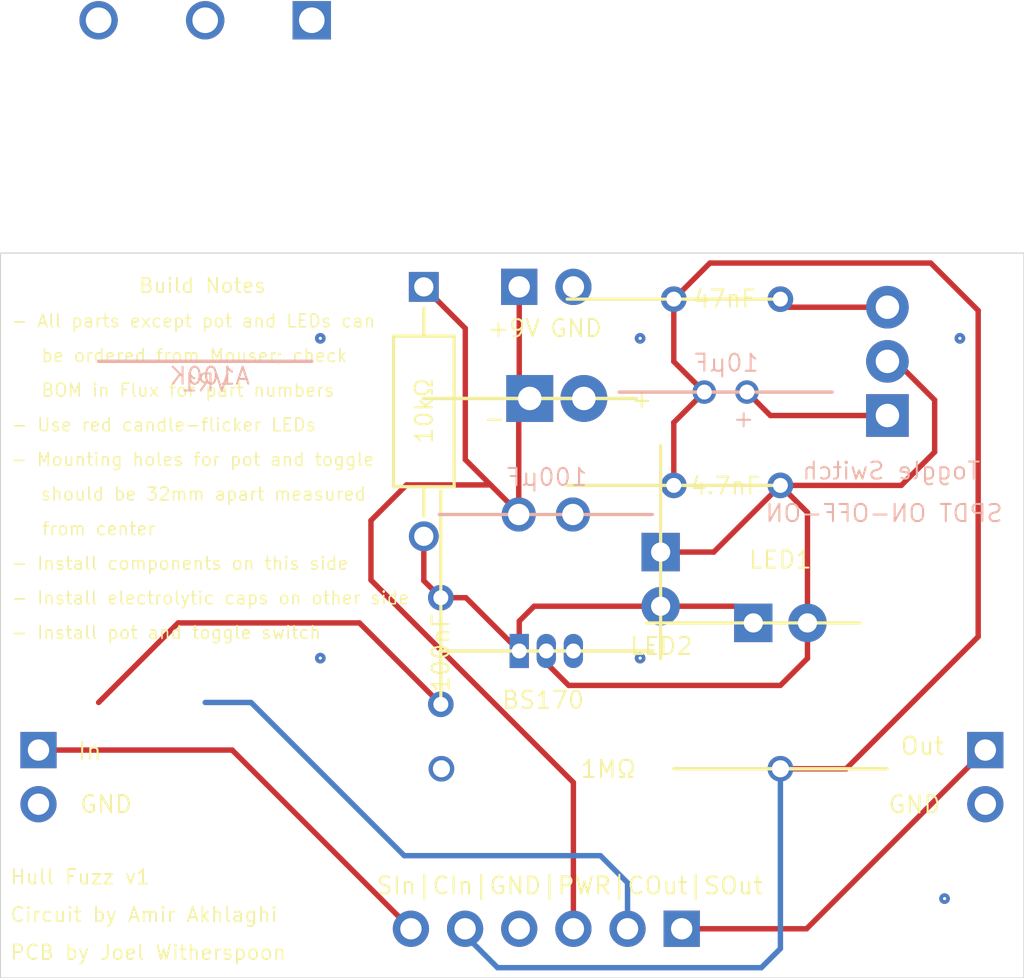
<source format=kicad_pcb>
(kicad_pcb (version 20240928) (generator "gerbview") (generator_version "9.0")
  (layers (0 F.Cu signal) (2 B.Cu signal) (1 F.Mask user) (3 B.Mask user) (5 F.SilkS user) (7 B.SilkS user) (13 F.Paste user) (15 B.Paste user) (25 Edge.Cuts user))
  (gr_line (start 111.15982 90.81939) (end 110.5503 90.81939) (layer B.SilkS) (stroke (width 0.095)))
  (gr_line (start 110.85506 91.12416) (end 110.85506 90.51463) (layer B.SilkS) (stroke (width 0.095)))
  (gr_line (start 122.85352 95.53156) (end 122.73923 95.56966) (layer B.SilkS) (stroke (width 0.095)))
  (gr_line (start 122.73923 95.56966) (end 122.54876 95.56966) (layer B.SilkS) (stroke (width 0.095)))
  (gr_line (start 122.54876 95.56966) (end 122.47257 95.53156) (layer B.SilkS) (stroke (width 0.095)))
  (gr_line (start 122.47257 95.53156) (end 122.43447 95.49346) (layer B.SilkS) (stroke (width 0.095)))
  (gr_line (start 122.43447 95.49346) (end 122.39638 95.41727) (layer B.SilkS) (stroke (width 0.095)))
  (gr_line (start 122.39638 95.41727) (end 122.39638 95.34108) (layer B.SilkS) (stroke (width 0.095)))
  (gr_line (start 122.39638 95.34108) (end 122.43447 95.26489) (layer B.SilkS) (stroke (width 0.095)))
  (gr_line (start 122.43447 95.26489) (end 122.47257 95.2268) (layer B.SilkS) (stroke (width 0.095)))
  (gr_line (start 122.47257 95.2268) (end 122.54876 95.1887) (layer B.SilkS) (stroke (width 0.095)))
  (gr_line (start 122.54876 95.1887) (end 122.70114 95.15061) (layer B.SilkS) (stroke (width 0.095)))
  (gr_line (start 122.70114 95.15061) (end 122.77733 95.11251) (layer B.SilkS) (stroke (width 0.095)))
  (gr_line (start 122.77733 95.11251) (end 122.81542 95.07442) (layer B.SilkS) (stroke (width 0.095)))
  (gr_line (start 122.81542 95.07442) (end 122.85352 94.99823) (layer B.SilkS) (stroke (width 0.095)))
  (gr_line (start 122.85352 94.99823) (end 122.85352 94.92204) (layer B.SilkS) (stroke (width 0.095)))
  (gr_line (start 122.85352 94.92204) (end 122.81542 94.84585) (layer B.SilkS) (stroke (width 0.095)))
  (gr_line (start 122.81542 94.84585) (end 122.77733 94.80775) (layer B.SilkS) (stroke (width 0.095)))
  (gr_line (start 122.77733 94.80775) (end 122.70114 94.76966) (layer B.SilkS) (stroke (width 0.095)))
  (gr_line (start 122.70114 94.76966) (end 122.51066 94.76966) (layer B.SilkS) (stroke (width 0.095)))
  (gr_line (start 122.51066 94.76966) (end 122.39638 94.80775) (layer B.SilkS) (stroke (width 0.095)))
  (gr_line (start 122.05352 95.56966) (end 122.05352 94.76966) (layer B.SilkS) (stroke (width 0.095)))
  (gr_line (start 122.05352 94.76966) (end 121.74876 94.76966) (layer B.SilkS) (stroke (width 0.095)))
  (gr_line (start 121.74876 94.76966) (end 121.67257 94.80775) (layer B.SilkS) (stroke (width 0.095)))
  (gr_line (start 121.67257 94.80775) (end 121.63447 94.84585) (layer B.SilkS) (stroke (width 0.095)))
  (gr_line (start 121.63447 94.84585) (end 121.59638 94.92204) (layer B.SilkS) (stroke (width 0.095)))
  (gr_line (start 121.59638 94.92204) (end 121.59638 95.03632) (layer B.SilkS) (stroke (width 0.095)))
  (gr_line (start 121.59638 95.03632) (end 121.63447 95.11251) (layer B.SilkS) (stroke (width 0.095)))
  (gr_line (start 121.63447 95.11251) (end 121.67257 95.15061) (layer B.SilkS) (stroke (width 0.095)))
  (gr_line (start 121.67257 95.15061) (end 121.74876 95.1887) (layer B.SilkS) (stroke (width 0.095)))
  (gr_line (start 121.74876 95.1887) (end 122.05352 95.1887) (layer B.SilkS) (stroke (width 0.095)))
  (gr_line (start 121.25352 95.56966) (end 121.25352 94.76966) (layer B.SilkS) (stroke (width 0.095)))
  (gr_line (start 121.25352 94.76966) (end 121.06304 94.76966) (layer B.SilkS) (stroke (width 0.095)))
  (gr_line (start 121.06304 94.76966) (end 120.94876 94.80775) (layer B.SilkS) (stroke (width 0.095)))
  (gr_line (start 120.94876 94.80775) (end 120.87257 94.88394) (layer B.SilkS) (stroke (width 0.095)))
  (gr_line (start 120.87257 94.88394) (end 120.83447 94.96013) (layer B.SilkS) (stroke (width 0.095)))
  (gr_line (start 120.83447 94.96013) (end 120.79638 95.11251) (layer B.SilkS) (stroke (width 0.095)))
  (gr_line (start 120.79638 95.11251) (end 120.79638 95.2268) (layer B.SilkS) (stroke (width 0.095)))
  (gr_line (start 120.79638 95.2268) (end 120.83447 95.37918) (layer B.SilkS) (stroke (width 0.095)))
  (gr_line (start 120.83447 95.37918) (end 120.87257 95.45537) (layer B.SilkS) (stroke (width 0.095)))
  (gr_line (start 120.87257 95.45537) (end 120.94876 95.53156) (layer B.SilkS) (stroke (width 0.095)))
  (gr_line (start 120.94876 95.53156) (end 121.06304 95.56966) (layer B.SilkS) (stroke (width 0.095)))
  (gr_line (start 121.06304 95.56966) (end 121.25352 95.56966) (layer B.SilkS) (stroke (width 0.095)))
  (gr_line (start 120.5678 94.76966) (end 120.11066 94.76966) (layer B.SilkS) (stroke (width 0.095)))
  (gr_line (start 120.33923 95.56966) (end 120.33923 94.76966) (layer B.SilkS) (stroke (width 0.095)))
  (gr_line (start 119.08209 94.76966) (end 118.92971 94.76966) (layer B.SilkS) (stroke (width 0.095)))
  (gr_line (start 118.92971 94.76966) (end 118.85352 94.80775) (layer B.SilkS) (stroke (width 0.095)))
  (gr_line (start 118.85352 94.80775) (end 118.77733 94.88394) (layer B.SilkS) (stroke (width 0.095)))
  (gr_line (start 118.77733 94.88394) (end 118.73923 95.03632) (layer B.SilkS) (stroke (width 0.095)))
  (gr_line (start 118.73923 95.03632) (end 118.73923 95.30299) (layer B.SilkS) (stroke (width 0.095)))
  (gr_line (start 118.73923 95.30299) (end 118.77733 95.45537) (layer B.SilkS) (stroke (width 0.095)))
  (gr_line (start 118.77733 95.45537) (end 118.85352 95.53156) (layer B.SilkS) (stroke (width 0.095)))
  (gr_line (start 118.85352 95.53156) (end 118.92971 95.56966) (layer B.SilkS) (stroke (width 0.095)))
  (gr_line (start 118.92971 95.56966) (end 119.08209 95.56966) (layer B.SilkS) (stroke (width 0.095)))
  (gr_line (start 119.08209 95.56966) (end 119.15828 95.53156) (layer B.SilkS) (stroke (width 0.095)))
  (gr_line (start 119.15828 95.53156) (end 119.23447 95.45537) (layer B.SilkS) (stroke (width 0.095)))
  (gr_line (start 119.23447 95.45537) (end 119.27257 95.30299) (layer B.SilkS) (stroke (width 0.095)))
  (gr_line (start 119.27257 95.30299) (end 119.27257 95.03632) (layer B.SilkS) (stroke (width 0.095)))
  (gr_line (start 119.27257 95.03632) (end 119.23447 94.88394) (layer B.SilkS) (stroke (width 0.095)))
  (gr_line (start 119.23447 94.88394) (end 119.15828 94.80775) (layer B.SilkS) (stroke (width 0.095)))
  (gr_line (start 119.15828 94.80775) (end 119.08209 94.76966) (layer B.SilkS) (stroke (width 0.095)))
  (gr_line (start 118.39638 95.56966) (end 118.39638 94.76966) (layer B.SilkS) (stroke (width 0.095)))
  (gr_line (start 118.39638 94.76966) (end 117.93923 95.56966) (layer B.SilkS) (stroke (width 0.095)))
  (gr_line (start 117.93923 95.56966) (end 117.93923 94.76966) (layer B.SilkS) (stroke (width 0.095)))
  (gr_line (start 117.55828 95.26489) (end 116.94876 95.26489) (layer B.SilkS) (stroke (width 0.095)))
  (gr_line (start 116.41542 94.76966) (end 116.26304 94.76966) (layer B.SilkS) (stroke (width 0.095)))
  (gr_line (start 116.26304 94.76966) (end 116.18685 94.80775) (layer B.SilkS) (stroke (width 0.095)))
  (gr_line (start 116.18685 94.80775) (end 116.11066 94.88394) (layer B.SilkS) (stroke (width 0.095)))
  (gr_line (start 116.11066 94.88394) (end 116.07257 95.03632) (layer B.SilkS) (stroke (width 0.095)))
  (gr_line (start 116.07257 95.03632) (end 116.07257 95.30299) (layer B.SilkS) (stroke (width 0.095)))
  (gr_line (start 116.07257 95.30299) (end 116.11066 95.45537) (layer B.SilkS) (stroke (width 0.095)))
  (gr_line (start 116.11066 95.45537) (end 116.18685 95.53156) (layer B.SilkS) (stroke (width 0.095)))
  (gr_line (start 116.18685 95.53156) (end 116.26304 95.56966) (layer B.SilkS) (stroke (width 0.095)))
  (gr_line (start 116.26304 95.56966) (end 116.41542 95.56966) (layer B.SilkS) (stroke (width 0.095)))
  (gr_line (start 116.41542 95.56966) (end 116.49161 95.53156) (layer B.SilkS) (stroke (width 0.095)))
  (gr_line (start 116.49161 95.53156) (end 116.5678 95.45537) (layer B.SilkS) (stroke (width 0.095)))
  (gr_line (start 116.5678 95.45537) (end 116.6059 95.30299) (layer B.SilkS) (stroke (width 0.095)))
  (gr_line (start 116.6059 95.30299) (end 116.6059 95.03632) (layer B.SilkS) (stroke (width 0.095)))
  (gr_line (start 116.6059 95.03632) (end 116.5678 94.88394) (layer B.SilkS) (stroke (width 0.095)))
  (gr_line (start 116.5678 94.88394) (end 116.49161 94.80775) (layer B.SilkS) (stroke (width 0.095)))
  (gr_line (start 116.49161 94.80775) (end 116.41542 94.76966) (layer B.SilkS) (stroke (width 0.095)))
  (gr_line (start 115.46304 95.15061) (end 115.72971 95.15061) (layer B.SilkS) (stroke (width 0.095)))
  (gr_line (start 115.72971 95.56966) (end 115.72971 94.76966) (layer B.SilkS) (stroke (width 0.095)))
  (gr_line (start 115.72971 94.76966) (end 115.34876 94.76966) (layer B.SilkS) (stroke (width 0.095)))
  (gr_line (start 114.77733 95.15061) (end 115.044 95.15061) (layer B.SilkS) (stroke (width 0.095)))
  (gr_line (start 115.044 95.56966) (end 115.044 94.76966) (layer B.SilkS) (stroke (width 0.095)))
  (gr_line (start 115.044 94.76966) (end 114.66304 94.76966) (layer B.SilkS) (stroke (width 0.095)))
  (gr_line (start 114.35828 95.26489) (end 113.74876 95.26489) (layer B.SilkS) (stroke (width 0.095)))
  (gr_line (start 113.21542 94.76966) (end 113.06304 94.76966) (layer B.SilkS) (stroke (width 0.095)))
  (gr_line (start 113.06304 94.76966) (end 112.98685 94.80775) (layer B.SilkS) (stroke (width 0.095)))
  (gr_line (start 112.98685 94.80775) (end 112.91066 94.88394) (layer B.SilkS) (stroke (width 0.095)))
  (gr_line (start 112.91066 94.88394) (end 112.87257 95.03632) (layer B.SilkS) (stroke (width 0.095)))
  (gr_line (start 112.87257 95.03632) (end 112.87257 95.30299) (layer B.SilkS) (stroke (width 0.095)))
  (gr_line (start 112.87257 95.30299) (end 112.91066 95.45537) (layer B.SilkS) (stroke (width 0.095)))
  (gr_line (start 112.91066 95.45537) (end 112.98685 95.53156) (layer B.SilkS) (stroke (width 0.095)))
  (gr_line (start 112.98685 95.53156) (end 113.06304 95.56966) (layer B.SilkS) (stroke (width 0.095)))
  (gr_line (start 113.06304 95.56966) (end 113.21542 95.56966) (layer B.SilkS) (stroke (width 0.095)))
  (gr_line (start 113.21542 95.56966) (end 113.29162 95.53156) (layer B.SilkS) (stroke (width 0.095)))
  (gr_line (start 113.29162 95.53156) (end 113.36781 95.45537) (layer B.SilkS) (stroke (width 0.095)))
  (gr_line (start 113.36781 95.45537) (end 113.4059 95.30299) (layer B.SilkS) (stroke (width 0.095)))
  (gr_line (start 113.4059 95.30299) (end 113.4059 95.03632) (layer B.SilkS) (stroke (width 0.095)))
  (gr_line (start 113.4059 95.03632) (end 113.36781 94.88394) (layer B.SilkS) (stroke (width 0.095)))
  (gr_line (start 113.36781 94.88394) (end 113.29162 94.80775) (layer B.SilkS) (stroke (width 0.095)))
  (gr_line (start 113.29162 94.80775) (end 113.21542 94.76966) (layer B.SilkS) (stroke (width 0.095)))
  (gr_line (start 112.52971 95.56966) (end 112.52971 94.76966) (layer B.SilkS) (stroke (width 0.095)))
  (gr_line (start 112.52971 94.76966) (end 112.07257 95.56966) (layer B.SilkS) (stroke (width 0.095)))
  (gr_line (start 112.07257 95.56966) (end 112.07257 94.76966) (layer B.SilkS) (stroke (width 0.095)))
  (gr_line (start 110.95618 88.52016) (end 111.41332 88.52016) (layer B.SilkS) (stroke (width 0.095)))
  (gr_line (start 111.18475 88.52016) (end 111.18475 87.72016) (layer B.SilkS) (stroke (width 0.095)))
  (gr_line (start 111.18475 87.72016) (end 111.26094 87.83444) (layer B.SilkS) (stroke (width 0.095)))
  (gr_line (start 111.26094 87.83444) (end 111.33713 87.91063) (layer B.SilkS) (stroke (width 0.095)))
  (gr_line (start 111.33713 87.91063) (end 111.41332 87.94873) (layer B.SilkS) (stroke (width 0.095)))
  (gr_line (start 110.46094 87.72016) (end 110.38475 87.72016) (layer B.SilkS) (stroke (width 0.095)))
  (gr_line (start 110.38475 87.72016) (end 110.30856 87.75825) (layer B.SilkS) (stroke (width 0.095)))
  (gr_line (start 110.30856 87.75825) (end 110.27046 87.79635) (layer B.SilkS) (stroke (width 0.095)))
  (gr_line (start 110.27046 87.79635) (end 110.23237 87.87254) (layer B.SilkS) (stroke (width 0.095)))
  (gr_line (start 110.23237 87.87254) (end 110.19427 88.02492) (layer B.SilkS) (stroke (width 0.095)))
  (gr_line (start 110.19427 88.02492) (end 110.19427 88.21539) (layer B.SilkS) (stroke (width 0.095)))
  (gr_line (start 110.19427 88.21539) (end 110.23237 88.36777) (layer B.SilkS) (stroke (width 0.095)))
  (gr_line (start 110.23237 88.36777) (end 110.27046 88.44396) (layer B.SilkS) (stroke (width 0.095)))
  (gr_line (start 110.27046 88.44396) (end 110.30856 88.48206) (layer B.SilkS) (stroke (width 0.095)))
  (gr_line (start 110.30856 88.48206) (end 110.38475 88.52016) (layer B.SilkS) (stroke (width 0.095)))
  (gr_line (start 110.38475 88.52016) (end 110.46094 88.52016) (layer B.SilkS) (stroke (width 0.095)))
  (gr_line (start 110.46094 88.52016) (end 110.53713 88.48206) (layer B.SilkS) (stroke (width 0.095)))
  (gr_line (start 110.53713 88.48206) (end 110.57522 88.44396) (layer B.SilkS) (stroke (width 0.095)))
  (gr_line (start 110.57522 88.44396) (end 110.61332 88.36777) (layer B.SilkS) (stroke (width 0.095)))
  (gr_line (start 110.61332 88.36777) (end 110.65141 88.21539) (layer B.SilkS) (stroke (width 0.095)))
  (gr_line (start 110.65141 88.21539) (end 110.65141 88.02492) (layer B.SilkS) (stroke (width 0.095)))
  (gr_line (start 110.65141 88.02492) (end 110.61332 87.87254) (layer B.SilkS) (stroke (width 0.095)))
  (gr_line (start 110.61332 87.87254) (end 110.57522 87.79635) (layer B.SilkS) (stroke (width 0.095)))
  (gr_line (start 110.57522 87.79635) (end 110.53713 87.75825) (layer B.SilkS) (stroke (width 0.095)))
  (gr_line (start 110.53713 87.75825) (end 110.46094 87.72016) (layer B.SilkS) (stroke (width 0.095)))
  (gr_line (start 109.85141 87.98682) (end 109.85141 88.78682) (layer B.SilkS) (stroke (width 0.095)))
  (gr_line (start 109.47046 88.40587) (end 109.43237 88.48206) (layer B.SilkS) (stroke (width 0.095)))
  (gr_line (start 109.43237 88.48206) (end 109.35618 88.52016) (layer B.SilkS) (stroke (width 0.095)))
  (gr_line (start 109.85141 88.40587) (end 109.81332 88.48206) (layer B.SilkS) (stroke (width 0.095)))
  (gr_line (start 109.81332 88.48206) (end 109.73713 88.52016) (layer B.SilkS) (stroke (width 0.095)))
  (gr_line (start 109.73713 88.52016) (end 109.58475 88.52016) (layer B.SilkS) (stroke (width 0.095)))
  (gr_line (start 109.58475 88.52016) (end 109.50856 88.48206) (layer B.SilkS) (stroke (width 0.095)))
  (gr_line (start 109.50856 88.48206) (end 109.47046 88.40587) (layer B.SilkS) (stroke (width 0.095)))
  (gr_line (start 109.47046 88.40587) (end 109.47046 87.98682) (layer B.SilkS) (stroke (width 0.095)))
  (gr_line (start 108.74665 88.10111) (end 109.01332 88.10111) (layer B.SilkS) (stroke (width 0.095)))
  (gr_line (start 109.01332 88.52016) (end 109.01332 87.72016) (layer B.SilkS) (stroke (width 0.095)))
  (gr_line (start 109.01332 87.72016) (end 108.63237 87.72016) (layer B.SilkS) (stroke (width 0.095)))
  (gr_line (start 121.87621 92.77876) (end 121.41907 92.77876) (layer B.SilkS) (stroke (width 0.095)))
  (gr_line (start 121.64764 93.57876) (end 121.64764 92.77876) (layer B.SilkS) (stroke (width 0.095)))
  (gr_line (start 121.03811 93.57876) (end 121.1143 93.54066) (layer B.SilkS) (stroke (width 0.095)))
  (gr_line (start 121.1143 93.54066) (end 121.1524 93.50256) (layer B.SilkS) (stroke (width 0.095)))
  (gr_line (start 121.1524 93.50256) (end 121.1905 93.42637) (layer B.SilkS) (stroke (width 0.095)))
  (gr_line (start 121.1905 93.42637) (end 121.1905 93.1978) (layer B.SilkS) (stroke (width 0.095)))
  (gr_line (start 121.1905 93.1978) (end 121.1524 93.12161) (layer B.SilkS) (stroke (width 0.095)))
  (gr_line (start 121.1524 93.12161) (end 121.1143 93.08352) (layer B.SilkS) (stroke (width 0.095)))
  (gr_line (start 121.1143 93.08352) (end 121.03811 93.04542) (layer B.SilkS) (stroke (width 0.095)))
  (gr_line (start 121.03811 93.04542) (end 120.92383 93.04542) (layer B.SilkS) (stroke (width 0.095)))
  (gr_line (start 120.92383 93.04542) (end 120.84764 93.08352) (layer B.SilkS) (stroke (width 0.095)))
  (gr_line (start 120.84764 93.08352) (end 120.80954 93.12161) (layer B.SilkS) (stroke (width 0.095)))
  (gr_line (start 120.80954 93.12161) (end 120.77145 93.1978) (layer B.SilkS) (stroke (width 0.095)))
  (gr_line (start 120.77145 93.1978) (end 120.77145 93.42637) (layer B.SilkS) (stroke (width 0.095)))
  (gr_line (start 120.77145 93.42637) (end 120.80954 93.50256) (layer B.SilkS) (stroke (width 0.095)))
  (gr_line (start 120.80954 93.50256) (end 120.84764 93.54066) (layer B.SilkS) (stroke (width 0.095)))
  (gr_line (start 120.84764 93.54066) (end 120.92383 93.57876) (layer B.SilkS) (stroke (width 0.095)))
  (gr_line (start 120.92383 93.57876) (end 121.03811 93.57876) (layer B.SilkS) (stroke (width 0.095)))
  (gr_line (start 120.08573 93.04542) (end 120.08573 93.69304) (layer B.SilkS) (stroke (width 0.095)))
  (gr_line (start 120.08573 93.69304) (end 120.12383 93.76923) (layer B.SilkS) (stroke (width 0.095)))
  (gr_line (start 120.12383 93.76923) (end 120.16192 93.80733) (layer B.SilkS) (stroke (width 0.095)))
  (gr_line (start 120.16192 93.80733) (end 120.23811 93.84542) (layer B.SilkS) (stroke (width 0.095)))
  (gr_line (start 120.23811 93.84542) (end 120.3524 93.84542) (layer B.SilkS) (stroke (width 0.095)))
  (gr_line (start 120.3524 93.84542) (end 120.42859 93.80733) (layer B.SilkS) (stroke (width 0.095)))
  (gr_line (start 120.08573 93.54066) (end 120.16192 93.57876) (layer B.SilkS) (stroke (width 0.095)))
  (gr_line (start 120.16192 93.57876) (end 120.3143 93.57876) (layer B.SilkS) (stroke (width 0.095)))
  (gr_line (start 120.3143 93.57876) (end 120.39049 93.54066) (layer B.SilkS) (stroke (width 0.095)))
  (gr_line (start 120.39049 93.54066) (end 120.42859 93.50256) (layer B.SilkS) (stroke (width 0.095)))
  (gr_line (start 120.42859 93.50256) (end 120.46669 93.42637) (layer B.SilkS) (stroke (width 0.095)))
  (gr_line (start 120.46669 93.42637) (end 120.46669 93.1978) (layer B.SilkS) (stroke (width 0.095)))
  (gr_line (start 120.46669 93.1978) (end 120.42859 93.12161) (layer B.SilkS) (stroke (width 0.095)))
  (gr_line (start 120.42859 93.12161) (end 120.39049 93.08352) (layer B.SilkS) (stroke (width 0.095)))
  (gr_line (start 120.39049 93.08352) (end 120.3143 93.04542) (layer B.SilkS) (stroke (width 0.095)))
  (gr_line (start 120.3143 93.04542) (end 120.16192 93.04542) (layer B.SilkS) (stroke (width 0.095)))
  (gr_line (start 120.16192 93.04542) (end 120.08573 93.08352) (layer B.SilkS) (stroke (width 0.095)))
  (gr_line (start 119.36192 93.04542) (end 119.36192 93.69304) (layer B.SilkS) (stroke (width 0.095)))
  (gr_line (start 119.36192 93.69304) (end 119.40002 93.76923) (layer B.SilkS) (stroke (width 0.095)))
  (gr_line (start 119.40002 93.76923) (end 119.43811 93.80733) (layer B.SilkS) (stroke (width 0.095)))
  (gr_line (start 119.43811 93.80733) (end 119.5143 93.84542) (layer B.SilkS) (stroke (width 0.095)))
  (gr_line (start 119.5143 93.84542) (end 119.62859 93.84542) (layer B.SilkS) (stroke (width 0.095)))
  (gr_line (start 119.62859 93.84542) (end 119.70478 93.80733) (layer B.SilkS) (stroke (width 0.095)))
  (gr_line (start 119.36192 93.54066) (end 119.43811 93.57876) (layer B.SilkS) (stroke (width 0.095)))
  (gr_line (start 119.43811 93.57876) (end 119.59049 93.57876) (layer B.SilkS) (stroke (width 0.095)))
  (gr_line (start 119.59049 93.57876) (end 119.66668 93.54066) (layer B.SilkS) (stroke (width 0.095)))
  (gr_line (start 119.66668 93.54066) (end 119.70478 93.50256) (layer B.SilkS) (stroke (width 0.095)))
  (gr_line (start 119.70478 93.50256) (end 119.74288 93.42637) (layer B.SilkS) (stroke (width 0.095)))
  (gr_line (start 119.74288 93.42637) (end 119.74288 93.1978) (layer B.SilkS) (stroke (width 0.095)))
  (gr_line (start 119.74288 93.1978) (end 119.70478 93.12161) (layer B.SilkS) (stroke (width 0.095)))
  (gr_line (start 119.70478 93.12161) (end 119.66668 93.08352) (layer B.SilkS) (stroke (width 0.095)))
  (gr_line (start 119.66668 93.08352) (end 119.59049 93.04542) (layer B.SilkS) (stroke (width 0.095)))
  (gr_line (start 119.59049 93.04542) (end 119.43811 93.04542) (layer B.SilkS) (stroke (width 0.095)))
  (gr_line (start 119.43811 93.04542) (end 119.36192 93.08352) (layer B.SilkS) (stroke (width 0.095)))
  (gr_line (start 118.86668 93.57876) (end 118.94287 93.54066) (layer B.SilkS) (stroke (width 0.095)))
  (gr_line (start 118.94287 93.54066) (end 118.98097 93.46447) (layer B.SilkS) (stroke (width 0.095)))
  (gr_line (start 118.98097 93.46447) (end 118.98097 92.77876) (layer B.SilkS) (stroke (width 0.095)))
  (gr_line (start 118.25716 93.54066) (end 118.33335 93.57876) (layer B.SilkS) (stroke (width 0.095)))
  (gr_line (start 118.33335 93.57876) (end 118.48573 93.57876) (layer B.SilkS) (stroke (width 0.095)))
  (gr_line (start 118.48573 93.57876) (end 118.56192 93.54066) (layer B.SilkS) (stroke (width 0.095)))
  (gr_line (start 118.56192 93.54066) (end 118.60002 93.46447) (layer B.SilkS) (stroke (width 0.095)))
  (gr_line (start 118.60002 93.46447) (end 118.60002 93.15971) (layer B.SilkS) (stroke (width 0.095)))
  (gr_line (start 118.60002 93.15971) (end 118.56192 93.08352) (layer B.SilkS) (stroke (width 0.095)))
  (gr_line (start 118.56192 93.08352) (end 118.48573 93.04542) (layer B.SilkS) (stroke (width 0.095)))
  (gr_line (start 118.48573 93.04542) (end 118.33335 93.04542) (layer B.SilkS) (stroke (width 0.095)))
  (gr_line (start 118.33335 93.04542) (end 118.25716 93.08352) (layer B.SilkS) (stroke (width 0.095)))
  (gr_line (start 118.25716 93.08352) (end 118.21906 93.15971) (layer B.SilkS) (stroke (width 0.095)))
  (gr_line (start 118.21906 93.15971) (end 118.21906 93.2359) (layer B.SilkS) (stroke (width 0.095)))
  (gr_line (start 118.21906 93.2359) (end 118.60002 93.31209) (layer B.SilkS) (stroke (width 0.095)))
  (gr_line (start 117.30478 93.54066) (end 117.19049 93.57876) (layer B.SilkS) (stroke (width 0.095)))
  (gr_line (start 117.19049 93.57876) (end 117.00002 93.57876) (layer B.SilkS) (stroke (width 0.095)))
  (gr_line (start 117.00002 93.57876) (end 116.92383 93.54066) (layer B.SilkS) (stroke (width 0.095)))
  (gr_line (start 116.92383 93.54066) (end 116.88573 93.50256) (layer B.SilkS) (stroke (width 0.095)))
  (gr_line (start 116.88573 93.50256) (end 116.84764 93.42637) (layer B.SilkS) (stroke (width 0.095)))
  (gr_line (start 116.84764 93.42637) (end 116.84764 93.35018) (layer B.SilkS) (stroke (width 0.095)))
  (gr_line (start 116.84764 93.35018) (end 116.88573 93.27399) (layer B.SilkS) (stroke (width 0.095)))
  (gr_line (start 116.88573 93.27399) (end 116.92383 93.2359) (layer B.SilkS) (stroke (width 0.095)))
  (gr_line (start 116.92383 93.2359) (end 117.00002 93.1978) (layer B.SilkS) (stroke (width 0.095)))
  (gr_line (start 117.00002 93.1978) (end 117.1524 93.15971) (layer B.SilkS) (stroke (width 0.095)))
  (gr_line (start 117.1524 93.15971) (end 117.22859 93.12161) (layer B.SilkS) (stroke (width 0.095)))
  (gr_line (start 117.22859 93.12161) (end 117.26668 93.08352) (layer B.SilkS) (stroke (width 0.095)))
  (gr_line (start 117.26668 93.08352) (end 117.30478 93.00733) (layer B.SilkS) (stroke (width 0.095)))
  (gr_line (start 117.30478 93.00733) (end 117.30478 92.93114) (layer B.SilkS) (stroke (width 0.095)))
  (gr_line (start 117.30478 92.93114) (end 117.26668 92.85495) (layer B.SilkS) (stroke (width 0.095)))
  (gr_line (start 117.26668 92.85495) (end 117.22859 92.81685) (layer B.SilkS) (stroke (width 0.095)))
  (gr_line (start 117.22859 92.81685) (end 117.1524 92.77876) (layer B.SilkS) (stroke (width 0.095)))
  (gr_line (start 117.1524 92.77876) (end 116.96192 92.77876) (layer B.SilkS) (stroke (width 0.095)))
  (gr_line (start 116.96192 92.77876) (end 116.84764 92.81685) (layer B.SilkS) (stroke (width 0.095)))
  (gr_line (start 116.58097 93.04542) (end 116.42859 93.57876) (layer B.SilkS) (stroke (width 0.095)))
  (gr_line (start 116.42859 93.57876) (end 116.27621 93.1978) (layer B.SilkS) (stroke (width 0.095)))
  (gr_line (start 116.27621 93.1978) (end 116.12383 93.57876) (layer B.SilkS) (stroke (width 0.095)))
  (gr_line (start 116.12383 93.57876) (end 115.97145 93.04542) (layer B.SilkS) (stroke (width 0.095)))
  (gr_line (start 115.66668 93.57876) (end 115.66668 93.04542) (layer B.SilkS) (stroke (width 0.095)))
  (gr_line (start 115.66668 92.77876) (end 115.70478 92.81685) (layer B.SilkS) (stroke (width 0.095)))
  (gr_line (start 115.70478 92.81685) (end 115.66668 92.85495) (layer B.SilkS) (stroke (width 0.095)))
  (gr_line (start 115.66668 92.85495) (end 115.62859 92.81685) (layer B.SilkS) (stroke (width 0.095)))
  (gr_line (start 115.62859 92.81685) (end 115.66668 92.77876) (layer B.SilkS) (stroke (width 0.095)))
  (gr_line (start 115.66668 92.77876) (end 115.66668 92.85495) (layer B.SilkS) (stroke (width 0.095)))
  (gr_line (start 115.40002 93.04542) (end 115.09526 93.04542) (layer B.SilkS) (stroke (width 0.095)))
  (gr_line (start 115.28573 92.77876) (end 115.28573 93.46447) (layer B.SilkS) (stroke (width 0.095)))
  (gr_line (start 115.28573 93.46447) (end 115.24764 93.54066) (layer B.SilkS) (stroke (width 0.095)))
  (gr_line (start 115.24764 93.54066) (end 115.17145 93.57876) (layer B.SilkS) (stroke (width 0.095)))
  (gr_line (start 115.17145 93.57876) (end 115.09526 93.57876) (layer B.SilkS) (stroke (width 0.095)))
  (gr_line (start 114.48573 93.54066) (end 114.56192 93.57876) (layer B.SilkS) (stroke (width 0.095)))
  (gr_line (start 114.56192 93.57876) (end 114.7143 93.57876) (layer B.SilkS) (stroke (width 0.095)))
  (gr_line (start 114.7143 93.57876) (end 114.79049 93.54066) (layer B.SilkS) (stroke (width 0.095)))
  (gr_line (start 114.79049 93.54066) (end 114.82859 93.50256) (layer B.SilkS) (stroke (width 0.095)))
  (gr_line (start 114.82859 93.50256) (end 114.86668 93.42637) (layer B.SilkS) (stroke (width 0.095)))
  (gr_line (start 114.86668 93.42637) (end 114.86668 93.1978) (layer B.SilkS) (stroke (width 0.095)))
  (gr_line (start 114.86668 93.1978) (end 114.82859 93.12161) (layer B.SilkS) (stroke (width 0.095)))
  (gr_line (start 114.82859 93.12161) (end 114.79049 93.08352) (layer B.SilkS) (stroke (width 0.095)))
  (gr_line (start 114.79049 93.08352) (end 114.7143 93.04542) (layer B.SilkS) (stroke (width 0.095)))
  (gr_line (start 114.7143 93.04542) (end 114.56192 93.04542) (layer B.SilkS) (stroke (width 0.095)))
  (gr_line (start 114.56192 93.04542) (end 114.48573 93.08352) (layer B.SilkS) (stroke (width 0.095)))
  (gr_line (start 114.14287 93.57876) (end 114.14287 92.77876) (layer B.SilkS) (stroke (width 0.095)))
  (gr_line (start 113.80002 93.57876) (end 113.80002 93.15971) (layer B.SilkS) (stroke (width 0.095)))
  (gr_line (start 113.80002 93.15971) (end 113.83811 93.08352) (layer B.SilkS) (stroke (width 0.095)))
  (gr_line (start 113.83811 93.08352) (end 113.9143 93.04542) (layer B.SilkS) (stroke (width 0.095)))
  (gr_line (start 113.9143 93.04542) (end 114.02859 93.04542) (layer B.SilkS) (stroke (width 0.095)))
  (gr_line (start 114.02859 93.04542) (end 114.10478 93.08352) (layer B.SilkS) (stroke (width 0.095)))
  (gr_line (start 114.10478 93.08352) (end 114.14287 93.12161) (layer B.SilkS) (stroke (width 0.095)))
  (gr_line (start 102.90658 93.87806) (end 103.36372 93.87806) (layer B.SilkS) (stroke (width 0.095)))
  (gr_line (start 103.13515 93.87806) (end 103.13515 93.07806) (layer B.SilkS) (stroke (width 0.095)))
  (gr_line (start 103.13515 93.07806) (end 103.21134 93.19234) (layer B.SilkS) (stroke (width 0.095)))
  (gr_line (start 103.21134 93.19234) (end 103.28753 93.26853) (layer B.SilkS) (stroke (width 0.095)))
  (gr_line (start 103.28753 93.26853) (end 103.36372 93.30663) (layer B.SilkS) (stroke (width 0.095)))
  (gr_line (start 102.41134 93.07806) (end 102.33515 93.07806) (layer B.SilkS) (stroke (width 0.095)))
  (gr_line (start 102.33515 93.07806) (end 102.25896 93.11615) (layer B.SilkS) (stroke (width 0.095)))
  (gr_line (start 102.25896 93.11615) (end 102.22086 93.15425) (layer B.SilkS) (stroke (width 0.095)))
  (gr_line (start 102.22086 93.15425) (end 102.18277 93.23044) (layer B.SilkS) (stroke (width 0.095)))
  (gr_line (start 102.18277 93.23044) (end 102.14467 93.38282) (layer B.SilkS) (stroke (width 0.095)))
  (gr_line (start 102.14467 93.38282) (end 102.14467 93.57329) (layer B.SilkS) (stroke (width 0.095)))
  (gr_line (start 102.14467 93.57329) (end 102.18277 93.72567) (layer B.SilkS) (stroke (width 0.095)))
  (gr_line (start 102.18277 93.72567) (end 102.22086 93.80186) (layer B.SilkS) (stroke (width 0.095)))
  (gr_line (start 102.22086 93.80186) (end 102.25896 93.83996) (layer B.SilkS) (stroke (width 0.095)))
  (gr_line (start 102.25896 93.83996) (end 102.33515 93.87806) (layer B.SilkS) (stroke (width 0.095)))
  (gr_line (start 102.33515 93.87806) (end 102.41134 93.87806) (layer B.SilkS) (stroke (width 0.095)))
  (gr_line (start 102.41134 93.87806) (end 102.48753 93.83996) (layer B.SilkS) (stroke (width 0.095)))
  (gr_line (start 102.48753 93.83996) (end 102.52562 93.80186) (layer B.SilkS) (stroke (width 0.095)))
  (gr_line (start 102.52562 93.80186) (end 102.56372 93.72567) (layer B.SilkS) (stroke (width 0.095)))
  (gr_line (start 102.56372 93.72567) (end 102.60181 93.57329) (layer B.SilkS) (stroke (width 0.095)))
  (gr_line (start 102.60181 93.57329) (end 102.60181 93.38282) (layer B.SilkS) (stroke (width 0.095)))
  (gr_line (start 102.60181 93.38282) (end 102.56372 93.23044) (layer B.SilkS) (stroke (width 0.095)))
  (gr_line (start 102.56372 93.23044) (end 102.52562 93.15425) (layer B.SilkS) (stroke (width 0.095)))
  (gr_line (start 102.52562 93.15425) (end 102.48753 93.11615) (layer B.SilkS) (stroke (width 0.095)))
  (gr_line (start 102.48753 93.11615) (end 102.41134 93.07806) (layer B.SilkS) (stroke (width 0.095)))
  (gr_line (start 101.64943 93.07806) (end 101.57324 93.07806) (layer B.SilkS) (stroke (width 0.095)))
  (gr_line (start 101.57324 93.07806) (end 101.49705 93.11615) (layer B.SilkS) (stroke (width 0.095)))
  (gr_line (start 101.49705 93.11615) (end 101.45896 93.15425) (layer B.SilkS) (stroke (width 0.095)))
  (gr_line (start 101.45896 93.15425) (end 101.42086 93.23044) (layer B.SilkS) (stroke (width 0.095)))
  (gr_line (start 101.42086 93.23044) (end 101.38277 93.38282) (layer B.SilkS) (stroke (width 0.095)))
  (gr_line (start 101.38277 93.38282) (end 101.38277 93.57329) (layer B.SilkS) (stroke (width 0.095)))
  (gr_line (start 101.38277 93.57329) (end 101.42086 93.72567) (layer B.SilkS) (stroke (width 0.095)))
  (gr_line (start 101.42086 93.72567) (end 101.45896 93.80186) (layer B.SilkS) (stroke (width 0.095)))
  (gr_line (start 101.45896 93.80186) (end 101.49705 93.83996) (layer B.SilkS) (stroke (width 0.095)))
  (gr_line (start 101.49705 93.83996) (end 101.57324 93.87806) (layer B.SilkS) (stroke (width 0.095)))
  (gr_line (start 101.57324 93.87806) (end 101.64943 93.87806) (layer B.SilkS) (stroke (width 0.095)))
  (gr_line (start 101.64943 93.87806) (end 101.72562 93.83996) (layer B.SilkS) (stroke (width 0.095)))
  (gr_line (start 101.72562 93.83996) (end 101.76372 93.80186) (layer B.SilkS) (stroke (width 0.095)))
  (gr_line (start 101.76372 93.80186) (end 101.80181 93.72567) (layer B.SilkS) (stroke (width 0.095)))
  (gr_line (start 101.80181 93.72567) (end 101.83991 93.57329) (layer B.SilkS) (stroke (width 0.095)))
  (gr_line (start 101.83991 93.57329) (end 101.83991 93.38282) (layer B.SilkS) (stroke (width 0.095)))
  (gr_line (start 101.83991 93.38282) (end 101.80181 93.23044) (layer B.SilkS) (stroke (width 0.095)))
  (gr_line (start 101.80181 93.23044) (end 101.76372 93.15425) (layer B.SilkS) (stroke (width 0.095)))
  (gr_line (start 101.76372 93.15425) (end 101.72562 93.11615) (layer B.SilkS) (stroke (width 0.095)))
  (gr_line (start 101.72562 93.11615) (end 101.64943 93.07806) (layer B.SilkS) (stroke (width 0.095)))
  (gr_line (start 101.03991 93.34472) (end 101.03991 94.14472) (layer B.SilkS) (stroke (width 0.095)))
  (gr_line (start 100.65896 93.76377) (end 100.62086 93.83996) (layer B.SilkS) (stroke (width 0.095)))
  (gr_line (start 100.62086 93.83996) (end 100.54467 93.87806) (layer B.SilkS) (stroke (width 0.095)))
  (gr_line (start 101.03991 93.76377) (end 101.00181 93.83996) (layer B.SilkS) (stroke (width 0.095)))
  (gr_line (start 101.00181 93.83996) (end 100.92562 93.87806) (layer B.SilkS) (stroke (width 0.095)))
  (gr_line (start 100.92562 93.87806) (end 100.77324 93.87806) (layer B.SilkS) (stroke (width 0.095)))
  (gr_line (start 100.77324 93.87806) (end 100.69705 93.83996) (layer B.SilkS) (stroke (width 0.095)))
  (gr_line (start 100.69705 93.83996) (end 100.65896 93.76377) (layer B.SilkS) (stroke (width 0.095)))
  (gr_line (start 100.65896 93.76377) (end 100.65896 93.34472) (layer B.SilkS) (stroke (width 0.095)))
  (gr_line (start 99.93515 93.45901) (end 100.20181 93.45901) (layer B.SilkS) (stroke (width 0.095)))
  (gr_line (start 100.20181 93.87806) (end 100.20181 93.07806) (layer B.SilkS) (stroke (width 0.095)))
  (gr_line (start 100.20181 93.07806) (end 99.82086 93.07806) (layer B.SilkS) (stroke (width 0.095)))
  (gr_line (start 87.54672 88.90128) (end 87.16577 88.90128) (layer B.SilkS) (stroke (width 0.095)))
  (gr_line (start 87.62291 89.12986) (end 87.35624 88.32986) (layer B.SilkS) (stroke (width 0.095)))
  (gr_line (start 87.35624 88.32986) (end 87.08958 89.12986) (layer B.SilkS) (stroke (width 0.095)))
  (gr_line (start 86.40386 89.12986) (end 86.86101 89.12986) (layer B.SilkS) (stroke (width 0.095)))
  (gr_line (start 86.63243 89.12986) (end 86.63243 88.32986) (layer B.SilkS) (stroke (width 0.095)))
  (gr_line (start 86.63243 88.32986) (end 86.70862 88.44414) (layer B.SilkS) (stroke (width 0.095)))
  (gr_line (start 86.70862 88.44414) (end 86.78481 88.52033) (layer B.SilkS) (stroke (width 0.095)))
  (gr_line (start 86.78481 88.52033) (end 86.86101 88.55843) (layer B.SilkS) (stroke (width 0.095)))
  (gr_line (start 85.90862 88.32986) (end 85.83243 88.32986) (layer B.SilkS) (stroke (width 0.095)))
  (gr_line (start 85.83243 88.32986) (end 85.75624 88.36795) (layer B.SilkS) (stroke (width 0.095)))
  (gr_line (start 85.75624 88.36795) (end 85.71815 88.40605) (layer B.SilkS) (stroke (width 0.095)))
  (gr_line (start 85.71815 88.40605) (end 85.68005 88.48224) (layer B.SilkS) (stroke (width 0.095)))
  (gr_line (start 85.68005 88.48224) (end 85.64196 88.63462) (layer B.SilkS) (stroke (width 0.095)))
  (gr_line (start 85.64196 88.63462) (end 85.64196 88.82509) (layer B.SilkS) (stroke (width 0.095)))
  (gr_line (start 85.64196 88.82509) (end 85.68005 88.97747) (layer B.SilkS) (stroke (width 0.095)))
  (gr_line (start 85.68005 88.97747) (end 85.71815 89.05366) (layer B.SilkS) (stroke (width 0.095)))
  (gr_line (start 85.71815 89.05366) (end 85.75624 89.09176) (layer B.SilkS) (stroke (width 0.095)))
  (gr_line (start 85.75624 89.09176) (end 85.83243 89.12986) (layer B.SilkS) (stroke (width 0.095)))
  (gr_line (start 85.83243 89.12986) (end 85.90862 89.12986) (layer B.SilkS) (stroke (width 0.095)))
  (gr_line (start 85.90862 89.12986) (end 85.98481 89.09176) (layer B.SilkS) (stroke (width 0.095)))
  (gr_line (start 85.98481 89.09176) (end 86.02291 89.05366) (layer B.SilkS) (stroke (width 0.095)))
  (gr_line (start 86.02291 89.05366) (end 86.061 88.97747) (layer B.SilkS) (stroke (width 0.095)))
  (gr_line (start 86.061 88.97747) (end 86.0991 88.82509) (layer B.SilkS) (stroke (width 0.095)))
  (gr_line (start 86.0991 88.82509) (end 86.0991 88.63462) (layer B.SilkS) (stroke (width 0.095)))
  (gr_line (start 86.0991 88.63462) (end 86.061 88.48224) (layer B.SilkS) (stroke (width 0.095)))
  (gr_line (start 86.061 88.48224) (end 86.02291 88.40605) (layer B.SilkS) (stroke (width 0.095)))
  (gr_line (start 86.02291 88.40605) (end 85.98481 88.36795) (layer B.SilkS) (stroke (width 0.095)))
  (gr_line (start 85.98481 88.36795) (end 85.90862 88.32986) (layer B.SilkS) (stroke (width 0.095)))
  (gr_line (start 85.14672 88.32986) (end 85.07053 88.32986) (layer B.SilkS) (stroke (width 0.095)))
  (gr_line (start 85.07053 88.32986) (end 84.99434 88.36795) (layer B.SilkS) (stroke (width 0.095)))
  (gr_line (start 84.99434 88.36795) (end 84.95624 88.40605) (layer B.SilkS) (stroke (width 0.095)))
  (gr_line (start 84.95624 88.40605) (end 84.91815 88.48224) (layer B.SilkS) (stroke (width 0.095)))
  (gr_line (start 84.91815 88.48224) (end 84.88005 88.63462) (layer B.SilkS) (stroke (width 0.095)))
  (gr_line (start 84.88005 88.63462) (end 84.88005 88.82509) (layer B.SilkS) (stroke (width 0.095)))
  (gr_line (start 84.88005 88.82509) (end 84.91815 88.97747) (layer B.SilkS) (stroke (width 0.095)))
  (gr_line (start 84.91815 88.97747) (end 84.95624 89.05366) (layer B.SilkS) (stroke (width 0.095)))
  (gr_line (start 84.95624 89.05366) (end 84.99434 89.09176) (layer B.SilkS) (stroke (width 0.095)))
  (gr_line (start 84.99434 89.09176) (end 85.07053 89.12986) (layer B.SilkS) (stroke (width 0.095)))
  (gr_line (start 85.07053 89.12986) (end 85.14672 89.12986) (layer B.SilkS) (stroke (width 0.095)))
  (gr_line (start 85.14672 89.12986) (end 85.22291 89.09176) (layer B.SilkS) (stroke (width 0.095)))
  (gr_line (start 85.22291 89.09176) (end 85.261 89.05366) (layer B.SilkS) (stroke (width 0.095)))
  (gr_line (start 85.261 89.05366) (end 85.2991 88.97747) (layer B.SilkS) (stroke (width 0.095)))
  (gr_line (start 85.2991 88.97747) (end 85.3372 88.82509) (layer B.SilkS) (stroke (width 0.095)))
  (gr_line (start 85.3372 88.82509) (end 85.3372 88.63462) (layer B.SilkS) (stroke (width 0.095)))
  (gr_line (start 85.3372 88.63462) (end 85.2991 88.48224) (layer B.SilkS) (stroke (width 0.095)))
  (gr_line (start 85.2991 88.48224) (end 85.261 88.40605) (layer B.SilkS) (stroke (width 0.095)))
  (gr_line (start 85.261 88.40605) (end 85.22291 88.36795) (layer B.SilkS) (stroke (width 0.095)))
  (gr_line (start 85.22291 88.36795) (end 85.14672 88.32986) (layer B.SilkS) (stroke (width 0.095)))
  (gr_line (start 84.53719 89.12986) (end 84.53719 88.32986) (layer B.SilkS) (stroke (width 0.095)))
  (gr_line (start 84.08005 89.12986) (end 84.42291 88.67271) (layer B.SilkS) (stroke (width 0.095)))
  (gr_line (start 84.08005 88.32986) (end 84.53719 88.787) (layer B.SilkS) (stroke (width 0.095)))
  (gr_line (start 86.64762 88.64516) (end 86.38095 89.44516) (layer B.SilkS) (stroke (width 0.095)))
  (gr_line (start 86.38095 89.44516) (end 86.11429 88.64516) (layer B.SilkS) (stroke (width 0.095)))
  (gr_line (start 85.39048 89.44516) (end 85.65714 89.0642) (layer B.SilkS) (stroke (width 0.095)))
  (gr_line (start 85.84762 89.44516) (end 85.84762 88.64516) (layer B.SilkS) (stroke (width 0.095)))
  (gr_line (start 85.84762 88.64516) (end 85.54286 88.64516) (layer B.SilkS) (stroke (width 0.095)))
  (gr_line (start 85.54286 88.64516) (end 85.46667 88.68325) (layer B.SilkS) (stroke (width 0.095)))
  (gr_line (start 85.46667 88.68325) (end 85.42857 88.72135) (layer B.SilkS) (stroke (width 0.095)))
  (gr_line (start 85.42857 88.72135) (end 85.39048 88.79754) (layer B.SilkS) (stroke (width 0.095)))
  (gr_line (start 85.39048 88.79754) (end 85.39048 88.91182) (layer B.SilkS) (stroke (width 0.095)))
  (gr_line (start 85.39048 88.91182) (end 85.42857 88.98801) (layer B.SilkS) (stroke (width 0.095)))
  (gr_line (start 85.42857 88.98801) (end 85.46667 89.02611) (layer B.SilkS) (stroke (width 0.095)))
  (gr_line (start 85.46667 89.02611) (end 85.54286 89.0642) (layer B.SilkS) (stroke (width 0.095)))
  (gr_line (start 85.54286 89.0642) (end 85.84762 89.0642) (layer B.SilkS) (stroke (width 0.095)))
  (gr_line (start 84.62857 89.44516) (end 85.08571 89.44516) (layer B.SilkS) (stroke (width 0.095)))
  (gr_line (start 84.85714 89.44516) (end 84.85714 88.64516) (layer B.SilkS) (stroke (width 0.095)))
  (gr_line (start 84.85714 88.64516) (end 84.93333 88.75944) (layer B.SilkS) (stroke (width 0.095)))
  (gr_line (start 84.93333 88.75944) (end 85.00952 88.83563) (layer B.SilkS) (stroke (width 0.095)))
  (gr_line (start 85.00952 88.83563) (end 85.08571 88.87373) (layer B.SilkS) (stroke (width 0.095)))
  (gr_line (start 115.01 89.5198) (end 105.01 89.5198) (layer B.SilkS) (stroke (width 0.1524)))
  (gr_line (start 115.01 89.5198) (end 105.01 89.5198) (layer B.SilkS) (stroke (width 0.1524)))
  (gr_line (start 96.5767 95.2633) (end 106.5767 95.2633) (layer B.SilkS) (stroke (width 0.1524)))
  (gr_line (start 90.6 88.08) (end 80.6 88.08) (layer B.SilkS) (stroke (width 0.1524)))
  (gr_line (start 90.6 88.08) (end 80.6 88.08) (layer B.SilkS) (stroke (width 0.1524)))
  (gr_line (start 76 83) (end 76 117) (layer Edge.Cuts) (stroke (width 0.05)))
  (gr_line (start 76 83) (end 124 83) (layer Edge.Cuts) (stroke (width 0.05)))
  (gr_line (start 124 83) (end 124 117) (layer Edge.Cuts) (stroke (width 0.05)))
  (gr_line (start 76 117) (end 124 117) (layer Edge.Cuts) (stroke (width 0.05)))
  (gr_line (start 118.57276 105.68676) (end 118.72514 105.68676) (layer F.SilkS) (stroke (width 0.095)))
  (gr_line (start 118.72514 105.68676) (end 118.80133 105.72485) (layer F.SilkS) (stroke (width 0.095)))
  (gr_line (start 118.80133 105.72485) (end 118.87752 105.80104) (layer F.SilkS) (stroke (width 0.095)))
  (gr_line (start 118.87752 105.80104) (end 118.91561 105.95342) (layer F.SilkS) (stroke (width 0.095)))
  (gr_line (start 118.91561 105.95342) (end 118.91561 106.22009) (layer F.SilkS) (stroke (width 0.095)))
  (gr_line (start 118.91561 106.22009) (end 118.87752 106.37247) (layer F.SilkS) (stroke (width 0.095)))
  (gr_line (start 118.87752 106.37247) (end 118.80133 106.44866) (layer F.SilkS) (stroke (width 0.095)))
  (gr_line (start 118.80133 106.44866) (end 118.72514 106.48676) (layer F.SilkS) (stroke (width 0.095)))
  (gr_line (start 118.72514 106.48676) (end 118.57276 106.48676) (layer F.SilkS) (stroke (width 0.095)))
  (gr_line (start 118.57276 106.48676) (end 118.49657 106.44866) (layer F.SilkS) (stroke (width 0.095)))
  (gr_line (start 118.49657 106.44866) (end 118.42038 106.37247) (layer F.SilkS) (stroke (width 0.095)))
  (gr_line (start 118.42038 106.37247) (end 118.38228 106.22009) (layer F.SilkS) (stroke (width 0.095)))
  (gr_line (start 118.38228 106.22009) (end 118.38228 105.95342) (layer F.SilkS) (stroke (width 0.095)))
  (gr_line (start 118.38228 105.95342) (end 118.42038 105.80104) (layer F.SilkS) (stroke (width 0.095)))
  (gr_line (start 118.42038 105.80104) (end 118.49657 105.72485) (layer F.SilkS) (stroke (width 0.095)))
  (gr_line (start 118.49657 105.72485) (end 118.57276 105.68676) (layer F.SilkS) (stroke (width 0.095)))
  (gr_line (start 119.60133 105.95342) (end 119.60133 106.48676) (layer F.SilkS) (stroke (width 0.095)))
  (gr_line (start 119.25847 105.95342) (end 119.25847 106.37247) (layer F.SilkS) (stroke (width 0.095)))
  (gr_line (start 119.25847 106.37247) (end 119.29657 106.44866) (layer F.SilkS) (stroke (width 0.095)))
  (gr_line (start 119.29657 106.44866) (end 119.37276 106.48676) (layer F.SilkS) (stroke (width 0.095)))
  (gr_line (start 119.37276 106.48676) (end 119.48704 106.48676) (layer F.SilkS) (stroke (width 0.095)))
  (gr_line (start 119.48704 106.48676) (end 119.56323 106.44866) (layer F.SilkS) (stroke (width 0.095)))
  (gr_line (start 119.56323 106.44866) (end 119.60133 106.41056) (layer F.SilkS) (stroke (width 0.095)))
  (gr_line (start 119.868 105.95342) (end 120.17276 105.95342) (layer F.SilkS) (stroke (width 0.095)))
  (gr_line (start 119.98228 105.68676) (end 119.98228 106.37247) (layer F.SilkS) (stroke (width 0.095)))
  (gr_line (start 119.98228 106.37247) (end 120.02038 106.44866) (layer F.SilkS) (stroke (width 0.095)))
  (gr_line (start 120.02038 106.44866) (end 120.09657 106.48676) (layer F.SilkS) (stroke (width 0.095)))
  (gr_line (start 120.09657 106.48676) (end 120.17276 106.48676) (layer F.SilkS) (stroke (width 0.095)))
  (gr_line (start 77.0151 114.27932) (end 76.98272 114.3117) (layer F.SilkS) (stroke (width 0.08075)))
  (gr_line (start 76.98272 114.3117) (end 76.88558 114.34408) (layer F.SilkS) (stroke (width 0.08075)))
  (gr_line (start 76.88558 114.34408) (end 76.82082 114.34408) (layer F.SilkS) (stroke (width 0.08075)))
  (gr_line (start 76.82082 114.34408) (end 76.72367 114.3117) (layer F.SilkS) (stroke (width 0.08075)))
  (gr_line (start 76.72367 114.3117) (end 76.65891 114.24694) (layer F.SilkS) (stroke (width 0.08075)))
  (gr_line (start 76.65891 114.24694) (end 76.62653 114.18218) (layer F.SilkS) (stroke (width 0.08075)))
  (gr_line (start 76.62653 114.18218) (end 76.59415 114.05265) (layer F.SilkS) (stroke (width 0.08075)))
  (gr_line (start 76.59415 114.05265) (end 76.59415 113.95551) (layer F.SilkS) (stroke (width 0.08075)))
  (gr_line (start 76.59415 113.95551) (end 76.62653 113.82599) (layer F.SilkS) (stroke (width 0.08075)))
  (gr_line (start 76.62653 113.82599) (end 76.65891 113.76122) (layer F.SilkS) (stroke (width 0.08075)))
  (gr_line (start 76.65891 113.76122) (end 76.72367 113.69646) (layer F.SilkS) (stroke (width 0.08075)))
  (gr_line (start 76.72367 113.69646) (end 76.82082 113.66408) (layer F.SilkS) (stroke (width 0.08075)))
  (gr_line (start 76.82082 113.66408) (end 76.88558 113.66408) (layer F.SilkS) (stroke (width 0.08075)))
  (gr_line (start 76.88558 113.66408) (end 76.98272 113.69646) (layer F.SilkS) (stroke (width 0.08075)))
  (gr_line (start 76.98272 113.69646) (end 77.0151 113.72884) (layer F.SilkS) (stroke (width 0.08075)))
  (gr_line (start 77.30653 114.34408) (end 77.30653 113.89075) (layer F.SilkS) (stroke (width 0.08075)))
  (gr_line (start 77.30653 113.66408) (end 77.27415 113.69646) (layer F.SilkS) (stroke (width 0.08075)))
  (gr_line (start 77.27415 113.69646) (end 77.30653 113.72884) (layer F.SilkS) (stroke (width 0.08075)))
  (gr_line (start 77.30653 113.72884) (end 77.33891 113.69646) (layer F.SilkS) (stroke (width 0.08075)))
  (gr_line (start 77.33891 113.69646) (end 77.30653 113.66408) (layer F.SilkS) (stroke (width 0.08075)))
  (gr_line (start 77.30653 113.66408) (end 77.30653 113.72884) (layer F.SilkS) (stroke (width 0.08075)))
  (gr_line (start 77.63034 114.34408) (end 77.63034 113.89075) (layer F.SilkS) (stroke (width 0.08075)))
  (gr_line (start 77.63034 114.02027) (end 77.66272 113.95551) (layer F.SilkS) (stroke (width 0.08075)))
  (gr_line (start 77.66272 113.95551) (end 77.6951 113.92313) (layer F.SilkS) (stroke (width 0.08075)))
  (gr_line (start 77.6951 113.92313) (end 77.75986 113.89075) (layer F.SilkS) (stroke (width 0.08075)))
  (gr_line (start 77.75986 113.89075) (end 77.82463 113.89075) (layer F.SilkS) (stroke (width 0.08075)))
  (gr_line (start 78.34272 114.3117) (end 78.27796 114.34408) (layer F.SilkS) (stroke (width 0.08075)))
  (gr_line (start 78.27796 114.34408) (end 78.14843 114.34408) (layer F.SilkS) (stroke (width 0.08075)))
  (gr_line (start 78.14843 114.34408) (end 78.08367 114.3117) (layer F.SilkS) (stroke (width 0.08075)))
  (gr_line (start 78.08367 114.3117) (end 78.05129 114.27932) (layer F.SilkS) (stroke (width 0.08075)))
  (gr_line (start 78.05129 114.27932) (end 78.01891 114.21456) (layer F.SilkS) (stroke (width 0.08075)))
  (gr_line (start 78.01891 114.21456) (end 78.01891 114.02027) (layer F.SilkS) (stroke (width 0.08075)))
  (gr_line (start 78.01891 114.02027) (end 78.05129 113.95551) (layer F.SilkS) (stroke (width 0.08075)))
  (gr_line (start 78.05129 113.95551) (end 78.08367 113.92313) (layer F.SilkS) (stroke (width 0.08075)))
  (gr_line (start 78.08367 113.92313) (end 78.14843 113.89075) (layer F.SilkS) (stroke (width 0.08075)))
  (gr_line (start 78.14843 113.89075) (end 78.27796 113.89075) (layer F.SilkS) (stroke (width 0.08075)))
  (gr_line (start 78.27796 113.89075) (end 78.34272 113.92313) (layer F.SilkS) (stroke (width 0.08075)))
  (gr_line (start 78.92558 113.89075) (end 78.92558 114.34408) (layer F.SilkS) (stroke (width 0.08075)))
  (gr_line (start 78.63415 113.89075) (end 78.63415 114.24694) (layer F.SilkS) (stroke (width 0.08075)))
  (gr_line (start 78.63415 114.24694) (end 78.66653 114.3117) (layer F.SilkS) (stroke (width 0.08075)))
  (gr_line (start 78.66653 114.3117) (end 78.73129 114.34408) (layer F.SilkS) (stroke (width 0.08075)))
  (gr_line (start 78.73129 114.34408) (end 78.82843 114.34408) (layer F.SilkS) (stroke (width 0.08075)))
  (gr_line (start 78.82843 114.34408) (end 78.8932 114.3117) (layer F.SilkS) (stroke (width 0.08075)))
  (gr_line (start 78.8932 114.3117) (end 78.92558 114.27932) (layer F.SilkS) (stroke (width 0.08075)))
  (gr_line (start 79.24939 114.34408) (end 79.24939 113.89075) (layer F.SilkS) (stroke (width 0.08075)))
  (gr_line (start 79.24939 113.66408) (end 79.21701 113.69646) (layer F.SilkS) (stroke (width 0.08075)))
  (gr_line (start 79.21701 113.69646) (end 79.24939 113.72884) (layer F.SilkS) (stroke (width 0.08075)))
  (gr_line (start 79.24939 113.72884) (end 79.28177 113.69646) (layer F.SilkS) (stroke (width 0.08075)))
  (gr_line (start 79.28177 113.69646) (end 79.24939 113.66408) (layer F.SilkS) (stroke (width 0.08075)))
  (gr_line (start 79.24939 113.66408) (end 79.24939 113.72884) (layer F.SilkS) (stroke (width 0.08075)))
  (gr_line (start 79.47605 113.89075) (end 79.7351 113.89075) (layer F.SilkS) (stroke (width 0.08075)))
  (gr_line (start 79.5732 113.66408) (end 79.5732 114.24694) (layer F.SilkS) (stroke (width 0.08075)))
  (gr_line (start 79.5732 114.24694) (end 79.60558 114.3117) (layer F.SilkS) (stroke (width 0.08075)))
  (gr_line (start 79.60558 114.3117) (end 79.67034 114.34408) (layer F.SilkS) (stroke (width 0.08075)))
  (gr_line (start 79.67034 114.34408) (end 79.7351 114.34408) (layer F.SilkS) (stroke (width 0.08075)))
  (gr_line (start 80.47986 114.34408) (end 80.47986 113.66408) (layer F.SilkS) (stroke (width 0.08075)))
  (gr_line (start 80.47986 113.92313) (end 80.54462 113.89075) (layer F.SilkS) (stroke (width 0.08075)))
  (gr_line (start 80.54462 113.89075) (end 80.67415 113.89075) (layer F.SilkS) (stroke (width 0.08075)))
  (gr_line (start 80.67415 113.89075) (end 80.73891 113.92313) (layer F.SilkS) (stroke (width 0.08075)))
  (gr_line (start 80.73891 113.92313) (end 80.77129 113.95551) (layer F.SilkS) (stroke (width 0.08075)))
  (gr_line (start 80.77129 113.95551) (end 80.80367 114.02027) (layer F.SilkS) (stroke (width 0.08075)))
  (gr_line (start 80.80367 114.02027) (end 80.80367 114.21456) (layer F.SilkS) (stroke (width 0.08075)))
  (gr_line (start 80.80367 114.21456) (end 80.77129 114.27932) (layer F.SilkS) (stroke (width 0.08075)))
  (gr_line (start 80.77129 114.27932) (end 80.73891 114.3117) (layer F.SilkS) (stroke (width 0.08075)))
  (gr_line (start 80.73891 114.3117) (end 80.67415 114.34408) (layer F.SilkS) (stroke (width 0.08075)))
  (gr_line (start 80.67415 114.34408) (end 80.54462 114.34408) (layer F.SilkS) (stroke (width 0.08075)))
  (gr_line (start 80.54462 114.34408) (end 80.47986 114.3117) (layer F.SilkS) (stroke (width 0.08075)))
  (gr_line (start 81.03034 113.89075) (end 81.19224 114.34408) (layer F.SilkS) (stroke (width 0.08075)))
  (gr_line (start 81.35415 113.89075) (end 81.19224 114.34408) (layer F.SilkS) (stroke (width 0.08075)))
  (gr_line (start 81.19224 114.34408) (end 81.12748 114.50599) (layer F.SilkS) (stroke (width 0.08075)))
  (gr_line (start 81.12748 114.50599) (end 81.0951 114.53837) (layer F.SilkS) (stroke (width 0.08075)))
  (gr_line (start 81.0951 114.53837) (end 81.03034 114.57075) (layer F.SilkS) (stroke (width 0.08075)))
  (gr_line (start 82.09891 114.1498) (end 82.42272 114.1498) (layer F.SilkS) (stroke (width 0.08075)))
  (gr_line (start 82.03415 114.34408) (end 82.26081 113.66408) (layer F.SilkS) (stroke (width 0.08075)))
  (gr_line (start 82.26081 113.66408) (end 82.48748 114.34408) (layer F.SilkS) (stroke (width 0.08075)))
  (gr_line (start 82.71415 114.34408) (end 82.71415 113.89075) (layer F.SilkS) (stroke (width 0.08075)))
  (gr_line (start 82.71415 113.95551) (end 82.74653 113.92313) (layer F.SilkS) (stroke (width 0.08075)))
  (gr_line (start 82.74653 113.92313) (end 82.81129 113.89075) (layer F.SilkS) (stroke (width 0.08075)))
  (gr_line (start 82.81129 113.89075) (end 82.90843 113.89075) (layer F.SilkS) (stroke (width 0.08075)))
  (gr_line (start 82.90843 113.89075) (end 82.9732 113.92313) (layer F.SilkS) (stroke (width 0.08075)))
  (gr_line (start 82.9732 113.92313) (end 83.00558 113.98789) (layer F.SilkS) (stroke (width 0.08075)))
  (gr_line (start 83.00558 113.98789) (end 83.00558 114.34408) (layer F.SilkS) (stroke (width 0.08075)))
  (gr_line (start 83.00558 113.98789) (end 83.03796 113.92313) (layer F.SilkS) (stroke (width 0.08075)))
  (gr_line (start 83.03796 113.92313) (end 83.10272 113.89075) (layer F.SilkS) (stroke (width 0.08075)))
  (gr_line (start 83.10272 113.89075) (end 83.19986 113.89075) (layer F.SilkS) (stroke (width 0.08075)))
  (gr_line (start 83.19986 113.89075) (end 83.26462 113.92313) (layer F.SilkS) (stroke (width 0.08075)))
  (gr_line (start 83.26462 113.92313) (end 83.297 113.98789) (layer F.SilkS) (stroke (width 0.08075)))
  (gr_line (start 83.297 113.98789) (end 83.297 114.34408) (layer F.SilkS) (stroke (width 0.08075)))
  (gr_line (start 83.62081 114.34408) (end 83.62081 113.89075) (layer F.SilkS) (stroke (width 0.08075)))
  (gr_line (start 83.62081 113.66408) (end 83.58843 113.69646) (layer F.SilkS) (stroke (width 0.08075)))
  (gr_line (start 83.58843 113.69646) (end 83.62081 113.72884) (layer F.SilkS) (stroke (width 0.08075)))
  (gr_line (start 83.62081 113.72884) (end 83.6532 113.69646) (layer F.SilkS) (stroke (width 0.08075)))
  (gr_line (start 83.6532 113.69646) (end 83.62081 113.66408) (layer F.SilkS) (stroke (width 0.08075)))
  (gr_line (start 83.62081 113.66408) (end 83.62081 113.72884) (layer F.SilkS) (stroke (width 0.08075)))
  (gr_line (start 83.94462 114.34408) (end 83.94462 113.89075) (layer F.SilkS) (stroke (width 0.08075)))
  (gr_line (start 83.94462 114.02027) (end 83.97701 113.95551) (layer F.SilkS) (stroke (width 0.08075)))
  (gr_line (start 83.97701 113.95551) (end 84.00939 113.92313) (layer F.SilkS) (stroke (width 0.08075)))
  (gr_line (start 84.00939 113.92313) (end 84.07415 113.89075) (layer F.SilkS) (stroke (width 0.08075)))
  (gr_line (start 84.07415 113.89075) (end 84.13891 113.89075) (layer F.SilkS) (stroke (width 0.08075)))
  (gr_line (start 84.85129 114.1498) (end 85.1751 114.1498) (layer F.SilkS) (stroke (width 0.08075)))
  (gr_line (start 84.78653 114.34408) (end 85.0132 113.66408) (layer F.SilkS) (stroke (width 0.08075)))
  (gr_line (start 85.0132 113.66408) (end 85.23986 114.34408) (layer F.SilkS) (stroke (width 0.08075)))
  (gr_line (start 85.46653 114.34408) (end 85.46653 113.66408) (layer F.SilkS) (stroke (width 0.08075)))
  (gr_line (start 85.53129 114.08503) (end 85.72558 114.34408) (layer F.SilkS) (stroke (width 0.08075)))
  (gr_line (start 85.72558 113.89075) (end 85.46653 114.1498) (layer F.SilkS) (stroke (width 0.08075)))
  (gr_line (start 86.017 114.34408) (end 86.017 113.66408) (layer F.SilkS) (stroke (width 0.08075)))
  (gr_line (start 86.30843 114.34408) (end 86.30843 113.98789) (layer F.SilkS) (stroke (width 0.08075)))
  (gr_line (start 86.30843 113.98789) (end 86.27605 113.92313) (layer F.SilkS) (stroke (width 0.08075)))
  (gr_line (start 86.27605 113.92313) (end 86.21129 113.89075) (layer F.SilkS) (stroke (width 0.08075)))
  (gr_line (start 86.21129 113.89075) (end 86.11415 113.89075) (layer F.SilkS) (stroke (width 0.08075)))
  (gr_line (start 86.11415 113.89075) (end 86.04939 113.92313) (layer F.SilkS) (stroke (width 0.08075)))
  (gr_line (start 86.04939 113.92313) (end 86.017 113.95551) (layer F.SilkS) (stroke (width 0.08075)))
  (gr_line (start 86.72939 114.34408) (end 86.66462 114.3117) (layer F.SilkS) (stroke (width 0.08075)))
  (gr_line (start 86.66462 114.3117) (end 86.63224 114.24694) (layer F.SilkS) (stroke (width 0.08075)))
  (gr_line (start 86.63224 114.24694) (end 86.63224 113.66408) (layer F.SilkS) (stroke (width 0.08075)))
  (gr_line (start 87.27986 114.34408) (end 87.27986 113.98789) (layer F.SilkS) (stroke (width 0.08075)))
  (gr_line (start 87.27986 113.98789) (end 87.24748 113.92313) (layer F.SilkS) (stroke (width 0.08075)))
  (gr_line (start 87.24748 113.92313) (end 87.18272 113.89075) (layer F.SilkS) (stroke (width 0.08075)))
  (gr_line (start 87.18272 113.89075) (end 87.05319 113.89075) (layer F.SilkS) (stroke (width 0.08075)))
  (gr_line (start 87.05319 113.89075) (end 86.98843 113.92313) (layer F.SilkS) (stroke (width 0.08075)))
  (gr_line (start 87.27986 114.3117) (end 87.2151 114.34408) (layer F.SilkS) (stroke (width 0.08075)))
  (gr_line (start 87.2151 114.34408) (end 87.05319 114.34408) (layer F.SilkS) (stroke (width 0.08075)))
  (gr_line (start 87.05319 114.34408) (end 86.98843 114.3117) (layer F.SilkS) (stroke (width 0.08075)))
  (gr_line (start 86.98843 114.3117) (end 86.95605 114.24694) (layer F.SilkS) (stroke (width 0.08075)))
  (gr_line (start 86.95605 114.24694) (end 86.95605 114.18218) (layer F.SilkS) (stroke (width 0.08075)))
  (gr_line (start 86.95605 114.18218) (end 86.98843 114.11742) (layer F.SilkS) (stroke (width 0.08075)))
  (gr_line (start 86.98843 114.11742) (end 87.05319 114.08503) (layer F.SilkS) (stroke (width 0.08075)))
  (gr_line (start 87.05319 114.08503) (end 87.2151 114.08503) (layer F.SilkS) (stroke (width 0.08075)))
  (gr_line (start 87.2151 114.08503) (end 87.27986 114.05265) (layer F.SilkS) (stroke (width 0.08075)))
  (gr_line (start 87.8951 113.89075) (end 87.8951 114.44122) (layer F.SilkS) (stroke (width 0.08075)))
  (gr_line (start 87.8951 114.44122) (end 87.86272 114.50599) (layer F.SilkS) (stroke (width 0.08075)))
  (gr_line (start 87.86272 114.50599) (end 87.83034 114.53837) (layer F.SilkS) (stroke (width 0.08075)))
  (gr_line (start 87.83034 114.53837) (end 87.76558 114.57075) (layer F.SilkS) (stroke (width 0.08075)))
  (gr_line (start 87.76558 114.57075) (end 87.66843 114.57075) (layer F.SilkS) (stroke (width 0.08075)))
  (gr_line (start 87.66843 114.57075) (end 87.60367 114.53837) (layer F.SilkS) (stroke (width 0.08075)))
  (gr_line (start 87.8951 114.3117) (end 87.83034 114.34408) (layer F.SilkS) (stroke (width 0.08075)))
  (gr_line (start 87.83034 114.34408) (end 87.70081 114.34408) (layer F.SilkS) (stroke (width 0.08075)))
  (gr_line (start 87.70081 114.34408) (end 87.63605 114.3117) (layer F.SilkS) (stroke (width 0.08075)))
  (gr_line (start 87.63605 114.3117) (end 87.60367 114.27932) (layer F.SilkS) (stroke (width 0.08075)))
  (gr_line (start 87.60367 114.27932) (end 87.57129 114.21456) (layer F.SilkS) (stroke (width 0.08075)))
  (gr_line (start 87.57129 114.21456) (end 87.57129 114.02027) (layer F.SilkS) (stroke (width 0.08075)))
  (gr_line (start 87.57129 114.02027) (end 87.60367 113.95551) (layer F.SilkS) (stroke (width 0.08075)))
  (gr_line (start 87.60367 113.95551) (end 87.63605 113.92313) (layer F.SilkS) (stroke (width 0.08075)))
  (gr_line (start 87.63605 113.92313) (end 87.70081 113.89075) (layer F.SilkS) (stroke (width 0.08075)))
  (gr_line (start 87.70081 113.89075) (end 87.83034 113.89075) (layer F.SilkS) (stroke (width 0.08075)))
  (gr_line (start 87.83034 113.89075) (end 87.8951 113.92313) (layer F.SilkS) (stroke (width 0.08075)))
  (gr_line (start 88.21891 114.34408) (end 88.21891 113.66408) (layer F.SilkS) (stroke (width 0.08075)))
  (gr_line (start 88.51034 114.34408) (end 88.51034 113.98789) (layer F.SilkS) (stroke (width 0.08075)))
  (gr_line (start 88.51034 113.98789) (end 88.47796 113.92313) (layer F.SilkS) (stroke (width 0.08075)))
  (gr_line (start 88.47796 113.92313) (end 88.41319 113.89075) (layer F.SilkS) (stroke (width 0.08075)))
  (gr_line (start 88.41319 113.89075) (end 88.31605 113.89075) (layer F.SilkS) (stroke (width 0.08075)))
  (gr_line (start 88.31605 113.89075) (end 88.25129 113.92313) (layer F.SilkS) (stroke (width 0.08075)))
  (gr_line (start 88.25129 113.92313) (end 88.21891 113.95551) (layer F.SilkS) (stroke (width 0.08075)))
  (gr_line (start 88.83415 114.34408) (end 88.83415 113.89075) (layer F.SilkS) (stroke (width 0.08075)))
  (gr_line (start 88.83415 113.66408) (end 88.80177 113.69646) (layer F.SilkS) (stroke (width 0.08075)))
  (gr_line (start 88.80177 113.69646) (end 88.83415 113.72884) (layer F.SilkS) (stroke (width 0.08075)))
  (gr_line (start 88.83415 113.72884) (end 88.86653 113.69646) (layer F.SilkS) (stroke (width 0.08075)))
  (gr_line (start 88.86653 113.69646) (end 88.83415 113.66408) (layer F.SilkS) (stroke (width 0.08075)))
  (gr_line (start 88.83415 113.66408) (end 88.83415 113.72884) (layer F.SilkS) (stroke (width 0.08075)))
  (gr_line (start 76.62653 116.11428) (end 76.62653 115.43428) (layer F.SilkS) (stroke (width 0.08075)))
  (gr_line (start 76.62653 115.43428) (end 76.88558 115.43428) (layer F.SilkS) (stroke (width 0.08075)))
  (gr_line (start 76.88558 115.43428) (end 76.95034 115.46666) (layer F.SilkS) (stroke (width 0.08075)))
  (gr_line (start 76.95034 115.46666) (end 76.98272 115.49904) (layer F.SilkS) (stroke (width 0.08075)))
  (gr_line (start 76.98272 115.49904) (end 77.0151 115.56381) (layer F.SilkS) (stroke (width 0.08075)))
  (gr_line (start 77.0151 115.56381) (end 77.0151 115.66095) (layer F.SilkS) (stroke (width 0.08075)))
  (gr_line (start 77.0151 115.66095) (end 76.98272 115.72571) (layer F.SilkS) (stroke (width 0.08075)))
  (gr_line (start 76.98272 115.72571) (end 76.95034 115.75809) (layer F.SilkS) (stroke (width 0.08075)))
  (gr_line (start 76.95034 115.75809) (end 76.88558 115.79047) (layer F.SilkS) (stroke (width 0.08075)))
  (gr_line (start 76.88558 115.79047) (end 76.62653 115.79047) (layer F.SilkS) (stroke (width 0.08075)))
  (gr_line (start 77.6951 116.04952) (end 77.66272 116.0819) (layer F.SilkS) (stroke (width 0.08075)))
  (gr_line (start 77.66272 116.0819) (end 77.56558 116.11428) (layer F.SilkS) (stroke (width 0.08075)))
  (gr_line (start 77.56558 116.11428) (end 77.50082 116.11428) (layer F.SilkS) (stroke (width 0.08075)))
  (gr_line (start 77.50082 116.11428) (end 77.40367 116.0819) (layer F.SilkS) (stroke (width 0.08075)))
  (gr_line (start 77.40367 116.0819) (end 77.33891 116.01714) (layer F.SilkS) (stroke (width 0.08075)))
  (gr_line (start 77.33891 116.01714) (end 77.30653 115.95238) (layer F.SilkS) (stroke (width 0.08075)))
  (gr_line (start 77.30653 115.95238) (end 77.27415 115.82285) (layer F.SilkS) (stroke (width 0.08075)))
  (gr_line (start 77.27415 115.82285) (end 77.27415 115.72571) (layer F.SilkS) (stroke (width 0.08075)))
  (gr_line (start 77.27415 115.72571) (end 77.30653 115.59619) (layer F.SilkS) (stroke (width 0.08075)))
  (gr_line (start 77.30653 115.59619) (end 77.33891 115.53142) (layer F.SilkS) (stroke (width 0.08075)))
  (gr_line (start 77.33891 115.53142) (end 77.40367 115.46666) (layer F.SilkS) (stroke (width 0.08075)))
  (gr_line (start 77.40367 115.46666) (end 77.50082 115.43428) (layer F.SilkS) (stroke (width 0.08075)))
  (gr_line (start 77.50082 115.43428) (end 77.56558 115.43428) (layer F.SilkS) (stroke (width 0.08075)))
  (gr_line (start 77.56558 115.43428) (end 77.66272 115.46666) (layer F.SilkS) (stroke (width 0.08075)))
  (gr_line (start 77.66272 115.46666) (end 77.6951 115.49904) (layer F.SilkS) (stroke (width 0.08075)))
  (gr_line (start 78.2132 115.75809) (end 78.31034 115.79047) (layer F.SilkS) (stroke (width 0.08075)))
  (gr_line (start 78.31034 115.79047) (end 78.34272 115.82285) (layer F.SilkS) (stroke (width 0.08075)))
  (gr_line (start 78.34272 115.82285) (end 78.3751 115.88762) (layer F.SilkS) (stroke (width 0.08075)))
  (gr_line (start 78.3751 115.88762) (end 78.3751 115.98476) (layer F.SilkS) (stroke (width 0.08075)))
  (gr_line (start 78.3751 115.98476) (end 78.34272 116.04952) (layer F.SilkS) (stroke (width 0.08075)))
  (gr_line (start 78.34272 116.04952) (end 78.31034 116.0819) (layer F.SilkS) (stroke (width 0.08075)))
  (gr_line (start 78.31034 116.0819) (end 78.24558 116.11428) (layer F.SilkS) (stroke (width 0.08075)))
  (gr_line (start 78.24558 116.11428) (end 77.98653 116.11428) (layer F.SilkS) (stroke (width 0.08075)))
  (gr_line (start 77.98653 116.11428) (end 77.98653 115.43428) (layer F.SilkS) (stroke (width 0.08075)))
  (gr_line (start 77.98653 115.43428) (end 78.2132 115.43428) (layer F.SilkS) (stroke (width 0.08075)))
  (gr_line (start 78.2132 115.43428) (end 78.27796 115.46666) (layer F.SilkS) (stroke (width 0.08075)))
  (gr_line (start 78.27796 115.46666) (end 78.31034 115.49904) (layer F.SilkS) (stroke (width 0.08075)))
  (gr_line (start 78.31034 115.49904) (end 78.34272 115.56381) (layer F.SilkS) (stroke (width 0.08075)))
  (gr_line (start 78.34272 115.56381) (end 78.34272 115.62857) (layer F.SilkS) (stroke (width 0.08075)))
  (gr_line (start 78.34272 115.62857) (end 78.31034 115.69333) (layer F.SilkS) (stroke (width 0.08075)))
  (gr_line (start 78.31034 115.69333) (end 78.27796 115.72571) (layer F.SilkS) (stroke (width 0.08075)))
  (gr_line (start 78.27796 115.72571) (end 78.2132 115.75809) (layer F.SilkS) (stroke (width 0.08075)))
  (gr_line (start 78.2132 115.75809) (end 77.98653 115.75809) (layer F.SilkS) (stroke (width 0.08075)))
  (gr_line (start 79.18462 116.11428) (end 79.18462 115.43428) (layer F.SilkS) (stroke (width 0.08075)))
  (gr_line (start 79.18462 115.69333) (end 79.24939 115.66095) (layer F.SilkS) (stroke (width 0.08075)))
  (gr_line (start 79.24939 115.66095) (end 79.37891 115.66095) (layer F.SilkS) (stroke (width 0.08075)))
  (gr_line (start 79.37891 115.66095) (end 79.44367 115.69333) (layer F.SilkS) (stroke (width 0.08075)))
  (gr_line (start 79.44367 115.69333) (end 79.47605 115.72571) (layer F.SilkS) (stroke (width 0.08075)))
  (gr_line (start 79.47605 115.72571) (end 79.50843 115.79047) (layer F.SilkS) (stroke (width 0.08075)))
  (gr_line (start 79.50843 115.79047) (end 79.50843 115.98476) (layer F.SilkS) (stroke (width 0.08075)))
  (gr_line (start 79.50843 115.98476) (end 79.47605 116.04952) (layer F.SilkS) (stroke (width 0.08075)))
  (gr_line (start 79.47605 116.04952) (end 79.44367 116.0819) (layer F.SilkS) (stroke (width 0.08075)))
  (gr_line (start 79.44367 116.0819) (end 79.37891 116.11428) (layer F.SilkS) (stroke (width 0.08075)))
  (gr_line (start 79.37891 116.11428) (end 79.24939 116.11428) (layer F.SilkS) (stroke (width 0.08075)))
  (gr_line (start 79.24939 116.11428) (end 79.18462 116.0819) (layer F.SilkS) (stroke (width 0.08075)))
  (gr_line (start 79.7351 115.66095) (end 79.89701 116.11428) (layer F.SilkS) (stroke (width 0.08075)))
  (gr_line (start 80.05891 115.66095) (end 79.89701 116.11428) (layer F.SilkS) (stroke (width 0.08075)))
  (gr_line (start 79.89701 116.11428) (end 79.83224 116.27619) (layer F.SilkS) (stroke (width 0.08075)))
  (gr_line (start 79.83224 116.27619) (end 79.79986 116.30857) (layer F.SilkS) (stroke (width 0.08075)))
  (gr_line (start 79.79986 116.30857) (end 79.7351 116.34095) (layer F.SilkS) (stroke (width 0.08075)))
  (gr_line (start 81.03034 115.43428) (end 81.03034 115.92) (layer F.SilkS) (stroke (width 0.08075)))
  (gr_line (start 81.03034 115.92) (end 80.99796 116.01714) (layer F.SilkS) (stroke (width 0.08075)))
  (gr_line (start 80.99796 116.01714) (end 80.9332 116.0819) (layer F.SilkS) (stroke (width 0.08075)))
  (gr_line (start 80.9332 116.0819) (end 80.83605 116.11428) (layer F.SilkS) (stroke (width 0.08075)))
  (gr_line (start 80.83605 116.11428) (end 80.77129 116.11428) (layer F.SilkS) (stroke (width 0.08075)))
  (gr_line (start 81.45129 116.11428) (end 81.38653 116.0819) (layer F.SilkS) (stroke (width 0.08075)))
  (gr_line (start 81.38653 116.0819) (end 81.35415 116.04952) (layer F.SilkS) (stroke (width 0.08075)))
  (gr_line (start 81.35415 116.04952) (end 81.32177 115.98476) (layer F.SilkS) (stroke (width 0.08075)))
  (gr_line (start 81.32177 115.98476) (end 81.32177 115.79047) (layer F.SilkS) (stroke (width 0.08075)))
  (gr_line (start 81.32177 115.79047) (end 81.35415 115.72571) (layer F.SilkS) (stroke (width 0.08075)))
  (gr_line (start 81.35415 115.72571) (end 81.38653 115.69333) (layer F.SilkS) (stroke (width 0.08075)))
  (gr_line (start 81.38653 115.69333) (end 81.45129 115.66095) (layer F.SilkS) (stroke (width 0.08075)))
  (gr_line (start 81.45129 115.66095) (end 81.54843 115.66095) (layer F.SilkS) (stroke (width 0.08075)))
  (gr_line (start 81.54843 115.66095) (end 81.6132 115.69333) (layer F.SilkS) (stroke (width 0.08075)))
  (gr_line (start 81.6132 115.69333) (end 81.64558 115.72571) (layer F.SilkS) (stroke (width 0.08075)))
  (gr_line (start 81.64558 115.72571) (end 81.67796 115.79047) (layer F.SilkS) (stroke (width 0.08075)))
  (gr_line (start 81.67796 115.79047) (end 81.67796 115.98476) (layer F.SilkS) (stroke (width 0.08075)))
  (gr_line (start 81.67796 115.98476) (end 81.64558 116.04952) (layer F.SilkS) (stroke (width 0.08075)))
  (gr_line (start 81.64558 116.04952) (end 81.6132 116.0819) (layer F.SilkS) (stroke (width 0.08075)))
  (gr_line (start 81.6132 116.0819) (end 81.54843 116.11428) (layer F.SilkS) (stroke (width 0.08075)))
  (gr_line (start 81.54843 116.11428) (end 81.45129 116.11428) (layer F.SilkS) (stroke (width 0.08075)))
  (gr_line (start 82.22843 116.0819) (end 82.16367 116.11428) (layer F.SilkS) (stroke (width 0.08075)))
  (gr_line (start 82.16367 116.11428) (end 82.03415 116.11428) (layer F.SilkS) (stroke (width 0.08075)))
  (gr_line (start 82.03415 116.11428) (end 81.96939 116.0819) (layer F.SilkS) (stroke (width 0.08075)))
  (gr_line (start 81.96939 116.0819) (end 81.937 116.01714) (layer F.SilkS) (stroke (width 0.08075)))
  (gr_line (start 81.937 116.01714) (end 81.937 115.75809) (layer F.SilkS) (stroke (width 0.08075)))
  (gr_line (start 81.937 115.75809) (end 81.96939 115.69333) (layer F.SilkS) (stroke (width 0.08075)))
  (gr_line (start 81.96939 115.69333) (end 82.03415 115.66095) (layer F.SilkS) (stroke (width 0.08075)))
  (gr_line (start 82.03415 115.66095) (end 82.16367 115.66095) (layer F.SilkS) (stroke (width 0.08075)))
  (gr_line (start 82.16367 115.66095) (end 82.22843 115.69333) (layer F.SilkS) (stroke (width 0.08075)))
  (gr_line (start 82.22843 115.69333) (end 82.26081 115.75809) (layer F.SilkS) (stroke (width 0.08075)))
  (gr_line (start 82.26081 115.75809) (end 82.26081 115.82285) (layer F.SilkS) (stroke (width 0.08075)))
  (gr_line (start 82.26081 115.82285) (end 81.937 115.88762) (layer F.SilkS) (stroke (width 0.08075)))
  (gr_line (start 82.64939 116.11428) (end 82.58462 116.0819) (layer F.SilkS) (stroke (width 0.08075)))
  (gr_line (start 82.58462 116.0819) (end 82.55224 116.01714) (layer F.SilkS) (stroke (width 0.08075)))
  (gr_line (start 82.55224 116.01714) (end 82.55224 115.43428) (layer F.SilkS) (stroke (width 0.08075)))
  (gr_line (start 83.36177 115.43428) (end 83.52367 116.11428) (layer F.SilkS) (stroke (width 0.08075)))
  (gr_line (start 83.52367 116.11428) (end 83.65319 115.62857) (layer F.SilkS) (stroke (width 0.08075)))
  (gr_line (start 83.65319 115.62857) (end 83.78272 116.11428) (layer F.SilkS) (stroke (width 0.08075)))
  (gr_line (start 83.78272 116.11428) (end 83.94462 115.43428) (layer F.SilkS) (stroke (width 0.08075)))
  (gr_line (start 84.20367 116.11428) (end 84.20367 115.66095) (layer F.SilkS) (stroke (width 0.08075)))
  (gr_line (start 84.20367 115.43428) (end 84.17129 115.46666) (layer F.SilkS) (stroke (width 0.08075)))
  (gr_line (start 84.17129 115.46666) (end 84.20367 115.49904) (layer F.SilkS) (stroke (width 0.08075)))
  (gr_line (start 84.20367 115.49904) (end 84.23605 115.46666) (layer F.SilkS) (stroke (width 0.08075)))
  (gr_line (start 84.23605 115.46666) (end 84.20367 115.43428) (layer F.SilkS) (stroke (width 0.08075)))
  (gr_line (start 84.20367 115.43428) (end 84.20367 115.49904) (layer F.SilkS) (stroke (width 0.08075)))
  (gr_line (start 84.43034 115.66095) (end 84.68939 115.66095) (layer F.SilkS) (stroke (width 0.08075)))
  (gr_line (start 84.52748 115.43428) (end 84.52748 116.01714) (layer F.SilkS) (stroke (width 0.08075)))
  (gr_line (start 84.52748 116.01714) (end 84.55986 116.0819) (layer F.SilkS) (stroke (width 0.08075)))
  (gr_line (start 84.55986 116.0819) (end 84.62462 116.11428) (layer F.SilkS) (stroke (width 0.08075)))
  (gr_line (start 84.62462 116.11428) (end 84.68939 116.11428) (layer F.SilkS) (stroke (width 0.08075)))
  (gr_line (start 84.91605 116.11428) (end 84.91605 115.43428) (layer F.SilkS) (stroke (width 0.08075)))
  (gr_line (start 85.20748 116.11428) (end 85.20748 115.75809) (layer F.SilkS) (stroke (width 0.08075)))
  (gr_line (start 85.20748 115.75809) (end 85.1751 115.69333) (layer F.SilkS) (stroke (width 0.08075)))
  (gr_line (start 85.1751 115.69333) (end 85.11034 115.66095) (layer F.SilkS) (stroke (width 0.08075)))
  (gr_line (start 85.11034 115.66095) (end 85.01319 115.66095) (layer F.SilkS) (stroke (width 0.08075)))
  (gr_line (start 85.01319 115.66095) (end 84.94843 115.69333) (layer F.SilkS) (stroke (width 0.08075)))
  (gr_line (start 84.94843 115.69333) (end 84.91605 115.72571) (layer F.SilkS) (stroke (width 0.08075)))
  (gr_line (start 85.79034 116.0819) (end 85.72558 116.11428) (layer F.SilkS) (stroke (width 0.08075)))
  (gr_line (start 85.72558 116.11428) (end 85.59605 116.11428) (layer F.SilkS) (stroke (width 0.08075)))
  (gr_line (start 85.59605 116.11428) (end 85.53129 116.0819) (layer F.SilkS) (stroke (width 0.08075)))
  (gr_line (start 85.53129 116.0819) (end 85.49891 116.01714) (layer F.SilkS) (stroke (width 0.08075)))
  (gr_line (start 85.49891 116.01714) (end 85.49891 115.75809) (layer F.SilkS) (stroke (width 0.08075)))
  (gr_line (start 85.49891 115.75809) (end 85.53129 115.69333) (layer F.SilkS) (stroke (width 0.08075)))
  (gr_line (start 85.53129 115.69333) (end 85.59605 115.66095) (layer F.SilkS) (stroke (width 0.08075)))
  (gr_line (start 85.59605 115.66095) (end 85.72558 115.66095) (layer F.SilkS) (stroke (width 0.08075)))
  (gr_line (start 85.72558 115.66095) (end 85.79034 115.69333) (layer F.SilkS) (stroke (width 0.08075)))
  (gr_line (start 85.79034 115.69333) (end 85.82272 115.75809) (layer F.SilkS) (stroke (width 0.08075)))
  (gr_line (start 85.82272 115.75809) (end 85.82272 115.82285) (layer F.SilkS) (stroke (width 0.08075)))
  (gr_line (start 85.82272 115.82285) (end 85.49891 115.88762) (layer F.SilkS) (stroke (width 0.08075)))
  (gr_line (start 86.11415 116.11428) (end 86.11415 115.66095) (layer F.SilkS) (stroke (width 0.08075)))
  (gr_line (start 86.11415 115.79047) (end 86.14653 115.72571) (layer F.SilkS) (stroke (width 0.08075)))
  (gr_line (start 86.14653 115.72571) (end 86.17891 115.69333) (layer F.SilkS) (stroke (width 0.08075)))
  (gr_line (start 86.17891 115.69333) (end 86.24367 115.66095) (layer F.SilkS) (stroke (width 0.08075)))
  (gr_line (start 86.24367 115.66095) (end 86.30843 115.66095) (layer F.SilkS) (stroke (width 0.08075)))
  (gr_line (start 86.50272 116.0819) (end 86.56748 116.11428) (layer F.SilkS) (stroke (width 0.08075)))
  (gr_line (start 86.56748 116.11428) (end 86.697 116.11428) (layer F.SilkS) (stroke (width 0.08075)))
  (gr_line (start 86.697 116.11428) (end 86.76177 116.0819) (layer F.SilkS) (stroke (width 0.08075)))
  (gr_line (start 86.76177 116.0819) (end 86.79415 116.01714) (layer F.SilkS) (stroke (width 0.08075)))
  (gr_line (start 86.79415 116.01714) (end 86.79415 115.98476) (layer F.SilkS) (stroke (width 0.08075)))
  (gr_line (start 86.79415 115.98476) (end 86.76177 115.92) (layer F.SilkS) (stroke (width 0.08075)))
  (gr_line (start 86.76177 115.92) (end 86.697 115.88762) (layer F.SilkS) (stroke (width 0.08075)))
  (gr_line (start 86.697 115.88762) (end 86.59986 115.88762) (layer F.SilkS) (stroke (width 0.08075)))
  (gr_line (start 86.59986 115.88762) (end 86.5351 115.85523) (layer F.SilkS) (stroke (width 0.08075)))
  (gr_line (start 86.5351 115.85523) (end 86.50272 115.79047) (layer F.SilkS) (stroke (width 0.08075)))
  (gr_line (start 86.50272 115.79047) (end 86.50272 115.75809) (layer F.SilkS) (stroke (width 0.08075)))
  (gr_line (start 86.50272 115.75809) (end 86.5351 115.69333) (layer F.SilkS) (stroke (width 0.08075)))
  (gr_line (start 86.5351 115.69333) (end 86.59986 115.66095) (layer F.SilkS) (stroke (width 0.08075)))
  (gr_line (start 86.59986 115.66095) (end 86.697 115.66095) (layer F.SilkS) (stroke (width 0.08075)))
  (gr_line (start 86.697 115.66095) (end 86.76177 115.69333) (layer F.SilkS) (stroke (width 0.08075)))
  (gr_line (start 87.08557 115.66095) (end 87.08557 116.34095) (layer F.SilkS) (stroke (width 0.08075)))
  (gr_line (start 87.08557 115.69333) (end 87.15034 115.66095) (layer F.SilkS) (stroke (width 0.08075)))
  (gr_line (start 87.15034 115.66095) (end 87.27986 115.66095) (layer F.SilkS) (stroke (width 0.08075)))
  (gr_line (start 87.27986 115.66095) (end 87.34462 115.69333) (layer F.SilkS) (stroke (width 0.08075)))
  (gr_line (start 87.34462 115.69333) (end 87.377 115.72571) (layer F.SilkS) (stroke (width 0.08075)))
  (gr_line (start 87.377 115.72571) (end 87.40938 115.79047) (layer F.SilkS) (stroke (width 0.08075)))
  (gr_line (start 87.40938 115.79047) (end 87.40938 115.98476) (layer F.SilkS) (stroke (width 0.08075)))
  (gr_line (start 87.40938 115.98476) (end 87.377 116.04952) (layer F.SilkS) (stroke (width 0.08075)))
  (gr_line (start 87.377 116.04952) (end 87.34462 116.0819) (layer F.SilkS) (stroke (width 0.08075)))
  (gr_line (start 87.34462 116.0819) (end 87.27986 116.11428) (layer F.SilkS) (stroke (width 0.08075)))
  (gr_line (start 87.27986 116.11428) (end 87.15034 116.11428) (layer F.SilkS) (stroke (width 0.08075)))
  (gr_line (start 87.15034 116.11428) (end 87.08557 116.0819) (layer F.SilkS) (stroke (width 0.08075)))
  (gr_line (start 87.79796 116.11428) (end 87.73319 116.0819) (layer F.SilkS) (stroke (width 0.08075)))
  (gr_line (start 87.73319 116.0819) (end 87.70081 116.04952) (layer F.SilkS) (stroke (width 0.08075)))
  (gr_line (start 87.70081 116.04952) (end 87.66843 115.98476) (layer F.SilkS) (stroke (width 0.08075)))
  (gr_line (start 87.66843 115.98476) (end 87.66843 115.79047) (layer F.SilkS) (stroke (width 0.08075)))
  (gr_line (start 87.66843 115.79047) (end 87.70081 115.72571) (layer F.SilkS) (stroke (width 0.08075)))
  (gr_line (start 87.70081 115.72571) (end 87.73319 115.69333) (layer F.SilkS) (stroke (width 0.08075)))
  (gr_line (start 87.73319 115.69333) (end 87.79796 115.66095) (layer F.SilkS) (stroke (width 0.08075)))
  (gr_line (start 87.79796 115.66095) (end 87.8951 115.66095) (layer F.SilkS) (stroke (width 0.08075)))
  (gr_line (start 87.8951 115.66095) (end 87.95986 115.69333) (layer F.SilkS) (stroke (width 0.08075)))
  (gr_line (start 87.95986 115.69333) (end 87.99224 115.72571) (layer F.SilkS) (stroke (width 0.08075)))
  (gr_line (start 87.99224 115.72571) (end 88.02462 115.79047) (layer F.SilkS) (stroke (width 0.08075)))
  (gr_line (start 88.02462 115.79047) (end 88.02462 115.98476) (layer F.SilkS) (stroke (width 0.08075)))
  (gr_line (start 88.02462 115.98476) (end 87.99224 116.04952) (layer F.SilkS) (stroke (width 0.08075)))
  (gr_line (start 87.99224 116.04952) (end 87.95986 116.0819) (layer F.SilkS) (stroke (width 0.08075)))
  (gr_line (start 87.95986 116.0819) (end 87.8951 116.11428) (layer F.SilkS) (stroke (width 0.08075)))
  (gr_line (start 87.8951 116.11428) (end 87.79796 116.11428) (layer F.SilkS) (stroke (width 0.08075)))
  (gr_line (start 88.41319 116.11428) (end 88.34843 116.0819) (layer F.SilkS) (stroke (width 0.08075)))
  (gr_line (start 88.34843 116.0819) (end 88.31605 116.04952) (layer F.SilkS) (stroke (width 0.08075)))
  (gr_line (start 88.31605 116.04952) (end 88.28367 115.98476) (layer F.SilkS) (stroke (width 0.08075)))
  (gr_line (start 88.28367 115.98476) (end 88.28367 115.79047) (layer F.SilkS) (stroke (width 0.08075)))
  (gr_line (start 88.28367 115.79047) (end 88.31605 115.72571) (layer F.SilkS) (stroke (width 0.08075)))
  (gr_line (start 88.31605 115.72571) (end 88.34843 115.69333) (layer F.SilkS) (stroke (width 0.08075)))
  (gr_line (start 88.34843 115.69333) (end 88.41319 115.66095) (layer F.SilkS) (stroke (width 0.08075)))
  (gr_line (start 88.41319 115.66095) (end 88.51034 115.66095) (layer F.SilkS) (stroke (width 0.08075)))
  (gr_line (start 88.51034 115.66095) (end 88.5751 115.69333) (layer F.SilkS) (stroke (width 0.08075)))
  (gr_line (start 88.5751 115.69333) (end 88.60748 115.72571) (layer F.SilkS) (stroke (width 0.08075)))
  (gr_line (start 88.60748 115.72571) (end 88.63986 115.79047) (layer F.SilkS) (stroke (width 0.08075)))
  (gr_line (start 88.63986 115.79047) (end 88.63986 115.98476) (layer F.SilkS) (stroke (width 0.08075)))
  (gr_line (start 88.63986 115.98476) (end 88.60748 116.04952) (layer F.SilkS) (stroke (width 0.08075)))
  (gr_line (start 88.60748 116.04952) (end 88.5751 116.0819) (layer F.SilkS) (stroke (width 0.08075)))
  (gr_line (start 88.5751 116.0819) (end 88.51034 116.11428) (layer F.SilkS) (stroke (width 0.08075)))
  (gr_line (start 88.51034 116.11428) (end 88.41319 116.11428) (layer F.SilkS) (stroke (width 0.08075)))
  (gr_line (start 88.93129 115.66095) (end 88.93129 116.11428) (layer F.SilkS) (stroke (width 0.08075)))
  (gr_line (start 88.93129 115.72571) (end 88.96367 115.69333) (layer F.SilkS) (stroke (width 0.08075)))
  (gr_line (start 88.96367 115.69333) (end 89.02843 115.66095) (layer F.SilkS) (stroke (width 0.08075)))
  (gr_line (start 89.02843 115.66095) (end 89.12557 115.66095) (layer F.SilkS) (stroke (width 0.08075)))
  (gr_line (start 89.12557 115.66095) (end 89.19034 115.69333) (layer F.SilkS) (stroke (width 0.08075)))
  (gr_line (start 89.19034 115.69333) (end 89.22272 115.75809) (layer F.SilkS) (stroke (width 0.08075)))
  (gr_line (start 89.22272 115.75809) (end 89.22272 116.11428) (layer F.SilkS) (stroke (width 0.08075)))
  (gr_line (start 102.38472 86.13085) (end 102.30853 86.09276) (layer F.SilkS) (stroke (width 0.095)))
  (gr_line (start 102.30853 86.09276) (end 102.19425 86.09276) (layer F.SilkS) (stroke (width 0.095)))
  (gr_line (start 102.19425 86.09276) (end 102.07996 86.13085) (layer F.SilkS) (stroke (width 0.095)))
  (gr_line (start 102.07996 86.13085) (end 102.00377 86.20704) (layer F.SilkS) (stroke (width 0.095)))
  (gr_line (start 102.00377 86.20704) (end 101.96568 86.28323) (layer F.SilkS) (stroke (width 0.095)))
  (gr_line (start 101.96568 86.28323) (end 101.92758 86.43561) (layer F.SilkS) (stroke (width 0.095)))
  (gr_line (start 101.92758 86.43561) (end 101.92758 86.5499) (layer F.SilkS) (stroke (width 0.095)))
  (gr_line (start 101.92758 86.5499) (end 101.96568 86.70228) (layer F.SilkS) (stroke (width 0.095)))
  (gr_line (start 101.96568 86.70228) (end 102.00377 86.77847) (layer F.SilkS) (stroke (width 0.095)))
  (gr_line (start 102.00377 86.77847) (end 102.07996 86.85466) (layer F.SilkS) (stroke (width 0.095)))
  (gr_line (start 102.07996 86.85466) (end 102.19425 86.89276) (layer F.SilkS) (stroke (width 0.095)))
  (gr_line (start 102.19425 86.89276) (end 102.27044 86.89276) (layer F.SilkS) (stroke (width 0.095)))
  (gr_line (start 102.27044 86.89276) (end 102.38472 86.85466) (layer F.SilkS) (stroke (width 0.095)))
  (gr_line (start 102.38472 86.85466) (end 102.42282 86.81656) (layer F.SilkS) (stroke (width 0.095)))
  (gr_line (start 102.42282 86.81656) (end 102.42282 86.5499) (layer F.SilkS) (stroke (width 0.095)))
  (gr_line (start 102.42282 86.5499) (end 102.27044 86.5499) (layer F.SilkS) (stroke (width 0.095)))
  (gr_line (start 102.76568 86.89276) (end 102.76568 86.09276) (layer F.SilkS) (stroke (width 0.095)))
  (gr_line (start 102.76568 86.09276) (end 103.22282 86.89276) (layer F.SilkS) (stroke (width 0.095)))
  (gr_line (start 103.22282 86.89276) (end 103.22282 86.09276) (layer F.SilkS) (stroke (width 0.095)))
  (gr_line (start 103.60377 86.89276) (end 103.60377 86.09276) (layer F.SilkS) (stroke (width 0.095)))
  (gr_line (start 103.60377 86.09276) (end 103.79425 86.09276) (layer F.SilkS) (stroke (width 0.095)))
  (gr_line (start 103.79425 86.09276) (end 103.90853 86.13085) (layer F.SilkS) (stroke (width 0.095)))
  (gr_line (start 103.90853 86.13085) (end 103.98472 86.20704) (layer F.SilkS) (stroke (width 0.095)))
  (gr_line (start 103.98472 86.20704) (end 104.02282 86.28323) (layer F.SilkS) (stroke (width 0.095)))
  (gr_line (start 104.02282 86.28323) (end 104.06091 86.43561) (layer F.SilkS) (stroke (width 0.095)))
  (gr_line (start 104.06091 86.43561) (end 104.06091 86.5499) (layer F.SilkS) (stroke (width 0.095)))
  (gr_line (start 104.06091 86.5499) (end 104.02282 86.70228) (layer F.SilkS) (stroke (width 0.095)))
  (gr_line (start 104.02282 86.70228) (end 103.98472 86.77847) (layer F.SilkS) (stroke (width 0.095)))
  (gr_line (start 103.98472 86.77847) (end 103.90853 86.85466) (layer F.SilkS) (stroke (width 0.095)))
  (gr_line (start 103.90853 86.85466) (end 103.79425 86.89276) (layer F.SilkS) (stroke (width 0.095)))
  (gr_line (start 103.79425 86.89276) (end 103.60377 86.89276) (layer F.SilkS) (stroke (width 0.095)))
  (gr_line (start 105.77108 89.93419) (end 106.3806 89.93419) (layer F.SilkS) (stroke (width 0.095)))
  (gr_line (start 106.07584 90.23896) (end 106.07584 89.62943) (layer F.SilkS) (stroke (width 0.095)))
  (gr_line (start 76.65983 97.598) (end 77.11698 97.598) (layer F.SilkS) (stroke (width 0.07125)))
  (gr_line (start 77.85983 97.82657) (end 77.85983 97.22657) (layer F.SilkS) (stroke (width 0.07125)))
  (gr_line (start 78.14555 97.42657) (end 78.14555 97.82657) (layer F.SilkS) (stroke (width 0.07125)))
  (gr_line (start 78.14555 97.48371) (end 78.17412 97.45514) (layer F.SilkS) (stroke (width 0.07125)))
  (gr_line (start 78.17412 97.45514) (end 78.23126 97.42657) (layer F.SilkS) (stroke (width 0.07125)))
  (gr_line (start 78.23126 97.42657) (end 78.31697 97.42657) (layer F.SilkS) (stroke (width 0.07125)))
  (gr_line (start 78.31697 97.42657) (end 78.37412 97.45514) (layer F.SilkS) (stroke (width 0.07125)))
  (gr_line (start 78.37412 97.45514) (end 78.40269 97.51228) (layer F.SilkS) (stroke (width 0.07125)))
  (gr_line (start 78.40269 97.51228) (end 78.40269 97.82657) (layer F.SilkS) (stroke (width 0.07125)))
  (gr_line (start 78.65983 97.798) (end 78.71697 97.82657) (layer F.SilkS) (stroke (width 0.07125)))
  (gr_line (start 78.71697 97.82657) (end 78.83126 97.82657) (layer F.SilkS) (stroke (width 0.07125)))
  (gr_line (start 78.83126 97.82657) (end 78.8884 97.798) (layer F.SilkS) (stroke (width 0.07125)))
  (gr_line (start 78.8884 97.798) (end 78.91697 97.74085) (layer F.SilkS) (stroke (width 0.07125)))
  (gr_line (start 78.91697 97.74085) (end 78.91697 97.71228) (layer F.SilkS) (stroke (width 0.07125)))
  (gr_line (start 78.91697 97.71228) (end 78.8884 97.65514) (layer F.SilkS) (stroke (width 0.07125)))
  (gr_line (start 78.8884 97.65514) (end 78.83126 97.62657) (layer F.SilkS) (stroke (width 0.07125)))
  (gr_line (start 78.83126 97.62657) (end 78.74555 97.62657) (layer F.SilkS) (stroke (width 0.07125)))
  (gr_line (start 78.74555 97.62657) (end 78.6884 97.598) (layer F.SilkS) (stroke (width 0.07125)))
  (gr_line (start 78.6884 97.598) (end 78.65983 97.54085) (layer F.SilkS) (stroke (width 0.07125)))
  (gr_line (start 78.65983 97.54085) (end 78.65983 97.51228) (layer F.SilkS) (stroke (width 0.07125)))
  (gr_line (start 78.65983 97.51228) (end 78.6884 97.45514) (layer F.SilkS) (stroke (width 0.07125)))
  (gr_line (start 78.6884 97.45514) (end 78.74555 97.42657) (layer F.SilkS) (stroke (width 0.07125)))
  (gr_line (start 78.74555 97.42657) (end 78.83126 97.42657) (layer F.SilkS) (stroke (width 0.07125)))
  (gr_line (start 78.83126 97.42657) (end 78.8884 97.45514) (layer F.SilkS) (stroke (width 0.07125)))
  (gr_line (start 79.0884 97.42657) (end 79.31697 97.42657) (layer F.SilkS) (stroke (width 0.07125)))
  (gr_line (start 79.17412 97.22657) (end 79.17412 97.74085) (layer F.SilkS) (stroke (width 0.07125)))
  (gr_line (start 79.17412 97.74085) (end 79.20269 97.798) (layer F.SilkS) (stroke (width 0.07125)))
  (gr_line (start 79.20269 97.798) (end 79.25983 97.82657) (layer F.SilkS) (stroke (width 0.07125)))
  (gr_line (start 79.25983 97.82657) (end 79.31697 97.82657) (layer F.SilkS) (stroke (width 0.07125)))
  (gr_line (start 79.77412 97.82657) (end 79.77412 97.51228) (layer F.SilkS) (stroke (width 0.07125)))
  (gr_line (start 79.77412 97.51228) (end 79.74555 97.45514) (layer F.SilkS) (stroke (width 0.07125)))
  (gr_line (start 79.74555 97.45514) (end 79.6884 97.42657) (layer F.SilkS) (stroke (width 0.07125)))
  (gr_line (start 79.6884 97.42657) (end 79.57412 97.42657) (layer F.SilkS) (stroke (width 0.07125)))
  (gr_line (start 79.57412 97.42657) (end 79.51697 97.45514) (layer F.SilkS) (stroke (width 0.07125)))
  (gr_line (start 79.77412 97.798) (end 79.71697 97.82657) (layer F.SilkS) (stroke (width 0.07125)))
  (gr_line (start 79.71697 97.82657) (end 79.57412 97.82657) (layer F.SilkS) (stroke (width 0.07125)))
  (gr_line (start 79.57412 97.82657) (end 79.51697 97.798) (layer F.SilkS) (stroke (width 0.07125)))
  (gr_line (start 79.51697 97.798) (end 79.4884 97.74085) (layer F.SilkS) (stroke (width 0.07125)))
  (gr_line (start 79.4884 97.74085) (end 79.4884 97.68371) (layer F.SilkS) (stroke (width 0.07125)))
  (gr_line (start 79.4884 97.68371) (end 79.51697 97.62657) (layer F.SilkS) (stroke (width 0.07125)))
  (gr_line (start 79.51697 97.62657) (end 79.57412 97.598) (layer F.SilkS) (stroke (width 0.07125)))
  (gr_line (start 79.57412 97.598) (end 79.71697 97.598) (layer F.SilkS) (stroke (width 0.07125)))
  (gr_line (start 79.71697 97.598) (end 79.77412 97.56942) (layer F.SilkS) (stroke (width 0.07125)))
  (gr_line (start 80.14555 97.82657) (end 80.0884 97.798) (layer F.SilkS) (stroke (width 0.07125)))
  (gr_line (start 80.0884 97.798) (end 80.05983 97.74085) (layer F.SilkS) (stroke (width 0.07125)))
  (gr_line (start 80.05983 97.74085) (end 80.05983 97.22657) (layer F.SilkS) (stroke (width 0.07125)))
  (gr_line (start 80.45983 97.82657) (end 80.40269 97.798) (layer F.SilkS) (stroke (width 0.07125)))
  (gr_line (start 80.40269 97.798) (end 80.37412 97.74085) (layer F.SilkS) (stroke (width 0.07125)))
  (gr_line (start 80.37412 97.74085) (end 80.37412 97.22657) (layer F.SilkS) (stroke (width 0.07125)))
  (gr_line (start 81.40269 97.798) (end 81.34555 97.82657) (layer F.SilkS) (stroke (width 0.07125)))
  (gr_line (start 81.34555 97.82657) (end 81.23126 97.82657) (layer F.SilkS) (stroke (width 0.07125)))
  (gr_line (start 81.23126 97.82657) (end 81.17412 97.798) (layer F.SilkS) (stroke (width 0.07125)))
  (gr_line (start 81.17412 97.798) (end 81.14555 97.76942) (layer F.SilkS) (stroke (width 0.07125)))
  (gr_line (start 81.14555 97.76942) (end 81.11697 97.71228) (layer F.SilkS) (stroke (width 0.07125)))
  (gr_line (start 81.11697 97.71228) (end 81.11697 97.54085) (layer F.SilkS) (stroke (width 0.07125)))
  (gr_line (start 81.11697 97.54085) (end 81.14555 97.48371) (layer F.SilkS) (stroke (width 0.07125)))
  (gr_line (start 81.14555 97.48371) (end 81.17412 97.45514) (layer F.SilkS) (stroke (width 0.07125)))
  (gr_line (start 81.17412 97.45514) (end 81.23126 97.42657) (layer F.SilkS) (stroke (width 0.07125)))
  (gr_line (start 81.23126 97.42657) (end 81.34555 97.42657) (layer F.SilkS) (stroke (width 0.07125)))
  (gr_line (start 81.34555 97.42657) (end 81.40269 97.45514) (layer F.SilkS) (stroke (width 0.07125)))
  (gr_line (start 81.74555 97.82657) (end 81.6884 97.798) (layer F.SilkS) (stroke (width 0.07125)))
  (gr_line (start 81.6884 97.798) (end 81.65983 97.76942) (layer F.SilkS) (stroke (width 0.07125)))
  (gr_line (start 81.65983 97.76942) (end 81.63126 97.71228) (layer F.SilkS) (stroke (width 0.07125)))
  (gr_line (start 81.63126 97.71228) (end 81.63126 97.54085) (layer F.SilkS) (stroke (width 0.07125)))
  (gr_line (start 81.63126 97.54085) (end 81.65983 97.48371) (layer F.SilkS) (stroke (width 0.07125)))
  (gr_line (start 81.65983 97.48371) (end 81.6884 97.45514) (layer F.SilkS) (stroke (width 0.07125)))
  (gr_line (start 81.6884 97.45514) (end 81.74555 97.42657) (layer F.SilkS) (stroke (width 0.07125)))
  (gr_line (start 81.74555 97.42657) (end 81.83126 97.42657) (layer F.SilkS) (stroke (width 0.07125)))
  (gr_line (start 81.83126 97.42657) (end 81.8884 97.45514) (layer F.SilkS) (stroke (width 0.07125)))
  (gr_line (start 81.8884 97.45514) (end 81.91698 97.48371) (layer F.SilkS) (stroke (width 0.07125)))
  (gr_line (start 81.91698 97.48371) (end 81.94555 97.54085) (layer F.SilkS) (stroke (width 0.07125)))
  (gr_line (start 81.94555 97.54085) (end 81.94555 97.71228) (layer F.SilkS) (stroke (width 0.07125)))
  (gr_line (start 81.94555 97.71228) (end 81.91698 97.76942) (layer F.SilkS) (stroke (width 0.07125)))
  (gr_line (start 81.91698 97.76942) (end 81.8884 97.798) (layer F.SilkS) (stroke (width 0.07125)))
  (gr_line (start 81.8884 97.798) (end 81.83126 97.82657) (layer F.SilkS) (stroke (width 0.07125)))
  (gr_line (start 81.83126 97.82657) (end 81.74555 97.82657) (layer F.SilkS) (stroke (width 0.07125)))
  (gr_line (start 82.20269 97.82657) (end 82.20269 97.42657) (layer F.SilkS) (stroke (width 0.07125)))
  (gr_line (start 82.20269 97.48371) (end 82.23126 97.45514) (layer F.SilkS) (stroke (width 0.07125)))
  (gr_line (start 82.23126 97.45514) (end 82.2884 97.42657) (layer F.SilkS) (stroke (width 0.07125)))
  (gr_line (start 82.2884 97.42657) (end 82.37412 97.42657) (layer F.SilkS) (stroke (width 0.07125)))
  (gr_line (start 82.37412 97.42657) (end 82.43126 97.45514) (layer F.SilkS) (stroke (width 0.07125)))
  (gr_line (start 82.43126 97.45514) (end 82.45983 97.51228) (layer F.SilkS) (stroke (width 0.07125)))
  (gr_line (start 82.45983 97.51228) (end 82.45983 97.82657) (layer F.SilkS) (stroke (width 0.07125)))
  (gr_line (start 82.45983 97.51228) (end 82.4884 97.45514) (layer F.SilkS) (stroke (width 0.07125)))
  (gr_line (start 82.4884 97.45514) (end 82.54555 97.42657) (layer F.SilkS) (stroke (width 0.07125)))
  (gr_line (start 82.54555 97.42657) (end 82.63126 97.42657) (layer F.SilkS) (stroke (width 0.07125)))
  (gr_line (start 82.63126 97.42657) (end 82.6884 97.45514) (layer F.SilkS) (stroke (width 0.07125)))
  (gr_line (start 82.6884 97.45514) (end 82.71697 97.51228) (layer F.SilkS) (stroke (width 0.07125)))
  (gr_line (start 82.71697 97.51228) (end 82.71697 97.82657) (layer F.SilkS) (stroke (width 0.07125)))
  (gr_line (start 83.00269 97.42657) (end 83.00269 98.02657) (layer F.SilkS) (stroke (width 0.07125)))
  (gr_line (start 83.00269 97.45514) (end 83.05983 97.42657) (layer F.SilkS) (stroke (width 0.07125)))
  (gr_line (start 83.05983 97.42657) (end 83.17412 97.42657) (layer F.SilkS) (stroke (width 0.07125)))
  (gr_line (start 83.17412 97.42657) (end 83.23126 97.45514) (layer F.SilkS) (stroke (width 0.07125)))
  (gr_line (start 83.23126 97.45514) (end 83.25983 97.48371) (layer F.SilkS) (stroke (width 0.07125)))
  (gr_line (start 83.25983 97.48371) (end 83.2884 97.54085) (layer F.SilkS) (stroke (width 0.07125)))
  (gr_line (start 83.2884 97.54085) (end 83.2884 97.71228) (layer F.SilkS) (stroke (width 0.07125)))
  (gr_line (start 83.2884 97.71228) (end 83.25983 97.76942) (layer F.SilkS) (stroke (width 0.07125)))
  (gr_line (start 83.25983 97.76942) (end 83.23126 97.798) (layer F.SilkS) (stroke (width 0.07125)))
  (gr_line (start 83.23126 97.798) (end 83.17412 97.82657) (layer F.SilkS) (stroke (width 0.07125)))
  (gr_line (start 83.17412 97.82657) (end 83.05983 97.82657) (layer F.SilkS) (stroke (width 0.07125)))
  (gr_line (start 83.05983 97.82657) (end 83.00269 97.798) (layer F.SilkS) (stroke (width 0.07125)))
  (gr_line (start 83.63126 97.82657) (end 83.57412 97.798) (layer F.SilkS) (stroke (width 0.07125)))
  (gr_line (start 83.57412 97.798) (end 83.54555 97.76942) (layer F.SilkS) (stroke (width 0.07125)))
  (gr_line (start 83.54555 97.76942) (end 83.51697 97.71228) (layer F.SilkS) (stroke (width 0.07125)))
  (gr_line (start 83.51697 97.71228) (end 83.51697 97.54085) (layer F.SilkS) (stroke (width 0.07125)))
  (gr_line (start 83.51697 97.54085) (end 83.54555 97.48371) (layer F.SilkS) (stroke (width 0.07125)))
  (gr_line (start 83.54555 97.48371) (end 83.57412 97.45514) (layer F.SilkS) (stroke (width 0.07125)))
  (gr_line (start 83.57412 97.45514) (end 83.63126 97.42657) (layer F.SilkS) (stroke (width 0.07125)))
  (gr_line (start 83.63126 97.42657) (end 83.71697 97.42657) (layer F.SilkS) (stroke (width 0.07125)))
  (gr_line (start 83.71697 97.42657) (end 83.77412 97.45514) (layer F.SilkS) (stroke (width 0.07125)))
  (gr_line (start 83.77412 97.45514) (end 83.80269 97.48371) (layer F.SilkS) (stroke (width 0.07125)))
  (gr_line (start 83.80269 97.48371) (end 83.83126 97.54085) (layer F.SilkS) (stroke (width 0.07125)))
  (gr_line (start 83.83126 97.54085) (end 83.83126 97.71228) (layer F.SilkS) (stroke (width 0.07125)))
  (gr_line (start 83.83126 97.71228) (end 83.80269 97.76942) (layer F.SilkS) (stroke (width 0.07125)))
  (gr_line (start 83.80269 97.76942) (end 83.77412 97.798) (layer F.SilkS) (stroke (width 0.07125)))
  (gr_line (start 83.77412 97.798) (end 83.71697 97.82657) (layer F.SilkS) (stroke (width 0.07125)))
  (gr_line (start 83.71697 97.82657) (end 83.63126 97.82657) (layer F.SilkS) (stroke (width 0.07125)))
  (gr_line (start 84.0884 97.42657) (end 84.0884 97.82657) (layer F.SilkS) (stroke (width 0.07125)))
  (gr_line (start 84.0884 97.48371) (end 84.11697 97.45514) (layer F.SilkS) (stroke (width 0.07125)))
  (gr_line (start 84.11697 97.45514) (end 84.17412 97.42657) (layer F.SilkS) (stroke (width 0.07125)))
  (gr_line (start 84.17412 97.42657) (end 84.25983 97.42657) (layer F.SilkS) (stroke (width 0.07125)))
  (gr_line (start 84.25983 97.42657) (end 84.31697 97.45514) (layer F.SilkS) (stroke (width 0.07125)))
  (gr_line (start 84.31697 97.45514) (end 84.34555 97.51228) (layer F.SilkS) (stroke (width 0.07125)))
  (gr_line (start 84.34555 97.51228) (end 84.34555 97.82657) (layer F.SilkS) (stroke (width 0.07125)))
  (gr_line (start 84.85983 97.798) (end 84.80269 97.82657) (layer F.SilkS) (stroke (width 0.07125)))
  (gr_line (start 84.80269 97.82657) (end 84.6884 97.82657) (layer F.SilkS) (stroke (width 0.07125)))
  (gr_line (start 84.6884 97.82657) (end 84.63126 97.798) (layer F.SilkS) (stroke (width 0.07125)))
  (gr_line (start 84.63126 97.798) (end 84.60269 97.74085) (layer F.SilkS) (stroke (width 0.07125)))
  (gr_line (start 84.60269 97.74085) (end 84.60269 97.51228) (layer F.SilkS) (stroke (width 0.07125)))
  (gr_line (start 84.60269 97.51228) (end 84.63126 97.45514) (layer F.SilkS) (stroke (width 0.07125)))
  (gr_line (start 84.63126 97.45514) (end 84.6884 97.42657) (layer F.SilkS) (stroke (width 0.07125)))
  (gr_line (start 84.6884 97.42657) (end 84.80269 97.42657) (layer F.SilkS) (stroke (width 0.07125)))
  (gr_line (start 84.80269 97.42657) (end 84.85983 97.45514) (layer F.SilkS) (stroke (width 0.07125)))
  (gr_line (start 84.85983 97.45514) (end 84.8884 97.51228) (layer F.SilkS) (stroke (width 0.07125)))
  (gr_line (start 84.8884 97.51228) (end 84.8884 97.56942) (layer F.SilkS) (stroke (width 0.07125)))
  (gr_line (start 84.8884 97.56942) (end 84.60269 97.62657) (layer F.SilkS) (stroke (width 0.07125)))
  (gr_line (start 85.14555 97.42657) (end 85.14555 97.82657) (layer F.SilkS) (stroke (width 0.07125)))
  (gr_line (start 85.14555 97.48371) (end 85.17412 97.45514) (layer F.SilkS) (stroke (width 0.07125)))
  (gr_line (start 85.17412 97.45514) (end 85.23126 97.42657) (layer F.SilkS) (stroke (width 0.07125)))
  (gr_line (start 85.23126 97.42657) (end 85.31697 97.42657) (layer F.SilkS) (stroke (width 0.07125)))
  (gr_line (start 85.31697 97.42657) (end 85.37412 97.45514) (layer F.SilkS) (stroke (width 0.07125)))
  (gr_line (start 85.37412 97.45514) (end 85.40269 97.51228) (layer F.SilkS) (stroke (width 0.07125)))
  (gr_line (start 85.40269 97.51228) (end 85.40269 97.82657) (layer F.SilkS) (stroke (width 0.07125)))
  (gr_line (start 85.60269 97.42657) (end 85.83126 97.42657) (layer F.SilkS) (stroke (width 0.07125)))
  (gr_line (start 85.6884 97.22657) (end 85.6884 97.74085) (layer F.SilkS) (stroke (width 0.07125)))
  (gr_line (start 85.6884 97.74085) (end 85.71697 97.798) (layer F.SilkS) (stroke (width 0.07125)))
  (gr_line (start 85.71697 97.798) (end 85.77412 97.82657) (layer F.SilkS) (stroke (width 0.07125)))
  (gr_line (start 85.77412 97.82657) (end 85.83126 97.82657) (layer F.SilkS) (stroke (width 0.07125)))
  (gr_line (start 86.00269 97.798) (end 86.05983 97.82657) (layer F.SilkS) (stroke (width 0.07125)))
  (gr_line (start 86.05983 97.82657) (end 86.17412 97.82657) (layer F.SilkS) (stroke (width 0.07125)))
  (gr_line (start 86.17412 97.82657) (end 86.23126 97.798) (layer F.SilkS) (stroke (width 0.07125)))
  (gr_line (start 86.23126 97.798) (end 86.25983 97.74085) (layer F.SilkS) (stroke (width 0.07125)))
  (gr_line (start 86.25983 97.74085) (end 86.25983 97.71228) (layer F.SilkS) (stroke (width 0.07125)))
  (gr_line (start 86.25983 97.71228) (end 86.23126 97.65514) (layer F.SilkS) (stroke (width 0.07125)))
  (gr_line (start 86.23126 97.65514) (end 86.17412 97.62657) (layer F.SilkS) (stroke (width 0.07125)))
  (gr_line (start 86.17412 97.62657) (end 86.0884 97.62657) (layer F.SilkS) (stroke (width 0.07125)))
  (gr_line (start 86.0884 97.62657) (end 86.03126 97.598) (layer F.SilkS) (stroke (width 0.07125)))
  (gr_line (start 86.03126 97.598) (end 86.00269 97.54085) (layer F.SilkS) (stroke (width 0.07125)))
  (gr_line (start 86.00269 97.54085) (end 86.00269 97.51228) (layer F.SilkS) (stroke (width 0.07125)))
  (gr_line (start 86.00269 97.51228) (end 86.03126 97.45514) (layer F.SilkS) (stroke (width 0.07125)))
  (gr_line (start 86.03126 97.45514) (end 86.0884 97.42657) (layer F.SilkS) (stroke (width 0.07125)))
  (gr_line (start 86.0884 97.42657) (end 86.17412 97.42657) (layer F.SilkS) (stroke (width 0.07125)))
  (gr_line (start 86.17412 97.42657) (end 86.23126 97.45514) (layer F.SilkS) (stroke (width 0.07125)))
  (gr_line (start 87.05983 97.82657) (end 87.00269 97.798) (layer F.SilkS) (stroke (width 0.07125)))
  (gr_line (start 87.00269 97.798) (end 86.97412 97.76942) (layer F.SilkS) (stroke (width 0.07125)))
  (gr_line (start 86.97412 97.76942) (end 86.94555 97.71228) (layer F.SilkS) (stroke (width 0.07125)))
  (gr_line (start 86.94555 97.71228) (end 86.94555 97.54085) (layer F.SilkS) (stroke (width 0.07125)))
  (gr_line (start 86.94555 97.54085) (end 86.97412 97.48371) (layer F.SilkS) (stroke (width 0.07125)))
  (gr_line (start 86.97412 97.48371) (end 87.00269 97.45514) (layer F.SilkS) (stroke (width 0.07125)))
  (gr_line (start 87.00269 97.45514) (end 87.05983 97.42657) (layer F.SilkS) (stroke (width 0.07125)))
  (gr_line (start 87.05983 97.42657) (end 87.14555 97.42657) (layer F.SilkS) (stroke (width 0.07125)))
  (gr_line (start 87.14555 97.42657) (end 87.20269 97.45514) (layer F.SilkS) (stroke (width 0.07125)))
  (gr_line (start 87.20269 97.45514) (end 87.23126 97.48371) (layer F.SilkS) (stroke (width 0.07125)))
  (gr_line (start 87.23126 97.48371) (end 87.25983 97.54085) (layer F.SilkS) (stroke (width 0.07125)))
  (gr_line (start 87.25983 97.54085) (end 87.25983 97.71228) (layer F.SilkS) (stroke (width 0.07125)))
  (gr_line (start 87.25983 97.71228) (end 87.23126 97.76942) (layer F.SilkS) (stroke (width 0.07125)))
  (gr_line (start 87.23126 97.76942) (end 87.20269 97.798) (layer F.SilkS) (stroke (width 0.07125)))
  (gr_line (start 87.20269 97.798) (end 87.14555 97.82657) (layer F.SilkS) (stroke (width 0.07125)))
  (gr_line (start 87.14555 97.82657) (end 87.05983 97.82657) (layer F.SilkS) (stroke (width 0.07125)))
  (gr_line (start 87.51697 97.42657) (end 87.51697 97.82657) (layer F.SilkS) (stroke (width 0.07125)))
  (gr_line (start 87.51697 97.48371) (end 87.54555 97.45514) (layer F.SilkS) (stroke (width 0.07125)))
  (gr_line (start 87.54555 97.45514) (end 87.60269 97.42657) (layer F.SilkS) (stroke (width 0.07125)))
  (gr_line (start 87.60269 97.42657) (end 87.6884 97.42657) (layer F.SilkS) (stroke (width 0.07125)))
  (gr_line (start 87.6884 97.42657) (end 87.74555 97.45514) (layer F.SilkS) (stroke (width 0.07125)))
  (gr_line (start 87.74555 97.45514) (end 87.77412 97.51228) (layer F.SilkS) (stroke (width 0.07125)))
  (gr_line (start 87.77412 97.51228) (end 87.77412 97.82657) (layer F.SilkS) (stroke (width 0.07125)))
  (gr_line (start 88.43126 97.42657) (end 88.65983 97.42657) (layer F.SilkS) (stroke (width 0.07125)))
  (gr_line (start 88.51697 97.22657) (end 88.51697 97.74085) (layer F.SilkS) (stroke (width 0.07125)))
  (gr_line (start 88.51697 97.74085) (end 88.54555 97.798) (layer F.SilkS) (stroke (width 0.07125)))
  (gr_line (start 88.54555 97.798) (end 88.60269 97.82657) (layer F.SilkS) (stroke (width 0.07125)))
  (gr_line (start 88.60269 97.82657) (end 88.65983 97.82657) (layer F.SilkS) (stroke (width 0.07125)))
  (gr_line (start 88.85983 97.82657) (end 88.85983 97.22657) (layer F.SilkS) (stroke (width 0.07125)))
  (gr_line (start 89.11697 97.82657) (end 89.11697 97.51228) (layer F.SilkS) (stroke (width 0.07125)))
  (gr_line (start 89.11697 97.51228) (end 89.0884 97.45514) (layer F.SilkS) (stroke (width 0.07125)))
  (gr_line (start 89.0884 97.45514) (end 89.03126 97.42657) (layer F.SilkS) (stroke (width 0.07125)))
  (gr_line (start 89.03126 97.42657) (end 88.94555 97.42657) (layer F.SilkS) (stroke (width 0.07125)))
  (gr_line (start 88.94555 97.42657) (end 88.8884 97.45514) (layer F.SilkS) (stroke (width 0.07125)))
  (gr_line (start 88.8884 97.45514) (end 88.85983 97.48371) (layer F.SilkS) (stroke (width 0.07125)))
  (gr_line (start 89.40269 97.82657) (end 89.40269 97.42657) (layer F.SilkS) (stroke (width 0.07125)))
  (gr_line (start 89.40269 97.22657) (end 89.37412 97.25514) (layer F.SilkS) (stroke (width 0.07125)))
  (gr_line (start 89.37412 97.25514) (end 89.40269 97.28371) (layer F.SilkS) (stroke (width 0.07125)))
  (gr_line (start 89.40269 97.28371) (end 89.43126 97.25514) (layer F.SilkS) (stroke (width 0.07125)))
  (gr_line (start 89.43126 97.25514) (end 89.40269 97.22657) (layer F.SilkS) (stroke (width 0.07125)))
  (gr_line (start 89.40269 97.22657) (end 89.40269 97.28371) (layer F.SilkS) (stroke (width 0.07125)))
  (gr_line (start 89.65983 97.798) (end 89.71697 97.82657) (layer F.SilkS) (stroke (width 0.07125)))
  (gr_line (start 89.71697 97.82657) (end 89.83126 97.82657) (layer F.SilkS) (stroke (width 0.07125)))
  (gr_line (start 89.83126 97.82657) (end 89.8884 97.798) (layer F.SilkS) (stroke (width 0.07125)))
  (gr_line (start 89.8884 97.798) (end 89.91697 97.74085) (layer F.SilkS) (stroke (width 0.07125)))
  (gr_line (start 89.91697 97.74085) (end 89.91697 97.71228) (layer F.SilkS) (stroke (width 0.07125)))
  (gr_line (start 89.91697 97.71228) (end 89.8884 97.65514) (layer F.SilkS) (stroke (width 0.07125)))
  (gr_line (start 89.8884 97.65514) (end 89.83126 97.62657) (layer F.SilkS) (stroke (width 0.07125)))
  (gr_line (start 89.83126 97.62657) (end 89.74555 97.62657) (layer F.SilkS) (stroke (width 0.07125)))
  (gr_line (start 89.74555 97.62657) (end 89.6884 97.598) (layer F.SilkS) (stroke (width 0.07125)))
  (gr_line (start 89.6884 97.598) (end 89.65983 97.54085) (layer F.SilkS) (stroke (width 0.07125)))
  (gr_line (start 89.65983 97.54085) (end 89.65983 97.51228) (layer F.SilkS) (stroke (width 0.07125)))
  (gr_line (start 89.65983 97.51228) (end 89.6884 97.45514) (layer F.SilkS) (stroke (width 0.07125)))
  (gr_line (start 89.6884 97.45514) (end 89.74555 97.42657) (layer F.SilkS) (stroke (width 0.07125)))
  (gr_line (start 89.74555 97.42657) (end 89.83126 97.42657) (layer F.SilkS) (stroke (width 0.07125)))
  (gr_line (start 89.83126 97.42657) (end 89.8884 97.45514) (layer F.SilkS) (stroke (width 0.07125)))
  (gr_line (start 90.60269 97.798) (end 90.65983 97.82657) (layer F.SilkS) (stroke (width 0.07125)))
  (gr_line (start 90.65983 97.82657) (end 90.77412 97.82657) (layer F.SilkS) (stroke (width 0.07125)))
  (gr_line (start 90.77412 97.82657) (end 90.83126 97.798) (layer F.SilkS) (stroke (width 0.07125)))
  (gr_line (start 90.83126 97.798) (end 90.85983 97.74085) (layer F.SilkS) (stroke (width 0.07125)))
  (gr_line (start 90.85983 97.74085) (end 90.85983 97.71228) (layer F.SilkS) (stroke (width 0.07125)))
  (gr_line (start 90.85983 97.71228) (end 90.83126 97.65514) (layer F.SilkS) (stroke (width 0.07125)))
  (gr_line (start 90.83126 97.65514) (end 90.77412 97.62657) (layer F.SilkS) (stroke (width 0.07125)))
  (gr_line (start 90.77412 97.62657) (end 90.6884 97.62657) (layer F.SilkS) (stroke (width 0.07125)))
  (gr_line (start 90.6884 97.62657) (end 90.63126 97.598) (layer F.SilkS) (stroke (width 0.07125)))
  (gr_line (start 90.63126 97.598) (end 90.60269 97.54085) (layer F.SilkS) (stroke (width 0.07125)))
  (gr_line (start 90.60269 97.54085) (end 90.60269 97.51228) (layer F.SilkS) (stroke (width 0.07125)))
  (gr_line (start 90.60269 97.51228) (end 90.63126 97.45514) (layer F.SilkS) (stroke (width 0.07125)))
  (gr_line (start 90.63126 97.45514) (end 90.6884 97.42657) (layer F.SilkS) (stroke (width 0.07125)))
  (gr_line (start 90.6884 97.42657) (end 90.77412 97.42657) (layer F.SilkS) (stroke (width 0.07125)))
  (gr_line (start 90.77412 97.42657) (end 90.83126 97.45514) (layer F.SilkS) (stroke (width 0.07125)))
  (gr_line (start 91.11697 97.82657) (end 91.11697 97.42657) (layer F.SilkS) (stroke (width 0.07125)))
  (gr_line (start 91.11697 97.22657) (end 91.0884 97.25514) (layer F.SilkS) (stroke (width 0.07125)))
  (gr_line (start 91.0884 97.25514) (end 91.11697 97.28371) (layer F.SilkS) (stroke (width 0.07125)))
  (gr_line (start 91.11697 97.28371) (end 91.14554 97.25514) (layer F.SilkS) (stroke (width 0.07125)))
  (gr_line (start 91.14554 97.25514) (end 91.11697 97.22657) (layer F.SilkS) (stroke (width 0.07125)))
  (gr_line (start 91.11697 97.22657) (end 91.11697 97.28371) (layer F.SilkS) (stroke (width 0.07125)))
  (gr_line (start 91.65983 97.82657) (end 91.65983 97.22657) (layer F.SilkS) (stroke (width 0.07125)))
  (gr_line (start 91.65983 97.798) (end 91.60269 97.82657) (layer F.SilkS) (stroke (width 0.07125)))
  (gr_line (start 91.60269 97.82657) (end 91.4884 97.82657) (layer F.SilkS) (stroke (width 0.07125)))
  (gr_line (start 91.4884 97.82657) (end 91.43126 97.798) (layer F.SilkS) (stroke (width 0.07125)))
  (gr_line (start 91.43126 97.798) (end 91.40269 97.76942) (layer F.SilkS) (stroke (width 0.07125)))
  (gr_line (start 91.40269 97.76942) (end 91.37412 97.71228) (layer F.SilkS) (stroke (width 0.07125)))
  (gr_line (start 91.37412 97.71228) (end 91.37412 97.54085) (layer F.SilkS) (stroke (width 0.07125)))
  (gr_line (start 91.37412 97.54085) (end 91.40269 97.48371) (layer F.SilkS) (stroke (width 0.07125)))
  (gr_line (start 91.40269 97.48371) (end 91.43126 97.45514) (layer F.SilkS) (stroke (width 0.07125)))
  (gr_line (start 91.43126 97.45514) (end 91.4884 97.42657) (layer F.SilkS) (stroke (width 0.07125)))
  (gr_line (start 91.4884 97.42657) (end 91.60269 97.42657) (layer F.SilkS) (stroke (width 0.07125)))
  (gr_line (start 91.60269 97.42657) (end 91.65983 97.45514) (layer F.SilkS) (stroke (width 0.07125)))
  (gr_line (start 92.17412 97.798) (end 92.11697 97.82657) (layer F.SilkS) (stroke (width 0.07125)))
  (gr_line (start 92.11697 97.82657) (end 92.00269 97.82657) (layer F.SilkS) (stroke (width 0.07125)))
  (gr_line (start 92.00269 97.82657) (end 91.94554 97.798) (layer F.SilkS) (stroke (width 0.07125)))
  (gr_line (start 91.94554 97.798) (end 91.91697 97.74085) (layer F.SilkS) (stroke (width 0.07125)))
  (gr_line (start 91.91697 97.74085) (end 91.91697 97.51228) (layer F.SilkS) (stroke (width 0.07125)))
  (gr_line (start 91.91697 97.51228) (end 91.94554 97.45514) (layer F.SilkS) (stroke (width 0.07125)))
  (gr_line (start 91.94554 97.45514) (end 92.00269 97.42657) (layer F.SilkS) (stroke (width 0.07125)))
  (gr_line (start 92.00269 97.42657) (end 92.11697 97.42657) (layer F.SilkS) (stroke (width 0.07125)))
  (gr_line (start 92.11697 97.42657) (end 92.17412 97.45514) (layer F.SilkS) (stroke (width 0.07125)))
  (gr_line (start 92.17412 97.45514) (end 92.20269 97.51228) (layer F.SilkS) (stroke (width 0.07125)))
  (gr_line (start 92.20269 97.51228) (end 92.20269 97.56942) (layer F.SilkS) (stroke (width 0.07125)))
  (gr_line (start 92.20269 97.56942) (end 91.91697 97.62657) (layer F.SilkS) (stroke (width 0.07125)))
  (gr_line (start 99.05078 86.59659) (end 99.6603 86.59659) (layer F.SilkS) (stroke (width 0.095)))
  (gr_line (start 99.35554 86.90136) (end 99.35554 86.29183) (layer F.SilkS) (stroke (width 0.095)))
  (gr_line (start 100.07935 86.90136) (end 100.23173 86.90136) (layer F.SilkS) (stroke (width 0.095)))
  (gr_line (start 100.23173 86.90136) (end 100.30792 86.86326) (layer F.SilkS) (stroke (width 0.095)))
  (gr_line (start 100.30792 86.86326) (end 100.34601 86.82516) (layer F.SilkS) (stroke (width 0.095)))
  (gr_line (start 100.34601 86.82516) (end 100.4222 86.71088) (layer F.SilkS) (stroke (width 0.095)))
  (gr_line (start 100.4222 86.71088) (end 100.4603 86.5585) (layer F.SilkS) (stroke (width 0.095)))
  (gr_line (start 100.4603 86.5585) (end 100.4603 86.25374) (layer F.SilkS) (stroke (width 0.095)))
  (gr_line (start 100.4603 86.25374) (end 100.4222 86.17755) (layer F.SilkS) (stroke (width 0.095)))
  (gr_line (start 100.4222 86.17755) (end 100.38411 86.13945) (layer F.SilkS) (stroke (width 0.095)))
  (gr_line (start 100.38411 86.13945) (end 100.30792 86.10136) (layer F.SilkS) (stroke (width 0.095)))
  (gr_line (start 100.30792 86.10136) (end 100.15554 86.10136) (layer F.SilkS) (stroke (width 0.095)))
  (gr_line (start 100.15554 86.10136) (end 100.07935 86.13945) (layer F.SilkS) (stroke (width 0.095)))
  (gr_line (start 100.07935 86.13945) (end 100.04125 86.17755) (layer F.SilkS) (stroke (width 0.095)))
  (gr_line (start 100.04125 86.17755) (end 100.00316 86.25374) (layer F.SilkS) (stroke (width 0.095)))
  (gr_line (start 100.00316 86.25374) (end 100.00316 86.44421) (layer F.SilkS) (stroke (width 0.095)))
  (gr_line (start 100.00316 86.44421) (end 100.04125 86.5204) (layer F.SilkS) (stroke (width 0.095)))
  (gr_line (start 100.04125 86.5204) (end 100.07935 86.5585) (layer F.SilkS) (stroke (width 0.095)))
  (gr_line (start 100.07935 86.5585) (end 100.15554 86.59659) (layer F.SilkS) (stroke (width 0.095)))
  (gr_line (start 100.15554 86.59659) (end 100.30792 86.59659) (layer F.SilkS) (stroke (width 0.095)))
  (gr_line (start 100.30792 86.59659) (end 100.38411 86.5585) (layer F.SilkS) (stroke (width 0.095)))
  (gr_line (start 100.38411 86.5585) (end 100.4222 86.5204) (layer F.SilkS) (stroke (width 0.095)))
  (gr_line (start 100.4222 86.5204) (end 100.4603 86.44421) (layer F.SilkS) (stroke (width 0.095)))
  (gr_line (start 100.68887 86.10136) (end 100.95554 86.90136) (layer F.SilkS) (stroke (width 0.095)))
  (gr_line (start 100.95554 86.90136) (end 101.2222 86.10136) (layer F.SilkS) (stroke (width 0.095)))
  (gr_line (start 78.25983 89.39238) (end 78.34555 89.42095) (layer F.SilkS) (stroke (width 0.07125)))
  (gr_line (start 78.34555 89.42095) (end 78.37412 89.44952) (layer F.SilkS) (stroke (width 0.07125)))
  (gr_line (start 78.37412 89.44952) (end 78.40269 89.50667) (layer F.SilkS) (stroke (width 0.07125)))
  (gr_line (start 78.40269 89.50667) (end 78.40269 89.59238) (layer F.SilkS) (stroke (width 0.07125)))
  (gr_line (start 78.40269 89.59238) (end 78.37412 89.64952) (layer F.SilkS) (stroke (width 0.07125)))
  (gr_line (start 78.37412 89.64952) (end 78.34555 89.6781) (layer F.SilkS) (stroke (width 0.07125)))
  (gr_line (start 78.34555 89.6781) (end 78.2884 89.70667) (layer F.SilkS) (stroke (width 0.07125)))
  (gr_line (start 78.2884 89.70667) (end 78.05983 89.70667) (layer F.SilkS) (stroke (width 0.07125)))
  (gr_line (start 78.05983 89.70667) (end 78.05983 89.10667) (layer F.SilkS) (stroke (width 0.07125)))
  (gr_line (start 78.05983 89.10667) (end 78.25983 89.10667) (layer F.SilkS) (stroke (width 0.07125)))
  (gr_line (start 78.25983 89.10667) (end 78.31698 89.13524) (layer F.SilkS) (stroke (width 0.07125)))
  (gr_line (start 78.31698 89.13524) (end 78.34555 89.16381) (layer F.SilkS) (stroke (width 0.07125)))
  (gr_line (start 78.34555 89.16381) (end 78.37412 89.22095) (layer F.SilkS) (stroke (width 0.07125)))
  (gr_line (start 78.37412 89.22095) (end 78.37412 89.2781) (layer F.SilkS) (stroke (width 0.07125)))
  (gr_line (start 78.37412 89.2781) (end 78.34555 89.33524) (layer F.SilkS) (stroke (width 0.07125)))
  (gr_line (start 78.34555 89.33524) (end 78.31698 89.36381) (layer F.SilkS) (stroke (width 0.07125)))
  (gr_line (start 78.31698 89.36381) (end 78.25983 89.39238) (layer F.SilkS) (stroke (width 0.07125)))
  (gr_line (start 78.25983 89.39238) (end 78.05983 89.39238) (layer F.SilkS) (stroke (width 0.07125)))
  (gr_line (start 78.77412 89.10667) (end 78.8884 89.10667) (layer F.SilkS) (stroke (width 0.07125)))
  (gr_line (start 78.8884 89.10667) (end 78.94555 89.13524) (layer F.SilkS) (stroke (width 0.07125)))
  (gr_line (start 78.94555 89.13524) (end 79.00269 89.19238) (layer F.SilkS) (stroke (width 0.07125)))
  (gr_line (start 79.00269 89.19238) (end 79.03126 89.30667) (layer F.SilkS) (stroke (width 0.07125)))
  (gr_line (start 79.03126 89.30667) (end 79.03126 89.50667) (layer F.SilkS) (stroke (width 0.07125)))
  (gr_line (start 79.03126 89.50667) (end 79.00269 89.62095) (layer F.SilkS) (stroke (width 0.07125)))
  (gr_line (start 79.00269 89.62095) (end 78.94555 89.6781) (layer F.SilkS) (stroke (width 0.07125)))
  (gr_line (start 78.94555 89.6781) (end 78.8884 89.70667) (layer F.SilkS) (stroke (width 0.07125)))
  (gr_line (start 78.8884 89.70667) (end 78.77412 89.70667) (layer F.SilkS) (stroke (width 0.07125)))
  (gr_line (start 78.77412 89.70667) (end 78.71698 89.6781) (layer F.SilkS) (stroke (width 0.07125)))
  (gr_line (start 78.71698 89.6781) (end 78.65983 89.62095) (layer F.SilkS) (stroke (width 0.07125)))
  (gr_line (start 78.65983 89.62095) (end 78.63126 89.50667) (layer F.SilkS) (stroke (width 0.07125)))
  (gr_line (start 78.63126 89.50667) (end 78.63126 89.30667) (layer F.SilkS) (stroke (width 0.07125)))
  (gr_line (start 78.63126 89.30667) (end 78.65983 89.19238) (layer F.SilkS) (stroke (width 0.07125)))
  (gr_line (start 78.65983 89.19238) (end 78.71698 89.13524) (layer F.SilkS) (stroke (width 0.07125)))
  (gr_line (start 78.71698 89.13524) (end 78.77412 89.10667) (layer F.SilkS) (stroke (width 0.07125)))
  (gr_line (start 79.2884 89.70667) (end 79.2884 89.10667) (layer F.SilkS) (stroke (width 0.07125)))
  (gr_line (start 79.2884 89.10667) (end 79.4884 89.53524) (layer F.SilkS) (stroke (width 0.07125)))
  (gr_line (start 79.4884 89.53524) (end 79.6884 89.10667) (layer F.SilkS) (stroke (width 0.07125)))
  (gr_line (start 79.6884 89.10667) (end 79.6884 89.70667) (layer F.SilkS) (stroke (width 0.07125)))
  (gr_line (start 80.43126 89.70667) (end 80.43126 89.30667) (layer F.SilkS) (stroke (width 0.07125)))
  (gr_line (start 80.43126 89.10667) (end 80.40269 89.13524) (layer F.SilkS) (stroke (width 0.07125)))
  (gr_line (start 80.40269 89.13524) (end 80.43126 89.16381) (layer F.SilkS) (stroke (width 0.07125)))
  (gr_line (start 80.43126 89.16381) (end 80.45983 89.13524) (layer F.SilkS) (stroke (width 0.07125)))
  (gr_line (start 80.45983 89.13524) (end 80.43126 89.10667) (layer F.SilkS) (stroke (width 0.07125)))
  (gr_line (start 80.43126 89.10667) (end 80.43126 89.16381) (layer F.SilkS) (stroke (width 0.07125)))
  (gr_line (start 80.71697 89.30667) (end 80.71697 89.70667) (layer F.SilkS) (stroke (width 0.07125)))
  (gr_line (start 80.71697 89.36381) (end 80.74555 89.33524) (layer F.SilkS) (stroke (width 0.07125)))
  (gr_line (start 80.74555 89.33524) (end 80.80269 89.30667) (layer F.SilkS) (stroke (width 0.07125)))
  (gr_line (start 80.80269 89.30667) (end 80.8884 89.30667) (layer F.SilkS) (stroke (width 0.07125)))
  (gr_line (start 80.8884 89.30667) (end 80.94555 89.33524) (layer F.SilkS) (stroke (width 0.07125)))
  (gr_line (start 80.94555 89.33524) (end 80.97412 89.39238) (layer F.SilkS) (stroke (width 0.07125)))
  (gr_line (start 80.97412 89.39238) (end 80.97412 89.70667) (layer F.SilkS) (stroke (width 0.07125)))
  (gr_line (start 81.91697 89.39238) (end 81.71697 89.39238) (layer F.SilkS) (stroke (width 0.07125)))
  (gr_line (start 81.71697 89.70667) (end 81.71697 89.10667) (layer F.SilkS) (stroke (width 0.07125)))
  (gr_line (start 81.71697 89.10667) (end 82.00269 89.10667) (layer F.SilkS) (stroke (width 0.07125)))
  (gr_line (start 82.31697 89.70667) (end 82.25983 89.6781) (layer F.SilkS) (stroke (width 0.07125)))
  (gr_line (start 82.25983 89.6781) (end 82.23126 89.62095) (layer F.SilkS) (stroke (width 0.07125)))
  (gr_line (start 82.23126 89.62095) (end 82.23126 89.10667) (layer F.SilkS) (stroke (width 0.07125)))
  (gr_line (start 82.80269 89.30667) (end 82.80269 89.70667) (layer F.SilkS) (stroke (width 0.07125)))
  (gr_line (start 82.54555 89.30667) (end 82.54555 89.62095) (layer F.SilkS) (stroke (width 0.07125)))
  (gr_line (start 82.54555 89.62095) (end 82.57412 89.6781) (layer F.SilkS) (stroke (width 0.07125)))
  (gr_line (start 82.57412 89.6781) (end 82.63126 89.70667) (layer F.SilkS) (stroke (width 0.07125)))
  (gr_line (start 82.63126 89.70667) (end 82.71697 89.70667) (layer F.SilkS) (stroke (width 0.07125)))
  (gr_line (start 82.71697 89.70667) (end 82.77412 89.6781) (layer F.SilkS) (stroke (width 0.07125)))
  (gr_line (start 82.77412 89.6781) (end 82.80269 89.64952) (layer F.SilkS) (stroke (width 0.07125)))
  (gr_line (start 83.03126 89.70667) (end 83.34555 89.30667) (layer F.SilkS) (stroke (width 0.07125)))
  (gr_line (start 83.03126 89.30667) (end 83.34555 89.70667) (layer F.SilkS) (stroke (width 0.07125)))
  (gr_line (start 83.94555 89.30667) (end 84.17412 89.30667) (layer F.SilkS) (stroke (width 0.07125)))
  (gr_line (start 84.03126 89.70667) (end 84.03126 89.19238) (layer F.SilkS) (stroke (width 0.07125)))
  (gr_line (start 84.03126 89.19238) (end 84.05983 89.13524) (layer F.SilkS) (stroke (width 0.07125)))
  (gr_line (start 84.05983 89.13524) (end 84.11697 89.10667) (layer F.SilkS) (stroke (width 0.07125)))
  (gr_line (start 84.11697 89.10667) (end 84.17412 89.10667) (layer F.SilkS) (stroke (width 0.07125)))
  (gr_line (start 84.45983 89.70667) (end 84.40269 89.6781) (layer F.SilkS) (stroke (width 0.07125)))
  (gr_line (start 84.40269 89.6781) (end 84.37412 89.64952) (layer F.SilkS) (stroke (width 0.07125)))
  (gr_line (start 84.37412 89.64952) (end 84.34555 89.59238) (layer F.SilkS) (stroke (width 0.07125)))
  (gr_line (start 84.34555 89.59238) (end 84.34555 89.42095) (layer F.SilkS) (stroke (width 0.07125)))
  (gr_line (start 84.34555 89.42095) (end 84.37412 89.36381) (layer F.SilkS) (stroke (width 0.07125)))
  (gr_line (start 84.37412 89.36381) (end 84.40269 89.33524) (layer F.SilkS) (stroke (width 0.07125)))
  (gr_line (start 84.40269 89.33524) (end 84.45983 89.30667) (layer F.SilkS) (stroke (width 0.07125)))
  (gr_line (start 84.45983 89.30667) (end 84.54555 89.30667) (layer F.SilkS) (stroke (width 0.07125)))
  (gr_line (start 84.54555 89.30667) (end 84.60269 89.33524) (layer F.SilkS) (stroke (width 0.07125)))
  (gr_line (start 84.60269 89.33524) (end 84.63126 89.36381) (layer F.SilkS) (stroke (width 0.07125)))
  (gr_line (start 84.63126 89.36381) (end 84.65983 89.42095) (layer F.SilkS) (stroke (width 0.07125)))
  (gr_line (start 84.65983 89.42095) (end 84.65983 89.59238) (layer F.SilkS) (stroke (width 0.07125)))
  (gr_line (start 84.65983 89.59238) (end 84.63126 89.64952) (layer F.SilkS) (stroke (width 0.07125)))
  (gr_line (start 84.63126 89.64952) (end 84.60269 89.6781) (layer F.SilkS) (stroke (width 0.07125)))
  (gr_line (start 84.60269 89.6781) (end 84.54555 89.70667) (layer F.SilkS) (stroke (width 0.07125)))
  (gr_line (start 84.54555 89.70667) (end 84.45983 89.70667) (layer F.SilkS) (stroke (width 0.07125)))
  (gr_line (start 84.91697 89.70667) (end 84.91697 89.30667) (layer F.SilkS) (stroke (width 0.07125)))
  (gr_line (start 84.91697 89.42095) (end 84.94555 89.36381) (layer F.SilkS) (stroke (width 0.07125)))
  (gr_line (start 84.94555 89.36381) (end 84.97412 89.33524) (layer F.SilkS) (stroke (width 0.07125)))
  (gr_line (start 84.97412 89.33524) (end 85.03126 89.30667) (layer F.SilkS) (stroke (width 0.07125)))
  (gr_line (start 85.03126 89.30667) (end 85.0884 89.30667) (layer F.SilkS) (stroke (width 0.07125)))
  (gr_line (start 85.74555 89.30667) (end 85.74555 89.90667) (layer F.SilkS) (stroke (width 0.07125)))
  (gr_line (start 85.74555 89.33524) (end 85.80269 89.30667) (layer F.SilkS) (stroke (width 0.07125)))
  (gr_line (start 85.80269 89.30667) (end 85.91697 89.30667) (layer F.SilkS) (stroke (width 0.07125)))
  (gr_line (start 85.91697 89.30667) (end 85.97412 89.33524) (layer F.SilkS) (stroke (width 0.07125)))
  (gr_line (start 85.97412 89.33524) (end 86.00269 89.36381) (layer F.SilkS) (stroke (width 0.07125)))
  (gr_line (start 86.00269 89.36381) (end 86.03126 89.42095) (layer F.SilkS) (stroke (width 0.07125)))
  (gr_line (start 86.03126 89.42095) (end 86.03126 89.59238) (layer F.SilkS) (stroke (width 0.07125)))
  (gr_line (start 86.03126 89.59238) (end 86.00269 89.64952) (layer F.SilkS) (stroke (width 0.07125)))
  (gr_line (start 86.00269 89.64952) (end 85.97412 89.6781) (layer F.SilkS) (stroke (width 0.07125)))
  (gr_line (start 85.97412 89.6781) (end 85.91697 89.70667) (layer F.SilkS) (stroke (width 0.07125)))
  (gr_line (start 85.91697 89.70667) (end 85.80269 89.70667) (layer F.SilkS) (stroke (width 0.07125)))
  (gr_line (start 85.80269 89.70667) (end 85.74555 89.6781) (layer F.SilkS) (stroke (width 0.07125)))
  (gr_line (start 86.54555 89.70667) (end 86.54555 89.39238) (layer F.SilkS) (stroke (width 0.07125)))
  (gr_line (start 86.54555 89.39238) (end 86.51697 89.33524) (layer F.SilkS) (stroke (width 0.07125)))
  (gr_line (start 86.51697 89.33524) (end 86.45983 89.30667) (layer F.SilkS) (stroke (width 0.07125)))
  (gr_line (start 86.45983 89.30667) (end 86.34555 89.30667) (layer F.SilkS) (stroke (width 0.07125)))
  (gr_line (start 86.34555 89.30667) (end 86.2884 89.33524) (layer F.SilkS) (stroke (width 0.07125)))
  (gr_line (start 86.54555 89.6781) (end 86.4884 89.70667) (layer F.SilkS) (stroke (width 0.07125)))
  (gr_line (start 86.4884 89.70667) (end 86.34555 89.70667) (layer F.SilkS) (stroke (width 0.07125)))
  (gr_line (start 86.34555 89.70667) (end 86.2884 89.6781) (layer F.SilkS) (stroke (width 0.07125)))
  (gr_line (start 86.2884 89.6781) (end 86.25983 89.62095) (layer F.SilkS) (stroke (width 0.07125)))
  (gr_line (start 86.25983 89.62095) (end 86.25983 89.56381) (layer F.SilkS) (stroke (width 0.07125)))
  (gr_line (start 86.25983 89.56381) (end 86.2884 89.50667) (layer F.SilkS) (stroke (width 0.07125)))
  (gr_line (start 86.2884 89.50667) (end 86.34555 89.4781) (layer F.SilkS) (stroke (width 0.07125)))
  (gr_line (start 86.34555 89.4781) (end 86.4884 89.4781) (layer F.SilkS) (stroke (width 0.07125)))
  (gr_line (start 86.4884 89.4781) (end 86.54555 89.44952) (layer F.SilkS) (stroke (width 0.07125)))
  (gr_line (start 86.83126 89.70667) (end 86.83126 89.30667) (layer F.SilkS) (stroke (width 0.07125)))
  (gr_line (start 86.83126 89.42095) (end 86.85983 89.36381) (layer F.SilkS) (stroke (width 0.07125)))
  (gr_line (start 86.85983 89.36381) (end 86.8884 89.33524) (layer F.SilkS) (stroke (width 0.07125)))
  (gr_line (start 86.8884 89.33524) (end 86.94555 89.30667) (layer F.SilkS) (stroke (width 0.07125)))
  (gr_line (start 86.94555 89.30667) (end 87.00269 89.30667) (layer F.SilkS) (stroke (width 0.07125)))
  (gr_line (start 87.11697 89.30667) (end 87.34555 89.30667) (layer F.SilkS) (stroke (width 0.07125)))
  (gr_line (start 87.20269 89.10667) (end 87.20269 89.62095) (layer F.SilkS) (stroke (width 0.07125)))
  (gr_line (start 87.20269 89.62095) (end 87.23126 89.6781) (layer F.SilkS) (stroke (width 0.07125)))
  (gr_line (start 87.23126 89.6781) (end 87.2884 89.70667) (layer F.SilkS) (stroke (width 0.07125)))
  (gr_line (start 87.2884 89.70667) (end 87.34555 89.70667) (layer F.SilkS) (stroke (width 0.07125)))
  (gr_line (start 88.00269 89.30667) (end 88.00269 89.70667) (layer F.SilkS) (stroke (width 0.07125)))
  (gr_line (start 88.00269 89.36381) (end 88.03126 89.33524) (layer F.SilkS) (stroke (width 0.07125)))
  (gr_line (start 88.03126 89.33524) (end 88.0884 89.30667) (layer F.SilkS) (stroke (width 0.07125)))
  (gr_line (start 88.0884 89.30667) (end 88.17412 89.30667) (layer F.SilkS) (stroke (width 0.07125)))
  (gr_line (start 88.17412 89.30667) (end 88.23126 89.33524) (layer F.SilkS) (stroke (width 0.07125)))
  (gr_line (start 88.23126 89.33524) (end 88.25983 89.39238) (layer F.SilkS) (stroke (width 0.07125)))
  (gr_line (start 88.25983 89.39238) (end 88.25983 89.70667) (layer F.SilkS) (stroke (width 0.07125)))
  (gr_line (start 88.80269 89.30667) (end 88.80269 89.70667) (layer F.SilkS) (stroke (width 0.07125)))
  (gr_line (start 88.54555 89.30667) (end 88.54555 89.62095) (layer F.SilkS) (stroke (width 0.07125)))
  (gr_line (start 88.54555 89.62095) (end 88.57412 89.6781) (layer F.SilkS) (stroke (width 0.07125)))
  (gr_line (start 88.57412 89.6781) (end 88.63126 89.70667) (layer F.SilkS) (stroke (width 0.07125)))
  (gr_line (start 88.63126 89.70667) (end 88.71697 89.70667) (layer F.SilkS) (stroke (width 0.07125)))
  (gr_line (start 88.71697 89.70667) (end 88.77412 89.6781) (layer F.SilkS) (stroke (width 0.07125)))
  (gr_line (start 88.77412 89.6781) (end 88.80269 89.64952) (layer F.SilkS) (stroke (width 0.07125)))
  (gr_line (start 89.0884 89.70667) (end 89.0884 89.30667) (layer F.SilkS) (stroke (width 0.07125)))
  (gr_line (start 89.0884 89.36381) (end 89.11697 89.33524) (layer F.SilkS) (stroke (width 0.07125)))
  (gr_line (start 89.11697 89.33524) (end 89.17412 89.30667) (layer F.SilkS) (stroke (width 0.07125)))
  (gr_line (start 89.17412 89.30667) (end 89.25983 89.30667) (layer F.SilkS) (stroke (width 0.07125)))
  (gr_line (start 89.25983 89.30667) (end 89.31697 89.33524) (layer F.SilkS) (stroke (width 0.07125)))
  (gr_line (start 89.31697 89.33524) (end 89.34555 89.39238) (layer F.SilkS) (stroke (width 0.07125)))
  (gr_line (start 89.34555 89.39238) (end 89.34555 89.70667) (layer F.SilkS) (stroke (width 0.07125)))
  (gr_line (start 89.34555 89.39238) (end 89.37412 89.33524) (layer F.SilkS) (stroke (width 0.07125)))
  (gr_line (start 89.37412 89.33524) (end 89.43126 89.30667) (layer F.SilkS) (stroke (width 0.07125)))
  (gr_line (start 89.43126 89.30667) (end 89.51697 89.30667) (layer F.SilkS) (stroke (width 0.07125)))
  (gr_line (start 89.51697 89.30667) (end 89.57412 89.33524) (layer F.SilkS) (stroke (width 0.07125)))
  (gr_line (start 89.57412 89.33524) (end 89.60269 89.39238) (layer F.SilkS) (stroke (width 0.07125)))
  (gr_line (start 89.60269 89.39238) (end 89.60269 89.70667) (layer F.SilkS) (stroke (width 0.07125)))
  (gr_line (start 89.8884 89.70667) (end 89.8884 89.10667) (layer F.SilkS) (stroke (width 0.07125)))
  (gr_line (start 89.8884 89.33524) (end 89.94555 89.30667) (layer F.SilkS) (stroke (width 0.07125)))
  (gr_line (start 89.94555 89.30667) (end 90.05983 89.30667) (layer F.SilkS) (stroke (width 0.07125)))
  (gr_line (start 90.05983 89.30667) (end 90.11697 89.33524) (layer F.SilkS) (stroke (width 0.07125)))
  (gr_line (start 90.11697 89.33524) (end 90.14555 89.36381) (layer F.SilkS) (stroke (width 0.07125)))
  (gr_line (start 90.14555 89.36381) (end 90.17412 89.42095) (layer F.SilkS) (stroke (width 0.07125)))
  (gr_line (start 90.17412 89.42095) (end 90.17412 89.59238) (layer F.SilkS) (stroke (width 0.07125)))
  (gr_line (start 90.17412 89.59238) (end 90.14555 89.64952) (layer F.SilkS) (stroke (width 0.07125)))
  (gr_line (start 90.14555 89.64952) (end 90.11697 89.6781) (layer F.SilkS) (stroke (width 0.07125)))
  (gr_line (start 90.11697 89.6781) (end 90.05983 89.70667) (layer F.SilkS) (stroke (width 0.07125)))
  (gr_line (start 90.05983 89.70667) (end 89.94555 89.70667) (layer F.SilkS) (stroke (width 0.07125)))
  (gr_line (start 89.94555 89.70667) (end 89.8884 89.6781) (layer F.SilkS) (stroke (width 0.07125)))
  (gr_line (start 90.65983 89.6781) (end 90.60269 89.70667) (layer F.SilkS) (stroke (width 0.07125)))
  (gr_line (start 90.60269 89.70667) (end 90.4884 89.70667) (layer F.SilkS) (stroke (width 0.07125)))
  (gr_line (start 90.4884 89.70667) (end 90.43126 89.6781) (layer F.SilkS) (stroke (width 0.07125)))
  (gr_line (start 90.43126 89.6781) (end 90.40269 89.62095) (layer F.SilkS) (stroke (width 0.07125)))
  (gr_line (start 90.40269 89.62095) (end 90.40269 89.39238) (layer F.SilkS) (stroke (width 0.07125)))
  (gr_line (start 90.40269 89.39238) (end 90.43126 89.33524) (layer F.SilkS) (stroke (width 0.07125)))
  (gr_line (start 90.43126 89.33524) (end 90.4884 89.30667) (layer F.SilkS) (stroke (width 0.07125)))
  (gr_line (start 90.4884 89.30667) (end 90.60269 89.30667) (layer F.SilkS) (stroke (width 0.07125)))
  (gr_line (start 90.60269 89.30667) (end 90.65983 89.33524) (layer F.SilkS) (stroke (width 0.07125)))
  (gr_line (start 90.65983 89.33524) (end 90.6884 89.39238) (layer F.SilkS) (stroke (width 0.07125)))
  (gr_line (start 90.6884 89.39238) (end 90.6884 89.44952) (layer F.SilkS) (stroke (width 0.07125)))
  (gr_line (start 90.6884 89.44952) (end 90.40269 89.50667) (layer F.SilkS) (stroke (width 0.07125)))
  (gr_line (start 90.94555 89.70667) (end 90.94555 89.30667) (layer F.SilkS) (stroke (width 0.07125)))
  (gr_line (start 90.94555 89.42095) (end 90.97412 89.36381) (layer F.SilkS) (stroke (width 0.07125)))
  (gr_line (start 90.97412 89.36381) (end 91.00269 89.33524) (layer F.SilkS) (stroke (width 0.07125)))
  (gr_line (start 91.00269 89.33524) (end 91.05983 89.30667) (layer F.SilkS) (stroke (width 0.07125)))
  (gr_line (start 91.05983 89.30667) (end 91.11697 89.30667) (layer F.SilkS) (stroke (width 0.07125)))
  (gr_line (start 91.2884 89.6781) (end 91.34555 89.70667) (layer F.SilkS) (stroke (width 0.07125)))
  (gr_line (start 91.34555 89.70667) (end 91.45983 89.70667) (layer F.SilkS) (stroke (width 0.07125)))
  (gr_line (start 91.45983 89.70667) (end 91.51698 89.6781) (layer F.SilkS) (stroke (width 0.07125)))
  (gr_line (start 91.51698 89.6781) (end 91.54555 89.62095) (layer F.SilkS) (stroke (width 0.07125)))
  (gr_line (start 91.54555 89.62095) (end 91.54555 89.59238) (layer F.SilkS) (stroke (width 0.07125)))
  (gr_line (start 91.54555 89.59238) (end 91.51698 89.53524) (layer F.SilkS) (stroke (width 0.07125)))
  (gr_line (start 91.51698 89.53524) (end 91.45983 89.50667) (layer F.SilkS) (stroke (width 0.07125)))
  (gr_line (start 91.45983 89.50667) (end 91.37412 89.50667) (layer F.SilkS) (stroke (width 0.07125)))
  (gr_line (start 91.37412 89.50667) (end 91.31698 89.4781) (layer F.SilkS) (stroke (width 0.07125)))
  (gr_line (start 91.31698 89.4781) (end 91.2884 89.42095) (layer F.SilkS) (stroke (width 0.07125)))
  (gr_line (start 91.2884 89.42095) (end 91.2884 89.39238) (layer F.SilkS) (stroke (width 0.07125)))
  (gr_line (start 91.2884 89.39238) (end 91.31698 89.33524) (layer F.SilkS) (stroke (width 0.07125)))
  (gr_line (start 91.31698 89.33524) (end 91.37412 89.30667) (layer F.SilkS) (stroke (width 0.07125)))
  (gr_line (start 91.37412 89.30667) (end 91.45983 89.30667) (layer F.SilkS) (stroke (width 0.07125)))
  (gr_line (start 91.45983 89.30667) (end 91.51698 89.33524) (layer F.SilkS) (stroke (width 0.07125)))
  (gr_line (start 103.82712 107.57206) (end 103.36998 107.57206) (layer F.SilkS) (stroke (width 0.095)))
  (gr_line (start 103.59855 107.57206) (end 103.59855 106.77206) (layer F.SilkS) (stroke (width 0.095)))
  (gr_line (start 103.59855 106.77206) (end 103.52236 106.88634) (layer F.SilkS) (stroke (width 0.095)))
  (gr_line (start 103.52236 106.88634) (end 103.44617 106.96253) (layer F.SilkS) (stroke (width 0.095)))
  (gr_line (start 103.44617 106.96253) (end 103.36998 107.00063) (layer F.SilkS) (stroke (width 0.095)))
  (gr_line (start 104.16998 107.57206) (end 104.16998 106.77206) (layer F.SilkS) (stroke (width 0.095)))
  (gr_line (start 104.16998 106.77206) (end 104.43665 107.34348) (layer F.SilkS) (stroke (width 0.095)))
  (gr_line (start 104.43665 107.34348) (end 104.70331 106.77206) (layer F.SilkS) (stroke (width 0.095)))
  (gr_line (start 104.70331 106.77206) (end 104.70331 107.57206) (layer F.SilkS) (stroke (width 0.095)))
  (gr_line (start 105.04617 107.57206) (end 105.23665 107.57206) (layer F.SilkS) (stroke (width 0.095)))
  (gr_line (start 105.23665 107.57206) (end 105.23665 107.41967) (layer F.SilkS) (stroke (width 0.095)))
  (gr_line (start 105.23665 107.41967) (end 105.16046 107.38158) (layer F.SilkS) (stroke (width 0.095)))
  (gr_line (start 105.16046 107.38158) (end 105.08427 107.30539) (layer F.SilkS) (stroke (width 0.095)))
  (gr_line (start 105.08427 107.30539) (end 105.04617 107.1911) (layer F.SilkS) (stroke (width 0.095)))
  (gr_line (start 105.04617 107.1911) (end 105.04617 107.00063) (layer F.SilkS) (stroke (width 0.095)))
  (gr_line (start 105.04617 107.00063) (end 105.08427 106.88634) (layer F.SilkS) (stroke (width 0.095)))
  (gr_line (start 105.08427 106.88634) (end 105.16046 106.81015) (layer F.SilkS) (stroke (width 0.095)))
  (gr_line (start 105.16046 106.81015) (end 105.27474 106.77206) (layer F.SilkS) (stroke (width 0.095)))
  (gr_line (start 105.27474 106.77206) (end 105.42712 106.77206) (layer F.SilkS) (stroke (width 0.095)))
  (gr_line (start 105.42712 106.77206) (end 105.54141 106.81015) (layer F.SilkS) (stroke (width 0.095)))
  (gr_line (start 105.54141 106.81015) (end 105.6176 106.88634) (layer F.SilkS) (stroke (width 0.095)))
  (gr_line (start 105.6176 106.88634) (end 105.6557 107.00063) (layer F.SilkS) (stroke (width 0.095)))
  (gr_line (start 105.6557 107.00063) (end 105.6557 107.1911) (layer F.SilkS) (stroke (width 0.095)))
  (gr_line (start 105.6557 107.1911) (end 105.6176 107.30539) (layer F.SilkS) (stroke (width 0.095)))
  (gr_line (start 105.6176 107.30539) (end 105.54141 107.38158) (layer F.SilkS) (stroke (width 0.095)))
  (gr_line (start 105.54141 107.38158) (end 105.46522 107.41967) (layer F.SilkS) (stroke (width 0.095)))
  (gr_line (start 105.46522 107.41967) (end 105.46522 107.57206) (layer F.SilkS) (stroke (width 0.095)))
  (gr_line (start 105.46522 107.57206) (end 105.6557 107.57206) (layer F.SilkS) (stroke (width 0.095)))
  (gr_line (start 118.26582 108.47125) (end 118.18963 108.43316) (layer F.SilkS) (stroke (width 0.095)))
  (gr_line (start 118.18963 108.43316) (end 118.07535 108.43316) (layer F.SilkS) (stroke (width 0.095)))
  (gr_line (start 118.07535 108.43316) (end 117.96106 108.47125) (layer F.SilkS) (stroke (width 0.095)))
  (gr_line (start 117.96106 108.47125) (end 117.88487 108.54744) (layer F.SilkS) (stroke (width 0.095)))
  (gr_line (start 117.88487 108.54744) (end 117.84678 108.62363) (layer F.SilkS) (stroke (width 0.095)))
  (gr_line (start 117.84678 108.62363) (end 117.80868 108.77601) (layer F.SilkS) (stroke (width 0.095)))
  (gr_line (start 117.80868 108.77601) (end 117.80868 108.8903) (layer F.SilkS) (stroke (width 0.095)))
  (gr_line (start 117.80868 108.8903) (end 117.84678 109.04268) (layer F.SilkS) (stroke (width 0.095)))
  (gr_line (start 117.84678 109.04268) (end 117.88487 109.11887) (layer F.SilkS) (stroke (width 0.095)))
  (gr_line (start 117.88487 109.11887) (end 117.96106 109.19506) (layer F.SilkS) (stroke (width 0.095)))
  (gr_line (start 117.96106 109.19506) (end 118.07535 109.23316) (layer F.SilkS) (stroke (width 0.095)))
  (gr_line (start 118.07535 109.23316) (end 118.15154 109.23316) (layer F.SilkS) (stroke (width 0.095)))
  (gr_line (start 118.15154 109.23316) (end 118.26582 109.19506) (layer F.SilkS) (stroke (width 0.095)))
  (gr_line (start 118.26582 109.19506) (end 118.30392 109.15696) (layer F.SilkS) (stroke (width 0.095)))
  (gr_line (start 118.30392 109.15696) (end 118.30392 108.8903) (layer F.SilkS) (stroke (width 0.095)))
  (gr_line (start 118.30392 108.8903) (end 118.15154 108.8903) (layer F.SilkS) (stroke (width 0.095)))
  (gr_line (start 118.64678 109.23316) (end 118.64678 108.43316) (layer F.SilkS) (stroke (width 0.095)))
  (gr_line (start 118.64678 108.43316) (end 119.10392 109.23316) (layer F.SilkS) (stroke (width 0.095)))
  (gr_line (start 119.10392 109.23316) (end 119.10392 108.43316) (layer F.SilkS) (stroke (width 0.095)))
  (gr_line (start 119.48487 109.23316) (end 119.48487 108.43316) (layer F.SilkS) (stroke (width 0.095)))
  (gr_line (start 119.48487 108.43316) (end 119.67535 108.43316) (layer F.SilkS) (stroke (width 0.095)))
  (gr_line (start 119.67535 108.43316) (end 119.78963 108.47125) (layer F.SilkS) (stroke (width 0.095)))
  (gr_line (start 119.78963 108.47125) (end 119.86582 108.54744) (layer F.SilkS) (stroke (width 0.095)))
  (gr_line (start 119.86582 108.54744) (end 119.90392 108.62363) (layer F.SilkS) (stroke (width 0.095)))
  (gr_line (start 119.90392 108.62363) (end 119.94201 108.77601) (layer F.SilkS) (stroke (width 0.095)))
  (gr_line (start 119.94201 108.77601) (end 119.94201 108.8903) (layer F.SilkS) (stroke (width 0.095)))
  (gr_line (start 119.94201 108.8903) (end 119.90392 109.04268) (layer F.SilkS) (stroke (width 0.095)))
  (gr_line (start 119.90392 109.04268) (end 119.86582 109.11887) (layer F.SilkS) (stroke (width 0.095)))
  (gr_line (start 119.86582 109.11887) (end 119.78963 109.19506) (layer F.SilkS) (stroke (width 0.095)))
  (gr_line (start 119.78963 109.19506) (end 119.67535 109.23316) (layer F.SilkS) (stroke (width 0.095)))
  (gr_line (start 119.67535 109.23316) (end 119.48487 109.23316) (layer F.SilkS) (stroke (width 0.095)))
  (gr_line (start 76.65983 86.2301) (end 77.11698 86.2301) (layer F.SilkS) (stroke (width 0.07125)))
  (gr_line (start 77.83126 86.28724) (end 78.11698 86.28724) (layer F.SilkS) (stroke (width 0.07125)))
  (gr_line (start 77.77412 86.45867) (end 77.97412 85.85867) (layer F.SilkS) (stroke (width 0.07125)))
  (gr_line (start 77.97412 85.85867) (end 78.17412 86.45867) (layer F.SilkS) (stroke (width 0.07125)))
  (gr_line (start 78.45983 86.45867) (end 78.40269 86.4301) (layer F.SilkS) (stroke (width 0.07125)))
  (gr_line (start 78.40269 86.4301) (end 78.37412 86.37295) (layer F.SilkS) (stroke (width 0.07125)))
  (gr_line (start 78.37412 86.37295) (end 78.37412 85.85867) (layer F.SilkS) (stroke (width 0.07125)))
  (gr_line (start 78.77412 86.45867) (end 78.71698 86.4301) (layer F.SilkS) (stroke (width 0.07125)))
  (gr_line (start 78.71698 86.4301) (end 78.6884 86.37295) (layer F.SilkS) (stroke (width 0.07125)))
  (gr_line (start 78.6884 86.37295) (end 78.6884 85.85867) (layer F.SilkS) (stroke (width 0.07125)))
  (gr_line (start 79.45983 86.05867) (end 79.45983 86.65867) (layer F.SilkS) (stroke (width 0.07125)))
  (gr_line (start 79.45983 86.08724) (end 79.51698 86.05867) (layer F.SilkS) (stroke (width 0.07125)))
  (gr_line (start 79.51698 86.05867) (end 79.63126 86.05867) (layer F.SilkS) (stroke (width 0.07125)))
  (gr_line (start 79.63126 86.05867) (end 79.6884 86.08724) (layer F.SilkS) (stroke (width 0.07125)))
  (gr_line (start 79.6884 86.08724) (end 79.71698 86.11581) (layer F.SilkS) (stroke (width 0.07125)))
  (gr_line (start 79.71698 86.11581) (end 79.74555 86.17295) (layer F.SilkS) (stroke (width 0.07125)))
  (gr_line (start 79.74555 86.17295) (end 79.74555 86.34438) (layer F.SilkS) (stroke (width 0.07125)))
  (gr_line (start 79.74555 86.34438) (end 79.71698 86.40152) (layer F.SilkS) (stroke (width 0.07125)))
  (gr_line (start 79.71698 86.40152) (end 79.6884 86.4301) (layer F.SilkS) (stroke (width 0.07125)))
  (gr_line (start 79.6884 86.4301) (end 79.63126 86.45867) (layer F.SilkS) (stroke (width 0.07125)))
  (gr_line (start 79.63126 86.45867) (end 79.51698 86.45867) (layer F.SilkS) (stroke (width 0.07125)))
  (gr_line (start 79.51698 86.45867) (end 79.45983 86.4301) (layer F.SilkS) (stroke (width 0.07125)))
  (gr_line (start 80.25983 86.45867) (end 80.25983 86.14438) (layer F.SilkS) (stroke (width 0.07125)))
  (gr_line (start 80.25983 86.14438) (end 80.23126 86.08724) (layer F.SilkS) (stroke (width 0.07125)))
  (gr_line (start 80.23126 86.08724) (end 80.17412 86.05867) (layer F.SilkS) (stroke (width 0.07125)))
  (gr_line (start 80.17412 86.05867) (end 80.05983 86.05867) (layer F.SilkS) (stroke (width 0.07125)))
  (gr_line (start 80.05983 86.05867) (end 80.00269 86.08724) (layer F.SilkS) (stroke (width 0.07125)))
  (gr_line (start 80.25983 86.4301) (end 80.20269 86.45867) (layer F.SilkS) (stroke (width 0.07125)))
  (gr_line (start 80.20269 86.45867) (end 80.05983 86.45867) (layer F.SilkS) (stroke (width 0.07125)))
  (gr_line (start 80.05983 86.45867) (end 80.00269 86.4301) (layer F.SilkS) (stroke (width 0.07125)))
  (gr_line (start 80.00269 86.4301) (end 79.97412 86.37295) (layer F.SilkS) (stroke (width 0.07125)))
  (gr_line (start 79.97412 86.37295) (end 79.97412 86.31581) (layer F.SilkS) (stroke (width 0.07125)))
  (gr_line (start 79.97412 86.31581) (end 80.00269 86.25867) (layer F.SilkS) (stroke (width 0.07125)))
  (gr_line (start 80.00269 86.25867) (end 80.05983 86.2301) (layer F.SilkS) (stroke (width 0.07125)))
  (gr_line (start 80.05983 86.2301) (end 80.20269 86.2301) (layer F.SilkS) (stroke (width 0.07125)))
  (gr_line (start 80.20269 86.2301) (end 80.25983 86.20152) (layer F.SilkS) (stroke (width 0.07125)))
  (gr_line (start 80.54555 86.45867) (end 80.54555 86.05867) (layer F.SilkS) (stroke (width 0.07125)))
  (gr_line (start 80.54555 86.17295) (end 80.57412 86.11581) (layer F.SilkS) (stroke (width 0.07125)))
  (gr_line (start 80.57412 86.11581) (end 80.60269 86.08724) (layer F.SilkS) (stroke (width 0.07125)))
  (gr_line (start 80.60269 86.08724) (end 80.65983 86.05867) (layer F.SilkS) (stroke (width 0.07125)))
  (gr_line (start 80.65983 86.05867) (end 80.71698 86.05867) (layer F.SilkS) (stroke (width 0.07125)))
  (gr_line (start 80.83126 86.05867) (end 81.05983 86.05867) (layer F.SilkS) (stroke (width 0.07125)))
  (gr_line (start 80.91698 85.85867) (end 80.91698 86.37295) (layer F.SilkS) (stroke (width 0.07125)))
  (gr_line (start 80.91698 86.37295) (end 80.94555 86.4301) (layer F.SilkS) (stroke (width 0.07125)))
  (gr_line (start 80.94555 86.4301) (end 81.00269 86.45867) (layer F.SilkS) (stroke (width 0.07125)))
  (gr_line (start 81.00269 86.45867) (end 81.05983 86.45867) (layer F.SilkS) (stroke (width 0.07125)))
  (gr_line (start 81.23126 86.4301) (end 81.2884 86.45867) (layer F.SilkS) (stroke (width 0.07125)))
  (gr_line (start 81.2884 86.45867) (end 81.40269 86.45867) (layer F.SilkS) (stroke (width 0.07125)))
  (gr_line (start 81.40269 86.45867) (end 81.45983 86.4301) (layer F.SilkS) (stroke (width 0.07125)))
  (gr_line (start 81.45983 86.4301) (end 81.4884 86.37295) (layer F.SilkS) (stroke (width 0.07125)))
  (gr_line (start 81.4884 86.37295) (end 81.4884 86.34438) (layer F.SilkS) (stroke (width 0.07125)))
  (gr_line (start 81.4884 86.34438) (end 81.45983 86.28724) (layer F.SilkS) (stroke (width 0.07125)))
  (gr_line (start 81.45983 86.28724) (end 81.40269 86.25867) (layer F.SilkS) (stroke (width 0.07125)))
  (gr_line (start 81.40269 86.25867) (end 81.31698 86.25867) (layer F.SilkS) (stroke (width 0.07125)))
  (gr_line (start 81.31698 86.25867) (end 81.25983 86.2301) (layer F.SilkS) (stroke (width 0.07125)))
  (gr_line (start 81.25983 86.2301) (end 81.23126 86.17295) (layer F.SilkS) (stroke (width 0.07125)))
  (gr_line (start 81.23126 86.17295) (end 81.23126 86.14438) (layer F.SilkS) (stroke (width 0.07125)))
  (gr_line (start 81.23126 86.14438) (end 81.25983 86.08724) (layer F.SilkS) (stroke (width 0.07125)))
  (gr_line (start 81.25983 86.08724) (end 81.31698 86.05867) (layer F.SilkS) (stroke (width 0.07125)))
  (gr_line (start 81.31698 86.05867) (end 81.40269 86.05867) (layer F.SilkS) (stroke (width 0.07125)))
  (gr_line (start 81.40269 86.05867) (end 81.45983 86.08724) (layer F.SilkS) (stroke (width 0.07125)))
  (gr_line (start 82.43126 86.4301) (end 82.37412 86.45867) (layer F.SilkS) (stroke (width 0.07125)))
  (gr_line (start 82.37412 86.45867) (end 82.25983 86.45867) (layer F.SilkS) (stroke (width 0.07125)))
  (gr_line (start 82.25983 86.45867) (end 82.20269 86.4301) (layer F.SilkS) (stroke (width 0.07125)))
  (gr_line (start 82.20269 86.4301) (end 82.17412 86.37295) (layer F.SilkS) (stroke (width 0.07125)))
  (gr_line (start 82.17412 86.37295) (end 82.17412 86.14438) (layer F.SilkS) (stroke (width 0.07125)))
  (gr_line (start 82.17412 86.14438) (end 82.20269 86.08724) (layer F.SilkS) (stroke (width 0.07125)))
  (gr_line (start 82.20269 86.08724) (end 82.25983 86.05867) (layer F.SilkS) (stroke (width 0.07125)))
  (gr_line (start 82.25983 86.05867) (end 82.37412 86.05867) (layer F.SilkS) (stroke (width 0.07125)))
  (gr_line (start 82.37412 86.05867) (end 82.43126 86.08724) (layer F.SilkS) (stroke (width 0.07125)))
  (gr_line (start 82.43126 86.08724) (end 82.45983 86.14438) (layer F.SilkS) (stroke (width 0.07125)))
  (gr_line (start 82.45983 86.14438) (end 82.45983 86.20152) (layer F.SilkS) (stroke (width 0.07125)))
  (gr_line (start 82.45983 86.20152) (end 82.17412 86.25867) (layer F.SilkS) (stroke (width 0.07125)))
  (gr_line (start 82.65983 86.45867) (end 82.97412 86.05867) (layer F.SilkS) (stroke (width 0.07125)))
  (gr_line (start 82.65983 86.05867) (end 82.97412 86.45867) (layer F.SilkS) (stroke (width 0.07125)))
  (gr_line (start 83.45983 86.4301) (end 83.40269 86.45867) (layer F.SilkS) (stroke (width 0.07125)))
  (gr_line (start 83.40269 86.45867) (end 83.2884 86.45867) (layer F.SilkS) (stroke (width 0.07125)))
  (gr_line (start 83.2884 86.45867) (end 83.23126 86.4301) (layer F.SilkS) (stroke (width 0.07125)))
  (gr_line (start 83.23126 86.4301) (end 83.20269 86.40152) (layer F.SilkS) (stroke (width 0.07125)))
  (gr_line (start 83.20269 86.40152) (end 83.17412 86.34438) (layer F.SilkS) (stroke (width 0.07125)))
  (gr_line (start 83.17412 86.34438) (end 83.17412 86.17295) (layer F.SilkS) (stroke (width 0.07125)))
  (gr_line (start 83.17412 86.17295) (end 83.20269 86.11581) (layer F.SilkS) (stroke (width 0.07125)))
  (gr_line (start 83.20269 86.11581) (end 83.23126 86.08724) (layer F.SilkS) (stroke (width 0.07125)))
  (gr_line (start 83.23126 86.08724) (end 83.2884 86.05867) (layer F.SilkS) (stroke (width 0.07125)))
  (gr_line (start 83.2884 86.05867) (end 83.40269 86.05867) (layer F.SilkS) (stroke (width 0.07125)))
  (gr_line (start 83.40269 86.05867) (end 83.45983 86.08724) (layer F.SilkS) (stroke (width 0.07125)))
  (gr_line (start 83.94555 86.4301) (end 83.8884 86.45867) (layer F.SilkS) (stroke (width 0.07125)))
  (gr_line (start 83.8884 86.45867) (end 83.77412 86.45867) (layer F.SilkS) (stroke (width 0.07125)))
  (gr_line (start 83.77412 86.45867) (end 83.71698 86.4301) (layer F.SilkS) (stroke (width 0.07125)))
  (gr_line (start 83.71698 86.4301) (end 83.6884 86.37295) (layer F.SilkS) (stroke (width 0.07125)))
  (gr_line (start 83.6884 86.37295) (end 83.6884 86.14438) (layer F.SilkS) (stroke (width 0.07125)))
  (gr_line (start 83.6884 86.14438) (end 83.71698 86.08724) (layer F.SilkS) (stroke (width 0.07125)))
  (gr_line (start 83.71698 86.08724) (end 83.77412 86.05867) (layer F.SilkS) (stroke (width 0.07125)))
  (gr_line (start 83.77412 86.05867) (end 83.8884 86.05867) (layer F.SilkS) (stroke (width 0.07125)))
  (gr_line (start 83.8884 86.05867) (end 83.94555 86.08724) (layer F.SilkS) (stroke (width 0.07125)))
  (gr_line (start 83.94555 86.08724) (end 83.97412 86.14438) (layer F.SilkS) (stroke (width 0.07125)))
  (gr_line (start 83.97412 86.14438) (end 83.97412 86.20152) (layer F.SilkS) (stroke (width 0.07125)))
  (gr_line (start 83.97412 86.20152) (end 83.6884 86.25867) (layer F.SilkS) (stroke (width 0.07125)))
  (gr_line (start 84.23126 86.05867) (end 84.23126 86.65867) (layer F.SilkS) (stroke (width 0.07125)))
  (gr_line (start 84.23126 86.08724) (end 84.28841 86.05867) (layer F.SilkS) (stroke (width 0.07125)))
  (gr_line (start 84.28841 86.05867) (end 84.40269 86.05867) (layer F.SilkS) (stroke (width 0.07125)))
  (gr_line (start 84.40269 86.05867) (end 84.45983 86.08724) (layer F.SilkS) (stroke (width 0.07125)))
  (gr_line (start 84.45983 86.08724) (end 84.48841 86.11581) (layer F.SilkS) (stroke (width 0.07125)))
  (gr_line (start 84.48841 86.11581) (end 84.51698 86.17295) (layer F.SilkS) (stroke (width 0.07125)))
  (gr_line (start 84.51698 86.17295) (end 84.51698 86.34438) (layer F.SilkS) (stroke (width 0.07125)))
  (gr_line (start 84.51698 86.34438) (end 84.48841 86.40152) (layer F.SilkS) (stroke (width 0.07125)))
  (gr_line (start 84.48841 86.40152) (end 84.45983 86.4301) (layer F.SilkS) (stroke (width 0.07125)))
  (gr_line (start 84.45983 86.4301) (end 84.40269 86.45867) (layer F.SilkS) (stroke (width 0.07125)))
  (gr_line (start 84.40269 86.45867) (end 84.28841 86.45867) (layer F.SilkS) (stroke (width 0.07125)))
  (gr_line (start 84.28841 86.45867) (end 84.23126 86.4301) (layer F.SilkS) (stroke (width 0.07125)))
  (gr_line (start 84.6884 86.05867) (end 84.91698 86.05867) (layer F.SilkS) (stroke (width 0.07125)))
  (gr_line (start 84.77412 85.85867) (end 84.77412 86.37295) (layer F.SilkS) (stroke (width 0.07125)))
  (gr_line (start 84.77412 86.37295) (end 84.80269 86.4301) (layer F.SilkS) (stroke (width 0.07125)))
  (gr_line (start 84.80269 86.4301) (end 84.85983 86.45867) (layer F.SilkS) (stroke (width 0.07125)))
  (gr_line (start 84.85983 86.45867) (end 84.91698 86.45867) (layer F.SilkS) (stroke (width 0.07125)))
  (gr_line (start 85.57412 86.05867) (end 85.57412 86.65867) (layer F.SilkS) (stroke (width 0.07125)))
  (gr_line (start 85.57412 86.08724) (end 85.63126 86.05867) (layer F.SilkS) (stroke (width 0.07125)))
  (gr_line (start 85.63126 86.05867) (end 85.74555 86.05867) (layer F.SilkS) (stroke (width 0.07125)))
  (gr_line (start 85.74555 86.05867) (end 85.80269 86.08724) (layer F.SilkS) (stroke (width 0.07125)))
  (gr_line (start 85.80269 86.08724) (end 85.83126 86.11581) (layer F.SilkS) (stroke (width 0.07125)))
  (gr_line (start 85.83126 86.11581) (end 85.85983 86.17295) (layer F.SilkS) (stroke (width 0.07125)))
  (gr_line (start 85.85983 86.17295) (end 85.85983 86.34438) (layer F.SilkS) (stroke (width 0.07125)))
  (gr_line (start 85.85983 86.34438) (end 85.83126 86.40152) (layer F.SilkS) (stroke (width 0.07125)))
  (gr_line (start 85.83126 86.40152) (end 85.80269 86.4301) (layer F.SilkS) (stroke (width 0.07125)))
  (gr_line (start 85.80269 86.4301) (end 85.74555 86.45867) (layer F.SilkS) (stroke (width 0.07125)))
  (gr_line (start 85.74555 86.45867) (end 85.63126 86.45867) (layer F.SilkS) (stroke (width 0.07125)))
  (gr_line (start 85.63126 86.45867) (end 85.57412 86.4301) (layer F.SilkS) (stroke (width 0.07125)))
  (gr_line (start 86.20269 86.45867) (end 86.14555 86.4301) (layer F.SilkS) (stroke (width 0.07125)))
  (gr_line (start 86.14555 86.4301) (end 86.11698 86.40152) (layer F.SilkS) (stroke (width 0.07125)))
  (gr_line (start 86.11698 86.40152) (end 86.0884 86.34438) (layer F.SilkS) (stroke (width 0.07125)))
  (gr_line (start 86.0884 86.34438) (end 86.0884 86.17295) (layer F.SilkS) (stroke (width 0.07125)))
  (gr_line (start 86.0884 86.17295) (end 86.11698 86.11581) (layer F.SilkS) (stroke (width 0.07125)))
  (gr_line (start 86.11698 86.11581) (end 86.14555 86.08724) (layer F.SilkS) (stroke (width 0.07125)))
  (gr_line (start 86.14555 86.08724) (end 86.20269 86.05867) (layer F.SilkS) (stroke (width 0.07125)))
  (gr_line (start 86.20269 86.05867) (end 86.2884 86.05867) (layer F.SilkS) (stroke (width 0.07125)))
  (gr_line (start 86.2884 86.05867) (end 86.34555 86.08724) (layer F.SilkS) (stroke (width 0.07125)))
  (gr_line (start 86.34555 86.08724) (end 86.37412 86.11581) (layer F.SilkS) (stroke (width 0.07125)))
  (gr_line (start 86.37412 86.11581) (end 86.40269 86.17295) (layer F.SilkS) (stroke (width 0.07125)))
  (gr_line (start 86.40269 86.17295) (end 86.40269 86.34438) (layer F.SilkS) (stroke (width 0.07125)))
  (gr_line (start 86.40269 86.34438) (end 86.37412 86.40152) (layer F.SilkS) (stroke (width 0.07125)))
  (gr_line (start 86.37412 86.40152) (end 86.34555 86.4301) (layer F.SilkS) (stroke (width 0.07125)))
  (gr_line (start 86.34555 86.4301) (end 86.2884 86.45867) (layer F.SilkS) (stroke (width 0.07125)))
  (gr_line (start 86.2884 86.45867) (end 86.20269 86.45867) (layer F.SilkS) (stroke (width 0.07125)))
  (gr_line (start 86.57412 86.05867) (end 86.80269 86.05867) (layer F.SilkS) (stroke (width 0.07125)))
  (gr_line (start 86.65983 85.85867) (end 86.65983 86.37295) (layer F.SilkS) (stroke (width 0.07125)))
  (gr_line (start 86.65983 86.37295) (end 86.6884 86.4301) (layer F.SilkS) (stroke (width 0.07125)))
  (gr_line (start 86.6884 86.4301) (end 86.74555 86.45867) (layer F.SilkS) (stroke (width 0.07125)))
  (gr_line (start 86.74555 86.45867) (end 86.80269 86.45867) (layer F.SilkS) (stroke (width 0.07125)))
  (gr_line (start 87.71698 86.45867) (end 87.71698 86.14438) (layer F.SilkS) (stroke (width 0.07125)))
  (gr_line (start 87.71698 86.14438) (end 87.6884 86.08724) (layer F.SilkS) (stroke (width 0.07125)))
  (gr_line (start 87.6884 86.08724) (end 87.63126 86.05867) (layer F.SilkS) (stroke (width 0.07125)))
  (gr_line (start 87.63126 86.05867) (end 87.51698 86.05867) (layer F.SilkS) (stroke (width 0.07125)))
  (gr_line (start 87.51698 86.05867) (end 87.45983 86.08724) (layer F.SilkS) (stroke (width 0.07125)))
  (gr_line (start 87.71698 86.4301) (end 87.65983 86.45867) (layer F.SilkS) (stroke (width 0.07125)))
  (gr_line (start 87.65983 86.45867) (end 87.51698 86.45867) (layer F.SilkS) (stroke (width 0.07125)))
  (gr_line (start 87.51698 86.45867) (end 87.45983 86.4301) (layer F.SilkS) (stroke (width 0.07125)))
  (gr_line (start 87.45983 86.4301) (end 87.43126 86.37295) (layer F.SilkS) (stroke (width 0.07125)))
  (gr_line (start 87.43126 86.37295) (end 87.43126 86.31581) (layer F.SilkS) (stroke (width 0.07125)))
  (gr_line (start 87.43126 86.31581) (end 87.45983 86.25867) (layer F.SilkS) (stroke (width 0.07125)))
  (gr_line (start 87.45983 86.25867) (end 87.51698 86.2301) (layer F.SilkS) (stroke (width 0.07125)))
  (gr_line (start 87.51698 86.2301) (end 87.65983 86.2301) (layer F.SilkS) (stroke (width 0.07125)))
  (gr_line (start 87.65983 86.2301) (end 87.71698 86.20152) (layer F.SilkS) (stroke (width 0.07125)))
  (gr_line (start 88.00269 86.05867) (end 88.00269 86.45867) (layer F.SilkS) (stroke (width 0.07125)))
  (gr_line (start 88.00269 86.11581) (end 88.03126 86.08724) (layer F.SilkS) (stroke (width 0.07125)))
  (gr_line (start 88.03126 86.08724) (end 88.0884 86.05867) (layer F.SilkS) (stroke (width 0.07125)))
  (gr_line (start 88.0884 86.05867) (end 88.17412 86.05867) (layer F.SilkS) (stroke (width 0.07125)))
  (gr_line (start 88.17412 86.05867) (end 88.23126 86.08724) (layer F.SilkS) (stroke (width 0.07125)))
  (gr_line (start 88.23126 86.08724) (end 88.25983 86.14438) (layer F.SilkS) (stroke (width 0.07125)))
  (gr_line (start 88.25983 86.14438) (end 88.25983 86.45867) (layer F.SilkS) (stroke (width 0.07125)))
  (gr_line (start 88.80269 86.45867) (end 88.80269 85.85867) (layer F.SilkS) (stroke (width 0.07125)))
  (gr_line (start 88.80269 86.4301) (end 88.74555 86.45867) (layer F.SilkS) (stroke (width 0.07125)))
  (gr_line (start 88.74555 86.45867) (end 88.63126 86.45867) (layer F.SilkS) (stroke (width 0.07125)))
  (gr_line (start 88.63126 86.45867) (end 88.57412 86.4301) (layer F.SilkS) (stroke (width 0.07125)))
  (gr_line (start 88.57412 86.4301) (end 88.54555 86.40152) (layer F.SilkS) (stroke (width 0.07125)))
  (gr_line (start 88.54555 86.40152) (end 88.51698 86.34438) (layer F.SilkS) (stroke (width 0.07125)))
  (gr_line (start 88.51698 86.34438) (end 88.51698 86.17295) (layer F.SilkS) (stroke (width 0.07125)))
  (gr_line (start 88.51698 86.17295) (end 88.54555 86.11581) (layer F.SilkS) (stroke (width 0.07125)))
  (gr_line (start 88.54555 86.11581) (end 88.57412 86.08724) (layer F.SilkS) (stroke (width 0.07125)))
  (gr_line (start 88.57412 86.08724) (end 88.63126 86.05867) (layer F.SilkS) (stroke (width 0.07125)))
  (gr_line (start 88.63126 86.05867) (end 88.74555 86.05867) (layer F.SilkS) (stroke (width 0.07125)))
  (gr_line (start 88.74555 86.05867) (end 88.80269 86.08724) (layer F.SilkS) (stroke (width 0.07125)))
  (gr_line (start 89.83126 86.45867) (end 89.54555 86.45867) (layer F.SilkS) (stroke (width 0.07125)))
  (gr_line (start 89.54555 86.45867) (end 89.54555 85.85867) (layer F.SilkS) (stroke (width 0.07125)))
  (gr_line (start 90.03126 86.14438) (end 90.23126 86.14438) (layer F.SilkS) (stroke (width 0.07125)))
  (gr_line (start 90.31698 86.45867) (end 90.03126 86.45867) (layer F.SilkS) (stroke (width 0.07125)))
  (gr_line (start 90.03126 86.45867) (end 90.03126 85.85867) (layer F.SilkS) (stroke (width 0.07125)))
  (gr_line (start 90.03126 85.85867) (end 90.31698 85.85867) (layer F.SilkS) (stroke (width 0.07125)))
  (gr_line (start 90.57412 86.45867) (end 90.57412 85.85867) (layer F.SilkS) (stroke (width 0.07125)))
  (gr_line (start 90.57412 85.85867) (end 90.71698 85.85867) (layer F.SilkS) (stroke (width 0.07125)))
  (gr_line (start 90.71698 85.85867) (end 90.80269 85.88724) (layer F.SilkS) (stroke (width 0.07125)))
  (gr_line (start 90.80269 85.88724) (end 90.85983 85.94438) (layer F.SilkS) (stroke (width 0.07125)))
  (gr_line (start 90.85983 85.94438) (end 90.8884 86.00152) (layer F.SilkS) (stroke (width 0.07125)))
  (gr_line (start 90.8884 86.00152) (end 90.91698 86.11581) (layer F.SilkS) (stroke (width 0.07125)))
  (gr_line (start 90.91698 86.11581) (end 90.91698 86.20152) (layer F.SilkS) (stroke (width 0.07125)))
  (gr_line (start 90.91698 86.20152) (end 90.8884 86.31581) (layer F.SilkS) (stroke (width 0.07125)))
  (gr_line (start 90.8884 86.31581) (end 90.85983 86.37295) (layer F.SilkS) (stroke (width 0.07125)))
  (gr_line (start 90.85983 86.37295) (end 90.80269 86.4301) (layer F.SilkS) (stroke (width 0.07125)))
  (gr_line (start 90.80269 86.4301) (end 90.71698 86.45867) (layer F.SilkS) (stroke (width 0.07125)))
  (gr_line (start 90.71698 86.45867) (end 90.57412 86.45867) (layer F.SilkS) (stroke (width 0.07125)))
  (gr_line (start 91.14555 86.4301) (end 91.20269 86.45867) (layer F.SilkS) (stroke (width 0.07125)))
  (gr_line (start 91.20269 86.45867) (end 91.31698 86.45867) (layer F.SilkS) (stroke (width 0.07125)))
  (gr_line (start 91.31698 86.45867) (end 91.37412 86.4301) (layer F.SilkS) (stroke (width 0.07125)))
  (gr_line (start 91.37412 86.4301) (end 91.40269 86.37295) (layer F.SilkS) (stroke (width 0.07125)))
  (gr_line (start 91.40269 86.37295) (end 91.40269 86.34438) (layer F.SilkS) (stroke (width 0.07125)))
  (gr_line (start 91.40269 86.34438) (end 91.37412 86.28724) (layer F.SilkS) (stroke (width 0.07125)))
  (gr_line (start 91.37412 86.28724) (end 91.31698 86.25867) (layer F.SilkS) (stroke (width 0.07125)))
  (gr_line (start 91.31698 86.25867) (end 91.23126 86.25867) (layer F.SilkS) (stroke (width 0.07125)))
  (gr_line (start 91.23126 86.25867) (end 91.17412 86.2301) (layer F.SilkS) (stroke (width 0.07125)))
  (gr_line (start 91.17412 86.2301) (end 91.14555 86.17295) (layer F.SilkS) (stroke (width 0.07125)))
  (gr_line (start 91.14555 86.17295) (end 91.14555 86.14438) (layer F.SilkS) (stroke (width 0.07125)))
  (gr_line (start 91.14555 86.14438) (end 91.17412 86.08724) (layer F.SilkS) (stroke (width 0.07125)))
  (gr_line (start 91.17412 86.08724) (end 91.23126 86.05867) (layer F.SilkS) (stroke (width 0.07125)))
  (gr_line (start 91.23126 86.05867) (end 91.31698 86.05867) (layer F.SilkS) (stroke (width 0.07125)))
  (gr_line (start 91.31698 86.05867) (end 91.37412 86.08724) (layer F.SilkS) (stroke (width 0.07125)))
  (gr_line (start 92.37412 86.4301) (end 92.31698 86.45867) (layer F.SilkS) (stroke (width 0.07125)))
  (gr_line (start 92.31698 86.45867) (end 92.20269 86.45867) (layer F.SilkS) (stroke (width 0.07125)))
  (gr_line (start 92.20269 86.45867) (end 92.14555 86.4301) (layer F.SilkS) (stroke (width 0.07125)))
  (gr_line (start 92.14555 86.4301) (end 92.11698 86.40152) (layer F.SilkS) (stroke (width 0.07125)))
  (gr_line (start 92.11698 86.40152) (end 92.0884 86.34438) (layer F.SilkS) (stroke (width 0.07125)))
  (gr_line (start 92.0884 86.34438) (end 92.0884 86.17295) (layer F.SilkS) (stroke (width 0.07125)))
  (gr_line (start 92.0884 86.17295) (end 92.11698 86.11581) (layer F.SilkS) (stroke (width 0.07125)))
  (gr_line (start 92.11698 86.11581) (end 92.14555 86.08724) (layer F.SilkS) (stroke (width 0.07125)))
  (gr_line (start 92.14555 86.08724) (end 92.20269 86.05867) (layer F.SilkS) (stroke (width 0.07125)))
  (gr_line (start 92.20269 86.05867) (end 92.31698 86.05867) (layer F.SilkS) (stroke (width 0.07125)))
  (gr_line (start 92.31698 86.05867) (end 92.37412 86.08724) (layer F.SilkS) (stroke (width 0.07125)))
  (gr_line (start 92.8884 86.45867) (end 92.8884 86.14438) (layer F.SilkS) (stroke (width 0.07125)))
  (gr_line (start 92.8884 86.14438) (end 92.85983 86.08724) (layer F.SilkS) (stroke (width 0.07125)))
  (gr_line (start 92.85983 86.08724) (end 92.80269 86.05867) (layer F.SilkS) (stroke (width 0.07125)))
  (gr_line (start 92.80269 86.05867) (end 92.6884 86.05867) (layer F.SilkS) (stroke (width 0.07125)))
  (gr_line (start 92.6884 86.05867) (end 92.63126 86.08724) (layer F.SilkS) (stroke (width 0.07125)))
  (gr_line (start 92.8884 86.4301) (end 92.83126 86.45867) (layer F.SilkS) (stroke (width 0.07125)))
  (gr_line (start 92.83126 86.45867) (end 92.6884 86.45867) (layer F.SilkS) (stroke (width 0.07125)))
  (gr_line (start 92.6884 86.45867) (end 92.63126 86.4301) (layer F.SilkS) (stroke (width 0.07125)))
  (gr_line (start 92.63126 86.4301) (end 92.60269 86.37295) (layer F.SilkS) (stroke (width 0.07125)))
  (gr_line (start 92.60269 86.37295) (end 92.60269 86.31581) (layer F.SilkS) (stroke (width 0.07125)))
  (gr_line (start 92.60269 86.31581) (end 92.63126 86.25867) (layer F.SilkS) (stroke (width 0.07125)))
  (gr_line (start 92.63126 86.25867) (end 92.6884 86.2301) (layer F.SilkS) (stroke (width 0.07125)))
  (gr_line (start 92.6884 86.2301) (end 92.83126 86.2301) (layer F.SilkS) (stroke (width 0.07125)))
  (gr_line (start 92.83126 86.2301) (end 92.8884 86.20152) (layer F.SilkS) (stroke (width 0.07125)))
  (gr_line (start 93.17412 86.05867) (end 93.17412 86.45867) (layer F.SilkS) (stroke (width 0.07125)))
  (gr_line (start 93.17412 86.11581) (end 93.20269 86.08724) (layer F.SilkS) (stroke (width 0.07125)))
  (gr_line (start 93.20269 86.08724) (end 93.25983 86.05867) (layer F.SilkS) (stroke (width 0.07125)))
  (gr_line (start 93.25983 86.05867) (end 93.34555 86.05867) (layer F.SilkS) (stroke (width 0.07125)))
  (gr_line (start 93.34555 86.05867) (end 93.40269 86.08724) (layer F.SilkS) (stroke (width 0.07125)))
  (gr_line (start 93.40269 86.08724) (end 93.43126 86.14438) (layer F.SilkS) (stroke (width 0.07125)))
  (gr_line (start 93.43126 86.14438) (end 93.43126 86.45867) (layer F.SilkS) (stroke (width 0.07125)))
  (gr_line (start 78.00022 95.80257) (end 78.22879 95.80257) (layer F.SilkS) (stroke (width 0.07125)))
  (gr_line (start 78.08593 96.20257) (end 78.08593 95.68828) (layer F.SilkS) (stroke (width 0.07125)))
  (gr_line (start 78.08593 95.68828) (end 78.1145 95.63114) (layer F.SilkS) (stroke (width 0.07125)))
  (gr_line (start 78.1145 95.63114) (end 78.17165 95.60257) (layer F.SilkS) (stroke (width 0.07125)))
  (gr_line (start 78.17165 95.60257) (end 78.22879 95.60257) (layer F.SilkS) (stroke (width 0.07125)))
  (gr_line (start 78.42879 96.20257) (end 78.42879 95.80257) (layer F.SilkS) (stroke (width 0.07125)))
  (gr_line (start 78.42879 95.91685) (end 78.45736 95.85971) (layer F.SilkS) (stroke (width 0.07125)))
  (gr_line (start 78.45736 95.85971) (end 78.48593 95.83114) (layer F.SilkS) (stroke (width 0.07125)))
  (gr_line (start 78.48593 95.83114) (end 78.54307 95.80257) (layer F.SilkS) (stroke (width 0.07125)))
  (gr_line (start 78.54307 95.80257) (end 78.60022 95.80257) (layer F.SilkS) (stroke (width 0.07125)))
  (gr_line (start 78.88593 96.20257) (end 78.82879 96.174) (layer F.SilkS) (stroke (width 0.07125)))
  (gr_line (start 78.82879 96.174) (end 78.80022 96.14542) (layer F.SilkS) (stroke (width 0.07125)))
  (gr_line (start 78.80022 96.14542) (end 78.77165 96.08828) (layer F.SilkS) (stroke (width 0.07125)))
  (gr_line (start 78.77165 96.08828) (end 78.77165 95.91685) (layer F.SilkS) (stroke (width 0.07125)))
  (gr_line (start 78.77165 95.91685) (end 78.80022 95.85971) (layer F.SilkS) (stroke (width 0.07125)))
  (gr_line (start 78.80022 95.85971) (end 78.82879 95.83114) (layer F.SilkS) (stroke (width 0.07125)))
  (gr_line (start 78.82879 95.83114) (end 78.88593 95.80257) (layer F.SilkS) (stroke (width 0.07125)))
  (gr_line (start 78.88593 95.80257) (end 78.97165 95.80257) (layer F.SilkS) (stroke (width 0.07125)))
  (gr_line (start 78.97165 95.80257) (end 79.02879 95.83114) (layer F.SilkS) (stroke (width 0.07125)))
  (gr_line (start 79.02879 95.83114) (end 79.05736 95.85971) (layer F.SilkS) (stroke (width 0.07125)))
  (gr_line (start 79.05736 95.85971) (end 79.08593 95.91685) (layer F.SilkS) (stroke (width 0.07125)))
  (gr_line (start 79.08593 95.91685) (end 79.08593 96.08828) (layer F.SilkS) (stroke (width 0.07125)))
  (gr_line (start 79.08593 96.08828) (end 79.05736 96.14542) (layer F.SilkS) (stroke (width 0.07125)))
  (gr_line (start 79.05736 96.14542) (end 79.02879 96.174) (layer F.SilkS) (stroke (width 0.07125)))
  (gr_line (start 79.02879 96.174) (end 78.97165 96.20257) (layer F.SilkS) (stroke (width 0.07125)))
  (gr_line (start 78.97165 96.20257) (end 78.88593 96.20257) (layer F.SilkS) (stroke (width 0.07125)))
  (gr_line (start 79.34308 96.20257) (end 79.34308 95.80257) (layer F.SilkS) (stroke (width 0.07125)))
  (gr_line (start 79.34308 95.85971) (end 79.37165 95.83114) (layer F.SilkS) (stroke (width 0.07125)))
  (gr_line (start 79.37165 95.83114) (end 79.42879 95.80257) (layer F.SilkS) (stroke (width 0.07125)))
  (gr_line (start 79.42879 95.80257) (end 79.5145 95.80257) (layer F.SilkS) (stroke (width 0.07125)))
  (gr_line (start 79.5145 95.80257) (end 79.57165 95.83114) (layer F.SilkS) (stroke (width 0.07125)))
  (gr_line (start 79.57165 95.83114) (end 79.60022 95.88828) (layer F.SilkS) (stroke (width 0.07125)))
  (gr_line (start 79.60022 95.88828) (end 79.60022 96.20257) (layer F.SilkS) (stroke (width 0.07125)))
  (gr_line (start 79.60022 95.88828) (end 79.62879 95.83114) (layer F.SilkS) (stroke (width 0.07125)))
  (gr_line (start 79.62879 95.83114) (end 79.68593 95.80257) (layer F.SilkS) (stroke (width 0.07125)))
  (gr_line (start 79.68593 95.80257) (end 79.77165 95.80257) (layer F.SilkS) (stroke (width 0.07125)))
  (gr_line (start 79.77165 95.80257) (end 79.82879 95.83114) (layer F.SilkS) (stroke (width 0.07125)))
  (gr_line (start 79.82879 95.83114) (end 79.85736 95.88828) (layer F.SilkS) (stroke (width 0.07125)))
  (gr_line (start 79.85736 95.88828) (end 79.85736 96.20257) (layer F.SilkS) (stroke (width 0.07125)))
  (gr_line (start 80.85736 96.174) (end 80.80022 96.20257) (layer F.SilkS) (stroke (width 0.07125)))
  (gr_line (start 80.80022 96.20257) (end 80.68593 96.20257) (layer F.SilkS) (stroke (width 0.07125)))
  (gr_line (start 80.68593 96.20257) (end 80.62879 96.174) (layer F.SilkS) (stroke (width 0.07125)))
  (gr_line (start 80.62879 96.174) (end 80.60022 96.14542) (layer F.SilkS) (stroke (width 0.07125)))
  (gr_line (start 80.60022 96.14542) (end 80.57165 96.08828) (layer F.SilkS) (stroke (width 0.07125)))
  (gr_line (start 80.57165 96.08828) (end 80.57165 95.91685) (layer F.SilkS) (stroke (width 0.07125)))
  (gr_line (start 80.57165 95.91685) (end 80.60022 95.85971) (layer F.SilkS) (stroke (width 0.07125)))
  (gr_line (start 80.60022 95.85971) (end 80.62879 95.83114) (layer F.SilkS) (stroke (width 0.07125)))
  (gr_line (start 80.62879 95.83114) (end 80.68593 95.80257) (layer F.SilkS) (stroke (width 0.07125)))
  (gr_line (start 80.68593 95.80257) (end 80.80022 95.80257) (layer F.SilkS) (stroke (width 0.07125)))
  (gr_line (start 80.80022 95.80257) (end 80.85736 95.83114) (layer F.SilkS) (stroke (width 0.07125)))
  (gr_line (start 81.34308 96.174) (end 81.28593 96.20257) (layer F.SilkS) (stroke (width 0.07125)))
  (gr_line (start 81.28593 96.20257) (end 81.17165 96.20257) (layer F.SilkS) (stroke (width 0.07125)))
  (gr_line (start 81.17165 96.20257) (end 81.1145 96.174) (layer F.SilkS) (stroke (width 0.07125)))
  (gr_line (start 81.1145 96.174) (end 81.08593 96.11685) (layer F.SilkS) (stroke (width 0.07125)))
  (gr_line (start 81.08593 96.11685) (end 81.08593 95.88828) (layer F.SilkS) (stroke (width 0.07125)))
  (gr_line (start 81.08593 95.88828) (end 81.1145 95.83114) (layer F.SilkS) (stroke (width 0.07125)))
  (gr_line (start 81.1145 95.83114) (end 81.17165 95.80257) (layer F.SilkS) (stroke (width 0.07125)))
  (gr_line (start 81.17165 95.80257) (end 81.28593 95.80257) (layer F.SilkS) (stroke (width 0.07125)))
  (gr_line (start 81.28593 95.80257) (end 81.34308 95.83114) (layer F.SilkS) (stroke (width 0.07125)))
  (gr_line (start 81.34308 95.83114) (end 81.37165 95.88828) (layer F.SilkS) (stroke (width 0.07125)))
  (gr_line (start 81.37165 95.88828) (end 81.37165 95.94542) (layer F.SilkS) (stroke (width 0.07125)))
  (gr_line (start 81.37165 95.94542) (end 81.08593 96.00257) (layer F.SilkS) (stroke (width 0.07125)))
  (gr_line (start 81.62879 95.80257) (end 81.62879 96.20257) (layer F.SilkS) (stroke (width 0.07125)))
  (gr_line (start 81.62879 95.85971) (end 81.65736 95.83114) (layer F.SilkS) (stroke (width 0.07125)))
  (gr_line (start 81.65736 95.83114) (end 81.7145 95.80257) (layer F.SilkS) (stroke (width 0.07125)))
  (gr_line (start 81.7145 95.80257) (end 81.80022 95.80257) (layer F.SilkS) (stroke (width 0.07125)))
  (gr_line (start 81.80022 95.80257) (end 81.85736 95.83114) (layer F.SilkS) (stroke (width 0.07125)))
  (gr_line (start 81.85736 95.83114) (end 81.88593 95.88828) (layer F.SilkS) (stroke (width 0.07125)))
  (gr_line (start 81.88593 95.88828) (end 81.88593 96.20257) (layer F.SilkS) (stroke (width 0.07125)))
  (gr_line (start 82.08593 95.80257) (end 82.3145 95.80257) (layer F.SilkS) (stroke (width 0.07125)))
  (gr_line (start 82.17165 95.60257) (end 82.17165 96.11685) (layer F.SilkS) (stroke (width 0.07125)))
  (gr_line (start 82.17165 96.11685) (end 82.20022 96.174) (layer F.SilkS) (stroke (width 0.07125)))
  (gr_line (start 82.20022 96.174) (end 82.25736 96.20257) (layer F.SilkS) (stroke (width 0.07125)))
  (gr_line (start 82.25736 96.20257) (end 82.3145 96.20257) (layer F.SilkS) (stroke (width 0.07125)))
  (gr_line (start 82.74308 96.174) (end 82.68593 96.20257) (layer F.SilkS) (stroke (width 0.07125)))
  (gr_line (start 82.68593 96.20257) (end 82.57165 96.20257) (layer F.SilkS) (stroke (width 0.07125)))
  (gr_line (start 82.57165 96.20257) (end 82.5145 96.174) (layer F.SilkS) (stroke (width 0.07125)))
  (gr_line (start 82.5145 96.174) (end 82.48593 96.11685) (layer F.SilkS) (stroke (width 0.07125)))
  (gr_line (start 82.48593 96.11685) (end 82.48593 95.88828) (layer F.SilkS) (stroke (width 0.07125)))
  (gr_line (start 82.48593 95.88828) (end 82.5145 95.83114) (layer F.SilkS) (stroke (width 0.07125)))
  (gr_line (start 82.5145 95.83114) (end 82.57165 95.80257) (layer F.SilkS) (stroke (width 0.07125)))
  (gr_line (start 82.57165 95.80257) (end 82.68593 95.80257) (layer F.SilkS) (stroke (width 0.07125)))
  (gr_line (start 82.68593 95.80257) (end 82.74308 95.83114) (layer F.SilkS) (stroke (width 0.07125)))
  (gr_line (start 82.74308 95.83114) (end 82.77165 95.88828) (layer F.SilkS) (stroke (width 0.07125)))
  (gr_line (start 82.77165 95.88828) (end 82.77165 95.94542) (layer F.SilkS) (stroke (width 0.07125)))
  (gr_line (start 82.77165 95.94542) (end 82.48593 96.00257) (layer F.SilkS) (stroke (width 0.07125)))
  (gr_line (start 83.02879 96.20257) (end 83.02879 95.80257) (layer F.SilkS) (stroke (width 0.07125)))
  (gr_line (start 83.02879 95.91685) (end 83.05736 95.85971) (layer F.SilkS) (stroke (width 0.07125)))
  (gr_line (start 83.05736 95.85971) (end 83.08593 95.83114) (layer F.SilkS) (stroke (width 0.07125)))
  (gr_line (start 83.08593 95.83114) (end 83.14308 95.80257) (layer F.SilkS) (stroke (width 0.07125)))
  (gr_line (start 83.14308 95.80257) (end 83.20022 95.80257) (layer F.SilkS) (stroke (width 0.07125)))
  (gr_line (start 76.65983 100.846) (end 77.11698 100.846) (layer F.SilkS) (stroke (width 0.07125)))
  (gr_line (start 77.85983 101.07457) (end 77.85983 100.47457) (layer F.SilkS) (stroke (width 0.07125)))
  (gr_line (start 78.14555 100.67457) (end 78.14555 101.07457) (layer F.SilkS) (stroke (width 0.07125)))
  (gr_line (start 78.14555 100.73171) (end 78.17412 100.70314) (layer F.SilkS) (stroke (width 0.07125)))
  (gr_line (start 78.17412 100.70314) (end 78.23126 100.67457) (layer F.SilkS) (stroke (width 0.07125)))
  (gr_line (start 78.23126 100.67457) (end 78.31697 100.67457) (layer F.SilkS) (stroke (width 0.07125)))
  (gr_line (start 78.31697 100.67457) (end 78.37412 100.70314) (layer F.SilkS) (stroke (width 0.07125)))
  (gr_line (start 78.37412 100.70314) (end 78.40269 100.76028) (layer F.SilkS) (stroke (width 0.07125)))
  (gr_line (start 78.40269 100.76028) (end 78.40269 101.07457) (layer F.SilkS) (stroke (width 0.07125)))
  (gr_line (start 78.65983 101.046) (end 78.71697 101.07457) (layer F.SilkS) (stroke (width 0.07125)))
  (gr_line (start 78.71697 101.07457) (end 78.83126 101.07457) (layer F.SilkS) (stroke (width 0.07125)))
  (gr_line (start 78.83126 101.07457) (end 78.8884 101.046) (layer F.SilkS) (stroke (width 0.07125)))
  (gr_line (start 78.8884 101.046) (end 78.91697 100.98885) (layer F.SilkS) (stroke (width 0.07125)))
  (gr_line (start 78.91697 100.98885) (end 78.91697 100.96028) (layer F.SilkS) (stroke (width 0.07125)))
  (gr_line (start 78.91697 100.96028) (end 78.8884 100.90314) (layer F.SilkS) (stroke (width 0.07125)))
  (gr_line (start 78.8884 100.90314) (end 78.83126 100.87457) (layer F.SilkS) (stroke (width 0.07125)))
  (gr_line (start 78.83126 100.87457) (end 78.74555 100.87457) (layer F.SilkS) (stroke (width 0.07125)))
  (gr_line (start 78.74555 100.87457) (end 78.6884 100.846) (layer F.SilkS) (stroke (width 0.07125)))
  (gr_line (start 78.6884 100.846) (end 78.65983 100.78885) (layer F.SilkS) (stroke (width 0.07125)))
  (gr_line (start 78.65983 100.78885) (end 78.65983 100.76028) (layer F.SilkS) (stroke (width 0.07125)))
  (gr_line (start 78.65983 100.76028) (end 78.6884 100.70314) (layer F.SilkS) (stroke (width 0.07125)))
  (gr_line (start 78.6884 100.70314) (end 78.74555 100.67457) (layer F.SilkS) (stroke (width 0.07125)))
  (gr_line (start 78.74555 100.67457) (end 78.83126 100.67457) (layer F.SilkS) (stroke (width 0.07125)))
  (gr_line (start 78.83126 100.67457) (end 78.8884 100.70314) (layer F.SilkS) (stroke (width 0.07125)))
  (gr_line (start 79.0884 100.67457) (end 79.31697 100.67457) (layer F.SilkS) (stroke (width 0.07125)))
  (gr_line (start 79.17412 100.47457) (end 79.17412 100.98885) (layer F.SilkS) (stroke (width 0.07125)))
  (gr_line (start 79.17412 100.98885) (end 79.20269 101.046) (layer F.SilkS) (stroke (width 0.07125)))
  (gr_line (start 79.20269 101.046) (end 79.25983 101.07457) (layer F.SilkS) (stroke (width 0.07125)))
  (gr_line (start 79.25983 101.07457) (end 79.31697 101.07457) (layer F.SilkS) (stroke (width 0.07125)))
  (gr_line (start 79.77412 101.07457) (end 79.77412 100.76028) (layer F.SilkS) (stroke (width 0.07125)))
  (gr_line (start 79.77412 100.76028) (end 79.74555 100.70314) (layer F.SilkS) (stroke (width 0.07125)))
  (gr_line (start 79.74555 100.70314) (end 79.6884 100.67457) (layer F.SilkS) (stroke (width 0.07125)))
  (gr_line (start 79.6884 100.67457) (end 79.57412 100.67457) (layer F.SilkS) (stroke (width 0.07125)))
  (gr_line (start 79.57412 100.67457) (end 79.51697 100.70314) (layer F.SilkS) (stroke (width 0.07125)))
  (gr_line (start 79.77412 101.046) (end 79.71697 101.07457) (layer F.SilkS) (stroke (width 0.07125)))
  (gr_line (start 79.71697 101.07457) (end 79.57412 101.07457) (layer F.SilkS) (stroke (width 0.07125)))
  (gr_line (start 79.57412 101.07457) (end 79.51697 101.046) (layer F.SilkS) (stroke (width 0.07125)))
  (gr_line (start 79.51697 101.046) (end 79.4884 100.98885) (layer F.SilkS) (stroke (width 0.07125)))
  (gr_line (start 79.4884 100.98885) (end 79.4884 100.93171) (layer F.SilkS) (stroke (width 0.07125)))
  (gr_line (start 79.4884 100.93171) (end 79.51697 100.87457) (layer F.SilkS) (stroke (width 0.07125)))
  (gr_line (start 79.51697 100.87457) (end 79.57412 100.846) (layer F.SilkS) (stroke (width 0.07125)))
  (gr_line (start 79.57412 100.846) (end 79.71697 100.846) (layer F.SilkS) (stroke (width 0.07125)))
  (gr_line (start 79.71697 100.846) (end 79.77412 100.81742) (layer F.SilkS) (stroke (width 0.07125)))
  (gr_line (start 80.14555 101.07457) (end 80.0884 101.046) (layer F.SilkS) (stroke (width 0.07125)))
  (gr_line (start 80.0884 101.046) (end 80.05983 100.98885) (layer F.SilkS) (stroke (width 0.07125)))
  (gr_line (start 80.05983 100.98885) (end 80.05983 100.47457) (layer F.SilkS) (stroke (width 0.07125)))
  (gr_line (start 80.45983 101.07457) (end 80.40269 101.046) (layer F.SilkS) (stroke (width 0.07125)))
  (gr_line (start 80.40269 101.046) (end 80.37412 100.98885) (layer F.SilkS) (stroke (width 0.07125)))
  (gr_line (start 80.37412 100.98885) (end 80.37412 100.47457) (layer F.SilkS) (stroke (width 0.07125)))
  (gr_line (start 81.14555 100.67457) (end 81.14555 101.27457) (layer F.SilkS) (stroke (width 0.07125)))
  (gr_line (start 81.14555 100.70314) (end 81.20269 100.67457) (layer F.SilkS) (stroke (width 0.07125)))
  (gr_line (start 81.20269 100.67457) (end 81.31697 100.67457) (layer F.SilkS) (stroke (width 0.07125)))
  (gr_line (start 81.31697 100.67457) (end 81.37412 100.70314) (layer F.SilkS) (stroke (width 0.07125)))
  (gr_line (start 81.37412 100.70314) (end 81.40269 100.73171) (layer F.SilkS) (stroke (width 0.07125)))
  (gr_line (start 81.40269 100.73171) (end 81.43126 100.78885) (layer F.SilkS) (stroke (width 0.07125)))
  (gr_line (start 81.43126 100.78885) (end 81.43126 100.96028) (layer F.SilkS) (stroke (width 0.07125)))
  (gr_line (start 81.43126 100.96028) (end 81.40269 101.01742) (layer F.SilkS) (stroke (width 0.07125)))
  (gr_line (start 81.40269 101.01742) (end 81.37412 101.046) (layer F.SilkS) (stroke (width 0.07125)))
  (gr_line (start 81.37412 101.046) (end 81.31697 101.07457) (layer F.SilkS) (stroke (width 0.07125)))
  (gr_line (start 81.31697 101.07457) (end 81.20269 101.07457) (layer F.SilkS) (stroke (width 0.07125)))
  (gr_line (start 81.20269 101.07457) (end 81.14555 101.046) (layer F.SilkS) (stroke (width 0.07125)))
  (gr_line (start 81.77412 101.07457) (end 81.71697 101.046) (layer F.SilkS) (stroke (width 0.07125)))
  (gr_line (start 81.71697 101.046) (end 81.6884 101.01742) (layer F.SilkS) (stroke (width 0.07125)))
  (gr_line (start 81.6884 101.01742) (end 81.65983 100.96028) (layer F.SilkS) (stroke (width 0.07125)))
  (gr_line (start 81.65983 100.96028) (end 81.65983 100.78885) (layer F.SilkS) (stroke (width 0.07125)))
  (gr_line (start 81.65983 100.78885) (end 81.6884 100.73171) (layer F.SilkS) (stroke (width 0.07125)))
  (gr_line (start 81.6884 100.73171) (end 81.71697 100.70314) (layer F.SilkS) (stroke (width 0.07125)))
  (gr_line (start 81.71697 100.70314) (end 81.77412 100.67457) (layer F.SilkS) (stroke (width 0.07125)))
  (gr_line (start 81.77412 100.67457) (end 81.85983 100.67457) (layer F.SilkS) (stroke (width 0.07125)))
  (gr_line (start 81.85983 100.67457) (end 81.91697 100.70314) (layer F.SilkS) (stroke (width 0.07125)))
  (gr_line (start 81.91697 100.70314) (end 81.94555 100.73171) (layer F.SilkS) (stroke (width 0.07125)))
  (gr_line (start 81.94555 100.73171) (end 81.97412 100.78885) (layer F.SilkS) (stroke (width 0.07125)))
  (gr_line (start 81.97412 100.78885) (end 81.97412 100.96028) (layer F.SilkS) (stroke (width 0.07125)))
  (gr_line (start 81.97412 100.96028) (end 81.94555 101.01742) (layer F.SilkS) (stroke (width 0.07125)))
  (gr_line (start 81.94555 101.01742) (end 81.91697 101.046) (layer F.SilkS) (stroke (width 0.07125)))
  (gr_line (start 81.91697 101.046) (end 81.85983 101.07457) (layer F.SilkS) (stroke (width 0.07125)))
  (gr_line (start 81.85983 101.07457) (end 81.77412 101.07457) (layer F.SilkS) (stroke (width 0.07125)))
  (gr_line (start 82.14555 100.67457) (end 82.37412 100.67457) (layer F.SilkS) (stroke (width 0.07125)))
  (gr_line (start 82.23126 100.47457) (end 82.23126 100.98885) (layer F.SilkS) (stroke (width 0.07125)))
  (gr_line (start 82.23126 100.98885) (end 82.25983 101.046) (layer F.SilkS) (stroke (width 0.07125)))
  (gr_line (start 82.25983 101.046) (end 82.31697 101.07457) (layer F.SilkS) (stroke (width 0.07125)))
  (gr_line (start 82.31697 101.07457) (end 82.37412 101.07457) (layer F.SilkS) (stroke (width 0.07125)))
  (gr_line (start 83.2884 101.07457) (end 83.2884 100.76028) (layer F.SilkS) (stroke (width 0.07125)))
  (gr_line (start 83.2884 100.76028) (end 83.25983 100.70314) (layer F.SilkS) (stroke (width 0.07125)))
  (gr_line (start 83.25983 100.70314) (end 83.20269 100.67457) (layer F.SilkS) (stroke (width 0.07125)))
  (gr_line (start 83.20269 100.67457) (end 83.0884 100.67457) (layer F.SilkS) (stroke (width 0.07125)))
  (gr_line (start 83.0884 100.67457) (end 83.03126 100.70314) (layer F.SilkS) (stroke (width 0.07125)))
  (gr_line (start 83.2884 101.046) (end 83.23126 101.07457) (layer F.SilkS) (stroke (width 0.07125)))
  (gr_line (start 83.23126 101.07457) (end 83.0884 101.07457) (layer F.SilkS) (stroke (width 0.07125)))
  (gr_line (start 83.0884 101.07457) (end 83.03126 101.046) (layer F.SilkS) (stroke (width 0.07125)))
  (gr_line (start 83.03126 101.046) (end 83.00269 100.98885) (layer F.SilkS) (stroke (width 0.07125)))
  (gr_line (start 83.00269 100.98885) (end 83.00269 100.93171) (layer F.SilkS) (stroke (width 0.07125)))
  (gr_line (start 83.00269 100.93171) (end 83.03126 100.87457) (layer F.SilkS) (stroke (width 0.07125)))
  (gr_line (start 83.03126 100.87457) (end 83.0884 100.846) (layer F.SilkS) (stroke (width 0.07125)))
  (gr_line (start 83.0884 100.846) (end 83.23126 100.846) (layer F.SilkS) (stroke (width 0.07125)))
  (gr_line (start 83.23126 100.846) (end 83.2884 100.81742) (layer F.SilkS) (stroke (width 0.07125)))
  (gr_line (start 83.57412 100.67457) (end 83.57412 101.07457) (layer F.SilkS) (stroke (width 0.07125)))
  (gr_line (start 83.57412 100.73171) (end 83.60269 100.70314) (layer F.SilkS) (stroke (width 0.07125)))
  (gr_line (start 83.60269 100.70314) (end 83.65983 100.67457) (layer F.SilkS) (stroke (width 0.07125)))
  (gr_line (start 83.65983 100.67457) (end 83.74555 100.67457) (layer F.SilkS) (stroke (width 0.07125)))
  (gr_line (start 83.74555 100.67457) (end 83.80269 100.70314) (layer F.SilkS) (stroke (width 0.07125)))
  (gr_line (start 83.80269 100.70314) (end 83.83126 100.76028) (layer F.SilkS) (stroke (width 0.07125)))
  (gr_line (start 83.83126 100.76028) (end 83.83126 101.07457) (layer F.SilkS) (stroke (width 0.07125)))
  (gr_line (start 84.37412 101.07457) (end 84.37412 100.47457) (layer F.SilkS) (stroke (width 0.07125)))
  (gr_line (start 84.37412 101.046) (end 84.31697 101.07457) (layer F.SilkS) (stroke (width 0.07125)))
  (gr_line (start 84.31697 101.07457) (end 84.20269 101.07457) (layer F.SilkS) (stroke (width 0.07125)))
  (gr_line (start 84.20269 101.07457) (end 84.14555 101.046) (layer F.SilkS) (stroke (width 0.07125)))
  (gr_line (start 84.14555 101.046) (end 84.11697 101.01742) (layer F.SilkS) (stroke (width 0.07125)))
  (gr_line (start 84.11697 101.01742) (end 84.0884 100.96028) (layer F.SilkS) (stroke (width 0.07125)))
  (gr_line (start 84.0884 100.96028) (end 84.0884 100.78885) (layer F.SilkS) (stroke (width 0.07125)))
  (gr_line (start 84.0884 100.78885) (end 84.11697 100.73171) (layer F.SilkS) (stroke (width 0.07125)))
  (gr_line (start 84.11697 100.73171) (end 84.14555 100.70314) (layer F.SilkS) (stroke (width 0.07125)))
  (gr_line (start 84.14555 100.70314) (end 84.20269 100.67457) (layer F.SilkS) (stroke (width 0.07125)))
  (gr_line (start 84.20269 100.67457) (end 84.31697 100.67457) (layer F.SilkS) (stroke (width 0.07125)))
  (gr_line (start 84.31697 100.67457) (end 84.37412 100.70314) (layer F.SilkS) (stroke (width 0.07125)))
  (gr_line (start 85.03126 100.67457) (end 85.25983 100.67457) (layer F.SilkS) (stroke (width 0.07125)))
  (gr_line (start 85.11697 100.47457) (end 85.11697 100.98885) (layer F.SilkS) (stroke (width 0.07125)))
  (gr_line (start 85.11697 100.98885) (end 85.14555 101.046) (layer F.SilkS) (stroke (width 0.07125)))
  (gr_line (start 85.14555 101.046) (end 85.20269 101.07457) (layer F.SilkS) (stroke (width 0.07125)))
  (gr_line (start 85.20269 101.07457) (end 85.25983 101.07457) (layer F.SilkS) (stroke (width 0.07125)))
  (gr_line (start 85.54555 101.07457) (end 85.4884 101.046) (layer F.SilkS) (stroke (width 0.07125)))
  (gr_line (start 85.4884 101.046) (end 85.45983 101.01742) (layer F.SilkS) (stroke (width 0.07125)))
  (gr_line (start 85.45983 101.01742) (end 85.43126 100.96028) (layer F.SilkS) (stroke (width 0.07125)))
  (gr_line (start 85.43126 100.96028) (end 85.43126 100.78885) (layer F.SilkS) (stroke (width 0.07125)))
  (gr_line (start 85.43126 100.78885) (end 85.45983 100.73171) (layer F.SilkS) (stroke (width 0.07125)))
  (gr_line (start 85.45983 100.73171) (end 85.4884 100.70314) (layer F.SilkS) (stroke (width 0.07125)))
  (gr_line (start 85.4884 100.70314) (end 85.54555 100.67457) (layer F.SilkS) (stroke (width 0.07125)))
  (gr_line (start 85.54555 100.67457) (end 85.63126 100.67457) (layer F.SilkS) (stroke (width 0.07125)))
  (gr_line (start 85.63126 100.67457) (end 85.6884 100.70314) (layer F.SilkS) (stroke (width 0.07125)))
  (gr_line (start 85.6884 100.70314) (end 85.71697 100.73171) (layer F.SilkS) (stroke (width 0.07125)))
  (gr_line (start 85.71697 100.73171) (end 85.74555 100.78885) (layer F.SilkS) (stroke (width 0.07125)))
  (gr_line (start 85.74555 100.78885) (end 85.74555 100.96028) (layer F.SilkS) (stroke (width 0.07125)))
  (gr_line (start 85.74555 100.96028) (end 85.71697 101.01742) (layer F.SilkS) (stroke (width 0.07125)))
  (gr_line (start 85.71697 101.01742) (end 85.6884 101.046) (layer F.SilkS) (stroke (width 0.07125)))
  (gr_line (start 85.6884 101.046) (end 85.63126 101.07457) (layer F.SilkS) (stroke (width 0.07125)))
  (gr_line (start 85.63126 101.07457) (end 85.54555 101.07457) (layer F.SilkS) (stroke (width 0.07125)))
  (gr_line (start 86.25983 100.67457) (end 86.25983 101.16028) (layer F.SilkS) (stroke (width 0.07125)))
  (gr_line (start 86.25983 101.16028) (end 86.23126 101.21742) (layer F.SilkS) (stroke (width 0.07125)))
  (gr_line (start 86.23126 101.21742) (end 86.20269 101.246) (layer F.SilkS) (stroke (width 0.07125)))
  (gr_line (start 86.20269 101.246) (end 86.14555 101.27457) (layer F.SilkS) (stroke (width 0.07125)))
  (gr_line (start 86.14555 101.27457) (end 86.05983 101.27457) (layer F.SilkS) (stroke (width 0.07125)))
  (gr_line (start 86.05983 101.27457) (end 86.00269 101.246) (layer F.SilkS) (stroke (width 0.07125)))
  (gr_line (start 86.25983 101.046) (end 86.20269 101.07457) (layer F.SilkS) (stroke (width 0.07125)))
  (gr_line (start 86.20269 101.07457) (end 86.0884 101.07457) (layer F.SilkS) (stroke (width 0.07125)))
  (gr_line (start 86.0884 101.07457) (end 86.03126 101.046) (layer F.SilkS) (stroke (width 0.07125)))
  (gr_line (start 86.03126 101.046) (end 86.00269 101.01742) (layer F.SilkS) (stroke (width 0.07125)))
  (gr_line (start 86.00269 101.01742) (end 85.97412 100.96028) (layer F.SilkS) (stroke (width 0.07125)))
  (gr_line (start 85.97412 100.96028) (end 85.97412 100.78885) (layer F.SilkS) (stroke (width 0.07125)))
  (gr_line (start 85.97412 100.78885) (end 86.00269 100.73171) (layer F.SilkS) (stroke (width 0.07125)))
  (gr_line (start 86.00269 100.73171) (end 86.03126 100.70314) (layer F.SilkS) (stroke (width 0.07125)))
  (gr_line (start 86.03126 100.70314) (end 86.0884 100.67457) (layer F.SilkS) (stroke (width 0.07125)))
  (gr_line (start 86.0884 100.67457) (end 86.20269 100.67457) (layer F.SilkS) (stroke (width 0.07125)))
  (gr_line (start 86.20269 100.67457) (end 86.25983 100.70314) (layer F.SilkS) (stroke (width 0.07125)))
  (gr_line (start 86.80269 100.67457) (end 86.80269 101.16028) (layer F.SilkS) (stroke (width 0.07125)))
  (gr_line (start 86.80269 101.16028) (end 86.77412 101.21742) (layer F.SilkS) (stroke (width 0.07125)))
  (gr_line (start 86.77412 101.21742) (end 86.74555 101.246) (layer F.SilkS) (stroke (width 0.07125)))
  (gr_line (start 86.74555 101.246) (end 86.6884 101.27457) (layer F.SilkS) (stroke (width 0.07125)))
  (gr_line (start 86.6884 101.27457) (end 86.60269 101.27457) (layer F.SilkS) (stroke (width 0.07125)))
  (gr_line (start 86.60269 101.27457) (end 86.54555 101.246) (layer F.SilkS) (stroke (width 0.07125)))
  (gr_line (start 86.80269 101.046) (end 86.74555 101.07457) (layer F.SilkS) (stroke (width 0.07125)))
  (gr_line (start 86.74555 101.07457) (end 86.63126 101.07457) (layer F.SilkS) (stroke (width 0.07125)))
  (gr_line (start 86.63126 101.07457) (end 86.57412 101.046) (layer F.SilkS) (stroke (width 0.07125)))
  (gr_line (start 86.57412 101.046) (end 86.54555 101.01742) (layer F.SilkS) (stroke (width 0.07125)))
  (gr_line (start 86.54555 101.01742) (end 86.51697 100.96028) (layer F.SilkS) (stroke (width 0.07125)))
  (gr_line (start 86.51697 100.96028) (end 86.51697 100.78885) (layer F.SilkS) (stroke (width 0.07125)))
  (gr_line (start 86.51697 100.78885) (end 86.54555 100.73171) (layer F.SilkS) (stroke (width 0.07125)))
  (gr_line (start 86.54555 100.73171) (end 86.57412 100.70314) (layer F.SilkS) (stroke (width 0.07125)))
  (gr_line (start 86.57412 100.70314) (end 86.63126 100.67457) (layer F.SilkS) (stroke (width 0.07125)))
  (gr_line (start 86.63126 100.67457) (end 86.74555 100.67457) (layer F.SilkS) (stroke (width 0.07125)))
  (gr_line (start 86.74555 100.67457) (end 86.80269 100.70314) (layer F.SilkS) (stroke (width 0.07125)))
  (gr_line (start 87.17412 101.07457) (end 87.11697 101.046) (layer F.SilkS) (stroke (width 0.07125)))
  (gr_line (start 87.11697 101.046) (end 87.0884 100.98885) (layer F.SilkS) (stroke (width 0.07125)))
  (gr_line (start 87.0884 100.98885) (end 87.0884 100.47457) (layer F.SilkS) (stroke (width 0.07125)))
  (gr_line (start 87.63126 101.046) (end 87.57412 101.07457) (layer F.SilkS) (stroke (width 0.07125)))
  (gr_line (start 87.57412 101.07457) (end 87.45983 101.07457) (layer F.SilkS) (stroke (width 0.07125)))
  (gr_line (start 87.45983 101.07457) (end 87.40269 101.046) (layer F.SilkS) (stroke (width 0.07125)))
  (gr_line (start 87.40269 101.046) (end 87.37412 100.98885) (layer F.SilkS) (stroke (width 0.07125)))
  (gr_line (start 87.37412 100.98885) (end 87.37412 100.76028) (layer F.SilkS) (stroke (width 0.07125)))
  (gr_line (start 87.37412 100.76028) (end 87.40269 100.70314) (layer F.SilkS) (stroke (width 0.07125)))
  (gr_line (start 87.40269 100.70314) (end 87.45983 100.67457) (layer F.SilkS) (stroke (width 0.07125)))
  (gr_line (start 87.45983 100.67457) (end 87.57412 100.67457) (layer F.SilkS) (stroke (width 0.07125)))
  (gr_line (start 87.57412 100.67457) (end 87.63126 100.70314) (layer F.SilkS) (stroke (width 0.07125)))
  (gr_line (start 87.63126 100.70314) (end 87.65983 100.76028) (layer F.SilkS) (stroke (width 0.07125)))
  (gr_line (start 87.65983 100.76028) (end 87.65983 100.81742) (layer F.SilkS) (stroke (width 0.07125)))
  (gr_line (start 87.65983 100.81742) (end 87.37412 100.87457) (layer F.SilkS) (stroke (width 0.07125)))
  (gr_line (start 88.34555 101.046) (end 88.40269 101.07457) (layer F.SilkS) (stroke (width 0.07125)))
  (gr_line (start 88.40269 101.07457) (end 88.51697 101.07457) (layer F.SilkS) (stroke (width 0.07125)))
  (gr_line (start 88.51697 101.07457) (end 88.57412 101.046) (layer F.SilkS) (stroke (width 0.07125)))
  (gr_line (start 88.57412 101.046) (end 88.60269 100.98885) (layer F.SilkS) (stroke (width 0.07125)))
  (gr_line (start 88.60269 100.98885) (end 88.60269 100.96028) (layer F.SilkS) (stroke (width 0.07125)))
  (gr_line (start 88.60269 100.96028) (end 88.57412 100.90314) (layer F.SilkS) (stroke (width 0.07125)))
  (gr_line (start 88.57412 100.90314) (end 88.51697 100.87457) (layer F.SilkS) (stroke (width 0.07125)))
  (gr_line (start 88.51697 100.87457) (end 88.43126 100.87457) (layer F.SilkS) (stroke (width 0.07125)))
  (gr_line (start 88.43126 100.87457) (end 88.37412 100.846) (layer F.SilkS) (stroke (width 0.07125)))
  (gr_line (start 88.37412 100.846) (end 88.34555 100.78885) (layer F.SilkS) (stroke (width 0.07125)))
  (gr_line (start 88.34555 100.78885) (end 88.34555 100.76028) (layer F.SilkS) (stroke (width 0.07125)))
  (gr_line (start 88.34555 100.76028) (end 88.37412 100.70314) (layer F.SilkS) (stroke (width 0.07125)))
  (gr_line (start 88.37412 100.70314) (end 88.43126 100.67457) (layer F.SilkS) (stroke (width 0.07125)))
  (gr_line (start 88.43126 100.67457) (end 88.51697 100.67457) (layer F.SilkS) (stroke (width 0.07125)))
  (gr_line (start 88.51697 100.67457) (end 88.57412 100.70314) (layer F.SilkS) (stroke (width 0.07125)))
  (gr_line (start 88.80269 100.67457) (end 88.91697 101.07457) (layer F.SilkS) (stroke (width 0.07125)))
  (gr_line (start 88.91697 101.07457) (end 89.03126 100.78885) (layer F.SilkS) (stroke (width 0.07125)))
  (gr_line (start 89.03126 100.78885) (end 89.14555 101.07457) (layer F.SilkS) (stroke (width 0.07125)))
  (gr_line (start 89.14555 101.07457) (end 89.25983 100.67457) (layer F.SilkS) (stroke (width 0.07125)))
  (gr_line (start 89.4884 101.07457) (end 89.4884 100.67457) (layer F.SilkS) (stroke (width 0.07125)))
  (gr_line (start 89.4884 100.47457) (end 89.45983 100.50314) (layer F.SilkS) (stroke (width 0.07125)))
  (gr_line (start 89.45983 100.50314) (end 89.4884 100.53171) (layer F.SilkS) (stroke (width 0.07125)))
  (gr_line (start 89.4884 100.53171) (end 89.51697 100.50314) (layer F.SilkS) (stroke (width 0.07125)))
  (gr_line (start 89.51697 100.50314) (end 89.4884 100.47457) (layer F.SilkS) (stroke (width 0.07125)))
  (gr_line (start 89.4884 100.47457) (end 89.4884 100.53171) (layer F.SilkS) (stroke (width 0.07125)))
  (gr_line (start 89.6884 100.67457) (end 89.91697 100.67457) (layer F.SilkS) (stroke (width 0.07125)))
  (gr_line (start 89.77412 100.47457) (end 89.77412 100.98885) (layer F.SilkS) (stroke (width 0.07125)))
  (gr_line (start 89.77412 100.98885) (end 89.80269 101.046) (layer F.SilkS) (stroke (width 0.07125)))
  (gr_line (start 89.80269 101.046) (end 89.85983 101.07457) (layer F.SilkS) (stroke (width 0.07125)))
  (gr_line (start 89.85983 101.07457) (end 89.91697 101.07457) (layer F.SilkS) (stroke (width 0.07125)))
  (gr_line (start 90.37412 101.046) (end 90.31697 101.07457) (layer F.SilkS) (stroke (width 0.07125)))
  (gr_line (start 90.31697 101.07457) (end 90.20269 101.07457) (layer F.SilkS) (stroke (width 0.07125)))
  (gr_line (start 90.20269 101.07457) (end 90.14554 101.046) (layer F.SilkS) (stroke (width 0.07125)))
  (gr_line (start 90.14554 101.046) (end 90.11697 101.01742) (layer F.SilkS) (stroke (width 0.07125)))
  (gr_line (start 90.11697 101.01742) (end 90.0884 100.96028) (layer F.SilkS) (stroke (width 0.07125)))
  (gr_line (start 90.0884 100.96028) (end 90.0884 100.78885) (layer F.SilkS) (stroke (width 0.07125)))
  (gr_line (start 90.0884 100.78885) (end 90.11697 100.73171) (layer F.SilkS) (stroke (width 0.07125)))
  (gr_line (start 90.11697 100.73171) (end 90.14554 100.70314) (layer F.SilkS) (stroke (width 0.07125)))
  (gr_line (start 90.14554 100.70314) (end 90.20269 100.67457) (layer F.SilkS) (stroke (width 0.07125)))
  (gr_line (start 90.20269 100.67457) (end 90.31697 100.67457) (layer F.SilkS) (stroke (width 0.07125)))
  (gr_line (start 90.31697 100.67457) (end 90.37412 100.70314) (layer F.SilkS) (stroke (width 0.07125)))
  (gr_line (start 90.63126 101.07457) (end 90.63126 100.47457) (layer F.SilkS) (stroke (width 0.07125)))
  (gr_line (start 90.8884 101.07457) (end 90.8884 100.76028) (layer F.SilkS) (stroke (width 0.07125)))
  (gr_line (start 90.8884 100.76028) (end 90.85983 100.70314) (layer F.SilkS) (stroke (width 0.07125)))
  (gr_line (start 90.85983 100.70314) (end 90.80269 100.67457) (layer F.SilkS) (stroke (width 0.07125)))
  (gr_line (start 90.80269 100.67457) (end 90.71697 100.67457) (layer F.SilkS) (stroke (width 0.07125)))
  (gr_line (start 90.71697 100.67457) (end 90.65983 100.70314) (layer F.SilkS) (stroke (width 0.07125)))
  (gr_line (start 90.65983 100.70314) (end 90.63126 100.73171) (layer F.SilkS) (stroke (width 0.07125)))
  (gr_line (start 93.78588 112.99916) (end 93.90017 113.03726) (layer F.SilkS) (stroke (width 0.095)))
  (gr_line (start 93.90017 113.03726) (end 94.09064 113.03726) (layer F.SilkS) (stroke (width 0.095)))
  (gr_line (start 94.09064 113.03726) (end 94.16683 112.99916) (layer F.SilkS) (stroke (width 0.095)))
  (gr_line (start 94.16683 112.99916) (end 94.20493 112.96106) (layer F.SilkS) (stroke (width 0.095)))
  (gr_line (start 94.20493 112.96106) (end 94.24302 112.88487) (layer F.SilkS) (stroke (width 0.095)))
  (gr_line (start 94.24302 112.88487) (end 94.24302 112.80868) (layer F.SilkS) (stroke (width 0.095)))
  (gr_line (start 94.24302 112.80868) (end 94.20493 112.73249) (layer F.SilkS) (stroke (width 0.095)))
  (gr_line (start 94.20493 112.73249) (end 94.16683 112.6944) (layer F.SilkS) (stroke (width 0.095)))
  (gr_line (start 94.16683 112.6944) (end 94.09064 112.6563) (layer F.SilkS) (stroke (width 0.095)))
  (gr_line (start 94.09064 112.6563) (end 93.93826 112.61821) (layer F.SilkS) (stroke (width 0.095)))
  (gr_line (start 93.93826 112.61821) (end 93.86207 112.58011) (layer F.SilkS) (stroke (width 0.095)))
  (gr_line (start 93.86207 112.58011) (end 93.82398 112.54202) (layer F.SilkS) (stroke (width 0.095)))
  (gr_line (start 93.82398 112.54202) (end 93.78588 112.46583) (layer F.SilkS) (stroke (width 0.095)))
  (gr_line (start 93.78588 112.46583) (end 93.78588 112.38964) (layer F.SilkS) (stroke (width 0.095)))
  (gr_line (start 93.78588 112.38964) (end 93.82398 112.31345) (layer F.SilkS) (stroke (width 0.095)))
  (gr_line (start 93.82398 112.31345) (end 93.86207 112.27535) (layer F.SilkS) (stroke (width 0.095)))
  (gr_line (start 93.86207 112.27535) (end 93.93826 112.23726) (layer F.SilkS) (stroke (width 0.095)))
  (gr_line (start 93.93826 112.23726) (end 94.12874 112.23726) (layer F.SilkS) (stroke (width 0.095)))
  (gr_line (start 94.12874 112.23726) (end 94.24302 112.27535) (layer F.SilkS) (stroke (width 0.095)))
  (gr_line (start 94.58588 113.03726) (end 94.58588 112.23726) (layer F.SilkS) (stroke (width 0.095)))
  (gr_line (start 94.96683 112.50392) (end 94.96683 113.03726) (layer F.SilkS) (stroke (width 0.095)))
  (gr_line (start 94.96683 112.58011) (end 95.00493 112.54202) (layer F.SilkS) (stroke (width 0.095)))
  (gr_line (start 95.00493 112.54202) (end 95.08112 112.50392) (layer F.SilkS) (stroke (width 0.095)))
  (gr_line (start 95.08112 112.50392) (end 95.1954 112.50392) (layer F.SilkS) (stroke (width 0.095)))
  (gr_line (start 95.1954 112.50392) (end 95.2716 112.54202) (layer F.SilkS) (stroke (width 0.095)))
  (gr_line (start 95.2716 112.54202) (end 95.30969 112.61821) (layer F.SilkS) (stroke (width 0.095)))
  (gr_line (start 95.30969 112.61821) (end 95.30969 113.03726) (layer F.SilkS) (stroke (width 0.095)))
  (gr_line (start 95.88112 113.30392) (end 95.88112 112.16106) (layer F.SilkS) (stroke (width 0.095)))
  (gr_line (start 96.90969 112.96106) (end 96.8716 112.99916) (layer F.SilkS) (stroke (width 0.095)))
  (gr_line (start 96.8716 112.99916) (end 96.75731 113.03726) (layer F.SilkS) (stroke (width 0.095)))
  (gr_line (start 96.75731 113.03726) (end 96.68112 113.03726) (layer F.SilkS) (stroke (width 0.095)))
  (gr_line (start 96.68112 113.03726) (end 96.56683 112.99916) (layer F.SilkS) (stroke (width 0.095)))
  (gr_line (start 96.56683 112.99916) (end 96.49064 112.92297) (layer F.SilkS) (stroke (width 0.095)))
  (gr_line (start 96.49064 112.92297) (end 96.45255 112.84678) (layer F.SilkS) (stroke (width 0.095)))
  (gr_line (start 96.45255 112.84678) (end 96.41445 112.6944) (layer F.SilkS) (stroke (width 0.095)))
  (gr_line (start 96.41445 112.6944) (end 96.41445 112.58011) (layer F.SilkS) (stroke (width 0.095)))
  (gr_line (start 96.41445 112.58011) (end 96.45255 112.42773) (layer F.SilkS) (stroke (width 0.095)))
  (gr_line (start 96.45255 112.42773) (end 96.49064 112.35154) (layer F.SilkS) (stroke (width 0.095)))
  (gr_line (start 96.49064 112.35154) (end 96.56683 112.27535) (layer F.SilkS) (stroke (width 0.095)))
  (gr_line (start 96.56683 112.27535) (end 96.68112 112.23726) (layer F.SilkS) (stroke (width 0.095)))
  (gr_line (start 96.68112 112.23726) (end 96.75731 112.23726) (layer F.SilkS) (stroke (width 0.095)))
  (gr_line (start 96.75731 112.23726) (end 96.8716 112.27535) (layer F.SilkS) (stroke (width 0.095)))
  (gr_line (start 96.8716 112.27535) (end 96.90969 112.31345) (layer F.SilkS) (stroke (width 0.095)))
  (gr_line (start 97.25255 113.03726) (end 97.25255 112.23726) (layer F.SilkS) (stroke (width 0.095)))
  (gr_line (start 97.6335 112.50392) (end 97.6335 113.03726) (layer F.SilkS) (stroke (width 0.095)))
  (gr_line (start 97.6335 112.58011) (end 97.6716 112.54202) (layer F.SilkS) (stroke (width 0.095)))
  (gr_line (start 97.6716 112.54202) (end 97.74779 112.50392) (layer F.SilkS) (stroke (width 0.095)))
  (gr_line (start 97.74779 112.50392) (end 97.86207 112.50392) (layer F.SilkS) (stroke (width 0.095)))
  (gr_line (start 97.86207 112.50392) (end 97.93826 112.54202) (layer F.SilkS) (stroke (width 0.095)))
  (gr_line (start 97.93826 112.54202) (end 97.97636 112.61821) (layer F.SilkS) (stroke (width 0.095)))
  (gr_line (start 97.97636 112.61821) (end 97.97636 113.03726) (layer F.SilkS) (stroke (width 0.095)))
  (gr_line (start 98.54779 113.30392) (end 98.54779 112.16106) (layer F.SilkS) (stroke (width 0.095)))
  (gr_line (start 99.53826 112.27535) (end 99.46207 112.23726) (layer F.SilkS) (stroke (width 0.095)))
  (gr_line (start 99.46207 112.23726) (end 99.34779 112.23726) (layer F.SilkS) (stroke (width 0.095)))
  (gr_line (start 99.34779 112.23726) (end 99.2335 112.27535) (layer F.SilkS) (stroke (width 0.095)))
  (gr_line (start 99.2335 112.27535) (end 99.15731 112.35154) (layer F.SilkS) (stroke (width 0.095)))
  (gr_line (start 99.15731 112.35154) (end 99.11922 112.42773) (layer F.SilkS) (stroke (width 0.095)))
  (gr_line (start 99.11922 112.42773) (end 99.08112 112.58011) (layer F.SilkS) (stroke (width 0.095)))
  (gr_line (start 99.08112 112.58011) (end 99.08112 112.6944) (layer F.SilkS) (stroke (width 0.095)))
  (gr_line (start 99.08112 112.6944) (end 99.11922 112.84678) (layer F.SilkS) (stroke (width 0.095)))
  (gr_line (start 99.11922 112.84678) (end 99.15731 112.92297) (layer F.SilkS) (stroke (width 0.095)))
  (gr_line (start 99.15731 112.92297) (end 99.2335 112.99916) (layer F.SilkS) (stroke (width 0.095)))
  (gr_line (start 99.2335 112.99916) (end 99.34779 113.03726) (layer F.SilkS) (stroke (width 0.095)))
  (gr_line (start 99.34779 113.03726) (end 99.42398 113.03726) (layer F.SilkS) (stroke (width 0.095)))
  (gr_line (start 99.42398 113.03726) (end 99.53826 112.99916) (layer F.SilkS) (stroke (width 0.095)))
  (gr_line (start 99.53826 112.99916) (end 99.57636 112.96106) (layer F.SilkS) (stroke (width 0.095)))
  (gr_line (start 99.57636 112.96106) (end 99.57636 112.6944) (layer F.SilkS) (stroke (width 0.095)))
  (gr_line (start 99.57636 112.6944) (end 99.42398 112.6944) (layer F.SilkS) (stroke (width 0.095)))
  (gr_line (start 99.91922 113.03726) (end 99.91922 112.23726) (layer F.SilkS) (stroke (width 0.095)))
  (gr_line (start 99.91922 112.23726) (end 100.37636 113.03726) (layer F.SilkS) (stroke (width 0.095)))
  (gr_line (start 100.37636 113.03726) (end 100.37636 112.23726) (layer F.SilkS) (stroke (width 0.095)))
  (gr_line (start 100.75731 113.03726) (end 100.75731 112.23726) (layer F.SilkS) (stroke (width 0.095)))
  (gr_line (start 100.75731 112.23726) (end 100.94779 112.23726) (layer F.SilkS) (stroke (width 0.095)))
  (gr_line (start 100.94779 112.23726) (end 101.06207 112.27535) (layer F.SilkS) (stroke (width 0.095)))
  (gr_line (start 101.06207 112.27535) (end 101.13826 112.35154) (layer F.SilkS) (stroke (width 0.095)))
  (gr_line (start 101.13826 112.35154) (end 101.17636 112.42773) (layer F.SilkS) (stroke (width 0.095)))
  (gr_line (start 101.17636 112.42773) (end 101.21445 112.58011) (layer F.SilkS) (stroke (width 0.095)))
  (gr_line (start 101.21445 112.58011) (end 101.21445 112.6944) (layer F.SilkS) (stroke (width 0.095)))
  (gr_line (start 101.21445 112.6944) (end 101.17636 112.84678) (layer F.SilkS) (stroke (width 0.095)))
  (gr_line (start 101.17636 112.84678) (end 101.13826 112.92297) (layer F.SilkS) (stroke (width 0.095)))
  (gr_line (start 101.13826 112.92297) (end 101.06207 112.99916) (layer F.SilkS) (stroke (width 0.095)))
  (gr_line (start 101.06207 112.99916) (end 100.94779 113.03726) (layer F.SilkS) (stroke (width 0.095)))
  (gr_line (start 100.94779 113.03726) (end 100.75731 113.03726) (layer F.SilkS) (stroke (width 0.095)))
  (gr_line (start 101.74779 113.30392) (end 101.74779 112.16106) (layer F.SilkS) (stroke (width 0.095)))
  (gr_line (start 102.31922 113.03726) (end 102.31922 112.23726) (layer F.SilkS) (stroke (width 0.095)))
  (gr_line (start 102.31922 112.23726) (end 102.62398 112.23726) (layer F.SilkS) (stroke (width 0.095)))
  (gr_line (start 102.62398 112.23726) (end 102.70017 112.27535) (layer F.SilkS) (stroke (width 0.095)))
  (gr_line (start 102.70017 112.27535) (end 102.73826 112.31345) (layer F.SilkS) (stroke (width 0.095)))
  (gr_line (start 102.73826 112.31345) (end 102.77636 112.38964) (layer F.SilkS) (stroke (width 0.095)))
  (gr_line (start 102.77636 112.38964) (end 102.77636 112.50392) (layer F.SilkS) (stroke (width 0.095)))
  (gr_line (start 102.77636 112.50392) (end 102.73826 112.58011) (layer F.SilkS) (stroke (width 0.095)))
  (gr_line (start 102.73826 112.58011) (end 102.70017 112.61821) (layer F.SilkS) (stroke (width 0.095)))
  (gr_line (start 102.70017 112.61821) (end 102.62398 112.6563) (layer F.SilkS) (stroke (width 0.095)))
  (gr_line (start 102.62398 112.6563) (end 102.31922 112.6563) (layer F.SilkS) (stroke (width 0.095)))
  (gr_line (start 103.04302 112.23726) (end 103.2335 113.03726) (layer F.SilkS) (stroke (width 0.095)))
  (gr_line (start 103.2335 113.03726) (end 103.38588 112.46583) (layer F.SilkS) (stroke (width 0.095)))
  (gr_line (start 103.38588 112.46583) (end 103.53826 113.03726) (layer F.SilkS) (stroke (width 0.095)))
  (gr_line (start 103.53826 113.03726) (end 103.72874 112.23726) (layer F.SilkS) (stroke (width 0.095)))
  (gr_line (start 104.49064 113.03726) (end 104.22398 112.6563) (layer F.SilkS) (stroke (width 0.095)))
  (gr_line (start 104.0335 113.03726) (end 104.0335 112.23726) (layer F.SilkS) (stroke (width 0.095)))
  (gr_line (start 104.0335 112.23726) (end 104.33826 112.23726) (layer F.SilkS) (stroke (width 0.095)))
  (gr_line (start 104.33826 112.23726) (end 104.41445 112.27535) (layer F.SilkS) (stroke (width 0.095)))
  (gr_line (start 104.41445 112.27535) (end 104.45255 112.31345) (layer F.SilkS) (stroke (width 0.095)))
  (gr_line (start 104.45255 112.31345) (end 104.49064 112.38964) (layer F.SilkS) (stroke (width 0.095)))
  (gr_line (start 104.49064 112.38964) (end 104.49064 112.50392) (layer F.SilkS) (stroke (width 0.095)))
  (gr_line (start 104.49064 112.50392) (end 104.45255 112.58011) (layer F.SilkS) (stroke (width 0.095)))
  (gr_line (start 104.45255 112.58011) (end 104.41445 112.61821) (layer F.SilkS) (stroke (width 0.095)))
  (gr_line (start 104.41445 112.61821) (end 104.33826 112.6563) (layer F.SilkS) (stroke (width 0.095)))
  (gr_line (start 104.33826 112.6563) (end 104.0335 112.6563) (layer F.SilkS) (stroke (width 0.095)))
  (gr_line (start 105.02398 113.30392) (end 105.02398 112.16106) (layer F.SilkS) (stroke (width 0.095)))
  (gr_line (start 106.05255 112.96106) (end 106.01445 112.99916) (layer F.SilkS) (stroke (width 0.095)))
  (gr_line (start 106.01445 112.99916) (end 105.90017 113.03726) (layer F.SilkS) (stroke (width 0.095)))
  (gr_line (start 105.90017 113.03726) (end 105.82398 113.03726) (layer F.SilkS) (stroke (width 0.095)))
  (gr_line (start 105.82398 113.03726) (end 105.70969 112.99916) (layer F.SilkS) (stroke (width 0.095)))
  (gr_line (start 105.70969 112.99916) (end 105.6335 112.92297) (layer F.SilkS) (stroke (width 0.095)))
  (gr_line (start 105.6335 112.92297) (end 105.59541 112.84678) (layer F.SilkS) (stroke (width 0.095)))
  (gr_line (start 105.59541 112.84678) (end 105.55731 112.6944) (layer F.SilkS) (stroke (width 0.095)))
  (gr_line (start 105.55731 112.6944) (end 105.55731 112.58011) (layer F.SilkS) (stroke (width 0.095)))
  (gr_line (start 105.55731 112.58011) (end 105.59541 112.42773) (layer F.SilkS) (stroke (width 0.095)))
  (gr_line (start 105.59541 112.42773) (end 105.6335 112.35154) (layer F.SilkS) (stroke (width 0.095)))
  (gr_line (start 105.6335 112.35154) (end 105.70969 112.27535) (layer F.SilkS) (stroke (width 0.095)))
  (gr_line (start 105.70969 112.27535) (end 105.82398 112.23726) (layer F.SilkS) (stroke (width 0.095)))
  (gr_line (start 105.82398 112.23726) (end 105.90017 112.23726) (layer F.SilkS) (stroke (width 0.095)))
  (gr_line (start 105.90017 112.23726) (end 106.01445 112.27535) (layer F.SilkS) (stroke (width 0.095)))
  (gr_line (start 106.01445 112.27535) (end 106.05255 112.31345) (layer F.SilkS) (stroke (width 0.095)))
  (gr_line (start 106.54779 112.23726) (end 106.70017 112.23726) (layer F.SilkS) (stroke (width 0.095)))
  (gr_line (start 106.70017 112.23726) (end 106.77636 112.27535) (layer F.SilkS) (stroke (width 0.095)))
  (gr_line (start 106.77636 112.27535) (end 106.85255 112.35154) (layer F.SilkS) (stroke (width 0.095)))
  (gr_line (start 106.85255 112.35154) (end 106.89064 112.50392) (layer F.SilkS) (stroke (width 0.095)))
  (gr_line (start 106.89064 112.50392) (end 106.89064 112.77059) (layer F.SilkS) (stroke (width 0.095)))
  (gr_line (start 106.89064 112.77059) (end 106.85255 112.92297) (layer F.SilkS) (stroke (width 0.095)))
  (gr_line (start 106.85255 112.92297) (end 106.77636 112.99916) (layer F.SilkS) (stroke (width 0.095)))
  (gr_line (start 106.77636 112.99916) (end 106.70017 113.03726) (layer F.SilkS) (stroke (width 0.095)))
  (gr_line (start 106.70017 113.03726) (end 106.54779 113.03726) (layer F.SilkS) (stroke (width 0.095)))
  (gr_line (start 106.54779 113.03726) (end 106.4716 112.99916) (layer F.SilkS) (stroke (width 0.095)))
  (gr_line (start 106.4716 112.99916) (end 106.39541 112.92297) (layer F.SilkS) (stroke (width 0.095)))
  (gr_line (start 106.39541 112.92297) (end 106.35731 112.77059) (layer F.SilkS) (stroke (width 0.095)))
  (gr_line (start 106.35731 112.77059) (end 106.35731 112.50392) (layer F.SilkS) (stroke (width 0.095)))
  (gr_line (start 106.35731 112.50392) (end 106.39541 112.35154) (layer F.SilkS) (stroke (width 0.095)))
  (gr_line (start 106.39541 112.35154) (end 106.4716 112.27535) (layer F.SilkS) (stroke (width 0.095)))
  (gr_line (start 106.4716 112.27535) (end 106.54779 112.23726) (layer F.SilkS) (stroke (width 0.095)))
  (gr_line (start 107.57636 112.50392) (end 107.57636 113.03726) (layer F.SilkS) (stroke (width 0.095)))
  (gr_line (start 107.2335 112.50392) (end 107.2335 112.92297) (layer F.SilkS) (stroke (width 0.095)))
  (gr_line (start 107.2335 112.92297) (end 107.2716 112.99916) (layer F.SilkS) (stroke (width 0.095)))
  (gr_line (start 107.2716 112.99916) (end 107.34779 113.03726) (layer F.SilkS) (stroke (width 0.095)))
  (gr_line (start 107.34779 113.03726) (end 107.46207 113.03726) (layer F.SilkS) (stroke (width 0.095)))
  (gr_line (start 107.46207 113.03726) (end 107.53826 112.99916) (layer F.SilkS) (stroke (width 0.095)))
  (gr_line (start 107.53826 112.99916) (end 107.57636 112.96106) (layer F.SilkS) (stroke (width 0.095)))
  (gr_line (start 107.84303 112.50392) (end 108.14779 112.50392) (layer F.SilkS) (stroke (width 0.095)))
  (gr_line (start 107.95731 112.23726) (end 107.95731 112.92297) (layer F.SilkS) (stroke (width 0.095)))
  (gr_line (start 107.95731 112.92297) (end 107.99541 112.99916) (layer F.SilkS) (stroke (width 0.095)))
  (gr_line (start 107.99541 112.99916) (end 108.0716 113.03726) (layer F.SilkS) (stroke (width 0.095)))
  (gr_line (start 108.0716 113.03726) (end 108.14779 113.03726) (layer F.SilkS) (stroke (width 0.095)))
  (gr_line (start 108.60493 113.30392) (end 108.60493 112.16106) (layer F.SilkS) (stroke (width 0.095)))
  (gr_line (start 109.13826 112.99916) (end 109.25255 113.03726) (layer F.SilkS) (stroke (width 0.095)))
  (gr_line (start 109.25255 113.03726) (end 109.44303 113.03726) (layer F.SilkS) (stroke (width 0.095)))
  (gr_line (start 109.44303 113.03726) (end 109.51922 112.99916) (layer F.SilkS) (stroke (width 0.095)))
  (gr_line (start 109.51922 112.99916) (end 109.55731 112.96106) (layer F.SilkS) (stroke (width 0.095)))
  (gr_line (start 109.55731 112.96106) (end 109.59541 112.88487) (layer F.SilkS) (stroke (width 0.095)))
  (gr_line (start 109.59541 112.88487) (end 109.59541 112.80868) (layer F.SilkS) (stroke (width 0.095)))
  (gr_line (start 109.59541 112.80868) (end 109.55731 112.73249) (layer F.SilkS) (stroke (width 0.095)))
  (gr_line (start 109.55731 112.73249) (end 109.51922 112.6944) (layer F.SilkS) (stroke (width 0.095)))
  (gr_line (start 109.51922 112.6944) (end 109.44303 112.6563) (layer F.SilkS) (stroke (width 0.095)))
  (gr_line (start 109.44303 112.6563) (end 109.29064 112.61821) (layer F.SilkS) (stroke (width 0.095)))
  (gr_line (start 109.29064 112.61821) (end 109.21445 112.58011) (layer F.SilkS) (stroke (width 0.095)))
  (gr_line (start 109.21445 112.58011) (end 109.17636 112.54202) (layer F.SilkS) (stroke (width 0.095)))
  (gr_line (start 109.17636 112.54202) (end 109.13826 112.46583) (layer F.SilkS) (stroke (width 0.095)))
  (gr_line (start 109.13826 112.46583) (end 109.13826 112.38964) (layer F.SilkS) (stroke (width 0.095)))
  (gr_line (start 109.13826 112.38964) (end 109.17636 112.31345) (layer F.SilkS) (stroke (width 0.095)))
  (gr_line (start 109.17636 112.31345) (end 109.21445 112.27535) (layer F.SilkS) (stroke (width 0.095)))
  (gr_line (start 109.21445 112.27535) (end 109.29064 112.23726) (layer F.SilkS) (stroke (width 0.095)))
  (gr_line (start 109.29064 112.23726) (end 109.48112 112.23726) (layer F.SilkS) (stroke (width 0.095)))
  (gr_line (start 109.48112 112.23726) (end 109.59541 112.27535) (layer F.SilkS) (stroke (width 0.095)))
  (gr_line (start 110.09065 112.23726) (end 110.24303 112.23726) (layer F.SilkS) (stroke (width 0.095)))
  (gr_line (start 110.24303 112.23726) (end 110.31922 112.27535) (layer F.SilkS) (stroke (width 0.095)))
  (gr_line (start 110.31922 112.27535) (end 110.39541 112.35154) (layer F.SilkS) (stroke (width 0.095)))
  (gr_line (start 110.39541 112.35154) (end 110.4335 112.50392) (layer F.SilkS) (stroke (width 0.095)))
  (gr_line (start 110.4335 112.50392) (end 110.4335 112.77059) (layer F.SilkS) (stroke (width 0.095)))
  (gr_line (start 110.4335 112.77059) (end 110.39541 112.92297) (layer F.SilkS) (stroke (width 0.095)))
  (gr_line (start 110.39541 112.92297) (end 110.31922 112.99916) (layer F.SilkS) (stroke (width 0.095)))
  (gr_line (start 110.31922 112.99916) (end 110.24303 113.03726) (layer F.SilkS) (stroke (width 0.095)))
  (gr_line (start 110.24303 113.03726) (end 110.09065 113.03726) (layer F.SilkS) (stroke (width 0.095)))
  (gr_line (start 110.09065 113.03726) (end 110.01445 112.99916) (layer F.SilkS) (stroke (width 0.095)))
  (gr_line (start 110.01445 112.99916) (end 109.93826 112.92297) (layer F.SilkS) (stroke (width 0.095)))
  (gr_line (start 109.93826 112.92297) (end 109.90017 112.77059) (layer F.SilkS) (stroke (width 0.095)))
  (gr_line (start 109.90017 112.77059) (end 109.90017 112.50392) (layer F.SilkS) (stroke (width 0.095)))
  (gr_line (start 109.90017 112.50392) (end 109.93826 112.35154) (layer F.SilkS) (stroke (width 0.095)))
  (gr_line (start 109.93826 112.35154) (end 110.01445 112.27535) (layer F.SilkS) (stroke (width 0.095)))
  (gr_line (start 110.01445 112.27535) (end 110.09065 112.23726) (layer F.SilkS) (stroke (width 0.095)))
  (gr_line (start 111.11922 112.50392) (end 111.11922 113.03726) (layer F.SilkS) (stroke (width 0.095)))
  (gr_line (start 110.77636 112.50392) (end 110.77636 112.92297) (layer F.SilkS) (stroke (width 0.095)))
  (gr_line (start 110.77636 112.92297) (end 110.81445 112.99916) (layer F.SilkS) (stroke (width 0.095)))
  (gr_line (start 110.81445 112.99916) (end 110.89064 113.03726) (layer F.SilkS) (stroke (width 0.095)))
  (gr_line (start 110.89064 113.03726) (end 111.00493 113.03726) (layer F.SilkS) (stroke (width 0.095)))
  (gr_line (start 111.00493 113.03726) (end 111.08112 112.99916) (layer F.SilkS) (stroke (width 0.095)))
  (gr_line (start 111.08112 112.99916) (end 111.11922 112.96106) (layer F.SilkS) (stroke (width 0.095)))
  (gr_line (start 111.38588 112.50392) (end 111.69065 112.50392) (layer F.SilkS) (stroke (width 0.095)))
  (gr_line (start 111.50017 112.23726) (end 111.50017 112.92297) (layer F.SilkS) (stroke (width 0.095)))
  (gr_line (start 111.50017 112.92297) (end 111.53826 112.99916) (layer F.SilkS) (stroke (width 0.095)))
  (gr_line (start 111.53826 112.99916) (end 111.61445 113.03726) (layer F.SilkS) (stroke (width 0.095)))
  (gr_line (start 111.61445 113.03726) (end 111.69065 113.03726) (layer F.SilkS) (stroke (width 0.095)))
  (gr_line (start 78.00126 94.55) (end 78.0584 94.57857) (layer F.SilkS) (stroke (width 0.07125)))
  (gr_line (start 78.0584 94.57857) (end 78.17269 94.57857) (layer F.SilkS) (stroke (width 0.07125)))
  (gr_line (start 78.17269 94.57857) (end 78.22983 94.55) (layer F.SilkS) (stroke (width 0.07125)))
  (gr_line (start 78.22983 94.55) (end 78.2584 94.49285) (layer F.SilkS) (stroke (width 0.07125)))
  (gr_line (start 78.2584 94.49285) (end 78.2584 94.46428) (layer F.SilkS) (stroke (width 0.07125)))
  (gr_line (start 78.2584 94.46428) (end 78.22983 94.40714) (layer F.SilkS) (stroke (width 0.07125)))
  (gr_line (start 78.22983 94.40714) (end 78.17269 94.37857) (layer F.SilkS) (stroke (width 0.07125)))
  (gr_line (start 78.17269 94.37857) (end 78.08698 94.37857) (layer F.SilkS) (stroke (width 0.07125)))
  (gr_line (start 78.08698 94.37857) (end 78.02983 94.35) (layer F.SilkS) (stroke (width 0.07125)))
  (gr_line (start 78.02983 94.35) (end 78.00126 94.29285) (layer F.SilkS) (stroke (width 0.07125)))
  (gr_line (start 78.00126 94.29285) (end 78.00126 94.26428) (layer F.SilkS) (stroke (width 0.07125)))
  (gr_line (start 78.00126 94.26428) (end 78.02983 94.20714) (layer F.SilkS) (stroke (width 0.07125)))
  (gr_line (start 78.02983 94.20714) (end 78.08698 94.17857) (layer F.SilkS) (stroke (width 0.07125)))
  (gr_line (start 78.08698 94.17857) (end 78.17269 94.17857) (layer F.SilkS) (stroke (width 0.07125)))
  (gr_line (start 78.17269 94.17857) (end 78.22983 94.20714) (layer F.SilkS) (stroke (width 0.07125)))
  (gr_line (start 78.51555 94.57857) (end 78.51555 93.97857) (layer F.SilkS) (stroke (width 0.07125)))
  (gr_line (start 78.77269 94.57857) (end 78.77269 94.26428) (layer F.SilkS) (stroke (width 0.07125)))
  (gr_line (start 78.77269 94.26428) (end 78.74412 94.20714) (layer F.SilkS) (stroke (width 0.07125)))
  (gr_line (start 78.74412 94.20714) (end 78.68697 94.17857) (layer F.SilkS) (stroke (width 0.07125)))
  (gr_line (start 78.68697 94.17857) (end 78.60126 94.17857) (layer F.SilkS) (stroke (width 0.07125)))
  (gr_line (start 78.60126 94.17857) (end 78.54412 94.20714) (layer F.SilkS) (stroke (width 0.07125)))
  (gr_line (start 78.54412 94.20714) (end 78.51555 94.23571) (layer F.SilkS) (stroke (width 0.07125)))
  (gr_line (start 79.14412 94.57857) (end 79.08697 94.55) (layer F.SilkS) (stroke (width 0.07125)))
  (gr_line (start 79.08697 94.55) (end 79.0584 94.52142) (layer F.SilkS) (stroke (width 0.07125)))
  (gr_line (start 79.0584 94.52142) (end 79.02983 94.46428) (layer F.SilkS) (stroke (width 0.07125)))
  (gr_line (start 79.02983 94.46428) (end 79.02983 94.29285) (layer F.SilkS) (stroke (width 0.07125)))
  (gr_line (start 79.02983 94.29285) (end 79.0584 94.23571) (layer F.SilkS) (stroke (width 0.07125)))
  (gr_line (start 79.0584 94.23571) (end 79.08697 94.20714) (layer F.SilkS) (stroke (width 0.07125)))
  (gr_line (start 79.08697 94.20714) (end 79.14412 94.17857) (layer F.SilkS) (stroke (width 0.07125)))
  (gr_line (start 79.14412 94.17857) (end 79.22983 94.17857) (layer F.SilkS) (stroke (width 0.07125)))
  (gr_line (start 79.22983 94.17857) (end 79.28697 94.20714) (layer F.SilkS) (stroke (width 0.07125)))
  (gr_line (start 79.28697 94.20714) (end 79.31555 94.23571) (layer F.SilkS) (stroke (width 0.07125)))
  (gr_line (start 79.31555 94.23571) (end 79.34412 94.29285) (layer F.SilkS) (stroke (width 0.07125)))
  (gr_line (start 79.34412 94.29285) (end 79.34412 94.46428) (layer F.SilkS) (stroke (width 0.07125)))
  (gr_line (start 79.34412 94.46428) (end 79.31555 94.52142) (layer F.SilkS) (stroke (width 0.07125)))
  (gr_line (start 79.31555 94.52142) (end 79.28697 94.55) (layer F.SilkS) (stroke (width 0.07125)))
  (gr_line (start 79.28697 94.55) (end 79.22983 94.57857) (layer F.SilkS) (stroke (width 0.07125)))
  (gr_line (start 79.22983 94.57857) (end 79.14412 94.57857) (layer F.SilkS) (stroke (width 0.07125)))
  (gr_line (start 79.8584 94.17857) (end 79.8584 94.57857) (layer F.SilkS) (stroke (width 0.07125)))
  (gr_line (start 79.60126 94.17857) (end 79.60126 94.49285) (layer F.SilkS) (stroke (width 0.07125)))
  (gr_line (start 79.60126 94.49285) (end 79.62983 94.55) (layer F.SilkS) (stroke (width 0.07125)))
  (gr_line (start 79.62983 94.55) (end 79.68697 94.57857) (layer F.SilkS) (stroke (width 0.07125)))
  (gr_line (start 79.68697 94.57857) (end 79.77269 94.57857) (layer F.SilkS) (stroke (width 0.07125)))
  (gr_line (start 79.77269 94.57857) (end 79.82983 94.55) (layer F.SilkS) (stroke (width 0.07125)))
  (gr_line (start 79.82983 94.55) (end 79.8584 94.52142) (layer F.SilkS) (stroke (width 0.07125)))
  (gr_line (start 80.22983 94.57857) (end 80.17269 94.55) (layer F.SilkS) (stroke (width 0.07125)))
  (gr_line (start 80.17269 94.55) (end 80.14412 94.49285) (layer F.SilkS) (stroke (width 0.07125)))
  (gr_line (start 80.14412 94.49285) (end 80.14412 93.97857) (layer F.SilkS) (stroke (width 0.07125)))
  (gr_line (start 80.71555 94.57857) (end 80.71555 93.97857) (layer F.SilkS) (stroke (width 0.07125)))
  (gr_line (start 80.71555 94.55) (end 80.6584 94.57857) (layer F.SilkS) (stroke (width 0.07125)))
  (gr_line (start 80.6584 94.57857) (end 80.54412 94.57857) (layer F.SilkS) (stroke (width 0.07125)))
  (gr_line (start 80.54412 94.57857) (end 80.48697 94.55) (layer F.SilkS) (stroke (width 0.07125)))
  (gr_line (start 80.48697 94.55) (end 80.4584 94.52142) (layer F.SilkS) (stroke (width 0.07125)))
  (gr_line (start 80.4584 94.52142) (end 80.42983 94.46428) (layer F.SilkS) (stroke (width 0.07125)))
  (gr_line (start 80.42983 94.46428) (end 80.42983 94.29285) (layer F.SilkS) (stroke (width 0.07125)))
  (gr_line (start 80.42983 94.29285) (end 80.4584 94.23571) (layer F.SilkS) (stroke (width 0.07125)))
  (gr_line (start 80.4584 94.23571) (end 80.48697 94.20714) (layer F.SilkS) (stroke (width 0.07125)))
  (gr_line (start 80.48697 94.20714) (end 80.54412 94.17857) (layer F.SilkS) (stroke (width 0.07125)))
  (gr_line (start 80.54412 94.17857) (end 80.6584 94.17857) (layer F.SilkS) (stroke (width 0.07125)))
  (gr_line (start 80.6584 94.17857) (end 80.71555 94.20714) (layer F.SilkS) (stroke (width 0.07125)))
  (gr_line (start 81.4584 94.57857) (end 81.4584 93.97857) (layer F.SilkS) (stroke (width 0.07125)))
  (gr_line (start 81.4584 94.20714) (end 81.51555 94.17857) (layer F.SilkS) (stroke (width 0.07125)))
  (gr_line (start 81.51555 94.17857) (end 81.62983 94.17857) (layer F.SilkS) (stroke (width 0.07125)))
  (gr_line (start 81.62983 94.17857) (end 81.68697 94.20714) (layer F.SilkS) (stroke (width 0.07125)))
  (gr_line (start 81.68697 94.20714) (end 81.71555 94.23571) (layer F.SilkS) (stroke (width 0.07125)))
  (gr_line (start 81.71555 94.23571) (end 81.74412 94.29285) (layer F.SilkS) (stroke (width 0.07125)))
  (gr_line (start 81.74412 94.29285) (end 81.74412 94.46428) (layer F.SilkS) (stroke (width 0.07125)))
  (gr_line (start 81.74412 94.46428) (end 81.71555 94.52142) (layer F.SilkS) (stroke (width 0.07125)))
  (gr_line (start 81.71555 94.52142) (end 81.68697 94.55) (layer F.SilkS) (stroke (width 0.07125)))
  (gr_line (start 81.68697 94.55) (end 81.62983 94.57857) (layer F.SilkS) (stroke (width 0.07125)))
  (gr_line (start 81.62983 94.57857) (end 81.51555 94.57857) (layer F.SilkS) (stroke (width 0.07125)))
  (gr_line (start 81.51555 94.57857) (end 81.4584 94.55) (layer F.SilkS) (stroke (width 0.07125)))
  (gr_line (start 82.22983 94.55) (end 82.17269 94.57857) (layer F.SilkS) (stroke (width 0.07125)))
  (gr_line (start 82.17269 94.57857) (end 82.0584 94.57857) (layer F.SilkS) (stroke (width 0.07125)))
  (gr_line (start 82.0584 94.57857) (end 82.00126 94.55) (layer F.SilkS) (stroke (width 0.07125)))
  (gr_line (start 82.00126 94.55) (end 81.97269 94.49285) (layer F.SilkS) (stroke (width 0.07125)))
  (gr_line (start 81.97269 94.49285) (end 81.97269 94.26428) (layer F.SilkS) (stroke (width 0.07125)))
  (gr_line (start 81.97269 94.26428) (end 82.00126 94.20714) (layer F.SilkS) (stroke (width 0.07125)))
  (gr_line (start 82.00126 94.20714) (end 82.0584 94.17857) (layer F.SilkS) (stroke (width 0.07125)))
  (gr_line (start 82.0584 94.17857) (end 82.17269 94.17857) (layer F.SilkS) (stroke (width 0.07125)))
  (gr_line (start 82.17269 94.17857) (end 82.22983 94.20714) (layer F.SilkS) (stroke (width 0.07125)))
  (gr_line (start 82.22983 94.20714) (end 82.2584 94.26428) (layer F.SilkS) (stroke (width 0.07125)))
  (gr_line (start 82.2584 94.26428) (end 82.2584 94.32142) (layer F.SilkS) (stroke (width 0.07125)))
  (gr_line (start 82.2584 94.32142) (end 81.97269 94.37857) (layer F.SilkS) (stroke (width 0.07125)))
  (gr_line (start 82.91555 93.97857) (end 83.28697 93.97857) (layer F.SilkS) (stroke (width 0.07125)))
  (gr_line (start 83.28697 93.97857) (end 83.08697 94.20714) (layer F.SilkS) (stroke (width 0.07125)))
  (gr_line (start 83.08697 94.20714) (end 83.17269 94.20714) (layer F.SilkS) (stroke (width 0.07125)))
  (gr_line (start 83.17269 94.20714) (end 83.22983 94.23571) (layer F.SilkS) (stroke (width 0.07125)))
  (gr_line (start 83.22983 94.23571) (end 83.2584 94.26428) (layer F.SilkS) (stroke (width 0.07125)))
  (gr_line (start 83.2584 94.26428) (end 83.28697 94.32142) (layer F.SilkS) (stroke (width 0.07125)))
  (gr_line (start 83.28697 94.32142) (end 83.28697 94.46428) (layer F.SilkS) (stroke (width 0.07125)))
  (gr_line (start 83.28697 94.46428) (end 83.2584 94.52142) (layer F.SilkS) (stroke (width 0.07125)))
  (gr_line (start 83.2584 94.52142) (end 83.22983 94.55) (layer F.SilkS) (stroke (width 0.07125)))
  (gr_line (start 83.22983 94.55) (end 83.17269 94.57857) (layer F.SilkS) (stroke (width 0.07125)))
  (gr_line (start 83.17269 94.57857) (end 83.00126 94.57857) (layer F.SilkS) (stroke (width 0.07125)))
  (gr_line (start 83.00126 94.57857) (end 82.94412 94.55) (layer F.SilkS) (stroke (width 0.07125)))
  (gr_line (start 82.94412 94.55) (end 82.91555 94.52142) (layer F.SilkS) (stroke (width 0.07125)))
  (gr_line (start 83.51555 94.03571) (end 83.54412 94.00714) (layer F.SilkS) (stroke (width 0.07125)))
  (gr_line (start 83.54412 94.00714) (end 83.60126 93.97857) (layer F.SilkS) (stroke (width 0.07125)))
  (gr_line (start 83.60126 93.97857) (end 83.74412 93.97857) (layer F.SilkS) (stroke (width 0.07125)))
  (gr_line (start 83.74412 93.97857) (end 83.80126 94.00714) (layer F.SilkS) (stroke (width 0.07125)))
  (gr_line (start 83.80126 94.00714) (end 83.82983 94.03571) (layer F.SilkS) (stroke (width 0.07125)))
  (gr_line (start 83.82983 94.03571) (end 83.8584 94.09285) (layer F.SilkS) (stroke (width 0.07125)))
  (gr_line (start 83.8584 94.09285) (end 83.8584 94.15) (layer F.SilkS) (stroke (width 0.07125)))
  (gr_line (start 83.8584 94.15) (end 83.82983 94.23571) (layer F.SilkS) (stroke (width 0.07125)))
  (gr_line (start 83.82983 94.23571) (end 83.48698 94.57857) (layer F.SilkS) (stroke (width 0.07125)))
  (gr_line (start 83.48698 94.57857) (end 83.8584 94.57857) (layer F.SilkS) (stroke (width 0.07125)))
  (gr_line (start 84.11555 94.57857) (end 84.11555 94.17857) (layer F.SilkS) (stroke (width 0.07125)))
  (gr_line (start 84.11555 94.23571) (end 84.14412 94.20714) (layer F.SilkS) (stroke (width 0.07125)))
  (gr_line (start 84.14412 94.20714) (end 84.20126 94.17857) (layer F.SilkS) (stroke (width 0.07125)))
  (gr_line (start 84.20126 94.17857) (end 84.28698 94.17857) (layer F.SilkS) (stroke (width 0.07125)))
  (gr_line (start 84.28698 94.17857) (end 84.34412 94.20714) (layer F.SilkS) (stroke (width 0.07125)))
  (gr_line (start 84.34412 94.20714) (end 84.37269 94.26428) (layer F.SilkS) (stroke (width 0.07125)))
  (gr_line (start 84.37269 94.26428) (end 84.37269 94.57857) (layer F.SilkS) (stroke (width 0.07125)))
  (gr_line (start 84.37269 94.26428) (end 84.40126 94.20714) (layer F.SilkS) (stroke (width 0.07125)))
  (gr_line (start 84.40126 94.20714) (end 84.4584 94.17857) (layer F.SilkS) (stroke (width 0.07125)))
  (gr_line (start 84.4584 94.17857) (end 84.54412 94.17857) (layer F.SilkS) (stroke (width 0.07125)))
  (gr_line (start 84.54412 94.17857) (end 84.60126 94.20714) (layer F.SilkS) (stroke (width 0.07125)))
  (gr_line (start 84.60126 94.20714) (end 84.62983 94.26428) (layer F.SilkS) (stroke (width 0.07125)))
  (gr_line (start 84.62983 94.26428) (end 84.62983 94.57857) (layer F.SilkS) (stroke (width 0.07125)))
  (gr_line (start 84.91555 94.57857) (end 84.91555 94.17857) (layer F.SilkS) (stroke (width 0.07125)))
  (gr_line (start 84.91555 94.23571) (end 84.94412 94.20714) (layer F.SilkS) (stroke (width 0.07125)))
  (gr_line (start 84.94412 94.20714) (end 85.00126 94.17857) (layer F.SilkS) (stroke (width 0.07125)))
  (gr_line (start 85.00126 94.17857) (end 85.08698 94.17857) (layer F.SilkS) (stroke (width 0.07125)))
  (gr_line (start 85.08698 94.17857) (end 85.14412 94.20714) (layer F.SilkS) (stroke (width 0.07125)))
  (gr_line (start 85.14412 94.20714) (end 85.17269 94.26428) (layer F.SilkS) (stroke (width 0.07125)))
  (gr_line (start 85.17269 94.26428) (end 85.17269 94.57857) (layer F.SilkS) (stroke (width 0.07125)))
  (gr_line (start 85.17269 94.26428) (end 85.20126 94.20714) (layer F.SilkS) (stroke (width 0.07125)))
  (gr_line (start 85.20126 94.20714) (end 85.2584 94.17857) (layer F.SilkS) (stroke (width 0.07125)))
  (gr_line (start 85.2584 94.17857) (end 85.34412 94.17857) (layer F.SilkS) (stroke (width 0.07125)))
  (gr_line (start 85.34412 94.17857) (end 85.40126 94.20714) (layer F.SilkS) (stroke (width 0.07125)))
  (gr_line (start 85.40126 94.20714) (end 85.42983 94.26428) (layer F.SilkS) (stroke (width 0.07125)))
  (gr_line (start 85.42983 94.26428) (end 85.42983 94.57857) (layer F.SilkS) (stroke (width 0.07125)))
  (gr_line (start 86.42983 94.57857) (end 86.42983 94.26428) (layer F.SilkS) (stroke (width 0.07125)))
  (gr_line (start 86.42983 94.26428) (end 86.40126 94.20714) (layer F.SilkS) (stroke (width 0.07125)))
  (gr_line (start 86.40126 94.20714) (end 86.34412 94.17857) (layer F.SilkS) (stroke (width 0.07125)))
  (gr_line (start 86.34412 94.17857) (end 86.22983 94.17857) (layer F.SilkS) (stroke (width 0.07125)))
  (gr_line (start 86.22983 94.17857) (end 86.17269 94.20714) (layer F.SilkS) (stroke (width 0.07125)))
  (gr_line (start 86.42983 94.55) (end 86.37269 94.57857) (layer F.SilkS) (stroke (width 0.07125)))
  (gr_line (start 86.37269 94.57857) (end 86.22983 94.57857) (layer F.SilkS) (stroke (width 0.07125)))
  (gr_line (start 86.22983 94.57857) (end 86.17269 94.55) (layer F.SilkS) (stroke (width 0.07125)))
  (gr_line (start 86.17269 94.55) (end 86.14412 94.49285) (layer F.SilkS) (stroke (width 0.07125)))
  (gr_line (start 86.14412 94.49285) (end 86.14412 94.43571) (layer F.SilkS) (stroke (width 0.07125)))
  (gr_line (start 86.14412 94.43571) (end 86.17269 94.37857) (layer F.SilkS) (stroke (width 0.07125)))
  (gr_line (start 86.17269 94.37857) (end 86.22983 94.35) (layer F.SilkS) (stroke (width 0.07125)))
  (gr_line (start 86.22983 94.35) (end 86.37269 94.35) (layer F.SilkS) (stroke (width 0.07125)))
  (gr_line (start 86.37269 94.35) (end 86.42983 94.32142) (layer F.SilkS) (stroke (width 0.07125)))
  (gr_line (start 86.71555 94.17857) (end 86.71555 94.77857) (layer F.SilkS) (stroke (width 0.07125)))
  (gr_line (start 86.71555 94.20714) (end 86.77269 94.17857) (layer F.SilkS) (stroke (width 0.07125)))
  (gr_line (start 86.77269 94.17857) (end 86.88698 94.17857) (layer F.SilkS) (stroke (width 0.07125)))
  (gr_line (start 86.88698 94.17857) (end 86.94412 94.20714) (layer F.SilkS) (stroke (width 0.07125)))
  (gr_line (start 86.94412 94.20714) (end 86.97269 94.23571) (layer F.SilkS) (stroke (width 0.07125)))
  (gr_line (start 86.97269 94.23571) (end 87.00126 94.29285) (layer F.SilkS) (stroke (width 0.07125)))
  (gr_line (start 87.00126 94.29285) (end 87.00126 94.46428) (layer F.SilkS) (stroke (width 0.07125)))
  (gr_line (start 87.00126 94.46428) (end 86.97269 94.52142) (layer F.SilkS) (stroke (width 0.07125)))
  (gr_line (start 86.97269 94.52142) (end 86.94412 94.55) (layer F.SilkS) (stroke (width 0.07125)))
  (gr_line (start 86.94412 94.55) (end 86.88698 94.57857) (layer F.SilkS) (stroke (width 0.07125)))
  (gr_line (start 86.88698 94.57857) (end 86.77269 94.57857) (layer F.SilkS) (stroke (width 0.07125)))
  (gr_line (start 86.77269 94.57857) (end 86.71555 94.55) (layer F.SilkS) (stroke (width 0.07125)))
  (gr_line (start 87.51555 94.57857) (end 87.51555 94.26428) (layer F.SilkS) (stroke (width 0.07125)))
  (gr_line (start 87.51555 94.26428) (end 87.48698 94.20714) (layer F.SilkS) (stroke (width 0.07125)))
  (gr_line (start 87.48698 94.20714) (end 87.42983 94.17857) (layer F.SilkS) (stroke (width 0.07125)))
  (gr_line (start 87.42983 94.17857) (end 87.31555 94.17857) (layer F.SilkS) (stroke (width 0.07125)))
  (gr_line (start 87.31555 94.17857) (end 87.2584 94.20714) (layer F.SilkS) (stroke (width 0.07125)))
  (gr_line (start 87.51555 94.55) (end 87.4584 94.57857) (layer F.SilkS) (stroke (width 0.07125)))
  (gr_line (start 87.4584 94.57857) (end 87.31555 94.57857) (layer F.SilkS) (stroke (width 0.07125)))
  (gr_line (start 87.31555 94.57857) (end 87.2584 94.55) (layer F.SilkS) (stroke (width 0.07125)))
  (gr_line (start 87.2584 94.55) (end 87.22983 94.49285) (layer F.SilkS) (stroke (width 0.07125)))
  (gr_line (start 87.22983 94.49285) (end 87.22983 94.43571) (layer F.SilkS) (stroke (width 0.07125)))
  (gr_line (start 87.22983 94.43571) (end 87.2584 94.37857) (layer F.SilkS) (stroke (width 0.07125)))
  (gr_line (start 87.2584 94.37857) (end 87.31555 94.35) (layer F.SilkS) (stroke (width 0.07125)))
  (gr_line (start 87.31555 94.35) (end 87.4584 94.35) (layer F.SilkS) (stroke (width 0.07125)))
  (gr_line (start 87.4584 94.35) (end 87.51555 94.32142) (layer F.SilkS) (stroke (width 0.07125)))
  (gr_line (start 87.80126 94.57857) (end 87.80126 94.17857) (layer F.SilkS) (stroke (width 0.07125)))
  (gr_line (start 87.80126 94.29285) (end 87.82983 94.23571) (layer F.SilkS) (stroke (width 0.07125)))
  (gr_line (start 87.82983 94.23571) (end 87.8584 94.20714) (layer F.SilkS) (stroke (width 0.07125)))
  (gr_line (start 87.8584 94.20714) (end 87.91555 94.17857) (layer F.SilkS) (stroke (width 0.07125)))
  (gr_line (start 87.91555 94.17857) (end 87.97269 94.17857) (layer F.SilkS) (stroke (width 0.07125)))
  (gr_line (start 88.08698 94.17857) (end 88.31555 94.17857) (layer F.SilkS) (stroke (width 0.07125)))
  (gr_line (start 88.17269 93.97857) (end 88.17269 94.49285) (layer F.SilkS) (stroke (width 0.07125)))
  (gr_line (start 88.17269 94.49285) (end 88.20126 94.55) (layer F.SilkS) (stroke (width 0.07125)))
  (gr_line (start 88.20126 94.55) (end 88.2584 94.57857) (layer F.SilkS) (stroke (width 0.07125)))
  (gr_line (start 88.2584 94.57857) (end 88.31555 94.57857) (layer F.SilkS) (stroke (width 0.07125)))
  (gr_line (start 88.97269 94.57857) (end 88.97269 94.17857) (layer F.SilkS) (stroke (width 0.07125)))
  (gr_line (start 88.97269 94.23571) (end 89.00126 94.20714) (layer F.SilkS) (stroke (width 0.07125)))
  (gr_line (start 89.00126 94.20714) (end 89.0584 94.17857) (layer F.SilkS) (stroke (width 0.07125)))
  (gr_line (start 89.0584 94.17857) (end 89.14412 94.17857) (layer F.SilkS) (stroke (width 0.07125)))
  (gr_line (start 89.14412 94.17857) (end 89.20126 94.20714) (layer F.SilkS) (stroke (width 0.07125)))
  (gr_line (start 89.20126 94.20714) (end 89.22983 94.26428) (layer F.SilkS) (stroke (width 0.07125)))
  (gr_line (start 89.22983 94.26428) (end 89.22983 94.57857) (layer F.SilkS) (stroke (width 0.07125)))
  (gr_line (start 89.22983 94.26428) (end 89.2584 94.20714) (layer F.SilkS) (stroke (width 0.07125)))
  (gr_line (start 89.2584 94.20714) (end 89.31555 94.17857) (layer F.SilkS) (stroke (width 0.07125)))
  (gr_line (start 89.31555 94.17857) (end 89.40126 94.17857) (layer F.SilkS) (stroke (width 0.07125)))
  (gr_line (start 89.40126 94.17857) (end 89.4584 94.20714) (layer F.SilkS) (stroke (width 0.07125)))
  (gr_line (start 89.4584 94.20714) (end 89.48698 94.26428) (layer F.SilkS) (stroke (width 0.07125)))
  (gr_line (start 89.48698 94.26428) (end 89.48698 94.57857) (layer F.SilkS) (stroke (width 0.07125)))
  (gr_line (start 90.00126 94.55) (end 89.94412 94.57857) (layer F.SilkS) (stroke (width 0.07125)))
  (gr_line (start 89.94412 94.57857) (end 89.82983 94.57857) (layer F.SilkS) (stroke (width 0.07125)))
  (gr_line (start 89.82983 94.57857) (end 89.77269 94.55) (layer F.SilkS) (stroke (width 0.07125)))
  (gr_line (start 89.77269 94.55) (end 89.74412 94.49285) (layer F.SilkS) (stroke (width 0.07125)))
  (gr_line (start 89.74412 94.49285) (end 89.74412 94.26428) (layer F.SilkS) (stroke (width 0.07125)))
  (gr_line (start 89.74412 94.26428) (end 89.77269 94.20714) (layer F.SilkS) (stroke (width 0.07125)))
  (gr_line (start 89.77269 94.20714) (end 89.82983 94.17857) (layer F.SilkS) (stroke (width 0.07125)))
  (gr_line (start 89.82983 94.17857) (end 89.94412 94.17857) (layer F.SilkS) (stroke (width 0.07125)))
  (gr_line (start 89.94412 94.17857) (end 90.00126 94.20714) (layer F.SilkS) (stroke (width 0.07125)))
  (gr_line (start 90.00126 94.20714) (end 90.02983 94.26428) (layer F.SilkS) (stroke (width 0.07125)))
  (gr_line (start 90.02983 94.26428) (end 90.02983 94.32142) (layer F.SilkS) (stroke (width 0.07125)))
  (gr_line (start 90.02983 94.32142) (end 89.74412 94.37857) (layer F.SilkS) (stroke (width 0.07125)))
  (gr_line (start 90.54412 94.57857) (end 90.54412 94.26428) (layer F.SilkS) (stroke (width 0.07125)))
  (gr_line (start 90.54412 94.26428) (end 90.51555 94.20714) (layer F.SilkS) (stroke (width 0.07125)))
  (gr_line (start 90.51555 94.20714) (end 90.4584 94.17857) (layer F.SilkS) (stroke (width 0.07125)))
  (gr_line (start 90.4584 94.17857) (end 90.34412 94.17857) (layer F.SilkS) (stroke (width 0.07125)))
  (gr_line (start 90.34412 94.17857) (end 90.28698 94.20714) (layer F.SilkS) (stroke (width 0.07125)))
  (gr_line (start 90.54412 94.55) (end 90.48698 94.57857) (layer F.SilkS) (stroke (width 0.07125)))
  (gr_line (start 90.48698 94.57857) (end 90.34412 94.57857) (layer F.SilkS) (stroke (width 0.07125)))
  (gr_line (start 90.34412 94.57857) (end 90.28698 94.55) (layer F.SilkS) (stroke (width 0.07125)))
  (gr_line (start 90.28698 94.55) (end 90.2584 94.49285) (layer F.SilkS) (stroke (width 0.07125)))
  (gr_line (start 90.2584 94.49285) (end 90.2584 94.43571) (layer F.SilkS) (stroke (width 0.07125)))
  (gr_line (start 90.2584 94.43571) (end 90.28698 94.37857) (layer F.SilkS) (stroke (width 0.07125)))
  (gr_line (start 90.28698 94.37857) (end 90.34412 94.35) (layer F.SilkS) (stroke (width 0.07125)))
  (gr_line (start 90.34412 94.35) (end 90.48698 94.35) (layer F.SilkS) (stroke (width 0.07125)))
  (gr_line (start 90.48698 94.35) (end 90.54412 94.32142) (layer F.SilkS) (stroke (width 0.07125)))
  (gr_line (start 90.80126 94.55) (end 90.8584 94.57857) (layer F.SilkS) (stroke (width 0.07125)))
  (gr_line (start 90.8584 94.57857) (end 90.97269 94.57857) (layer F.SilkS) (stroke (width 0.07125)))
  (gr_line (start 90.97269 94.57857) (end 91.02983 94.55) (layer F.SilkS) (stroke (width 0.07125)))
  (gr_line (start 91.02983 94.55) (end 91.0584 94.49285) (layer F.SilkS) (stroke (width 0.07125)))
  (gr_line (start 91.0584 94.49285) (end 91.0584 94.46428) (layer F.SilkS) (stroke (width 0.07125)))
  (gr_line (start 91.0584 94.46428) (end 91.02983 94.40714) (layer F.SilkS) (stroke (width 0.07125)))
  (gr_line (start 91.02983 94.40714) (end 90.97269 94.37857) (layer F.SilkS) (stroke (width 0.07125)))
  (gr_line (start 90.97269 94.37857) (end 90.88698 94.37857) (layer F.SilkS) (stroke (width 0.07125)))
  (gr_line (start 90.88698 94.37857) (end 90.82983 94.35) (layer F.SilkS) (stroke (width 0.07125)))
  (gr_line (start 90.82983 94.35) (end 90.80126 94.29285) (layer F.SilkS) (stroke (width 0.07125)))
  (gr_line (start 90.80126 94.29285) (end 90.80126 94.26428) (layer F.SilkS) (stroke (width 0.07125)))
  (gr_line (start 90.80126 94.26428) (end 90.82983 94.20714) (layer F.SilkS) (stroke (width 0.07125)))
  (gr_line (start 90.82983 94.20714) (end 90.88698 94.17857) (layer F.SilkS) (stroke (width 0.07125)))
  (gr_line (start 90.88698 94.17857) (end 90.97269 94.17857) (layer F.SilkS) (stroke (width 0.07125)))
  (gr_line (start 90.97269 94.17857) (end 91.02983 94.20714) (layer F.SilkS) (stroke (width 0.07125)))
  (gr_line (start 91.57269 94.17857) (end 91.57269 94.57857) (layer F.SilkS) (stroke (width 0.07125)))
  (gr_line (start 91.31555 94.17857) (end 91.31555 94.49285) (layer F.SilkS) (stroke (width 0.07125)))
  (gr_line (start 91.31555 94.49285) (end 91.34412 94.55) (layer F.SilkS) (stroke (width 0.07125)))
  (gr_line (start 91.34412 94.55) (end 91.40126 94.57857) (layer F.SilkS) (stroke (width 0.07125)))
  (gr_line (start 91.40126 94.57857) (end 91.48698 94.57857) (layer F.SilkS) (stroke (width 0.07125)))
  (gr_line (start 91.48698 94.57857) (end 91.54412 94.55) (layer F.SilkS) (stroke (width 0.07125)))
  (gr_line (start 91.54412 94.55) (end 91.57269 94.52142) (layer F.SilkS) (stroke (width 0.07125)))
  (gr_line (start 91.8584 94.57857) (end 91.8584 94.17857) (layer F.SilkS) (stroke (width 0.07125)))
  (gr_line (start 91.8584 94.29285) (end 91.88698 94.23571) (layer F.SilkS) (stroke (width 0.07125)))
  (gr_line (start 91.88698 94.23571) (end 91.91555 94.20714) (layer F.SilkS) (stroke (width 0.07125)))
  (gr_line (start 91.91555 94.20714) (end 91.97269 94.17857) (layer F.SilkS) (stroke (width 0.07125)))
  (gr_line (start 91.97269 94.17857) (end 92.02983 94.17857) (layer F.SilkS) (stroke (width 0.07125)))
  (gr_line (start 92.4584 94.55) (end 92.40126 94.57857) (layer F.SilkS) (stroke (width 0.07125)))
  (gr_line (start 92.40126 94.57857) (end 92.28698 94.57857) (layer F.SilkS) (stroke (width 0.07125)))
  (gr_line (start 92.28698 94.57857) (end 92.22983 94.55) (layer F.SilkS) (stroke (width 0.07125)))
  (gr_line (start 92.22983 94.55) (end 92.20126 94.49285) (layer F.SilkS) (stroke (width 0.07125)))
  (gr_line (start 92.20126 94.49285) (end 92.20126 94.26428) (layer F.SilkS) (stroke (width 0.07125)))
  (gr_line (start 92.20126 94.26428) (end 92.22983 94.20714) (layer F.SilkS) (stroke (width 0.07125)))
  (gr_line (start 92.22983 94.20714) (end 92.28698 94.17857) (layer F.SilkS) (stroke (width 0.07125)))
  (gr_line (start 92.28698 94.17857) (end 92.40126 94.17857) (layer F.SilkS) (stroke (width 0.07125)))
  (gr_line (start 92.40126 94.17857) (end 92.4584 94.20714) (layer F.SilkS) (stroke (width 0.07125)))
  (gr_line (start 92.4584 94.20714) (end 92.48698 94.26428) (layer F.SilkS) (stroke (width 0.07125)))
  (gr_line (start 92.48698 94.26428) (end 92.48698 94.32142) (layer F.SilkS) (stroke (width 0.07125)))
  (gr_line (start 92.48698 94.32142) (end 92.20126 94.37857) (layer F.SilkS) (stroke (width 0.07125)))
  (gr_line (start 93.00126 94.57857) (end 93.00126 93.97857) (layer F.SilkS) (stroke (width 0.07125)))
  (gr_line (start 93.00126 94.55) (end 92.94412 94.57857) (layer F.SilkS) (stroke (width 0.07125)))
  (gr_line (start 92.94412 94.57857) (end 92.82983 94.57857) (layer F.SilkS) (stroke (width 0.07125)))
  (gr_line (start 92.82983 94.57857) (end 92.77269 94.55) (layer F.SilkS) (stroke (width 0.07125)))
  (gr_line (start 92.77269 94.55) (end 92.74412 94.52142) (layer F.SilkS) (stroke (width 0.07125)))
  (gr_line (start 92.74412 94.52142) (end 92.71555 94.46428) (layer F.SilkS) (stroke (width 0.07125)))
  (gr_line (start 92.71555 94.46428) (end 92.71555 94.29285) (layer F.SilkS) (stroke (width 0.07125)))
  (gr_line (start 92.71555 94.29285) (end 92.74412 94.23571) (layer F.SilkS) (stroke (width 0.07125)))
  (gr_line (start 92.74412 94.23571) (end 92.77269 94.20714) (layer F.SilkS) (stroke (width 0.07125)))
  (gr_line (start 92.77269 94.20714) (end 92.82983 94.17857) (layer F.SilkS) (stroke (width 0.07125)))
  (gr_line (start 92.82983 94.17857) (end 92.94412 94.17857) (layer F.SilkS) (stroke (width 0.07125)))
  (gr_line (start 92.94412 94.17857) (end 93.00126 94.20714) (layer F.SilkS) (stroke (width 0.07125)))
  (gr_line (start 79.82858 106.72996) (end 79.82858 105.92996) (layer F.SilkS) (stroke (width 0.095)))
  (gr_line (start 80.20953 106.19662) (end 80.20953 106.72996) (layer F.SilkS) (stroke (width 0.095)))
  (gr_line (start 80.20953 106.27281) (end 80.24762 106.23472) (layer F.SilkS) (stroke (width 0.095)))
  (gr_line (start 80.24762 106.23472) (end 80.32381 106.19662) (layer F.SilkS) (stroke (width 0.095)))
  (gr_line (start 80.32381 106.19662) (end 80.4381 106.19662) (layer F.SilkS) (stroke (width 0.095)))
  (gr_line (start 80.4381 106.19662) (end 80.51429 106.23472) (layer F.SilkS) (stroke (width 0.095)))
  (gr_line (start 80.51429 106.23472) (end 80.55239 106.31091) (layer F.SilkS) (stroke (width 0.095)))
  (gr_line (start 80.55239 106.31091) (end 80.55239 106.72996) (layer F.SilkS) (stroke (width 0.095)))
  (gr_line (start 109.03103 84.97402) (end 109.03103 85.50736) (layer F.SilkS) (stroke (width 0.095)))
  (gr_line (start 108.84056 84.66926) (end 108.65008 85.24069) (layer F.SilkS) (stroke (width 0.095)))
  (gr_line (start 108.65008 85.24069) (end 109.14532 85.24069) (layer F.SilkS) (stroke (width 0.095)))
  (gr_line (start 109.37389 84.70736) (end 109.90722 84.70736) (layer F.SilkS) (stroke (width 0.095)))
  (gr_line (start 109.90722 84.70736) (end 109.56437 85.50736) (layer F.SilkS) (stroke (width 0.095)))
  (gr_line (start 110.21199 84.97402) (end 110.21199 85.50736) (layer F.SilkS) (stroke (width 0.095)))
  (gr_line (start 110.21199 85.05021) (end 110.25008 85.01212) (layer F.SilkS) (stroke (width 0.095)))
  (gr_line (start 110.25008 85.01212) (end 110.32627 84.97402) (layer F.SilkS) (stroke (width 0.095)))
  (gr_line (start 110.32627 84.97402) (end 110.44056 84.97402) (layer F.SilkS) (stroke (width 0.095)))
  (gr_line (start 110.44056 84.97402) (end 110.51675 85.01212) (layer F.SilkS) (stroke (width 0.095)))
  (gr_line (start 110.51675 85.01212) (end 110.55484 85.08831) (layer F.SilkS) (stroke (width 0.095)))
  (gr_line (start 110.55484 85.08831) (end 110.55484 85.50736) (layer F.SilkS) (stroke (width 0.095)))
  (gr_line (start 111.20246 85.08831) (end 110.9358 85.08831) (layer F.SilkS) (stroke (width 0.095)))
  (gr_line (start 110.9358 85.50736) (end 110.9358 84.70736) (layer F.SilkS) (stroke (width 0.095)))
  (gr_line (start 110.9358 84.70736) (end 111.31675 84.70736) (layer F.SilkS) (stroke (width 0.095)))
  (gr_line (start 80.34382 108.45855) (end 80.26763 108.42046) (layer F.SilkS) (stroke (width 0.095)))
  (gr_line (start 80.26763 108.42046) (end 80.15335 108.42046) (layer F.SilkS) (stroke (width 0.095)))
  (gr_line (start 80.15335 108.42046) (end 80.03906 108.45855) (layer F.SilkS) (stroke (width 0.095)))
  (gr_line (start 80.03906 108.45855) (end 79.96287 108.53474) (layer F.SilkS) (stroke (width 0.095)))
  (gr_line (start 79.96287 108.53474) (end 79.92478 108.61093) (layer F.SilkS) (stroke (width 0.095)))
  (gr_line (start 79.92478 108.61093) (end 79.88668 108.76331) (layer F.SilkS) (stroke (width 0.095)))
  (gr_line (start 79.88668 108.76331) (end 79.88668 108.8776) (layer F.SilkS) (stroke (width 0.095)))
  (gr_line (start 79.88668 108.8776) (end 79.92478 109.02998) (layer F.SilkS) (stroke (width 0.095)))
  (gr_line (start 79.92478 109.02998) (end 79.96287 109.10617) (layer F.SilkS) (stroke (width 0.095)))
  (gr_line (start 79.96287 109.10617) (end 80.03906 109.18236) (layer F.SilkS) (stroke (width 0.095)))
  (gr_line (start 80.03906 109.18236) (end 80.15335 109.22046) (layer F.SilkS) (stroke (width 0.095)))
  (gr_line (start 80.15335 109.22046) (end 80.22954 109.22046) (layer F.SilkS) (stroke (width 0.095)))
  (gr_line (start 80.22954 109.22046) (end 80.34382 109.18236) (layer F.SilkS) (stroke (width 0.095)))
  (gr_line (start 80.34382 109.18236) (end 80.38192 109.14426) (layer F.SilkS) (stroke (width 0.095)))
  (gr_line (start 80.38192 109.14426) (end 80.38192 108.8776) (layer F.SilkS) (stroke (width 0.095)))
  (gr_line (start 80.38192 108.8776) (end 80.22954 108.8776) (layer F.SilkS) (stroke (width 0.095)))
  (gr_line (start 80.72478 109.22046) (end 80.72478 108.42046) (layer F.SilkS) (stroke (width 0.095)))
  (gr_line (start 80.72478 108.42046) (end 81.18192 109.22046) (layer F.SilkS) (stroke (width 0.095)))
  (gr_line (start 81.18192 109.22046) (end 81.18192 108.42046) (layer F.SilkS) (stroke (width 0.095)))
  (gr_line (start 81.56287 109.22046) (end 81.56287 108.42046) (layer F.SilkS) (stroke (width 0.095)))
  (gr_line (start 81.56287 108.42046) (end 81.75335 108.42046) (layer F.SilkS) (stroke (width 0.095)))
  (gr_line (start 81.75335 108.42046) (end 81.86763 108.45855) (layer F.SilkS) (stroke (width 0.095)))
  (gr_line (start 81.86763 108.45855) (end 81.94382 108.53474) (layer F.SilkS) (stroke (width 0.095)))
  (gr_line (start 81.94382 108.53474) (end 81.98192 108.61093) (layer F.SilkS) (stroke (width 0.095)))
  (gr_line (start 81.98192 108.61093) (end 82.02001 108.76331) (layer F.SilkS) (stroke (width 0.095)))
  (gr_line (start 82.02001 108.76331) (end 82.02001 108.8776) (layer F.SilkS) (stroke (width 0.095)))
  (gr_line (start 82.02001 108.8776) (end 81.98192 109.02998) (layer F.SilkS) (stroke (width 0.095)))
  (gr_line (start 81.98192 109.02998) (end 81.94382 109.10617) (layer F.SilkS) (stroke (width 0.095)))
  (gr_line (start 81.94382 109.10617) (end 81.86763 109.18236) (layer F.SilkS) (stroke (width 0.095)))
  (gr_line (start 81.86763 109.18236) (end 81.75335 109.22046) (layer F.SilkS) (stroke (width 0.095)))
  (gr_line (start 81.75335 109.22046) (end 81.56287 109.22046) (layer F.SilkS) (stroke (width 0.095)))
  (gr_line (start 76.65983 99.222) (end 77.11698 99.222) (layer F.SilkS) (stroke (width 0.07125)))
  (gr_line (start 77.85983 99.45057) (end 77.85983 98.85057) (layer F.SilkS) (stroke (width 0.07125)))
  (gr_line (start 78.14555 99.05057) (end 78.14555 99.45057) (layer F.SilkS) (stroke (width 0.07125)))
  (gr_line (start 78.14555 99.10771) (end 78.17412 99.07914) (layer F.SilkS) (stroke (width 0.07125)))
  (gr_line (start 78.17412 99.07914) (end 78.23126 99.05057) (layer F.SilkS) (stroke (width 0.07125)))
  (gr_line (start 78.23126 99.05057) (end 78.31697 99.05057) (layer F.SilkS) (stroke (width 0.07125)))
  (gr_line (start 78.31697 99.05057) (end 78.37412 99.07914) (layer F.SilkS) (stroke (width 0.07125)))
  (gr_line (start 78.37412 99.07914) (end 78.40269 99.13628) (layer F.SilkS) (stroke (width 0.07125)))
  (gr_line (start 78.40269 99.13628) (end 78.40269 99.45057) (layer F.SilkS) (stroke (width 0.07125)))
  (gr_line (start 78.65983 99.422) (end 78.71697 99.45057) (layer F.SilkS) (stroke (width 0.07125)))
  (gr_line (start 78.71697 99.45057) (end 78.83126 99.45057) (layer F.SilkS) (stroke (width 0.07125)))
  (gr_line (start 78.83126 99.45057) (end 78.8884 99.422) (layer F.SilkS) (stroke (width 0.07125)))
  (gr_line (start 78.8884 99.422) (end 78.91697 99.36485) (layer F.SilkS) (stroke (width 0.07125)))
  (gr_line (start 78.91697 99.36485) (end 78.91697 99.33628) (layer F.SilkS) (stroke (width 0.07125)))
  (gr_line (start 78.91697 99.33628) (end 78.8884 99.27914) (layer F.SilkS) (stroke (width 0.07125)))
  (gr_line (start 78.8884 99.27914) (end 78.83126 99.25057) (layer F.SilkS) (stroke (width 0.07125)))
  (gr_line (start 78.83126 99.25057) (end 78.74555 99.25057) (layer F.SilkS) (stroke (width 0.07125)))
  (gr_line (start 78.74555 99.25057) (end 78.6884 99.222) (layer F.SilkS) (stroke (width 0.07125)))
  (gr_line (start 78.6884 99.222) (end 78.65983 99.16485) (layer F.SilkS) (stroke (width 0.07125)))
  (gr_line (start 78.65983 99.16485) (end 78.65983 99.13628) (layer F.SilkS) (stroke (width 0.07125)))
  (gr_line (start 78.65983 99.13628) (end 78.6884 99.07914) (layer F.SilkS) (stroke (width 0.07125)))
  (gr_line (start 78.6884 99.07914) (end 78.74555 99.05057) (layer F.SilkS) (stroke (width 0.07125)))
  (gr_line (start 78.74555 99.05057) (end 78.83126 99.05057) (layer F.SilkS) (stroke (width 0.07125)))
  (gr_line (start 78.83126 99.05057) (end 78.8884 99.07914) (layer F.SilkS) (stroke (width 0.07125)))
  (gr_line (start 79.0884 99.05057) (end 79.31697 99.05057) (layer F.SilkS) (stroke (width 0.07125)))
  (gr_line (start 79.17412 98.85057) (end 79.17412 99.36485) (layer F.SilkS) (stroke (width 0.07125)))
  (gr_line (start 79.17412 99.36485) (end 79.20269 99.422) (layer F.SilkS) (stroke (width 0.07125)))
  (gr_line (start 79.20269 99.422) (end 79.25983 99.45057) (layer F.SilkS) (stroke (width 0.07125)))
  (gr_line (start 79.25983 99.45057) (end 79.31697 99.45057) (layer F.SilkS) (stroke (width 0.07125)))
  (gr_line (start 79.77412 99.45057) (end 79.77412 99.13628) (layer F.SilkS) (stroke (width 0.07125)))
  (gr_line (start 79.77412 99.13628) (end 79.74555 99.07914) (layer F.SilkS) (stroke (width 0.07125)))
  (gr_line (start 79.74555 99.07914) (end 79.6884 99.05057) (layer F.SilkS) (stroke (width 0.07125)))
  (gr_line (start 79.6884 99.05057) (end 79.57412 99.05057) (layer F.SilkS) (stroke (width 0.07125)))
  (gr_line (start 79.57412 99.05057) (end 79.51697 99.07914) (layer F.SilkS) (stroke (width 0.07125)))
  (gr_line (start 79.77412 99.422) (end 79.71697 99.45057) (layer F.SilkS) (stroke (width 0.07125)))
  (gr_line (start 79.71697 99.45057) (end 79.57412 99.45057) (layer F.SilkS) (stroke (width 0.07125)))
  (gr_line (start 79.57412 99.45057) (end 79.51697 99.422) (layer F.SilkS) (stroke (width 0.07125)))
  (gr_line (start 79.51697 99.422) (end 79.4884 99.36485) (layer F.SilkS) (stroke (width 0.07125)))
  (gr_line (start 79.4884 99.36485) (end 79.4884 99.30771) (layer F.SilkS) (stroke (width 0.07125)))
  (gr_line (start 79.4884 99.30771) (end 79.51697 99.25057) (layer F.SilkS) (stroke (width 0.07125)))
  (gr_line (start 79.51697 99.25057) (end 79.57412 99.222) (layer F.SilkS) (stroke (width 0.07125)))
  (gr_line (start 79.57412 99.222) (end 79.71697 99.222) (layer F.SilkS) (stroke (width 0.07125)))
  (gr_line (start 79.71697 99.222) (end 79.77412 99.19342) (layer F.SilkS) (stroke (width 0.07125)))
  (gr_line (start 80.14555 99.45057) (end 80.0884 99.422) (layer F.SilkS) (stroke (width 0.07125)))
  (gr_line (start 80.0884 99.422) (end 80.05983 99.36485) (layer F.SilkS) (stroke (width 0.07125)))
  (gr_line (start 80.05983 99.36485) (end 80.05983 98.85057) (layer F.SilkS) (stroke (width 0.07125)))
  (gr_line (start 80.45983 99.45057) (end 80.40269 99.422) (layer F.SilkS) (stroke (width 0.07125)))
  (gr_line (start 80.40269 99.422) (end 80.37412 99.36485) (layer F.SilkS) (stroke (width 0.07125)))
  (gr_line (start 80.37412 99.36485) (end 80.37412 98.85057) (layer F.SilkS) (stroke (width 0.07125)))
  (gr_line (start 81.37412 99.422) (end 81.31697 99.45057) (layer F.SilkS) (stroke (width 0.07125)))
  (gr_line (start 81.31697 99.45057) (end 81.20269 99.45057) (layer F.SilkS) (stroke (width 0.07125)))
  (gr_line (start 81.20269 99.45057) (end 81.14555 99.422) (layer F.SilkS) (stroke (width 0.07125)))
  (gr_line (start 81.14555 99.422) (end 81.11697 99.36485) (layer F.SilkS) (stroke (width 0.07125)))
  (gr_line (start 81.11697 99.36485) (end 81.11697 99.13628) (layer F.SilkS) (stroke (width 0.07125)))
  (gr_line (start 81.11697 99.13628) (end 81.14555 99.07914) (layer F.SilkS) (stroke (width 0.07125)))
  (gr_line (start 81.14555 99.07914) (end 81.20269 99.05057) (layer F.SilkS) (stroke (width 0.07125)))
  (gr_line (start 81.20269 99.05057) (end 81.31697 99.05057) (layer F.SilkS) (stroke (width 0.07125)))
  (gr_line (start 81.31697 99.05057) (end 81.37412 99.07914) (layer F.SilkS) (stroke (width 0.07125)))
  (gr_line (start 81.37412 99.07914) (end 81.40269 99.13628) (layer F.SilkS) (stroke (width 0.07125)))
  (gr_line (start 81.40269 99.13628) (end 81.40269 99.19342) (layer F.SilkS) (stroke (width 0.07125)))
  (gr_line (start 81.40269 99.19342) (end 81.11697 99.25057) (layer F.SilkS) (stroke (width 0.07125)))
  (gr_line (start 81.74555 99.45057) (end 81.6884 99.422) (layer F.SilkS) (stroke (width 0.07125)))
  (gr_line (start 81.6884 99.422) (end 81.65983 99.36485) (layer F.SilkS) (stroke (width 0.07125)))
  (gr_line (start 81.65983 99.36485) (end 81.65983 98.85057) (layer F.SilkS) (stroke (width 0.07125)))
  (gr_line (start 82.20269 99.422) (end 82.14555 99.45057) (layer F.SilkS) (stroke (width 0.07125)))
  (gr_line (start 82.14555 99.45057) (end 82.03126 99.45057) (layer F.SilkS) (stroke (width 0.07125)))
  (gr_line (start 82.03126 99.45057) (end 81.97412 99.422) (layer F.SilkS) (stroke (width 0.07125)))
  (gr_line (start 81.97412 99.422) (end 81.94555 99.36485) (layer F.SilkS) (stroke (width 0.07125)))
  (gr_line (start 81.94555 99.36485) (end 81.94555 99.13628) (layer F.SilkS) (stroke (width 0.07125)))
  (gr_line (start 81.94555 99.13628) (end 81.97412 99.07914) (layer F.SilkS) (stroke (width 0.07125)))
  (gr_line (start 81.97412 99.07914) (end 82.03126 99.05057) (layer F.SilkS) (stroke (width 0.07125)))
  (gr_line (start 82.03126 99.05057) (end 82.14555 99.05057) (layer F.SilkS) (stroke (width 0.07125)))
  (gr_line (start 82.14555 99.05057) (end 82.20269 99.07914) (layer F.SilkS) (stroke (width 0.07125)))
  (gr_line (start 82.20269 99.07914) (end 82.23126 99.13628) (layer F.SilkS) (stroke (width 0.07125)))
  (gr_line (start 82.23126 99.13628) (end 82.23126 99.19342) (layer F.SilkS) (stroke (width 0.07125)))
  (gr_line (start 82.23126 99.19342) (end 81.94555 99.25057) (layer F.SilkS) (stroke (width 0.07125)))
  (gr_line (start 82.74555 99.422) (end 82.6884 99.45057) (layer F.SilkS) (stroke (width 0.07125)))
  (gr_line (start 82.6884 99.45057) (end 82.57412 99.45057) (layer F.SilkS) (stroke (width 0.07125)))
  (gr_line (start 82.57412 99.45057) (end 82.51698 99.422) (layer F.SilkS) (stroke (width 0.07125)))
  (gr_line (start 82.51698 99.422) (end 82.4884 99.39342) (layer F.SilkS) (stroke (width 0.07125)))
  (gr_line (start 82.4884 99.39342) (end 82.45983 99.33628) (layer F.SilkS) (stroke (width 0.07125)))
  (gr_line (start 82.45983 99.33628) (end 82.45983 99.16485) (layer F.SilkS) (stroke (width 0.07125)))
  (gr_line (start 82.45983 99.16485) (end 82.4884 99.10771) (layer F.SilkS) (stroke (width 0.07125)))
  (gr_line (start 82.4884 99.10771) (end 82.51698 99.07914) (layer F.SilkS) (stroke (width 0.07125)))
  (gr_line (start 82.51698 99.07914) (end 82.57412 99.05057) (layer F.SilkS) (stroke (width 0.07125)))
  (gr_line (start 82.57412 99.05057) (end 82.6884 99.05057) (layer F.SilkS) (stroke (width 0.07125)))
  (gr_line (start 82.6884 99.05057) (end 82.74555 99.07914) (layer F.SilkS) (stroke (width 0.07125)))
  (gr_line (start 82.91698 99.05057) (end 83.14555 99.05057) (layer F.SilkS) (stroke (width 0.07125)))
  (gr_line (start 83.00269 98.85057) (end 83.00269 99.36485) (layer F.SilkS) (stroke (width 0.07125)))
  (gr_line (start 83.00269 99.36485) (end 83.03126 99.422) (layer F.SilkS) (stroke (width 0.07125)))
  (gr_line (start 83.03126 99.422) (end 83.0884 99.45057) (layer F.SilkS) (stroke (width 0.07125)))
  (gr_line (start 83.0884 99.45057) (end 83.14555 99.45057) (layer F.SilkS) (stroke (width 0.07125)))
  (gr_line (start 83.34555 99.45057) (end 83.34555 99.05057) (layer F.SilkS) (stroke (width 0.07125)))
  (gr_line (start 83.34555 99.16485) (end 83.37412 99.10771) (layer F.SilkS) (stroke (width 0.07125)))
  (gr_line (start 83.37412 99.10771) (end 83.40269 99.07914) (layer F.SilkS) (stroke (width 0.07125)))
  (gr_line (start 83.40269 99.07914) (end 83.45983 99.05057) (layer F.SilkS) (stroke (width 0.07125)))
  (gr_line (start 83.45983 99.05057) (end 83.51698 99.05057) (layer F.SilkS) (stroke (width 0.07125)))
  (gr_line (start 83.80269 99.45057) (end 83.74555 99.422) (layer F.SilkS) (stroke (width 0.07125)))
  (gr_line (start 83.74555 99.422) (end 83.71698 99.39342) (layer F.SilkS) (stroke (width 0.07125)))
  (gr_line (start 83.71698 99.39342) (end 83.6884 99.33628) (layer F.SilkS) (stroke (width 0.07125)))
  (gr_line (start 83.6884 99.33628) (end 83.6884 99.16485) (layer F.SilkS) (stroke (width 0.07125)))
  (gr_line (start 83.6884 99.16485) (end 83.71698 99.10771) (layer F.SilkS) (stroke (width 0.07125)))
  (gr_line (start 83.71698 99.10771) (end 83.74555 99.07914) (layer F.SilkS) (stroke (width 0.07125)))
  (gr_line (start 83.74555 99.07914) (end 83.80269 99.05057) (layer F.SilkS) (stroke (width 0.07125)))
  (gr_line (start 83.80269 99.05057) (end 83.8884 99.05057) (layer F.SilkS) (stroke (width 0.07125)))
  (gr_line (start 83.8884 99.05057) (end 83.94555 99.07914) (layer F.SilkS) (stroke (width 0.07125)))
  (gr_line (start 83.94555 99.07914) (end 83.97412 99.10771) (layer F.SilkS) (stroke (width 0.07125)))
  (gr_line (start 83.97412 99.10771) (end 84.00269 99.16485) (layer F.SilkS) (stroke (width 0.07125)))
  (gr_line (start 84.00269 99.16485) (end 84.00269 99.33628) (layer F.SilkS) (stroke (width 0.07125)))
  (gr_line (start 84.00269 99.33628) (end 83.97412 99.39342) (layer F.SilkS) (stroke (width 0.07125)))
  (gr_line (start 83.97412 99.39342) (end 83.94555 99.422) (layer F.SilkS) (stroke (width 0.07125)))
  (gr_line (start 83.94555 99.422) (end 83.8884 99.45057) (layer F.SilkS) (stroke (width 0.07125)))
  (gr_line (start 83.8884 99.45057) (end 83.80269 99.45057) (layer F.SilkS) (stroke (width 0.07125)))
  (gr_line (start 84.34555 99.45057) (end 84.2884 99.422) (layer F.SilkS) (stroke (width 0.07125)))
  (gr_line (start 84.2884 99.422) (end 84.25983 99.36485) (layer F.SilkS) (stroke (width 0.07125)))
  (gr_line (start 84.25983 99.36485) (end 84.25983 98.85057) (layer F.SilkS) (stroke (width 0.07125)))
  (gr_line (start 84.51698 99.05057) (end 84.65983 99.45057) (layer F.SilkS) (stroke (width 0.07125)))
  (gr_line (start 84.80269 99.05057) (end 84.65983 99.45057) (layer F.SilkS) (stroke (width 0.07125)))
  (gr_line (start 84.65983 99.45057) (end 84.60269 99.59342) (layer F.SilkS) (stroke (width 0.07125)))
  (gr_line (start 84.60269 99.59342) (end 84.57412 99.622) (layer F.SilkS) (stroke (width 0.07125)))
  (gr_line (start 84.57412 99.622) (end 84.51698 99.65057) (layer F.SilkS) (stroke (width 0.07125)))
  (gr_line (start 84.94555 99.05057) (end 85.17412 99.05057) (layer F.SilkS) (stroke (width 0.07125)))
  (gr_line (start 85.03126 98.85057) (end 85.03126 99.36485) (layer F.SilkS) (stroke (width 0.07125)))
  (gr_line (start 85.03126 99.36485) (end 85.05983 99.422) (layer F.SilkS) (stroke (width 0.07125)))
  (gr_line (start 85.05983 99.422) (end 85.11698 99.45057) (layer F.SilkS) (stroke (width 0.07125)))
  (gr_line (start 85.11698 99.45057) (end 85.17412 99.45057) (layer F.SilkS) (stroke (width 0.07125)))
  (gr_line (start 85.37412 99.45057) (end 85.37412 99.05057) (layer F.SilkS) (stroke (width 0.07125)))
  (gr_line (start 85.37412 98.85057) (end 85.34555 98.87914) (layer F.SilkS) (stroke (width 0.07125)))
  (gr_line (start 85.34555 98.87914) (end 85.37412 98.90771) (layer F.SilkS) (stroke (width 0.07125)))
  (gr_line (start 85.37412 98.90771) (end 85.40269 98.87914) (layer F.SilkS) (stroke (width 0.07125)))
  (gr_line (start 85.40269 98.87914) (end 85.37412 98.85057) (layer F.SilkS) (stroke (width 0.07125)))
  (gr_line (start 85.37412 98.85057) (end 85.37412 98.90771) (layer F.SilkS) (stroke (width 0.07125)))
  (gr_line (start 85.91698 99.422) (end 85.85983 99.45057) (layer F.SilkS) (stroke (width 0.07125)))
  (gr_line (start 85.85983 99.45057) (end 85.74555 99.45057) (layer F.SilkS) (stroke (width 0.07125)))
  (gr_line (start 85.74555 99.45057) (end 85.6884 99.422) (layer F.SilkS) (stroke (width 0.07125)))
  (gr_line (start 85.6884 99.422) (end 85.65983 99.39342) (layer F.SilkS) (stroke (width 0.07125)))
  (gr_line (start 85.65983 99.39342) (end 85.63126 99.33628) (layer F.SilkS) (stroke (width 0.07125)))
  (gr_line (start 85.63126 99.33628) (end 85.63126 99.16485) (layer F.SilkS) (stroke (width 0.07125)))
  (gr_line (start 85.63126 99.16485) (end 85.65983 99.10771) (layer F.SilkS) (stroke (width 0.07125)))
  (gr_line (start 85.65983 99.10771) (end 85.6884 99.07914) (layer F.SilkS) (stroke (width 0.07125)))
  (gr_line (start 85.6884 99.07914) (end 85.74555 99.05057) (layer F.SilkS) (stroke (width 0.07125)))
  (gr_line (start 85.74555 99.05057) (end 85.85983 99.05057) (layer F.SilkS) (stroke (width 0.07125)))
  (gr_line (start 85.85983 99.05057) (end 85.91698 99.07914) (layer F.SilkS) (stroke (width 0.07125)))
  (gr_line (start 86.88841 99.422) (end 86.83126 99.45057) (layer F.SilkS) (stroke (width 0.07125)))
  (gr_line (start 86.83126 99.45057) (end 86.71698 99.45057) (layer F.SilkS) (stroke (width 0.07125)))
  (gr_line (start 86.71698 99.45057) (end 86.65983 99.422) (layer F.SilkS) (stroke (width 0.07125)))
  (gr_line (start 86.65983 99.422) (end 86.63126 99.39342) (layer F.SilkS) (stroke (width 0.07125)))
  (gr_line (start 86.63126 99.39342) (end 86.60269 99.33628) (layer F.SilkS) (stroke (width 0.07125)))
  (gr_line (start 86.60269 99.33628) (end 86.60269 99.16485) (layer F.SilkS) (stroke (width 0.07125)))
  (gr_line (start 86.60269 99.16485) (end 86.63126 99.10771) (layer F.SilkS) (stroke (width 0.07125)))
  (gr_line (start 86.63126 99.10771) (end 86.65983 99.07914) (layer F.SilkS) (stroke (width 0.07125)))
  (gr_line (start 86.65983 99.07914) (end 86.71698 99.05057) (layer F.SilkS) (stroke (width 0.07125)))
  (gr_line (start 86.71698 99.05057) (end 86.83126 99.05057) (layer F.SilkS) (stroke (width 0.07125)))
  (gr_line (start 86.83126 99.05057) (end 86.88841 99.07914) (layer F.SilkS) (stroke (width 0.07125)))
  (gr_line (start 87.40269 99.45057) (end 87.40269 99.13628) (layer F.SilkS) (stroke (width 0.07125)))
  (gr_line (start 87.40269 99.13628) (end 87.37412 99.07914) (layer F.SilkS) (stroke (width 0.07125)))
  (gr_line (start 87.37412 99.07914) (end 87.31698 99.05057) (layer F.SilkS) (stroke (width 0.07125)))
  (gr_line (start 87.31698 99.05057) (end 87.20269 99.05057) (layer F.SilkS) (stroke (width 0.07125)))
  (gr_line (start 87.20269 99.05057) (end 87.14555 99.07914) (layer F.SilkS) (stroke (width 0.07125)))
  (gr_line (start 87.40269 99.422) (end 87.34555 99.45057) (layer F.SilkS) (stroke (width 0.07125)))
  (gr_line (start 87.34555 99.45057) (end 87.20269 99.45057) (layer F.SilkS) (stroke (width 0.07125)))
  (gr_line (start 87.20269 99.45057) (end 87.14555 99.422) (layer F.SilkS) (stroke (width 0.07125)))
  (gr_line (start 87.14555 99.422) (end 87.11698 99.36485) (layer F.SilkS) (stroke (width 0.07125)))
  (gr_line (start 87.11698 99.36485) (end 87.11698 99.30771) (layer F.SilkS) (stroke (width 0.07125)))
  (gr_line (start 87.11698 99.30771) (end 87.14555 99.25057) (layer F.SilkS) (stroke (width 0.07125)))
  (gr_line (start 87.14555 99.25057) (end 87.20269 99.222) (layer F.SilkS) (stroke (width 0.07125)))
  (gr_line (start 87.20269 99.222) (end 87.34555 99.222) (layer F.SilkS) (stroke (width 0.07125)))
  (gr_line (start 87.34555 99.222) (end 87.40269 99.19342) (layer F.SilkS) (stroke (width 0.07125)))
  (gr_line (start 87.68841 99.05057) (end 87.68841 99.65057) (layer F.SilkS) (stroke (width 0.07125)))
  (gr_line (start 87.68841 99.07914) (end 87.74555 99.05057) (layer F.SilkS) (stroke (width 0.07125)))
  (gr_line (start 87.74555 99.05057) (end 87.85983 99.05057) (layer F.SilkS) (stroke (width 0.07125)))
  (gr_line (start 87.85983 99.05057) (end 87.91698 99.07914) (layer F.SilkS) (stroke (width 0.07125)))
  (gr_line (start 87.91698 99.07914) (end 87.94555 99.10771) (layer F.SilkS) (stroke (width 0.07125)))
  (gr_line (start 87.94555 99.10771) (end 87.97412 99.16485) (layer F.SilkS) (stroke (width 0.07125)))
  (gr_line (start 87.97412 99.16485) (end 87.97412 99.33628) (layer F.SilkS) (stroke (width 0.07125)))
  (gr_line (start 87.97412 99.33628) (end 87.94555 99.39342) (layer F.SilkS) (stroke (width 0.07125)))
  (gr_line (start 87.94555 99.39342) (end 87.91698 99.422) (layer F.SilkS) (stroke (width 0.07125)))
  (gr_line (start 87.91698 99.422) (end 87.85983 99.45057) (layer F.SilkS) (stroke (width 0.07125)))
  (gr_line (start 87.85983 99.45057) (end 87.74555 99.45057) (layer F.SilkS) (stroke (width 0.07125)))
  (gr_line (start 87.74555 99.45057) (end 87.68841 99.422) (layer F.SilkS) (stroke (width 0.07125)))
  (gr_line (start 88.20269 99.422) (end 88.25983 99.45057) (layer F.SilkS) (stroke (width 0.07125)))
  (gr_line (start 88.25983 99.45057) (end 88.37412 99.45057) (layer F.SilkS) (stroke (width 0.07125)))
  (gr_line (start 88.37412 99.45057) (end 88.43126 99.422) (layer F.SilkS) (stroke (width 0.07125)))
  (gr_line (start 88.43126 99.422) (end 88.45983 99.36485) (layer F.SilkS) (stroke (width 0.07125)))
  (gr_line (start 88.45983 99.36485) (end 88.45983 99.33628) (layer F.SilkS) (stroke (width 0.07125)))
  (gr_line (start 88.45983 99.33628) (end 88.43126 99.27914) (layer F.SilkS) (stroke (width 0.07125)))
  (gr_line (start 88.43126 99.27914) (end 88.37412 99.25057) (layer F.SilkS) (stroke (width 0.07125)))
  (gr_line (start 88.37412 99.25057) (end 88.28841 99.25057) (layer F.SilkS) (stroke (width 0.07125)))
  (gr_line (start 88.28841 99.25057) (end 88.23126 99.222) (layer F.SilkS) (stroke (width 0.07125)))
  (gr_line (start 88.23126 99.222) (end 88.20269 99.16485) (layer F.SilkS) (stroke (width 0.07125)))
  (gr_line (start 88.20269 99.16485) (end 88.20269 99.13628) (layer F.SilkS) (stroke (width 0.07125)))
  (gr_line (start 88.20269 99.13628) (end 88.23126 99.07914) (layer F.SilkS) (stroke (width 0.07125)))
  (gr_line (start 88.23126 99.07914) (end 88.28841 99.05057) (layer F.SilkS) (stroke (width 0.07125)))
  (gr_line (start 88.28841 99.05057) (end 88.37412 99.05057) (layer F.SilkS) (stroke (width 0.07125)))
  (gr_line (start 88.37412 99.05057) (end 88.43126 99.07914) (layer F.SilkS) (stroke (width 0.07125)))
  (gr_line (start 89.25983 99.45057) (end 89.20269 99.422) (layer F.SilkS) (stroke (width 0.07125)))
  (gr_line (start 89.20269 99.422) (end 89.17412 99.39342) (layer F.SilkS) (stroke (width 0.07125)))
  (gr_line (start 89.17412 99.39342) (end 89.14555 99.33628) (layer F.SilkS) (stroke (width 0.07125)))
  (gr_line (start 89.14555 99.33628) (end 89.14555 99.16485) (layer F.SilkS) (stroke (width 0.07125)))
  (gr_line (start 89.14555 99.16485) (end 89.17412 99.10771) (layer F.SilkS) (stroke (width 0.07125)))
  (gr_line (start 89.17412 99.10771) (end 89.20269 99.07914) (layer F.SilkS) (stroke (width 0.07125)))
  (gr_line (start 89.20269 99.07914) (end 89.25983 99.05057) (layer F.SilkS) (stroke (width 0.07125)))
  (gr_line (start 89.25983 99.05057) (end 89.34555 99.05057) (layer F.SilkS) (stroke (width 0.07125)))
  (gr_line (start 89.34555 99.05057) (end 89.40269 99.07914) (layer F.SilkS) (stroke (width 0.07125)))
  (gr_line (start 89.40269 99.07914) (end 89.43126 99.10771) (layer F.SilkS) (stroke (width 0.07125)))
  (gr_line (start 89.43126 99.10771) (end 89.45983 99.16485) (layer F.SilkS) (stroke (width 0.07125)))
  (gr_line (start 89.45983 99.16485) (end 89.45983 99.33628) (layer F.SilkS) (stroke (width 0.07125)))
  (gr_line (start 89.45983 99.33628) (end 89.43126 99.39342) (layer F.SilkS) (stroke (width 0.07125)))
  (gr_line (start 89.43126 99.39342) (end 89.40269 99.422) (layer F.SilkS) (stroke (width 0.07125)))
  (gr_line (start 89.40269 99.422) (end 89.34555 99.45057) (layer F.SilkS) (stroke (width 0.07125)))
  (gr_line (start 89.34555 99.45057) (end 89.25983 99.45057) (layer F.SilkS) (stroke (width 0.07125)))
  (gr_line (start 89.71698 99.05057) (end 89.71698 99.45057) (layer F.SilkS) (stroke (width 0.07125)))
  (gr_line (start 89.71698 99.10771) (end 89.74555 99.07914) (layer F.SilkS) (stroke (width 0.07125)))
  (gr_line (start 89.74555 99.07914) (end 89.80269 99.05057) (layer F.SilkS) (stroke (width 0.07125)))
  (gr_line (start 89.80269 99.05057) (end 89.8884 99.05057) (layer F.SilkS) (stroke (width 0.07125)))
  (gr_line (start 89.8884 99.05057) (end 89.94555 99.07914) (layer F.SilkS) (stroke (width 0.07125)))
  (gr_line (start 89.94555 99.07914) (end 89.97412 99.13628) (layer F.SilkS) (stroke (width 0.07125)))
  (gr_line (start 89.97412 99.13628) (end 89.97412 99.45057) (layer F.SilkS) (stroke (width 0.07125)))
  (gr_line (start 90.80269 99.45057) (end 90.74555 99.422) (layer F.SilkS) (stroke (width 0.07125)))
  (gr_line (start 90.74555 99.422) (end 90.71698 99.39342) (layer F.SilkS) (stroke (width 0.07125)))
  (gr_line (start 90.71698 99.39342) (end 90.6884 99.33628) (layer F.SilkS) (stroke (width 0.07125)))
  (gr_line (start 90.6884 99.33628) (end 90.6884 99.16485) (layer F.SilkS) (stroke (width 0.07125)))
  (gr_line (start 90.6884 99.16485) (end 90.71698 99.10771) (layer F.SilkS) (stroke (width 0.07125)))
  (gr_line (start 90.71698 99.10771) (end 90.74555 99.07914) (layer F.SilkS) (stroke (width 0.07125)))
  (gr_line (start 90.74555 99.07914) (end 90.80269 99.05057) (layer F.SilkS) (stroke (width 0.07125)))
  (gr_line (start 90.80269 99.05057) (end 90.8884 99.05057) (layer F.SilkS) (stroke (width 0.07125)))
  (gr_line (start 90.8884 99.05057) (end 90.94555 99.07914) (layer F.SilkS) (stroke (width 0.07125)))
  (gr_line (start 90.94555 99.07914) (end 90.97412 99.10771) (layer F.SilkS) (stroke (width 0.07125)))
  (gr_line (start 90.97412 99.10771) (end 91.00269 99.16485) (layer F.SilkS) (stroke (width 0.07125)))
  (gr_line (start 91.00269 99.16485) (end 91.00269 99.33628) (layer F.SilkS) (stroke (width 0.07125)))
  (gr_line (start 91.00269 99.33628) (end 90.97412 99.39342) (layer F.SilkS) (stroke (width 0.07125)))
  (gr_line (start 90.97412 99.39342) (end 90.94555 99.422) (layer F.SilkS) (stroke (width 0.07125)))
  (gr_line (start 90.94555 99.422) (end 90.8884 99.45057) (layer F.SilkS) (stroke (width 0.07125)))
  (gr_line (start 90.8884 99.45057) (end 90.80269 99.45057) (layer F.SilkS) (stroke (width 0.07125)))
  (gr_line (start 91.17412 99.05057) (end 91.40269 99.05057) (layer F.SilkS) (stroke (width 0.07125)))
  (gr_line (start 91.25983 98.85057) (end 91.25983 99.36485) (layer F.SilkS) (stroke (width 0.07125)))
  (gr_line (start 91.25983 99.36485) (end 91.2884 99.422) (layer F.SilkS) (stroke (width 0.07125)))
  (gr_line (start 91.2884 99.422) (end 91.34555 99.45057) (layer F.SilkS) (stroke (width 0.07125)))
  (gr_line (start 91.34555 99.45057) (end 91.40269 99.45057) (layer F.SilkS) (stroke (width 0.07125)))
  (gr_line (start 91.60269 99.45057) (end 91.60269 98.85057) (layer F.SilkS) (stroke (width 0.07125)))
  (gr_line (start 91.85983 99.45057) (end 91.85983 99.13628) (layer F.SilkS) (stroke (width 0.07125)))
  (gr_line (start 91.85983 99.13628) (end 91.83126 99.07914) (layer F.SilkS) (stroke (width 0.07125)))
  (gr_line (start 91.83126 99.07914) (end 91.77412 99.05057) (layer F.SilkS) (stroke (width 0.07125)))
  (gr_line (start 91.77412 99.05057) (end 91.6884 99.05057) (layer F.SilkS) (stroke (width 0.07125)))
  (gr_line (start 91.6884 99.05057) (end 91.63126 99.07914) (layer F.SilkS) (stroke (width 0.07125)))
  (gr_line (start 91.63126 99.07914) (end 91.60269 99.10771) (layer F.SilkS) (stroke (width 0.07125)))
  (gr_line (start 92.37412 99.422) (end 92.31698 99.45057) (layer F.SilkS) (stroke (width 0.07125)))
  (gr_line (start 92.31698 99.45057) (end 92.20269 99.45057) (layer F.SilkS) (stroke (width 0.07125)))
  (gr_line (start 92.20269 99.45057) (end 92.14555 99.422) (layer F.SilkS) (stroke (width 0.07125)))
  (gr_line (start 92.14555 99.422) (end 92.11698 99.36485) (layer F.SilkS) (stroke (width 0.07125)))
  (gr_line (start 92.11698 99.36485) (end 92.11698 99.13628) (layer F.SilkS) (stroke (width 0.07125)))
  (gr_line (start 92.11698 99.13628) (end 92.14555 99.07914) (layer F.SilkS) (stroke (width 0.07125)))
  (gr_line (start 92.14555 99.07914) (end 92.20269 99.05057) (layer F.SilkS) (stroke (width 0.07125)))
  (gr_line (start 92.20269 99.05057) (end 92.31698 99.05057) (layer F.SilkS) (stroke (width 0.07125)))
  (gr_line (start 92.31698 99.05057) (end 92.37412 99.07914) (layer F.SilkS) (stroke (width 0.07125)))
  (gr_line (start 92.37412 99.07914) (end 92.40269 99.13628) (layer F.SilkS) (stroke (width 0.07125)))
  (gr_line (start 92.40269 99.13628) (end 92.40269 99.19342) (layer F.SilkS) (stroke (width 0.07125)))
  (gr_line (start 92.40269 99.19342) (end 92.11698 99.25057) (layer F.SilkS) (stroke (width 0.07125)))
  (gr_line (start 92.65983 99.45057) (end 92.65983 99.05057) (layer F.SilkS) (stroke (width 0.07125)))
  (gr_line (start 92.65983 99.16485) (end 92.6884 99.10771) (layer F.SilkS) (stroke (width 0.07125)))
  (gr_line (start 92.6884 99.10771) (end 92.71698 99.07914) (layer F.SilkS) (stroke (width 0.07125)))
  (gr_line (start 92.71698 99.07914) (end 92.77412 99.05057) (layer F.SilkS) (stroke (width 0.07125)))
  (gr_line (start 92.77412 99.05057) (end 92.83126 99.05057) (layer F.SilkS) (stroke (width 0.07125)))
  (gr_line (start 93.45983 99.422) (end 93.51698 99.45057) (layer F.SilkS) (stroke (width 0.07125)))
  (gr_line (start 93.51698 99.45057) (end 93.63126 99.45057) (layer F.SilkS) (stroke (width 0.07125)))
  (gr_line (start 93.63126 99.45057) (end 93.68841 99.422) (layer F.SilkS) (stroke (width 0.07125)))
  (gr_line (start 93.68841 99.422) (end 93.71698 99.36485) (layer F.SilkS) (stroke (width 0.07125)))
  (gr_line (start 93.71698 99.36485) (end 93.71698 99.33628) (layer F.SilkS) (stroke (width 0.07125)))
  (gr_line (start 93.71698 99.33628) (end 93.68841 99.27914) (layer F.SilkS) (stroke (width 0.07125)))
  (gr_line (start 93.68841 99.27914) (end 93.63126 99.25057) (layer F.SilkS) (stroke (width 0.07125)))
  (gr_line (start 93.63126 99.25057) (end 93.54555 99.25057) (layer F.SilkS) (stroke (width 0.07125)))
  (gr_line (start 93.54555 99.25057) (end 93.48841 99.222) (layer F.SilkS) (stroke (width 0.07125)))
  (gr_line (start 93.48841 99.222) (end 93.45983 99.16485) (layer F.SilkS) (stroke (width 0.07125)))
  (gr_line (start 93.45983 99.16485) (end 93.45983 99.13628) (layer F.SilkS) (stroke (width 0.07125)))
  (gr_line (start 93.45983 99.13628) (end 93.48841 99.07914) (layer F.SilkS) (stroke (width 0.07125)))
  (gr_line (start 93.48841 99.07914) (end 93.54555 99.05057) (layer F.SilkS) (stroke (width 0.07125)))
  (gr_line (start 93.54555 99.05057) (end 93.63126 99.05057) (layer F.SilkS) (stroke (width 0.07125)))
  (gr_line (start 93.63126 99.05057) (end 93.68841 99.07914) (layer F.SilkS) (stroke (width 0.07125)))
  (gr_line (start 93.97412 99.45057) (end 93.97412 99.05057) (layer F.SilkS) (stroke (width 0.07125)))
  (gr_line (start 93.97412 98.85057) (end 93.94555 98.87914) (layer F.SilkS) (stroke (width 0.07125)))
  (gr_line (start 93.94555 98.87914) (end 93.97412 98.90771) (layer F.SilkS) (stroke (width 0.07125)))
  (gr_line (start 93.97412 98.90771) (end 94.00269 98.87914) (layer F.SilkS) (stroke (width 0.07125)))
  (gr_line (start 94.00269 98.87914) (end 93.97412 98.85057) (layer F.SilkS) (stroke (width 0.07125)))
  (gr_line (start 93.97412 98.85057) (end 93.97412 98.90771) (layer F.SilkS) (stroke (width 0.07125)))
  (gr_line (start 94.51698 99.45057) (end 94.51698 98.85057) (layer F.SilkS) (stroke (width 0.07125)))
  (gr_line (start 94.51698 99.422) (end 94.45983 99.45057) (layer F.SilkS) (stroke (width 0.07125)))
  (gr_line (start 94.45983 99.45057) (end 94.34555 99.45057) (layer F.SilkS) (stroke (width 0.07125)))
  (gr_line (start 94.34555 99.45057) (end 94.2884 99.422) (layer F.SilkS) (stroke (width 0.07125)))
  (gr_line (start 94.2884 99.422) (end 94.25983 99.39342) (layer F.SilkS) (stroke (width 0.07125)))
  (gr_line (start 94.25983 99.39342) (end 94.23126 99.33628) (layer F.SilkS) (stroke (width 0.07125)))
  (gr_line (start 94.23126 99.33628) (end 94.23126 99.16485) (layer F.SilkS) (stroke (width 0.07125)))
  (gr_line (start 94.23126 99.16485) (end 94.25983 99.10771) (layer F.SilkS) (stroke (width 0.07125)))
  (gr_line (start 94.25983 99.10771) (end 94.2884 99.07914) (layer F.SilkS) (stroke (width 0.07125)))
  (gr_line (start 94.2884 99.07914) (end 94.34555 99.05057) (layer F.SilkS) (stroke (width 0.07125)))
  (gr_line (start 94.34555 99.05057) (end 94.45983 99.05057) (layer F.SilkS) (stroke (width 0.07125)))
  (gr_line (start 94.45983 99.05057) (end 94.51698 99.07914) (layer F.SilkS) (stroke (width 0.07125)))
  (gr_line (start 95.03126 99.422) (end 94.97412 99.45057) (layer F.SilkS) (stroke (width 0.07125)))
  (gr_line (start 94.97412 99.45057) (end 94.85983 99.45057) (layer F.SilkS) (stroke (width 0.07125)))
  (gr_line (start 94.85983 99.45057) (end 94.80269 99.422) (layer F.SilkS) (stroke (width 0.07125)))
  (gr_line (start 94.80269 99.422) (end 94.77412 99.36485) (layer F.SilkS) (stroke (width 0.07125)))
  (gr_line (start 94.77412 99.36485) (end 94.77412 99.13628) (layer F.SilkS) (stroke (width 0.07125)))
  (gr_line (start 94.77412 99.13628) (end 94.80269 99.07914) (layer F.SilkS) (stroke (width 0.07125)))
  (gr_line (start 94.80269 99.07914) (end 94.85983 99.05057) (layer F.SilkS) (stroke (width 0.07125)))
  (gr_line (start 94.85983 99.05057) (end 94.97412 99.05057) (layer F.SilkS) (stroke (width 0.07125)))
  (gr_line (start 94.97412 99.05057) (end 95.03126 99.07914) (layer F.SilkS) (stroke (width 0.07125)))
  (gr_line (start 95.03126 99.07914) (end 95.05983 99.13628) (layer F.SilkS) (stroke (width 0.07125)))
  (gr_line (start 95.05983 99.13628) (end 95.05983 99.19342) (layer F.SilkS) (stroke (width 0.07125)))
  (gr_line (start 95.05983 99.19342) (end 94.77412 99.25057) (layer F.SilkS) (stroke (width 0.07125)))
  (gr_line (start 82.8828 84.47999) (end 82.97994 84.51237) (layer F.SilkS) (stroke (width 0.08075)))
  (gr_line (start 82.97994 84.51237) (end 83.01232 84.54475) (layer F.SilkS) (stroke (width 0.08075)))
  (gr_line (start 83.01232 84.54475) (end 83.0447 84.60952) (layer F.SilkS) (stroke (width 0.08075)))
  (gr_line (start 83.0447 84.60952) (end 83.0447 84.70666) (layer F.SilkS) (stroke (width 0.08075)))
  (gr_line (start 83.0447 84.70666) (end 83.01232 84.77142) (layer F.SilkS) (stroke (width 0.08075)))
  (gr_line (start 83.01232 84.77142) (end 82.97994 84.8038) (layer F.SilkS) (stroke (width 0.08075)))
  (gr_line (start 82.97994 84.8038) (end 82.91518 84.83618) (layer F.SilkS) (stroke (width 0.08075)))
  (gr_line (start 82.91518 84.83618) (end 82.65613 84.83618) (layer F.SilkS) (stroke (width 0.08075)))
  (gr_line (start 82.65613 84.83618) (end 82.65613 84.15618) (layer F.SilkS) (stroke (width 0.08075)))
  (gr_line (start 82.65613 84.15618) (end 82.8828 84.15618) (layer F.SilkS) (stroke (width 0.08075)))
  (gr_line (start 82.8828 84.15618) (end 82.94756 84.18856) (layer F.SilkS) (stroke (width 0.08075)))
  (gr_line (start 82.94756 84.18856) (end 82.97994 84.22094) (layer F.SilkS) (stroke (width 0.08075)))
  (gr_line (start 82.97994 84.22094) (end 83.01232 84.28571) (layer F.SilkS) (stroke (width 0.08075)))
  (gr_line (start 83.01232 84.28571) (end 83.01232 84.35047) (layer F.SilkS) (stroke (width 0.08075)))
  (gr_line (start 83.01232 84.35047) (end 82.97994 84.41523) (layer F.SilkS) (stroke (width 0.08075)))
  (gr_line (start 82.97994 84.41523) (end 82.94756 84.44761) (layer F.SilkS) (stroke (width 0.08075)))
  (gr_line (start 82.94756 84.44761) (end 82.8828 84.47999) (layer F.SilkS) (stroke (width 0.08075)))
  (gr_line (start 82.8828 84.47999) (end 82.65613 84.47999) (layer F.SilkS) (stroke (width 0.08075)))
  (gr_line (start 83.62756 84.38285) (end 83.62756 84.83618) (layer F.SilkS) (stroke (width 0.08075)))
  (gr_line (start 83.33613 84.38285) (end 83.33613 84.73904) (layer F.SilkS) (stroke (width 0.08075)))
  (gr_line (start 83.33613 84.73904) (end 83.36851 84.8038) (layer F.SilkS) (stroke (width 0.08075)))
  (gr_line (start 83.36851 84.8038) (end 83.43327 84.83618) (layer F.SilkS) (stroke (width 0.08075)))
  (gr_line (start 83.43327 84.83618) (end 83.53042 84.83618) (layer F.SilkS) (stroke (width 0.08075)))
  (gr_line (start 83.53042 84.83618) (end 83.59518 84.8038) (layer F.SilkS) (stroke (width 0.08075)))
  (gr_line (start 83.59518 84.8038) (end 83.62756 84.77142) (layer F.SilkS) (stroke (width 0.08075)))
  (gr_line (start 83.95137 84.83618) (end 83.95137 84.38285) (layer F.SilkS) (stroke (width 0.08075)))
  (gr_line (start 83.95137 84.15618) (end 83.91899 84.18856) (layer F.SilkS) (stroke (width 0.08075)))
  (gr_line (start 83.91899 84.18856) (end 83.95137 84.22094) (layer F.SilkS) (stroke (width 0.08075)))
  (gr_line (start 83.95137 84.22094) (end 83.98375 84.18856) (layer F.SilkS) (stroke (width 0.08075)))
  (gr_line (start 83.98375 84.18856) (end 83.95137 84.15618) (layer F.SilkS) (stroke (width 0.08075)))
  (gr_line (start 83.95137 84.15618) (end 83.95137 84.22094) (layer F.SilkS) (stroke (width 0.08075)))
  (gr_line (start 84.37232 84.83618) (end 84.30756 84.8038) (layer F.SilkS) (stroke (width 0.08075)))
  (gr_line (start 84.30756 84.8038) (end 84.27518 84.73904) (layer F.SilkS) (stroke (width 0.08075)))
  (gr_line (start 84.27518 84.73904) (end 84.27518 84.15618) (layer F.SilkS) (stroke (width 0.08075)))
  (gr_line (start 84.9228 84.83618) (end 84.9228 84.15618) (layer F.SilkS) (stroke (width 0.08075)))
  (gr_line (start 84.9228 84.8038) (end 84.85803 84.83618) (layer F.SilkS) (stroke (width 0.08075)))
  (gr_line (start 84.85803 84.83618) (end 84.72851 84.83618) (layer F.SilkS) (stroke (width 0.08075)))
  (gr_line (start 84.72851 84.83618) (end 84.66375 84.8038) (layer F.SilkS) (stroke (width 0.08075)))
  (gr_line (start 84.66375 84.8038) (end 84.63137 84.77142) (layer F.SilkS) (stroke (width 0.08075)))
  (gr_line (start 84.63137 84.77142) (end 84.59899 84.70666) (layer F.SilkS) (stroke (width 0.08075)))
  (gr_line (start 84.59899 84.70666) (end 84.59899 84.51237) (layer F.SilkS) (stroke (width 0.08075)))
  (gr_line (start 84.59899 84.51237) (end 84.63137 84.44761) (layer F.SilkS) (stroke (width 0.08075)))
  (gr_line (start 84.63137 84.44761) (end 84.66375 84.41523) (layer F.SilkS) (stroke (width 0.08075)))
  (gr_line (start 84.66375 84.41523) (end 84.72851 84.38285) (layer F.SilkS) (stroke (width 0.08075)))
  (gr_line (start 84.72851 84.38285) (end 84.85803 84.38285) (layer F.SilkS) (stroke (width 0.08075)))
  (gr_line (start 84.85803 84.38285) (end 84.9228 84.41523) (layer F.SilkS) (stroke (width 0.08075)))
  (gr_line (start 85.7647 84.83618) (end 85.7647 84.15618) (layer F.SilkS) (stroke (width 0.08075)))
  (gr_line (start 85.7647 84.15618) (end 86.15327 84.83618) (layer F.SilkS) (stroke (width 0.08075)))
  (gr_line (start 86.15327 84.83618) (end 86.15327 84.15618) (layer F.SilkS) (stroke (width 0.08075)))
  (gr_line (start 86.57422 84.83618) (end 86.50946 84.8038) (layer F.SilkS) (stroke (width 0.08075)))
  (gr_line (start 86.50946 84.8038) (end 86.47708 84.77142) (layer F.SilkS) (stroke (width 0.08075)))
  (gr_line (start 86.47708 84.77142) (end 86.4447 84.70666) (layer F.SilkS) (stroke (width 0.08075)))
  (gr_line (start 86.4447 84.70666) (end 86.4447 84.51237) (layer F.SilkS) (stroke (width 0.08075)))
  (gr_line (start 86.4447 84.51237) (end 86.47708 84.44761) (layer F.SilkS) (stroke (width 0.08075)))
  (gr_line (start 86.47708 84.44761) (end 86.50946 84.41523) (layer F.SilkS) (stroke (width 0.08075)))
  (gr_line (start 86.50946 84.41523) (end 86.57422 84.38285) (layer F.SilkS) (stroke (width 0.08075)))
  (gr_line (start 86.57422 84.38285) (end 86.67137 84.38285) (layer F.SilkS) (stroke (width 0.08075)))
  (gr_line (start 86.67137 84.38285) (end 86.73613 84.41523) (layer F.SilkS) (stroke (width 0.08075)))
  (gr_line (start 86.73613 84.41523) (end 86.76851 84.44761) (layer F.SilkS) (stroke (width 0.08075)))
  (gr_line (start 86.76851 84.44761) (end 86.80089 84.51237) (layer F.SilkS) (stroke (width 0.08075)))
  (gr_line (start 86.80089 84.51237) (end 86.80089 84.70666) (layer F.SilkS) (stroke (width 0.08075)))
  (gr_line (start 86.80089 84.70666) (end 86.76851 84.77142) (layer F.SilkS) (stroke (width 0.08075)))
  (gr_line (start 86.76851 84.77142) (end 86.73613 84.8038) (layer F.SilkS) (stroke (width 0.08075)))
  (gr_line (start 86.73613 84.8038) (end 86.67137 84.83618) (layer F.SilkS) (stroke (width 0.08075)))
  (gr_line (start 86.67137 84.83618) (end 86.57422 84.83618) (layer F.SilkS) (stroke (width 0.08075)))
  (gr_line (start 86.99518 84.38285) (end 87.25422 84.38285) (layer F.SilkS) (stroke (width 0.08075)))
  (gr_line (start 87.09232 84.15618) (end 87.09232 84.73904) (layer F.SilkS) (stroke (width 0.08075)))
  (gr_line (start 87.09232 84.73904) (end 87.1247 84.8038) (layer F.SilkS) (stroke (width 0.08075)))
  (gr_line (start 87.1247 84.8038) (end 87.18946 84.83618) (layer F.SilkS) (stroke (width 0.08075)))
  (gr_line (start 87.18946 84.83618) (end 87.25422 84.83618) (layer F.SilkS) (stroke (width 0.08075)))
  (gr_line (start 87.73994 84.8038) (end 87.67518 84.83618) (layer F.SilkS) (stroke (width 0.08075)))
  (gr_line (start 87.67518 84.83618) (end 87.54565 84.83618) (layer F.SilkS) (stroke (width 0.08075)))
  (gr_line (start 87.54565 84.83618) (end 87.48089 84.8038) (layer F.SilkS) (stroke (width 0.08075)))
  (gr_line (start 87.48089 84.8038) (end 87.44851 84.73904) (layer F.SilkS) (stroke (width 0.08075)))
  (gr_line (start 87.44851 84.73904) (end 87.44851 84.47999) (layer F.SilkS) (stroke (width 0.08075)))
  (gr_line (start 87.44851 84.47999) (end 87.48089 84.41523) (layer F.SilkS) (stroke (width 0.08075)))
  (gr_line (start 87.48089 84.41523) (end 87.54565 84.38285) (layer F.SilkS) (stroke (width 0.08075)))
  (gr_line (start 87.54565 84.38285) (end 87.67518 84.38285) (layer F.SilkS) (stroke (width 0.08075)))
  (gr_line (start 87.67518 84.38285) (end 87.73994 84.41523) (layer F.SilkS) (stroke (width 0.08075)))
  (gr_line (start 87.73994 84.41523) (end 87.77232 84.47999) (layer F.SilkS) (stroke (width 0.08075)))
  (gr_line (start 87.77232 84.47999) (end 87.77232 84.54475) (layer F.SilkS) (stroke (width 0.08075)))
  (gr_line (start 87.77232 84.54475) (end 87.44851 84.60952) (layer F.SilkS) (stroke (width 0.08075)))
  (gr_line (start 88.03137 84.8038) (end 88.09613 84.83618) (layer F.SilkS) (stroke (width 0.08075)))
  (gr_line (start 88.09613 84.83618) (end 88.22565 84.83618) (layer F.SilkS) (stroke (width 0.08075)))
  (gr_line (start 88.22565 84.83618) (end 88.29041 84.8038) (layer F.SilkS) (stroke (width 0.08075)))
  (gr_line (start 88.29041 84.8038) (end 88.3228 84.73904) (layer F.SilkS) (stroke (width 0.08075)))
  (gr_line (start 88.3228 84.73904) (end 88.3228 84.70666) (layer F.SilkS) (stroke (width 0.08075)))
  (gr_line (start 88.3228 84.70666) (end 88.29041 84.6419) (layer F.SilkS) (stroke (width 0.08075)))
  (gr_line (start 88.29041 84.6419) (end 88.22565 84.60952) (layer F.SilkS) (stroke (width 0.08075)))
  (gr_line (start 88.22565 84.60952) (end 88.12851 84.60952) (layer F.SilkS) (stroke (width 0.08075)))
  (gr_line (start 88.12851 84.60952) (end 88.06375 84.57713) (layer F.SilkS) (stroke (width 0.08075)))
  (gr_line (start 88.06375 84.57713) (end 88.03137 84.51237) (layer F.SilkS) (stroke (width 0.08075)))
  (gr_line (start 88.03137 84.51237) (end 88.03137 84.47999) (layer F.SilkS) (stroke (width 0.08075)))
  (gr_line (start 88.03137 84.47999) (end 88.06375 84.41523) (layer F.SilkS) (stroke (width 0.08075)))
  (gr_line (start 88.06375 84.41523) (end 88.12851 84.38285) (layer F.SilkS) (stroke (width 0.08075)))
  (gr_line (start 88.12851 84.38285) (end 88.22565 84.38285) (layer F.SilkS) (stroke (width 0.08075)))
  (gr_line (start 88.22565 84.38285) (end 88.29041 84.41523) (layer F.SilkS) (stroke (width 0.08075)))
  (gr_line (start 76.62653 112.57388) (end 76.62653 111.89388) (layer F.SilkS) (stroke (width 0.08075)))
  (gr_line (start 76.62653 112.21769) (end 77.0151 112.21769) (layer F.SilkS) (stroke (width 0.08075)))
  (gr_line (start 77.0151 112.57388) (end 77.0151 111.89388) (layer F.SilkS) (stroke (width 0.08075)))
  (gr_line (start 77.63034 112.12055) (end 77.63034 112.57388) (layer F.SilkS) (stroke (width 0.08075)))
  (gr_line (start 77.33891 112.12055) (end 77.33891 112.47674) (layer F.SilkS) (stroke (width 0.08075)))
  (gr_line (start 77.33891 112.47674) (end 77.37129 112.5415) (layer F.SilkS) (stroke (width 0.08075)))
  (gr_line (start 77.37129 112.5415) (end 77.43605 112.57388) (layer F.SilkS) (stroke (width 0.08075)))
  (gr_line (start 77.43605 112.57388) (end 77.5332 112.57388) (layer F.SilkS) (stroke (width 0.08075)))
  (gr_line (start 77.5332 112.57388) (end 77.59796 112.5415) (layer F.SilkS) (stroke (width 0.08075)))
  (gr_line (start 77.59796 112.5415) (end 77.63034 112.50912) (layer F.SilkS) (stroke (width 0.08075)))
  (gr_line (start 78.05129 112.57388) (end 77.98653 112.5415) (layer F.SilkS) (stroke (width 0.08075)))
  (gr_line (start 77.98653 112.5415) (end 77.95415 112.47674) (layer F.SilkS) (stroke (width 0.08075)))
  (gr_line (start 77.95415 112.47674) (end 77.95415 111.89388) (layer F.SilkS) (stroke (width 0.08075)))
  (gr_line (start 78.40748 112.57388) (end 78.34272 112.5415) (layer F.SilkS) (stroke (width 0.08075)))
  (gr_line (start 78.34272 112.5415) (end 78.31034 112.47674) (layer F.SilkS) (stroke (width 0.08075)))
  (gr_line (start 78.31034 112.47674) (end 78.31034 111.89388) (layer F.SilkS) (stroke (width 0.08075)))
  (gr_line (start 79.41129 112.21769) (end 79.18462 112.21769) (layer F.SilkS) (stroke (width 0.08075)))
  (gr_line (start 79.18462 112.57388) (end 79.18462 111.89388) (layer F.SilkS) (stroke (width 0.08075)))
  (gr_line (start 79.18462 111.89388) (end 79.50843 111.89388) (layer F.SilkS) (stroke (width 0.08075)))
  (gr_line (start 80.05891 112.12055) (end 80.05891 112.57388) (layer F.SilkS) (stroke (width 0.08075)))
  (gr_line (start 79.76748 112.12055) (end 79.76748 112.47674) (layer F.SilkS) (stroke (width 0.08075)))
  (gr_line (start 79.76748 112.47674) (end 79.79986 112.5415) (layer F.SilkS) (stroke (width 0.08075)))
  (gr_line (start 79.79986 112.5415) (end 79.86462 112.57388) (layer F.SilkS) (stroke (width 0.08075)))
  (gr_line (start 79.86462 112.57388) (end 79.96177 112.57388) (layer F.SilkS) (stroke (width 0.08075)))
  (gr_line (start 79.96177 112.57388) (end 80.02653 112.5415) (layer F.SilkS) (stroke (width 0.08075)))
  (gr_line (start 80.02653 112.5415) (end 80.05891 112.50912) (layer F.SilkS) (stroke (width 0.08075)))
  (gr_line (start 80.31796 112.12055) (end 80.67415 112.12055) (layer F.SilkS) (stroke (width 0.08075)))
  (gr_line (start 80.67415 112.12055) (end 80.31796 112.57388) (layer F.SilkS) (stroke (width 0.08075)))
  (gr_line (start 80.31796 112.57388) (end 80.67415 112.57388) (layer F.SilkS) (stroke (width 0.08075)))
  (gr_line (start 80.86843 112.12055) (end 81.22462 112.12055) (layer F.SilkS) (stroke (width 0.08075)))
  (gr_line (start 81.22462 112.12055) (end 80.86843 112.57388) (layer F.SilkS) (stroke (width 0.08075)))
  (gr_line (start 80.86843 112.57388) (end 81.22462 112.57388) (layer F.SilkS) (stroke (width 0.08075)))
  (gr_line (start 81.937 112.12055) (end 82.09891 112.57388) (layer F.SilkS) (stroke (width 0.08075)))
  (gr_line (start 82.09891 112.57388) (end 82.26081 112.12055) (layer F.SilkS) (stroke (width 0.08075)))
  (gr_line (start 82.87605 112.57388) (end 82.48748 112.57388) (layer F.SilkS) (stroke (width 0.08075)))
  (gr_line (start 82.68177 112.57388) (end 82.68177 111.89388) (layer F.SilkS) (stroke (width 0.08075)))
  (gr_line (start 82.68177 111.89388) (end 82.617 111.99102) (layer F.SilkS) (stroke (width 0.08075)))
  (gr_line (start 82.617 111.99102) (end 82.55224 112.05579) (layer F.SilkS) (stroke (width 0.08075)))
  (gr_line (start 82.55224 112.05579) (end 82.48748 112.08817) (layer F.SilkS) (stroke (width 0.08075)))
  (gr_line (start 76.64153 92.7261) (end 77.09868 92.7261) (layer F.SilkS) (stroke (width 0.07125)))
  (gr_line (start 77.84153 92.95467) (end 77.84153 92.35467) (layer F.SilkS) (stroke (width 0.07125)))
  (gr_line (start 77.84153 92.35467) (end 78.04153 92.78324) (layer F.SilkS) (stroke (width 0.07125)))
  (gr_line (start 78.04153 92.78324) (end 78.24153 92.35467) (layer F.SilkS) (stroke (width 0.07125)))
  (gr_line (start 78.24153 92.35467) (end 78.24153 92.95467) (layer F.SilkS) (stroke (width 0.07125)))
  (gr_line (start 78.61296 92.95467) (end 78.55582 92.9261) (layer F.SilkS) (stroke (width 0.07125)))
  (gr_line (start 78.55582 92.9261) (end 78.52725 92.89752) (layer F.SilkS) (stroke (width 0.07125)))
  (gr_line (start 78.52725 92.89752) (end 78.49867 92.84038) (layer F.SilkS) (stroke (width 0.07125)))
  (gr_line (start 78.49867 92.84038) (end 78.49867 92.66895) (layer F.SilkS) (stroke (width 0.07125)))
  (gr_line (start 78.49867 92.66895) (end 78.52725 92.61181) (layer F.SilkS) (stroke (width 0.07125)))
  (gr_line (start 78.52725 92.61181) (end 78.55582 92.58324) (layer F.SilkS) (stroke (width 0.07125)))
  (gr_line (start 78.55582 92.58324) (end 78.61296 92.55467) (layer F.SilkS) (stroke (width 0.07125)))
  (gr_line (start 78.61296 92.55467) (end 78.69867 92.55467) (layer F.SilkS) (stroke (width 0.07125)))
  (gr_line (start 78.69867 92.55467) (end 78.75582 92.58324) (layer F.SilkS) (stroke (width 0.07125)))
  (gr_line (start 78.75582 92.58324) (end 78.78439 92.61181) (layer F.SilkS) (stroke (width 0.07125)))
  (gr_line (start 78.78439 92.61181) (end 78.81296 92.66895) (layer F.SilkS) (stroke (width 0.07125)))
  (gr_line (start 78.81296 92.66895) (end 78.81296 92.84038) (layer F.SilkS) (stroke (width 0.07125)))
  (gr_line (start 78.81296 92.84038) (end 78.78439 92.89752) (layer F.SilkS) (stroke (width 0.07125)))
  (gr_line (start 78.78439 92.89752) (end 78.75582 92.9261) (layer F.SilkS) (stroke (width 0.07125)))
  (gr_line (start 78.75582 92.9261) (end 78.69867 92.95467) (layer F.SilkS) (stroke (width 0.07125)))
  (gr_line (start 78.69867 92.95467) (end 78.61296 92.95467) (layer F.SilkS) (stroke (width 0.07125)))
  (gr_line (start 79.32725 92.55467) (end 79.32725 92.95467) (layer F.SilkS) (stroke (width 0.07125)))
  (gr_line (start 79.0701 92.55467) (end 79.0701 92.86895) (layer F.SilkS) (stroke (width 0.07125)))
  (gr_line (start 79.0701 92.86895) (end 79.09867 92.9261) (layer F.SilkS) (stroke (width 0.07125)))
  (gr_line (start 79.09867 92.9261) (end 79.15582 92.95467) (layer F.SilkS) (stroke (width 0.07125)))
  (gr_line (start 79.15582 92.95467) (end 79.24153 92.95467) (layer F.SilkS) (stroke (width 0.07125)))
  (gr_line (start 79.24153 92.95467) (end 79.29867 92.9261) (layer F.SilkS) (stroke (width 0.07125)))
  (gr_line (start 79.29867 92.9261) (end 79.32725 92.89752) (layer F.SilkS) (stroke (width 0.07125)))
  (gr_line (start 79.61296 92.55467) (end 79.61296 92.95467) (layer F.SilkS) (stroke (width 0.07125)))
  (gr_line (start 79.61296 92.61181) (end 79.64153 92.58324) (layer F.SilkS) (stroke (width 0.07125)))
  (gr_line (start 79.64153 92.58324) (end 79.69867 92.55467) (layer F.SilkS) (stroke (width 0.07125)))
  (gr_line (start 79.69867 92.55467) (end 79.78439 92.55467) (layer F.SilkS) (stroke (width 0.07125)))
  (gr_line (start 79.78439 92.55467) (end 79.84153 92.58324) (layer F.SilkS) (stroke (width 0.07125)))
  (gr_line (start 79.84153 92.58324) (end 79.8701 92.64038) (layer F.SilkS) (stroke (width 0.07125)))
  (gr_line (start 79.8701 92.64038) (end 79.8701 92.95467) (layer F.SilkS) (stroke (width 0.07125)))
  (gr_line (start 80.0701 92.55467) (end 80.29867 92.55467) (layer F.SilkS) (stroke (width 0.07125)))
  (gr_line (start 80.15582 92.35467) (end 80.15582 92.86895) (layer F.SilkS) (stroke (width 0.07125)))
  (gr_line (start 80.15582 92.86895) (end 80.18439 92.9261) (layer F.SilkS) (stroke (width 0.07125)))
  (gr_line (start 80.18439 92.9261) (end 80.24153 92.95467) (layer F.SilkS) (stroke (width 0.07125)))
  (gr_line (start 80.24153 92.95467) (end 80.29867 92.95467) (layer F.SilkS) (stroke (width 0.07125)))
  (gr_line (start 80.49867 92.95467) (end 80.49867 92.55467) (layer F.SilkS) (stroke (width 0.07125)))
  (gr_line (start 80.49867 92.35467) (end 80.4701 92.38324) (layer F.SilkS) (stroke (width 0.07125)))
  (gr_line (start 80.4701 92.38324) (end 80.49867 92.41181) (layer F.SilkS) (stroke (width 0.07125)))
  (gr_line (start 80.49867 92.41181) (end 80.52725 92.38324) (layer F.SilkS) (stroke (width 0.07125)))
  (gr_line (start 80.52725 92.38324) (end 80.49867 92.35467) (layer F.SilkS) (stroke (width 0.07125)))
  (gr_line (start 80.49867 92.35467) (end 80.49867 92.41181) (layer F.SilkS) (stroke (width 0.07125)))
  (gr_line (start 80.78439 92.55467) (end 80.78439 92.95467) (layer F.SilkS) (stroke (width 0.07125)))
  (gr_line (start 80.78439 92.61181) (end 80.81296 92.58324) (layer F.SilkS) (stroke (width 0.07125)))
  (gr_line (start 80.81296 92.58324) (end 80.8701 92.55467) (layer F.SilkS) (stroke (width 0.07125)))
  (gr_line (start 80.8701 92.55467) (end 80.95582 92.55467) (layer F.SilkS) (stroke (width 0.07125)))
  (gr_line (start 80.95582 92.55467) (end 81.01296 92.58324) (layer F.SilkS) (stroke (width 0.07125)))
  (gr_line (start 81.01296 92.58324) (end 81.04153 92.64038) (layer F.SilkS) (stroke (width 0.07125)))
  (gr_line (start 81.04153 92.64038) (end 81.04153 92.95467) (layer F.SilkS) (stroke (width 0.07125)))
  (gr_line (start 81.58439 92.55467) (end 81.58439 93.04038) (layer F.SilkS) (stroke (width 0.07125)))
  (gr_line (start 81.58439 93.04038) (end 81.55582 93.09752) (layer F.SilkS) (stroke (width 0.07125)))
  (gr_line (start 81.55582 93.09752) (end 81.52725 93.1261) (layer F.SilkS) (stroke (width 0.07125)))
  (gr_line (start 81.52725 93.1261) (end 81.4701 93.15467) (layer F.SilkS) (stroke (width 0.07125)))
  (gr_line (start 81.4701 93.15467) (end 81.38439 93.15467) (layer F.SilkS) (stroke (width 0.07125)))
  (gr_line (start 81.38439 93.15467) (end 81.32725 93.1261) (layer F.SilkS) (stroke (width 0.07125)))
  (gr_line (start 81.58439 92.9261) (end 81.52725 92.95467) (layer F.SilkS) (stroke (width 0.07125)))
  (gr_line (start 81.52725 92.95467) (end 81.41296 92.95467) (layer F.SilkS) (stroke (width 0.07125)))
  (gr_line (start 81.41296 92.95467) (end 81.35582 92.9261) (layer F.SilkS) (stroke (width 0.07125)))
  (gr_line (start 81.35582 92.9261) (end 81.32725 92.89752) (layer F.SilkS) (stroke (width 0.07125)))
  (gr_line (start 81.32725 92.89752) (end 81.29867 92.84038) (layer F.SilkS) (stroke (width 0.07125)))
  (gr_line (start 81.29867 92.84038) (end 81.29867 92.66895) (layer F.SilkS) (stroke (width 0.07125)))
  (gr_line (start 81.29867 92.66895) (end 81.32725 92.61181) (layer F.SilkS) (stroke (width 0.07125)))
  (gr_line (start 81.32725 92.61181) (end 81.35582 92.58324) (layer F.SilkS) (stroke (width 0.07125)))
  (gr_line (start 81.35582 92.58324) (end 81.41296 92.55467) (layer F.SilkS) (stroke (width 0.07125)))
  (gr_line (start 81.41296 92.55467) (end 81.52725 92.55467) (layer F.SilkS) (stroke (width 0.07125)))
  (gr_line (start 81.52725 92.55467) (end 81.58439 92.58324) (layer F.SilkS) (stroke (width 0.07125)))
  (gr_line (start 82.32725 92.95467) (end 82.32725 92.35467) (layer F.SilkS) (stroke (width 0.07125)))
  (gr_line (start 82.58439 92.95467) (end 82.58439 92.64038) (layer F.SilkS) (stroke (width 0.07125)))
  (gr_line (start 82.58439 92.64038) (end 82.55582 92.58324) (layer F.SilkS) (stroke (width 0.07125)))
  (gr_line (start 82.55582 92.58324) (end 82.49867 92.55467) (layer F.SilkS) (stroke (width 0.07125)))
  (gr_line (start 82.49867 92.55467) (end 82.41296 92.55467) (layer F.SilkS) (stroke (width 0.07125)))
  (gr_line (start 82.41296 92.55467) (end 82.35582 92.58324) (layer F.SilkS) (stroke (width 0.07125)))
  (gr_line (start 82.35582 92.58324) (end 82.32725 92.61181) (layer F.SilkS) (stroke (width 0.07125)))
  (gr_line (start 82.95582 92.95467) (end 82.89867 92.9261) (layer F.SilkS) (stroke (width 0.07125)))
  (gr_line (start 82.89867 92.9261) (end 82.8701 92.89752) (layer F.SilkS) (stroke (width 0.07125)))
  (gr_line (start 82.8701 92.89752) (end 82.84153 92.84038) (layer F.SilkS) (stroke (width 0.07125)))
  (gr_line (start 82.84153 92.84038) (end 82.84153 92.66895) (layer F.SilkS) (stroke (width 0.07125)))
  (gr_line (start 82.84153 92.66895) (end 82.8701 92.61181) (layer F.SilkS) (stroke (width 0.07125)))
  (gr_line (start 82.8701 92.61181) (end 82.89867 92.58324) (layer F.SilkS) (stroke (width 0.07125)))
  (gr_line (start 82.89867 92.58324) (end 82.95582 92.55467) (layer F.SilkS) (stroke (width 0.07125)))
  (gr_line (start 82.95582 92.55467) (end 83.04153 92.55467) (layer F.SilkS) (stroke (width 0.07125)))
  (gr_line (start 83.04153 92.55467) (end 83.09867 92.58324) (layer F.SilkS) (stroke (width 0.07125)))
  (gr_line (start 83.09867 92.58324) (end 83.12725 92.61181) (layer F.SilkS) (stroke (width 0.07125)))
  (gr_line (start 83.12725 92.61181) (end 83.15582 92.66895) (layer F.SilkS) (stroke (width 0.07125)))
  (gr_line (start 83.15582 92.66895) (end 83.15582 92.84038) (layer F.SilkS) (stroke (width 0.07125)))
  (gr_line (start 83.15582 92.84038) (end 83.12725 92.89752) (layer F.SilkS) (stroke (width 0.07125)))
  (gr_line (start 83.12725 92.89752) (end 83.09867 92.9261) (layer F.SilkS) (stroke (width 0.07125)))
  (gr_line (start 83.09867 92.9261) (end 83.04153 92.95467) (layer F.SilkS) (stroke (width 0.07125)))
  (gr_line (start 83.04153 92.95467) (end 82.95582 92.95467) (layer F.SilkS) (stroke (width 0.07125)))
  (gr_line (start 83.49867 92.95467) (end 83.44153 92.9261) (layer F.SilkS) (stroke (width 0.07125)))
  (gr_line (start 83.44153 92.9261) (end 83.41296 92.86895) (layer F.SilkS) (stroke (width 0.07125)))
  (gr_line (start 83.41296 92.86895) (end 83.41296 92.35467) (layer F.SilkS) (stroke (width 0.07125)))
  (gr_line (start 83.95582 92.9261) (end 83.89867 92.95467) (layer F.SilkS) (stroke (width 0.07125)))
  (gr_line (start 83.89867 92.95467) (end 83.78439 92.95467) (layer F.SilkS) (stroke (width 0.07125)))
  (gr_line (start 83.78439 92.95467) (end 83.72725 92.9261) (layer F.SilkS) (stroke (width 0.07125)))
  (gr_line (start 83.72725 92.9261) (end 83.69867 92.86895) (layer F.SilkS) (stroke (width 0.07125)))
  (gr_line (start 83.69867 92.86895) (end 83.69867 92.64038) (layer F.SilkS) (stroke (width 0.07125)))
  (gr_line (start 83.69867 92.64038) (end 83.72725 92.58324) (layer F.SilkS) (stroke (width 0.07125)))
  (gr_line (start 83.72725 92.58324) (end 83.78439 92.55467) (layer F.SilkS) (stroke (width 0.07125)))
  (gr_line (start 83.78439 92.55467) (end 83.89867 92.55467) (layer F.SilkS) (stroke (width 0.07125)))
  (gr_line (start 83.89867 92.55467) (end 83.95582 92.58324) (layer F.SilkS) (stroke (width 0.07125)))
  (gr_line (start 83.95582 92.58324) (end 83.98439 92.64038) (layer F.SilkS) (stroke (width 0.07125)))
  (gr_line (start 83.98439 92.64038) (end 83.98439 92.69752) (layer F.SilkS) (stroke (width 0.07125)))
  (gr_line (start 83.98439 92.69752) (end 83.69867 92.75467) (layer F.SilkS) (stroke (width 0.07125)))
  (gr_line (start 84.21296 92.9261) (end 84.2701 92.95467) (layer F.SilkS) (stroke (width 0.07125)))
  (gr_line (start 84.2701 92.95467) (end 84.38439 92.95467) (layer F.SilkS) (stroke (width 0.07125)))
  (gr_line (start 84.38439 92.95467) (end 84.44153 92.9261) (layer F.SilkS) (stroke (width 0.07125)))
  (gr_line (start 84.44153 92.9261) (end 84.4701 92.86895) (layer F.SilkS) (stroke (width 0.07125)))
  (gr_line (start 84.4701 92.86895) (end 84.4701 92.84038) (layer F.SilkS) (stroke (width 0.07125)))
  (gr_line (start 84.4701 92.84038) (end 84.44153 92.78324) (layer F.SilkS) (stroke (width 0.07125)))
  (gr_line (start 84.44153 92.78324) (end 84.38439 92.75467) (layer F.SilkS) (stroke (width 0.07125)))
  (gr_line (start 84.38439 92.75467) (end 84.29867 92.75467) (layer F.SilkS) (stroke (width 0.07125)))
  (gr_line (start 84.29867 92.75467) (end 84.24153 92.7261) (layer F.SilkS) (stroke (width 0.07125)))
  (gr_line (start 84.24153 92.7261) (end 84.21296 92.66895) (layer F.SilkS) (stroke (width 0.07125)))
  (gr_line (start 84.21296 92.66895) (end 84.21296 92.64038) (layer F.SilkS) (stroke (width 0.07125)))
  (gr_line (start 84.21296 92.64038) (end 84.24153 92.58324) (layer F.SilkS) (stroke (width 0.07125)))
  (gr_line (start 84.24153 92.58324) (end 84.29867 92.55467) (layer F.SilkS) (stroke (width 0.07125)))
  (gr_line (start 84.29867 92.55467) (end 84.38439 92.55467) (layer F.SilkS) (stroke (width 0.07125)))
  (gr_line (start 84.38439 92.55467) (end 84.44153 92.58324) (layer F.SilkS) (stroke (width 0.07125)))
  (gr_line (start 85.09867 92.55467) (end 85.32725 92.55467) (layer F.SilkS) (stroke (width 0.07125)))
  (gr_line (start 85.18439 92.95467) (end 85.18439 92.44038) (layer F.SilkS) (stroke (width 0.07125)))
  (gr_line (start 85.18439 92.44038) (end 85.21296 92.38324) (layer F.SilkS) (stroke (width 0.07125)))
  (gr_line (start 85.21296 92.38324) (end 85.2701 92.35467) (layer F.SilkS) (stroke (width 0.07125)))
  (gr_line (start 85.2701 92.35467) (end 85.32725 92.35467) (layer F.SilkS) (stroke (width 0.07125)))
  (gr_line (start 85.61296 92.95467) (end 85.55582 92.9261) (layer F.SilkS) (stroke (width 0.07125)))
  (gr_line (start 85.55582 92.9261) (end 85.52725 92.89752) (layer F.SilkS) (stroke (width 0.07125)))
  (gr_line (start 85.52725 92.89752) (end 85.49867 92.84038) (layer F.SilkS) (stroke (width 0.07125)))
  (gr_line (start 85.49867 92.84038) (end 85.49867 92.66895) (layer F.SilkS) (stroke (width 0.07125)))
  (gr_line (start 85.49867 92.66895) (end 85.52725 92.61181) (layer F.SilkS) (stroke (width 0.07125)))
  (gr_line (start 85.52725 92.61181) (end 85.55582 92.58324) (layer F.SilkS) (stroke (width 0.07125)))
  (gr_line (start 85.55582 92.58324) (end 85.61296 92.55467) (layer F.SilkS) (stroke (width 0.07125)))
  (gr_line (start 85.61296 92.55467) (end 85.69867 92.55467) (layer F.SilkS) (stroke (width 0.07125)))
  (gr_line (start 85.69867 92.55467) (end 85.75582 92.58324) (layer F.SilkS) (stroke (width 0.07125)))
  (gr_line (start 85.75582 92.58324) (end 85.78439 92.61181) (layer F.SilkS) (stroke (width 0.07125)))
  (gr_line (start 85.78439 92.61181) (end 85.81296 92.66895) (layer F.SilkS) (stroke (width 0.07125)))
  (gr_line (start 85.81296 92.66895) (end 85.81296 92.84038) (layer F.SilkS) (stroke (width 0.07125)))
  (gr_line (start 85.81296 92.84038) (end 85.78439 92.89752) (layer F.SilkS) (stroke (width 0.07125)))
  (gr_line (start 85.78439 92.89752) (end 85.75582 92.9261) (layer F.SilkS) (stroke (width 0.07125)))
  (gr_line (start 85.75582 92.9261) (end 85.69867 92.95467) (layer F.SilkS) (stroke (width 0.07125)))
  (gr_line (start 85.69867 92.95467) (end 85.61296 92.95467) (layer F.SilkS) (stroke (width 0.07125)))
  (gr_line (start 86.0701 92.95467) (end 86.0701 92.55467) (layer F.SilkS) (stroke (width 0.07125)))
  (gr_line (start 86.0701 92.66895) (end 86.09867 92.61181) (layer F.SilkS) (stroke (width 0.07125)))
  (gr_line (start 86.09867 92.61181) (end 86.12725 92.58324) (layer F.SilkS) (stroke (width 0.07125)))
  (gr_line (start 86.12725 92.58324) (end 86.18439 92.55467) (layer F.SilkS) (stroke (width 0.07125)))
  (gr_line (start 86.18439 92.55467) (end 86.24153 92.55467) (layer F.SilkS) (stroke (width 0.07125)))
  (gr_line (start 86.89867 92.55467) (end 86.89867 93.15467) (layer F.SilkS) (stroke (width 0.07125)))
  (gr_line (start 86.89867 92.58324) (end 86.95582 92.55467) (layer F.SilkS) (stroke (width 0.07125)))
  (gr_line (start 86.95582 92.55467) (end 87.0701 92.55467) (layer F.SilkS) (stroke (width 0.07125)))
  (gr_line (start 87.0701 92.55467) (end 87.12725 92.58324) (layer F.SilkS) (stroke (width 0.07125)))
  (gr_line (start 87.12725 92.58324) (end 87.15582 92.61181) (layer F.SilkS) (stroke (width 0.07125)))
  (gr_line (start 87.15582 92.61181) (end 87.18439 92.66895) (layer F.SilkS) (stroke (width 0.07125)))
  (gr_line (start 87.18439 92.66895) (end 87.18439 92.84038) (layer F.SilkS) (stroke (width 0.07125)))
  (gr_line (start 87.18439 92.84038) (end 87.15582 92.89752) (layer F.SilkS) (stroke (width 0.07125)))
  (gr_line (start 87.15582 92.89752) (end 87.12725 92.9261) (layer F.SilkS) (stroke (width 0.07125)))
  (gr_line (start 87.12725 92.9261) (end 87.0701 92.95467) (layer F.SilkS) (stroke (width 0.07125)))
  (gr_line (start 87.0701 92.95467) (end 86.95582 92.95467) (layer F.SilkS) (stroke (width 0.07125)))
  (gr_line (start 86.95582 92.95467) (end 86.89867 92.9261) (layer F.SilkS) (stroke (width 0.07125)))
  (gr_line (start 87.52725 92.95467) (end 87.4701 92.9261) (layer F.SilkS) (stroke (width 0.07125)))
  (gr_line (start 87.4701 92.9261) (end 87.44153 92.89752) (layer F.SilkS) (stroke (width 0.07125)))
  (gr_line (start 87.44153 92.89752) (end 87.41296 92.84038) (layer F.SilkS) (stroke (width 0.07125)))
  (gr_line (start 87.41296 92.84038) (end 87.41296 92.66895) (layer F.SilkS) (stroke (width 0.07125)))
  (gr_line (start 87.41296 92.66895) (end 87.44153 92.61181) (layer F.SilkS) (stroke (width 0.07125)))
  (gr_line (start 87.44153 92.61181) (end 87.4701 92.58324) (layer F.SilkS) (stroke (width 0.07125)))
  (gr_line (start 87.4701 92.58324) (end 87.52725 92.55467) (layer F.SilkS) (stroke (width 0.07125)))
  (gr_line (start 87.52725 92.55467) (end 87.61296 92.55467) (layer F.SilkS) (stroke (width 0.07125)))
  (gr_line (start 87.61296 92.55467) (end 87.6701 92.58324) (layer F.SilkS) (stroke (width 0.07125)))
  (gr_line (start 87.6701 92.58324) (end 87.69867 92.61181) (layer F.SilkS) (stroke (width 0.07125)))
  (gr_line (start 87.69867 92.61181) (end 87.72725 92.66895) (layer F.SilkS) (stroke (width 0.07125)))
  (gr_line (start 87.72725 92.66895) (end 87.72725 92.84038) (layer F.SilkS) (stroke (width 0.07125)))
  (gr_line (start 87.72725 92.84038) (end 87.69867 92.89752) (layer F.SilkS) (stroke (width 0.07125)))
  (gr_line (start 87.69867 92.89752) (end 87.6701 92.9261) (layer F.SilkS) (stroke (width 0.07125)))
  (gr_line (start 87.6701 92.9261) (end 87.61296 92.95467) (layer F.SilkS) (stroke (width 0.07125)))
  (gr_line (start 87.61296 92.95467) (end 87.52725 92.95467) (layer F.SilkS) (stroke (width 0.07125)))
  (gr_line (start 87.89867 92.55467) (end 88.12725 92.55467) (layer F.SilkS) (stroke (width 0.07125)))
  (gr_line (start 87.98439 92.35467) (end 87.98439 92.86895) (layer F.SilkS) (stroke (width 0.07125)))
  (gr_line (start 87.98439 92.86895) (end 88.01296 92.9261) (layer F.SilkS) (stroke (width 0.07125)))
  (gr_line (start 88.01296 92.9261) (end 88.0701 92.95467) (layer F.SilkS) (stroke (width 0.07125)))
  (gr_line (start 88.0701 92.95467) (end 88.12725 92.95467) (layer F.SilkS) (stroke (width 0.07125)))
  (gr_line (start 89.04153 92.95467) (end 89.04153 92.64038) (layer F.SilkS) (stroke (width 0.07125)))
  (gr_line (start 89.04153 92.64038) (end 89.01296 92.58324) (layer F.SilkS) (stroke (width 0.07125)))
  (gr_line (start 89.01296 92.58324) (end 88.95582 92.55467) (layer F.SilkS) (stroke (width 0.07125)))
  (gr_line (start 88.95582 92.55467) (end 88.84153 92.55467) (layer F.SilkS) (stroke (width 0.07125)))
  (gr_line (start 88.84153 92.55467) (end 88.78439 92.58324) (layer F.SilkS) (stroke (width 0.07125)))
  (gr_line (start 89.04153 92.9261) (end 88.98439 92.95467) (layer F.SilkS) (stroke (width 0.07125)))
  (gr_line (start 88.98439 92.95467) (end 88.84153 92.95467) (layer F.SilkS) (stroke (width 0.07125)))
  (gr_line (start 88.84153 92.95467) (end 88.78439 92.9261) (layer F.SilkS) (stroke (width 0.07125)))
  (gr_line (start 88.78439 92.9261) (end 88.75582 92.86895) (layer F.SilkS) (stroke (width 0.07125)))
  (gr_line (start 88.75582 92.86895) (end 88.75582 92.81181) (layer F.SilkS) (stroke (width 0.07125)))
  (gr_line (start 88.75582 92.81181) (end 88.78439 92.75467) (layer F.SilkS) (stroke (width 0.07125)))
  (gr_line (start 88.78439 92.75467) (end 88.84153 92.7261) (layer F.SilkS) (stroke (width 0.07125)))
  (gr_line (start 88.84153 92.7261) (end 88.98439 92.7261) (layer F.SilkS) (stroke (width 0.07125)))
  (gr_line (start 88.98439 92.7261) (end 89.04153 92.69752) (layer F.SilkS) (stroke (width 0.07125)))
  (gr_line (start 89.32725 92.55467) (end 89.32725 92.95467) (layer F.SilkS) (stroke (width 0.07125)))
  (gr_line (start 89.32725 92.61181) (end 89.35582 92.58324) (layer F.SilkS) (stroke (width 0.07125)))
  (gr_line (start 89.35582 92.58324) (end 89.41296 92.55467) (layer F.SilkS) (stroke (width 0.07125)))
  (gr_line (start 89.41296 92.55467) (end 89.49867 92.55467) (layer F.SilkS) (stroke (width 0.07125)))
  (gr_line (start 89.49867 92.55467) (end 89.55582 92.58324) (layer F.SilkS) (stroke (width 0.07125)))
  (gr_line (start 89.55582 92.58324) (end 89.58439 92.64038) (layer F.SilkS) (stroke (width 0.07125)))
  (gr_line (start 89.58439 92.64038) (end 89.58439 92.95467) (layer F.SilkS) (stroke (width 0.07125)))
  (gr_line (start 90.12725 92.95467) (end 90.12725 92.35467) (layer F.SilkS) (stroke (width 0.07125)))
  (gr_line (start 90.12725 92.9261) (end 90.0701 92.95467) (layer F.SilkS) (stroke (width 0.07125)))
  (gr_line (start 90.0701 92.95467) (end 89.95582 92.95467) (layer F.SilkS) (stroke (width 0.07125)))
  (gr_line (start 89.95582 92.95467) (end 89.89867 92.9261) (layer F.SilkS) (stroke (width 0.07125)))
  (gr_line (start 89.89867 92.9261) (end 89.8701 92.89752) (layer F.SilkS) (stroke (width 0.07125)))
  (gr_line (start 89.8701 92.89752) (end 89.84153 92.84038) (layer F.SilkS) (stroke (width 0.07125)))
  (gr_line (start 89.84153 92.84038) (end 89.84153 92.66895) (layer F.SilkS) (stroke (width 0.07125)))
  (gr_line (start 89.84153 92.66895) (end 89.8701 92.61181) (layer F.SilkS) (stroke (width 0.07125)))
  (gr_line (start 89.8701 92.61181) (end 89.89867 92.58324) (layer F.SilkS) (stroke (width 0.07125)))
  (gr_line (start 89.89867 92.58324) (end 89.95582 92.55467) (layer F.SilkS) (stroke (width 0.07125)))
  (gr_line (start 89.95582 92.55467) (end 90.0701 92.55467) (layer F.SilkS) (stroke (width 0.07125)))
  (gr_line (start 90.0701 92.55467) (end 90.12725 92.58324) (layer F.SilkS) (stroke (width 0.07125)))
  (gr_line (start 90.78439 92.55467) (end 91.01296 92.55467) (layer F.SilkS) (stroke (width 0.07125)))
  (gr_line (start 90.8701 92.35467) (end 90.8701 92.86895) (layer F.SilkS) (stroke (width 0.07125)))
  (gr_line (start 90.8701 92.86895) (end 90.89867 92.9261) (layer F.SilkS) (stroke (width 0.07125)))
  (gr_line (start 90.89867 92.9261) (end 90.95582 92.95467) (layer F.SilkS) (stroke (width 0.07125)))
  (gr_line (start 90.95582 92.95467) (end 91.01296 92.95467) (layer F.SilkS) (stroke (width 0.07125)))
  (gr_line (start 91.29867 92.95467) (end 91.24153 92.9261) (layer F.SilkS) (stroke (width 0.07125)))
  (gr_line (start 91.24153 92.9261) (end 91.21296 92.89752) (layer F.SilkS) (stroke (width 0.07125)))
  (gr_line (start 91.21296 92.89752) (end 91.18439 92.84038) (layer F.SilkS) (stroke (width 0.07125)))
  (gr_line (start 91.18439 92.84038) (end 91.18439 92.66895) (layer F.SilkS) (stroke (width 0.07125)))
  (gr_line (start 91.18439 92.66895) (end 91.21296 92.61181) (layer F.SilkS) (stroke (width 0.07125)))
  (gr_line (start 91.21296 92.61181) (end 91.24153 92.58324) (layer F.SilkS) (stroke (width 0.07125)))
  (gr_line (start 91.24153 92.58324) (end 91.29867 92.55467) (layer F.SilkS) (stroke (width 0.07125)))
  (gr_line (start 91.29867 92.55467) (end 91.38439 92.55467) (layer F.SilkS) (stroke (width 0.07125)))
  (gr_line (start 91.38439 92.55467) (end 91.44153 92.58324) (layer F.SilkS) (stroke (width 0.07125)))
  (gr_line (start 91.44153 92.58324) (end 91.4701 92.61181) (layer F.SilkS) (stroke (width 0.07125)))
  (gr_line (start 91.4701 92.61181) (end 91.49867 92.66895) (layer F.SilkS) (stroke (width 0.07125)))
  (gr_line (start 91.49867 92.66895) (end 91.49867 92.84038) (layer F.SilkS) (stroke (width 0.07125)))
  (gr_line (start 91.49867 92.84038) (end 91.4701 92.89752) (layer F.SilkS) (stroke (width 0.07125)))
  (gr_line (start 91.4701 92.89752) (end 91.44153 92.9261) (layer F.SilkS) (stroke (width 0.07125)))
  (gr_line (start 91.44153 92.9261) (end 91.38439 92.95467) (layer F.SilkS) (stroke (width 0.07125)))
  (gr_line (start 91.38439 92.95467) (end 91.29867 92.95467) (layer F.SilkS) (stroke (width 0.07125)))
  (gr_line (start 92.01296 92.55467) (end 92.01296 93.04038) (layer F.SilkS) (stroke (width 0.07125)))
  (gr_line (start 92.01296 93.04038) (end 91.98439 93.09752) (layer F.SilkS) (stroke (width 0.07125)))
  (gr_line (start 91.98439 93.09752) (end 91.95582 93.1261) (layer F.SilkS) (stroke (width 0.07125)))
  (gr_line (start 91.95582 93.1261) (end 91.89867 93.15467) (layer F.SilkS) (stroke (width 0.07125)))
  (gr_line (start 91.89867 93.15467) (end 91.81296 93.15467) (layer F.SilkS) (stroke (width 0.07125)))
  (gr_line (start 91.81296 93.15467) (end 91.75582 93.1261) (layer F.SilkS) (stroke (width 0.07125)))
  (gr_line (start 92.01296 92.9261) (end 91.95582 92.95467) (layer F.SilkS) (stroke (width 0.07125)))
  (gr_line (start 91.95582 92.95467) (end 91.84153 92.95467) (layer F.SilkS) (stroke (width 0.07125)))
  (gr_line (start 91.84153 92.95467) (end 91.78439 92.9261) (layer F.SilkS) (stroke (width 0.07125)))
  (gr_line (start 91.78439 92.9261) (end 91.75582 92.89752) (layer F.SilkS) (stroke (width 0.07125)))
  (gr_line (start 91.75582 92.89752) (end 91.72724 92.84038) (layer F.SilkS) (stroke (width 0.07125)))
  (gr_line (start 91.72724 92.84038) (end 91.72724 92.66895) (layer F.SilkS) (stroke (width 0.07125)))
  (gr_line (start 91.72724 92.66895) (end 91.75582 92.61181) (layer F.SilkS) (stroke (width 0.07125)))
  (gr_line (start 91.75582 92.61181) (end 91.78439 92.58324) (layer F.SilkS) (stroke (width 0.07125)))
  (gr_line (start 91.78439 92.58324) (end 91.84153 92.55467) (layer F.SilkS) (stroke (width 0.07125)))
  (gr_line (start 91.84153 92.55467) (end 91.95582 92.55467) (layer F.SilkS) (stroke (width 0.07125)))
  (gr_line (start 91.95582 92.55467) (end 92.01296 92.58324) (layer F.SilkS) (stroke (width 0.07125)))
  (gr_line (start 92.55582 92.55467) (end 92.55582 93.04038) (layer F.SilkS) (stroke (width 0.07125)))
  (gr_line (start 92.55582 93.04038) (end 92.52724 93.09752) (layer F.SilkS) (stroke (width 0.07125)))
  (gr_line (start 92.52724 93.09752) (end 92.49867 93.1261) (layer F.SilkS) (stroke (width 0.07125)))
  (gr_line (start 92.49867 93.1261) (end 92.44153 93.15467) (layer F.SilkS) (stroke (width 0.07125)))
  (gr_line (start 92.44153 93.15467) (end 92.35582 93.15467) (layer F.SilkS) (stroke (width 0.07125)))
  (gr_line (start 92.35582 93.15467) (end 92.29867 93.1261) (layer F.SilkS) (stroke (width 0.07125)))
  (gr_line (start 92.55582 92.9261) (end 92.49867 92.95467) (layer F.SilkS) (stroke (width 0.07125)))
  (gr_line (start 92.49867 92.95467) (end 92.38439 92.95467) (layer F.SilkS) (stroke (width 0.07125)))
  (gr_line (start 92.38439 92.95467) (end 92.32724 92.9261) (layer F.SilkS) (stroke (width 0.07125)))
  (gr_line (start 92.32724 92.9261) (end 92.29867 92.89752) (layer F.SilkS) (stroke (width 0.07125)))
  (gr_line (start 92.29867 92.89752) (end 92.2701 92.84038) (layer F.SilkS) (stroke (width 0.07125)))
  (gr_line (start 92.2701 92.84038) (end 92.2701 92.66895) (layer F.SilkS) (stroke (width 0.07125)))
  (gr_line (start 92.2701 92.66895) (end 92.29867 92.61181) (layer F.SilkS) (stroke (width 0.07125)))
  (gr_line (start 92.29867 92.61181) (end 92.32724 92.58324) (layer F.SilkS) (stroke (width 0.07125)))
  (gr_line (start 92.32724 92.58324) (end 92.38439 92.55467) (layer F.SilkS) (stroke (width 0.07125)))
  (gr_line (start 92.38439 92.55467) (end 92.49867 92.55467) (layer F.SilkS) (stroke (width 0.07125)))
  (gr_line (start 92.49867 92.55467) (end 92.55582 92.58324) (layer F.SilkS) (stroke (width 0.07125)))
  (gr_line (start 92.92724 92.95467) (end 92.8701 92.9261) (layer F.SilkS) (stroke (width 0.07125)))
  (gr_line (start 92.8701 92.9261) (end 92.84153 92.86895) (layer F.SilkS) (stroke (width 0.07125)))
  (gr_line (start 92.84153 92.86895) (end 92.84153 92.35467) (layer F.SilkS) (stroke (width 0.07125)))
  (gr_line (start 93.38439 92.9261) (end 93.32724 92.95467) (layer F.SilkS) (stroke (width 0.07125)))
  (gr_line (start 93.32724 92.95467) (end 93.21296 92.95467) (layer F.SilkS) (stroke (width 0.07125)))
  (gr_line (start 93.21296 92.95467) (end 93.15582 92.9261) (layer F.SilkS) (stroke (width 0.07125)))
  (gr_line (start 93.15582 92.9261) (end 93.12724 92.86895) (layer F.SilkS) (stroke (width 0.07125)))
  (gr_line (start 93.12724 92.86895) (end 93.12724 92.64038) (layer F.SilkS) (stroke (width 0.07125)))
  (gr_line (start 93.12724 92.64038) (end 93.15582 92.58324) (layer F.SilkS) (stroke (width 0.07125)))
  (gr_line (start 93.15582 92.58324) (end 93.21296 92.55467) (layer F.SilkS) (stroke (width 0.07125)))
  (gr_line (start 93.21296 92.55467) (end 93.32724 92.55467) (layer F.SilkS) (stroke (width 0.07125)))
  (gr_line (start 93.32724 92.55467) (end 93.38439 92.58324) (layer F.SilkS) (stroke (width 0.07125)))
  (gr_line (start 93.38439 92.58324) (end 93.41296 92.64038) (layer F.SilkS) (stroke (width 0.07125)))
  (gr_line (start 93.41296 92.64038) (end 93.41296 92.69752) (layer F.SilkS) (stroke (width 0.07125)))
  (gr_line (start 93.41296 92.69752) (end 93.12724 92.75467) (layer F.SilkS) (stroke (width 0.07125)))
  (gr_line (start 99.98334 103.91001) (end 100.09763 103.9481) (layer F.SilkS) (stroke (width 0.095)))
  (gr_line (start 100.09763 103.9481) (end 100.13572 103.9862) (layer F.SilkS) (stroke (width 0.095)))
  (gr_line (start 100.13572 103.9862) (end 100.17382 104.06239) (layer F.SilkS) (stroke (width 0.095)))
  (gr_line (start 100.17382 104.06239) (end 100.17382 104.17667) (layer F.SilkS) (stroke (width 0.095)))
  (gr_line (start 100.17382 104.17667) (end 100.13572 104.25286) (layer F.SilkS) (stroke (width 0.095)))
  (gr_line (start 100.13572 104.25286) (end 100.09763 104.29096) (layer F.SilkS) (stroke (width 0.095)))
  (gr_line (start 100.09763 104.29096) (end 100.02144 104.32906) (layer F.SilkS) (stroke (width 0.095)))
  (gr_line (start 100.02144 104.32906) (end 99.71668 104.32906) (layer F.SilkS) (stroke (width 0.095)))
  (gr_line (start 99.71668 104.32906) (end 99.71668 103.52906) (layer F.SilkS) (stroke (width 0.095)))
  (gr_line (start 99.71668 103.52906) (end 99.98334 103.52906) (layer F.SilkS) (stroke (width 0.095)))
  (gr_line (start 99.98334 103.52906) (end 100.05953 103.56715) (layer F.SilkS) (stroke (width 0.095)))
  (gr_line (start 100.05953 103.56715) (end 100.09763 103.60525) (layer F.SilkS) (stroke (width 0.095)))
  (gr_line (start 100.09763 103.60525) (end 100.13572 103.68144) (layer F.SilkS) (stroke (width 0.095)))
  (gr_line (start 100.13572 103.68144) (end 100.13572 103.75763) (layer F.SilkS) (stroke (width 0.095)))
  (gr_line (start 100.13572 103.75763) (end 100.09763 103.83382) (layer F.SilkS) (stroke (width 0.095)))
  (gr_line (start 100.09763 103.83382) (end 100.05953 103.87191) (layer F.SilkS) (stroke (width 0.095)))
  (gr_line (start 100.05953 103.87191) (end 99.98334 103.91001) (layer F.SilkS) (stroke (width 0.095)))
  (gr_line (start 99.98334 103.91001) (end 99.71668 103.91001) (layer F.SilkS) (stroke (width 0.095)))
  (gr_line (start 100.47858 104.29096) (end 100.59287 104.32906) (layer F.SilkS) (stroke (width 0.095)))
  (gr_line (start 100.59287 104.32906) (end 100.78334 104.32906) (layer F.SilkS) (stroke (width 0.095)))
  (gr_line (start 100.78334 104.32906) (end 100.85953 104.29096) (layer F.SilkS) (stroke (width 0.095)))
  (gr_line (start 100.85953 104.29096) (end 100.89763 104.25286) (layer F.SilkS) (stroke (width 0.095)))
  (gr_line (start 100.89763 104.25286) (end 100.93572 104.17667) (layer F.SilkS) (stroke (width 0.095)))
  (gr_line (start 100.93572 104.17667) (end 100.93572 104.10048) (layer F.SilkS) (stroke (width 0.095)))
  (gr_line (start 100.93572 104.10048) (end 100.89763 104.02429) (layer F.SilkS) (stroke (width 0.095)))
  (gr_line (start 100.89763 104.02429) (end 100.85953 103.9862) (layer F.SilkS) (stroke (width 0.095)))
  (gr_line (start 100.85953 103.9862) (end 100.78334 103.9481) (layer F.SilkS) (stroke (width 0.095)))
  (gr_line (start 100.78334 103.9481) (end 100.63096 103.91001) (layer F.SilkS) (stroke (width 0.095)))
  (gr_line (start 100.63096 103.91001) (end 100.55477 103.87191) (layer F.SilkS) (stroke (width 0.095)))
  (gr_line (start 100.55477 103.87191) (end 100.51668 103.83382) (layer F.SilkS) (stroke (width 0.095)))
  (gr_line (start 100.51668 103.83382) (end 100.47858 103.75763) (layer F.SilkS) (stroke (width 0.095)))
  (gr_line (start 100.47858 103.75763) (end 100.47858 103.68144) (layer F.SilkS) (stroke (width 0.095)))
  (gr_line (start 100.47858 103.68144) (end 100.51668 103.60525) (layer F.SilkS) (stroke (width 0.095)))
  (gr_line (start 100.51668 103.60525) (end 100.55477 103.56715) (layer F.SilkS) (stroke (width 0.095)))
  (gr_line (start 100.55477 103.56715) (end 100.63096 103.52906) (layer F.SilkS) (stroke (width 0.095)))
  (gr_line (start 100.63096 103.52906) (end 100.82144 103.52906) (layer F.SilkS) (stroke (width 0.095)))
  (gr_line (start 100.82144 103.52906) (end 100.93572 103.56715) (layer F.SilkS) (stroke (width 0.095)))
  (gr_line (start 101.69763 104.32906) (end 101.24049 104.32906) (layer F.SilkS) (stroke (width 0.095)))
  (gr_line (start 101.46906 104.32906) (end 101.46906 103.52906) (layer F.SilkS) (stroke (width 0.095)))
  (gr_line (start 101.46906 103.52906) (end 101.39287 103.64334) (layer F.SilkS) (stroke (width 0.095)))
  (gr_line (start 101.39287 103.64334) (end 101.31668 103.71953) (layer F.SilkS) (stroke (width 0.095)))
  (gr_line (start 101.31668 103.71953) (end 101.24049 103.75763) (layer F.SilkS) (stroke (width 0.095)))
  (gr_line (start 101.9643 103.52906) (end 102.49763 103.52906) (layer F.SilkS) (stroke (width 0.095)))
  (gr_line (start 102.49763 103.52906) (end 102.15477 104.32906) (layer F.SilkS) (stroke (width 0.095)))
  (gr_line (start 102.95477 103.52906) (end 103.03096 103.52906) (layer F.SilkS) (stroke (width 0.095)))
  (gr_line (start 103.03096 103.52906) (end 103.10715 103.56715) (layer F.SilkS) (stroke (width 0.095)))
  (gr_line (start 103.10715 103.56715) (end 103.14525 103.60525) (layer F.SilkS) (stroke (width 0.095)))
  (gr_line (start 103.14525 103.60525) (end 103.18334 103.68144) (layer F.SilkS) (stroke (width 0.095)))
  (gr_line (start 103.18334 103.68144) (end 103.22144 103.83382) (layer F.SilkS) (stroke (width 0.095)))
  (gr_line (start 103.22144 103.83382) (end 103.22144 104.02429) (layer F.SilkS) (stroke (width 0.095)))
  (gr_line (start 103.22144 104.02429) (end 103.18334 104.17667) (layer F.SilkS) (stroke (width 0.095)))
  (gr_line (start 103.18334 104.17667) (end 103.14525 104.25286) (layer F.SilkS) (stroke (width 0.095)))
  (gr_line (start 103.14525 104.25286) (end 103.10715 104.29096) (layer F.SilkS) (stroke (width 0.095)))
  (gr_line (start 103.10715 104.29096) (end 103.03096 104.32906) (layer F.SilkS) (stroke (width 0.095)))
  (gr_line (start 103.03096 104.32906) (end 102.95477 104.32906) (layer F.SilkS) (stroke (width 0.095)))
  (gr_line (start 102.95477 104.32906) (end 102.87858 104.29096) (layer F.SilkS) (stroke (width 0.095)))
  (gr_line (start 102.87858 104.29096) (end 102.84049 104.25286) (layer F.SilkS) (stroke (width 0.095)))
  (gr_line (start 102.84049 104.25286) (end 102.80239 104.17667) (layer F.SilkS) (stroke (width 0.095)))
  (gr_line (start 102.80239 104.17667) (end 102.7643 104.02429) (layer F.SilkS) (stroke (width 0.095)))
  (gr_line (start 102.7643 104.02429) (end 102.7643 103.83382) (layer F.SilkS) (stroke (width 0.095)))
  (gr_line (start 102.7643 103.83382) (end 102.80239 103.68144) (layer F.SilkS) (stroke (width 0.095)))
  (gr_line (start 102.80239 103.68144) (end 102.84049 103.60525) (layer F.SilkS) (stroke (width 0.095)))
  (gr_line (start 102.84049 103.60525) (end 102.87858 103.56715) (layer F.SilkS) (stroke (width 0.095)))
  (gr_line (start 102.87858 103.56715) (end 102.95477 103.52906) (layer F.SilkS) (stroke (width 0.095)))
  (gr_line (start 76.65983 91.1021) (end 77.11698 91.1021) (layer F.SilkS) (stroke (width 0.07125)))
  (gr_line (start 77.85983 90.73067) (end 77.85983 91.21638) (layer F.SilkS) (stroke (width 0.07125)))
  (gr_line (start 77.85983 91.21638) (end 77.8884 91.27352) (layer F.SilkS) (stroke (width 0.07125)))
  (gr_line (start 77.8884 91.27352) (end 77.91698 91.3021) (layer F.SilkS) (stroke (width 0.07125)))
  (gr_line (start 77.91698 91.3021) (end 77.97412 91.33067) (layer F.SilkS) (stroke (width 0.07125)))
  (gr_line (start 77.97412 91.33067) (end 78.0884 91.33067) (layer F.SilkS) (stroke (width 0.07125)))
  (gr_line (start 78.0884 91.33067) (end 78.14555 91.3021) (layer F.SilkS) (stroke (width 0.07125)))
  (gr_line (start 78.14555 91.3021) (end 78.17412 91.27352) (layer F.SilkS) (stroke (width 0.07125)))
  (gr_line (start 78.17412 91.27352) (end 78.20269 91.21638) (layer F.SilkS) (stroke (width 0.07125)))
  (gr_line (start 78.20269 91.21638) (end 78.20269 90.73067) (layer F.SilkS) (stroke (width 0.07125)))
  (gr_line (start 78.45983 91.3021) (end 78.51697 91.33067) (layer F.SilkS) (stroke (width 0.07125)))
  (gr_line (start 78.51697 91.33067) (end 78.63126 91.33067) (layer F.SilkS) (stroke (width 0.07125)))
  (gr_line (start 78.63126 91.33067) (end 78.6884 91.3021) (layer F.SilkS) (stroke (width 0.07125)))
  (gr_line (start 78.6884 91.3021) (end 78.71697 91.24495) (layer F.SilkS) (stroke (width 0.07125)))
  (gr_line (start 78.71697 91.24495) (end 78.71697 91.21638) (layer F.SilkS) (stroke (width 0.07125)))
  (gr_line (start 78.71697 91.21638) (end 78.6884 91.15924) (layer F.SilkS) (stroke (width 0.07125)))
  (gr_line (start 78.6884 91.15924) (end 78.63126 91.13067) (layer F.SilkS) (stroke (width 0.07125)))
  (gr_line (start 78.63126 91.13067) (end 78.54555 91.13067) (layer F.SilkS) (stroke (width 0.07125)))
  (gr_line (start 78.54555 91.13067) (end 78.4884 91.1021) (layer F.SilkS) (stroke (width 0.07125)))
  (gr_line (start 78.4884 91.1021) (end 78.45983 91.04495) (layer F.SilkS) (stroke (width 0.07125)))
  (gr_line (start 78.45983 91.04495) (end 78.45983 91.01638) (layer F.SilkS) (stroke (width 0.07125)))
  (gr_line (start 78.45983 91.01638) (end 78.4884 90.95924) (layer F.SilkS) (stroke (width 0.07125)))
  (gr_line (start 78.4884 90.95924) (end 78.54555 90.93067) (layer F.SilkS) (stroke (width 0.07125)))
  (gr_line (start 78.54555 90.93067) (end 78.63126 90.93067) (layer F.SilkS) (stroke (width 0.07125)))
  (gr_line (start 78.63126 90.93067) (end 78.6884 90.95924) (layer F.SilkS) (stroke (width 0.07125)))
  (gr_line (start 79.20269 91.3021) (end 79.14555 91.33067) (layer F.SilkS) (stroke (width 0.07125)))
  (gr_line (start 79.14555 91.33067) (end 79.03126 91.33067) (layer F.SilkS) (stroke (width 0.07125)))
  (gr_line (start 79.03126 91.33067) (end 78.97412 91.3021) (layer F.SilkS) (stroke (width 0.07125)))
  (gr_line (start 78.97412 91.3021) (end 78.94555 91.24495) (layer F.SilkS) (stroke (width 0.07125)))
  (gr_line (start 78.94555 91.24495) (end 78.94555 91.01638) (layer F.SilkS) (stroke (width 0.07125)))
  (gr_line (start 78.94555 91.01638) (end 78.97412 90.95924) (layer F.SilkS) (stroke (width 0.07125)))
  (gr_line (start 78.97412 90.95924) (end 79.03126 90.93067) (layer F.SilkS) (stroke (width 0.07125)))
  (gr_line (start 79.03126 90.93067) (end 79.14555 90.93067) (layer F.SilkS) (stroke (width 0.07125)))
  (gr_line (start 79.14555 90.93067) (end 79.20269 90.95924) (layer F.SilkS) (stroke (width 0.07125)))
  (gr_line (start 79.20269 90.95924) (end 79.23126 91.01638) (layer F.SilkS) (stroke (width 0.07125)))
  (gr_line (start 79.23126 91.01638) (end 79.23126 91.07352) (layer F.SilkS) (stroke (width 0.07125)))
  (gr_line (start 79.23126 91.07352) (end 78.94555 91.13067) (layer F.SilkS) (stroke (width 0.07125)))
  (gr_line (start 79.94555 91.33067) (end 79.94555 90.93067) (layer F.SilkS) (stroke (width 0.07125)))
  (gr_line (start 79.94555 91.04495) (end 79.97412 90.98781) (layer F.SilkS) (stroke (width 0.07125)))
  (gr_line (start 79.97412 90.98781) (end 80.00269 90.95924) (layer F.SilkS) (stroke (width 0.07125)))
  (gr_line (start 80.00269 90.95924) (end 80.05983 90.93067) (layer F.SilkS) (stroke (width 0.07125)))
  (gr_line (start 80.05983 90.93067) (end 80.11697 90.93067) (layer F.SilkS) (stroke (width 0.07125)))
  (gr_line (start 80.54555 91.3021) (end 80.4884 91.33067) (layer F.SilkS) (stroke (width 0.07125)))
  (gr_line (start 80.4884 91.33067) (end 80.37412 91.33067) (layer F.SilkS) (stroke (width 0.07125)))
  (gr_line (start 80.37412 91.33067) (end 80.31698 91.3021) (layer F.SilkS) (stroke (width 0.07125)))
  (gr_line (start 80.31698 91.3021) (end 80.2884 91.24495) (layer F.SilkS) (stroke (width 0.07125)))
  (gr_line (start 80.2884 91.24495) (end 80.2884 91.01638) (layer F.SilkS) (stroke (width 0.07125)))
  (gr_line (start 80.2884 91.01638) (end 80.31698 90.95924) (layer F.SilkS) (stroke (width 0.07125)))
  (gr_line (start 80.31698 90.95924) (end 80.37412 90.93067) (layer F.SilkS) (stroke (width 0.07125)))
  (gr_line (start 80.37412 90.93067) (end 80.4884 90.93067) (layer F.SilkS) (stroke (width 0.07125)))
  (gr_line (start 80.4884 90.93067) (end 80.54555 90.95924) (layer F.SilkS) (stroke (width 0.07125)))
  (gr_line (start 80.54555 90.95924) (end 80.57412 91.01638) (layer F.SilkS) (stroke (width 0.07125)))
  (gr_line (start 80.57412 91.01638) (end 80.57412 91.07352) (layer F.SilkS) (stroke (width 0.07125)))
  (gr_line (start 80.57412 91.07352) (end 80.2884 91.13067) (layer F.SilkS) (stroke (width 0.07125)))
  (gr_line (start 81.0884 91.33067) (end 81.0884 90.73067) (layer F.SilkS) (stroke (width 0.07125)))
  (gr_line (start 81.0884 91.3021) (end 81.03126 91.33067) (layer F.SilkS) (stroke (width 0.07125)))
  (gr_line (start 81.03126 91.33067) (end 80.91698 91.33067) (layer F.SilkS) (stroke (width 0.07125)))
  (gr_line (start 80.91698 91.33067) (end 80.85983 91.3021) (layer F.SilkS) (stroke (width 0.07125)))
  (gr_line (start 80.85983 91.3021) (end 80.83126 91.27352) (layer F.SilkS) (stroke (width 0.07125)))
  (gr_line (start 80.83126 91.27352) (end 80.80269 91.21638) (layer F.SilkS) (stroke (width 0.07125)))
  (gr_line (start 80.80269 91.21638) (end 80.80269 91.04495) (layer F.SilkS) (stroke (width 0.07125)))
  (gr_line (start 80.80269 91.04495) (end 80.83126 90.98781) (layer F.SilkS) (stroke (width 0.07125)))
  (gr_line (start 80.83126 90.98781) (end 80.85983 90.95924) (layer F.SilkS) (stroke (width 0.07125)))
  (gr_line (start 80.85983 90.95924) (end 80.91698 90.93067) (layer F.SilkS) (stroke (width 0.07125)))
  (gr_line (start 80.91698 90.93067) (end 81.03126 90.93067) (layer F.SilkS) (stroke (width 0.07125)))
  (gr_line (start 81.03126 90.93067) (end 81.0884 90.95924) (layer F.SilkS) (stroke (width 0.07125)))
  (gr_line (start 82.0884 91.3021) (end 82.03126 91.33067) (layer F.SilkS) (stroke (width 0.07125)))
  (gr_line (start 82.03126 91.33067) (end 81.91698 91.33067) (layer F.SilkS) (stroke (width 0.07125)))
  (gr_line (start 81.91698 91.33067) (end 81.85983 91.3021) (layer F.SilkS) (stroke (width 0.07125)))
  (gr_line (start 81.85983 91.3021) (end 81.83126 91.27352) (layer F.SilkS) (stroke (width 0.07125)))
  (gr_line (start 81.83126 91.27352) (end 81.80269 91.21638) (layer F.SilkS) (stroke (width 0.07125)))
  (gr_line (start 81.80269 91.21638) (end 81.80269 91.04495) (layer F.SilkS) (stroke (width 0.07125)))
  (gr_line (start 81.80269 91.04495) (end 81.83126 90.98781) (layer F.SilkS) (stroke (width 0.07125)))
  (gr_line (start 81.83126 90.98781) (end 81.85983 90.95924) (layer F.SilkS) (stroke (width 0.07125)))
  (gr_line (start 81.85983 90.95924) (end 81.91698 90.93067) (layer F.SilkS) (stroke (width 0.07125)))
  (gr_line (start 81.91698 90.93067) (end 82.03126 90.93067) (layer F.SilkS) (stroke (width 0.07125)))
  (gr_line (start 82.03126 90.93067) (end 82.0884 90.95924) (layer F.SilkS) (stroke (width 0.07125)))
  (gr_line (start 82.60269 91.33067) (end 82.60269 91.01638) (layer F.SilkS) (stroke (width 0.07125)))
  (gr_line (start 82.60269 91.01638) (end 82.57412 90.95924) (layer F.SilkS) (stroke (width 0.07125)))
  (gr_line (start 82.57412 90.95924) (end 82.51698 90.93067) (layer F.SilkS) (stroke (width 0.07125)))
  (gr_line (start 82.51698 90.93067) (end 82.40269 90.93067) (layer F.SilkS) (stroke (width 0.07125)))
  (gr_line (start 82.40269 90.93067) (end 82.34555 90.95924) (layer F.SilkS) (stroke (width 0.07125)))
  (gr_line (start 82.60269 91.3021) (end 82.54555 91.33067) (layer F.SilkS) (stroke (width 0.07125)))
  (gr_line (start 82.54555 91.33067) (end 82.40269 91.33067) (layer F.SilkS) (stroke (width 0.07125)))
  (gr_line (start 82.40269 91.33067) (end 82.34555 91.3021) (layer F.SilkS) (stroke (width 0.07125)))
  (gr_line (start 82.34555 91.3021) (end 82.31698 91.24495) (layer F.SilkS) (stroke (width 0.07125)))
  (gr_line (start 82.31698 91.24495) (end 82.31698 91.18781) (layer F.SilkS) (stroke (width 0.07125)))
  (gr_line (start 82.31698 91.18781) (end 82.34555 91.13067) (layer F.SilkS) (stroke (width 0.07125)))
  (gr_line (start 82.34555 91.13067) (end 82.40269 91.1021) (layer F.SilkS) (stroke (width 0.07125)))
  (gr_line (start 82.40269 91.1021) (end 82.54555 91.1021) (layer F.SilkS) (stroke (width 0.07125)))
  (gr_line (start 82.54555 91.1021) (end 82.60269 91.07352) (layer F.SilkS) (stroke (width 0.07125)))
  (gr_line (start 82.8884 90.93067) (end 82.8884 91.33067) (layer F.SilkS) (stroke (width 0.07125)))
  (gr_line (start 82.8884 90.98781) (end 82.91698 90.95924) (layer F.SilkS) (stroke (width 0.07125)))
  (gr_line (start 82.91698 90.95924) (end 82.97412 90.93067) (layer F.SilkS) (stroke (width 0.07125)))
  (gr_line (start 82.97412 90.93067) (end 83.05983 90.93067) (layer F.SilkS) (stroke (width 0.07125)))
  (gr_line (start 83.05983 90.93067) (end 83.11698 90.95924) (layer F.SilkS) (stroke (width 0.07125)))
  (gr_line (start 83.11698 90.95924) (end 83.14555 91.01638) (layer F.SilkS) (stroke (width 0.07125)))
  (gr_line (start 83.14555 91.01638) (end 83.14555 91.33067) (layer F.SilkS) (stroke (width 0.07125)))
  (gr_line (start 83.6884 91.33067) (end 83.6884 90.73067) (layer F.SilkS) (stroke (width 0.07125)))
  (gr_line (start 83.6884 91.3021) (end 83.63126 91.33067) (layer F.SilkS) (stroke (width 0.07125)))
  (gr_line (start 83.63126 91.33067) (end 83.51698 91.33067) (layer F.SilkS) (stroke (width 0.07125)))
  (gr_line (start 83.51698 91.33067) (end 83.45983 91.3021) (layer F.SilkS) (stroke (width 0.07125)))
  (gr_line (start 83.45983 91.3021) (end 83.43126 91.27352) (layer F.SilkS) (stroke (width 0.07125)))
  (gr_line (start 83.43126 91.27352) (end 83.40269 91.21638) (layer F.SilkS) (stroke (width 0.07125)))
  (gr_line (start 83.40269 91.21638) (end 83.40269 91.04495) (layer F.SilkS) (stroke (width 0.07125)))
  (gr_line (start 83.40269 91.04495) (end 83.43126 90.98781) (layer F.SilkS) (stroke (width 0.07125)))
  (gr_line (start 83.43126 90.98781) (end 83.45983 90.95924) (layer F.SilkS) (stroke (width 0.07125)))
  (gr_line (start 83.45983 90.95924) (end 83.51698 90.93067) (layer F.SilkS) (stroke (width 0.07125)))
  (gr_line (start 83.51698 90.93067) (end 83.63126 90.93067) (layer F.SilkS) (stroke (width 0.07125)))
  (gr_line (start 83.63126 90.93067) (end 83.6884 90.95924) (layer F.SilkS) (stroke (width 0.07125)))
  (gr_line (start 84.05983 91.33067) (end 84.00269 91.3021) (layer F.SilkS) (stroke (width 0.07125)))
  (gr_line (start 84.00269 91.3021) (end 83.97412 91.24495) (layer F.SilkS) (stroke (width 0.07125)))
  (gr_line (start 83.97412 91.24495) (end 83.97412 90.73067) (layer F.SilkS) (stroke (width 0.07125)))
  (gr_line (start 84.51698 91.3021) (end 84.45983 91.33067) (layer F.SilkS) (stroke (width 0.07125)))
  (gr_line (start 84.45983 91.33067) (end 84.34555 91.33067) (layer F.SilkS) (stroke (width 0.07125)))
  (gr_line (start 84.34555 91.33067) (end 84.2884 91.3021) (layer F.SilkS) (stroke (width 0.07125)))
  (gr_line (start 84.2884 91.3021) (end 84.25983 91.24495) (layer F.SilkS) (stroke (width 0.07125)))
  (gr_line (start 84.25983 91.24495) (end 84.25983 91.01638) (layer F.SilkS) (stroke (width 0.07125)))
  (gr_line (start 84.25983 91.01638) (end 84.2884 90.95924) (layer F.SilkS) (stroke (width 0.07125)))
  (gr_line (start 84.2884 90.95924) (end 84.34555 90.93067) (layer F.SilkS) (stroke (width 0.07125)))
  (gr_line (start 84.34555 90.93067) (end 84.45983 90.93067) (layer F.SilkS) (stroke (width 0.07125)))
  (gr_line (start 84.45983 90.93067) (end 84.51698 90.95924) (layer F.SilkS) (stroke (width 0.07125)))
  (gr_line (start 84.51698 90.95924) (end 84.54555 91.01638) (layer F.SilkS) (stroke (width 0.07125)))
  (gr_line (start 84.54555 91.01638) (end 84.54555 91.07352) (layer F.SilkS) (stroke (width 0.07125)))
  (gr_line (start 84.54555 91.07352) (end 84.25983 91.13067) (layer F.SilkS) (stroke (width 0.07125)))
  (gr_line (start 84.80269 91.1021) (end 85.25983 91.1021) (layer F.SilkS) (stroke (width 0.07125)))
  (gr_line (start 85.45983 90.93067) (end 85.6884 90.93067) (layer F.SilkS) (stroke (width 0.07125)))
  (gr_line (start 85.54555 91.33067) (end 85.54555 90.81638) (layer F.SilkS) (stroke (width 0.07125)))
  (gr_line (start 85.54555 90.81638) (end 85.57412 90.75924) (layer F.SilkS) (stroke (width 0.07125)))
  (gr_line (start 85.57412 90.75924) (end 85.63126 90.73067) (layer F.SilkS) (stroke (width 0.07125)))
  (gr_line (start 85.63126 90.73067) (end 85.6884 90.73067) (layer F.SilkS) (stroke (width 0.07125)))
  (gr_line (start 85.97412 91.33067) (end 85.91698 91.3021) (layer F.SilkS) (stroke (width 0.07125)))
  (gr_line (start 85.91698 91.3021) (end 85.8884 91.24495) (layer F.SilkS) (stroke (width 0.07125)))
  (gr_line (start 85.8884 91.24495) (end 85.8884 90.73067) (layer F.SilkS) (stroke (width 0.07125)))
  (gr_line (start 86.20269 91.33067) (end 86.20269 90.93067) (layer F.SilkS) (stroke (width 0.07125)))
  (gr_line (start 86.20269 90.73067) (end 86.17412 90.75924) (layer F.SilkS) (stroke (width 0.07125)))
  (gr_line (start 86.17412 90.75924) (end 86.20269 90.78781) (layer F.SilkS) (stroke (width 0.07125)))
  (gr_line (start 86.20269 90.78781) (end 86.23126 90.75924) (layer F.SilkS) (stroke (width 0.07125)))
  (gr_line (start 86.23126 90.75924) (end 86.20269 90.73067) (layer F.SilkS) (stroke (width 0.07125)))
  (gr_line (start 86.20269 90.73067) (end 86.20269 90.78781) (layer F.SilkS) (stroke (width 0.07125)))
  (gr_line (start 86.74555 91.3021) (end 86.6884 91.33067) (layer F.SilkS) (stroke (width 0.07125)))
  (gr_line (start 86.6884 91.33067) (end 86.57412 91.33067) (layer F.SilkS) (stroke (width 0.07125)))
  (gr_line (start 86.57412 91.33067) (end 86.51698 91.3021) (layer F.SilkS) (stroke (width 0.07125)))
  (gr_line (start 86.51698 91.3021) (end 86.4884 91.27352) (layer F.SilkS) (stroke (width 0.07125)))
  (gr_line (start 86.4884 91.27352) (end 86.45983 91.21638) (layer F.SilkS) (stroke (width 0.07125)))
  (gr_line (start 86.45983 91.21638) (end 86.45983 91.04495) (layer F.SilkS) (stroke (width 0.07125)))
  (gr_line (start 86.45983 91.04495) (end 86.4884 90.98781) (layer F.SilkS) (stroke (width 0.07125)))
  (gr_line (start 86.4884 90.98781) (end 86.51698 90.95924) (layer F.SilkS) (stroke (width 0.07125)))
  (gr_line (start 86.51698 90.95924) (end 86.57412 90.93067) (layer F.SilkS) (stroke (width 0.07125)))
  (gr_line (start 86.57412 90.93067) (end 86.6884 90.93067) (layer F.SilkS) (stroke (width 0.07125)))
  (gr_line (start 86.6884 90.93067) (end 86.74555 90.95924) (layer F.SilkS) (stroke (width 0.07125)))
  (gr_line (start 87.00269 91.33067) (end 87.00269 90.73067) (layer F.SilkS) (stroke (width 0.07125)))
  (gr_line (start 87.05983 91.1021) (end 87.23126 91.33067) (layer F.SilkS) (stroke (width 0.07125)))
  (gr_line (start 87.23126 90.93067) (end 87.00269 91.15924) (layer F.SilkS) (stroke (width 0.07125)))
  (gr_line (start 87.71698 91.3021) (end 87.65983 91.33067) (layer F.SilkS) (stroke (width 0.07125)))
  (gr_line (start 87.65983 91.33067) (end 87.54555 91.33067) (layer F.SilkS) (stroke (width 0.07125)))
  (gr_line (start 87.54555 91.33067) (end 87.4884 91.3021) (layer F.SilkS) (stroke (width 0.07125)))
  (gr_line (start 87.4884 91.3021) (end 87.45983 91.24495) (layer F.SilkS) (stroke (width 0.07125)))
  (gr_line (start 87.45983 91.24495) (end 87.45983 91.01638) (layer F.SilkS) (stroke (width 0.07125)))
  (gr_line (start 87.45983 91.01638) (end 87.4884 90.95924) (layer F.SilkS) (stroke (width 0.07125)))
  (gr_line (start 87.4884 90.95924) (end 87.54555 90.93067) (layer F.SilkS) (stroke (width 0.07125)))
  (gr_line (start 87.54555 90.93067) (end 87.65983 90.93067) (layer F.SilkS) (stroke (width 0.07125)))
  (gr_line (start 87.65983 90.93067) (end 87.71698 90.95924) (layer F.SilkS) (stroke (width 0.07125)))
  (gr_line (start 87.71698 90.95924) (end 87.74555 91.01638) (layer F.SilkS) (stroke (width 0.07125)))
  (gr_line (start 87.74555 91.01638) (end 87.74555 91.07352) (layer F.SilkS) (stroke (width 0.07125)))
  (gr_line (start 87.74555 91.07352) (end 87.45983 91.13067) (layer F.SilkS) (stroke (width 0.07125)))
  (gr_line (start 88.00269 91.33067) (end 88.00269 90.93067) (layer F.SilkS) (stroke (width 0.07125)))
  (gr_line (start 88.00269 91.04495) (end 88.03126 90.98781) (layer F.SilkS) (stroke (width 0.07125)))
  (gr_line (start 88.03126 90.98781) (end 88.05983 90.95924) (layer F.SilkS) (stroke (width 0.07125)))
  (gr_line (start 88.05983 90.95924) (end 88.11698 90.93067) (layer F.SilkS) (stroke (width 0.07125)))
  (gr_line (start 88.11698 90.93067) (end 88.17412 90.93067) (layer F.SilkS) (stroke (width 0.07125)))
  (gr_line (start 89.11698 91.33067) (end 88.83126 91.33067) (layer F.SilkS) (stroke (width 0.07125)))
  (gr_line (start 88.83126 91.33067) (end 88.83126 90.73067) (layer F.SilkS) (stroke (width 0.07125)))
  (gr_line (start 89.31698 91.01638) (end 89.51698 91.01638) (layer F.SilkS) (stroke (width 0.07125)))
  (gr_line (start 89.60269 91.33067) (end 89.31698 91.33067) (layer F.SilkS) (stroke (width 0.07125)))
  (gr_line (start 89.31698 91.33067) (end 89.31698 90.73067) (layer F.SilkS) (stroke (width 0.07125)))
  (gr_line (start 89.31698 90.73067) (end 89.60269 90.73067) (layer F.SilkS) (stroke (width 0.07125)))
  (gr_line (start 89.85983 91.33067) (end 89.85983 90.73067) (layer F.SilkS) (stroke (width 0.07125)))
  (gr_line (start 89.85983 90.73067) (end 90.00269 90.73067) (layer F.SilkS) (stroke (width 0.07125)))
  (gr_line (start 90.00269 90.73067) (end 90.0884 90.75924) (layer F.SilkS) (stroke (width 0.07125)))
  (gr_line (start 90.0884 90.75924) (end 90.14555 90.81638) (layer F.SilkS) (stroke (width 0.07125)))
  (gr_line (start 90.14555 90.81638) (end 90.17412 90.87352) (layer F.SilkS) (stroke (width 0.07125)))
  (gr_line (start 90.17412 90.87352) (end 90.20269 90.98781) (layer F.SilkS) (stroke (width 0.07125)))
  (gr_line (start 90.20269 90.98781) (end 90.20269 91.07352) (layer F.SilkS) (stroke (width 0.07125)))
  (gr_line (start 90.20269 91.07352) (end 90.17412 91.18781) (layer F.SilkS) (stroke (width 0.07125)))
  (gr_line (start 90.17412 91.18781) (end 90.14555 91.24495) (layer F.SilkS) (stroke (width 0.07125)))
  (gr_line (start 90.14555 91.24495) (end 90.0884 91.3021) (layer F.SilkS) (stroke (width 0.07125)))
  (gr_line (start 90.0884 91.3021) (end 90.00269 91.33067) (layer F.SilkS) (stroke (width 0.07125)))
  (gr_line (start 90.00269 91.33067) (end 89.85983 91.33067) (layer F.SilkS) (stroke (width 0.07125)))
  (gr_line (start 90.43126 91.3021) (end 90.4884 91.33067) (layer F.SilkS) (stroke (width 0.07125)))
  (gr_line (start 90.4884 91.33067) (end 90.60269 91.33067) (layer F.SilkS) (stroke (width 0.07125)))
  (gr_line (start 90.60269 91.33067) (end 90.65983 91.3021) (layer F.SilkS) (stroke (width 0.07125)))
  (gr_line (start 90.65983 91.3021) (end 90.6884 91.24495) (layer F.SilkS) (stroke (width 0.07125)))
  (gr_line (start 90.6884 91.24495) (end 90.6884 91.21638) (layer F.SilkS) (stroke (width 0.07125)))
  (gr_line (start 90.6884 91.21638) (end 90.65983 91.15924) (layer F.SilkS) (stroke (width 0.07125)))
  (gr_line (start 90.65983 91.15924) (end 90.60269 91.13067) (layer F.SilkS) (stroke (width 0.07125)))
  (gr_line (start 90.60269 91.13067) (end 90.51698 91.13067) (layer F.SilkS) (stroke (width 0.07125)))
  (gr_line (start 90.51698 91.13067) (end 90.45983 91.1021) (layer F.SilkS) (stroke (width 0.07125)))
  (gr_line (start 90.45983 91.1021) (end 90.43126 91.04495) (layer F.SilkS) (stroke (width 0.07125)))
  (gr_line (start 90.43126 91.04495) (end 90.43126 91.01638) (layer F.SilkS) (stroke (width 0.07125)))
  (gr_line (start 90.43126 91.01638) (end 90.45983 90.95924) (layer F.SilkS) (stroke (width 0.07125)))
  (gr_line (start 90.45983 90.95924) (end 90.51698 90.93067) (layer F.SilkS) (stroke (width 0.07125)))
  (gr_line (start 90.51698 90.93067) (end 90.60269 90.93067) (layer F.SilkS) (stroke (width 0.07125)))
  (gr_line (start 90.60269 90.93067) (end 90.65983 90.95924) (layer F.SilkS) (stroke (width 0.07125)))
  (gr_line (start 98.8644 90.81495) (end 99.47392 90.81495) (layer F.SilkS) (stroke (width 0.095)))
  (gr_line (start 108.88143 93.75362) (end 108.88143 94.28696) (layer F.SilkS) (stroke (width 0.095)))
  (gr_line (start 108.69096 93.44886) (end 108.50048 94.02029) (layer F.SilkS) (stroke (width 0.095)))
  (gr_line (start 108.50048 94.02029) (end 108.99572 94.02029) (layer F.SilkS) (stroke (width 0.095)))
  (gr_line (start 109.30048 94.21076) (end 109.33858 94.24886) (layer F.SilkS) (stroke (width 0.095)))
  (gr_line (start 109.33858 94.24886) (end 109.30048 94.28696) (layer F.SilkS) (stroke (width 0.095)))
  (gr_line (start 109.30048 94.28696) (end 109.26239 94.24886) (layer F.SilkS) (stroke (width 0.095)))
  (gr_line (start 109.26239 94.24886) (end 109.30048 94.21076) (layer F.SilkS) (stroke (width 0.095)))
  (gr_line (start 109.30048 94.21076) (end 109.30048 94.28696) (layer F.SilkS) (stroke (width 0.095)))
  (gr_line (start 109.60524 93.48696) (end 110.13858 93.48696) (layer F.SilkS) (stroke (width 0.095)))
  (gr_line (start 110.13858 93.48696) (end 109.79572 94.28696) (layer F.SilkS) (stroke (width 0.095)))
  (gr_line (start 110.44334 93.75362) (end 110.44334 94.28696) (layer F.SilkS) (stroke (width 0.095)))
  (gr_line (start 110.44334 93.82981) (end 110.48143 93.79172) (layer F.SilkS) (stroke (width 0.095)))
  (gr_line (start 110.48143 93.79172) (end 110.55762 93.75362) (layer F.SilkS) (stroke (width 0.095)))
  (gr_line (start 110.55762 93.75362) (end 110.67191 93.75362) (layer F.SilkS) (stroke (width 0.095)))
  (gr_line (start 110.67191 93.75362) (end 110.7481 93.79172) (layer F.SilkS) (stroke (width 0.095)))
  (gr_line (start 110.7481 93.79172) (end 110.7862 93.86791) (layer F.SilkS) (stroke (width 0.095)))
  (gr_line (start 110.7862 93.86791) (end 110.7862 94.28696) (layer F.SilkS) (stroke (width 0.095)))
  (gr_line (start 111.43381 93.86791) (end 111.16715 93.86791) (layer F.SilkS) (stroke (width 0.095)))
  (gr_line (start 111.16715 94.28696) (end 111.16715 93.48696) (layer F.SilkS) (stroke (width 0.095)))
  (gr_line (start 111.16715 93.48696) (end 111.5481 93.48696) (layer F.SilkS) (stroke (width 0.095)))
  (gr_line (start 78.05983 88.08267) (end 78.05983 87.48267) (layer F.SilkS) (stroke (width 0.07125)))
  (gr_line (start 78.05983 87.71124) (end 78.11698 87.68267) (layer F.SilkS) (stroke (width 0.07125)))
  (gr_line (start 78.11698 87.68267) (end 78.23126 87.68267) (layer F.SilkS) (stroke (width 0.07125)))
  (gr_line (start 78.23126 87.68267) (end 78.2884 87.71124) (layer F.SilkS) (stroke (width 0.07125)))
  (gr_line (start 78.2884 87.71124) (end 78.31698 87.73981) (layer F.SilkS) (stroke (width 0.07125)))
  (gr_line (start 78.31698 87.73981) (end 78.34555 87.79695) (layer F.SilkS) (stroke (width 0.07125)))
  (gr_line (start 78.34555 87.79695) (end 78.34555 87.96838) (layer F.SilkS) (stroke (width 0.07125)))
  (gr_line (start 78.34555 87.96838) (end 78.31698 88.02552) (layer F.SilkS) (stroke (width 0.07125)))
  (gr_line (start 78.31698 88.02552) (end 78.2884 88.0541) (layer F.SilkS) (stroke (width 0.07125)))
  (gr_line (start 78.2884 88.0541) (end 78.23126 88.08267) (layer F.SilkS) (stroke (width 0.07125)))
  (gr_line (start 78.23126 88.08267) (end 78.11698 88.08267) (layer F.SilkS) (stroke (width 0.07125)))
  (gr_line (start 78.11698 88.08267) (end 78.05983 88.0541) (layer F.SilkS) (stroke (width 0.07125)))
  (gr_line (start 78.83126 88.0541) (end 78.77412 88.08267) (layer F.SilkS) (stroke (width 0.07125)))
  (gr_line (start 78.77412 88.08267) (end 78.65983 88.08267) (layer F.SilkS) (stroke (width 0.07125)))
  (gr_line (start 78.65983 88.08267) (end 78.60269 88.0541) (layer F.SilkS) (stroke (width 0.07125)))
  (gr_line (start 78.60269 88.0541) (end 78.57412 87.99695) (layer F.SilkS) (stroke (width 0.07125)))
  (gr_line (start 78.57412 87.99695) (end 78.57412 87.76838) (layer F.SilkS) (stroke (width 0.07125)))
  (gr_line (start 78.57412 87.76838) (end 78.60269 87.71124) (layer F.SilkS) (stroke (width 0.07125)))
  (gr_line (start 78.60269 87.71124) (end 78.65983 87.68267) (layer F.SilkS) (stroke (width 0.07125)))
  (gr_line (start 78.65983 87.68267) (end 78.77412 87.68267) (layer F.SilkS) (stroke (width 0.07125)))
  (gr_line (start 78.77412 87.68267) (end 78.83126 87.71124) (layer F.SilkS) (stroke (width 0.07125)))
  (gr_line (start 78.83126 87.71124) (end 78.85983 87.76838) (layer F.SilkS) (stroke (width 0.07125)))
  (gr_line (start 78.85983 87.76838) (end 78.85983 87.82552) (layer F.SilkS) (stroke (width 0.07125)))
  (gr_line (start 78.85983 87.82552) (end 78.57412 87.88267) (layer F.SilkS) (stroke (width 0.07125)))
  (gr_line (start 79.65983 88.08267) (end 79.60269 88.0541) (layer F.SilkS) (stroke (width 0.07125)))
  (gr_line (start 79.60269 88.0541) (end 79.57412 88.02552) (layer F.SilkS) (stroke (width 0.07125)))
  (gr_line (start 79.57412 88.02552) (end 79.54555 87.96838) (layer F.SilkS) (stroke (width 0.07125)))
  (gr_line (start 79.54555 87.96838) (end 79.54555 87.79695) (layer F.SilkS) (stroke (width 0.07125)))
  (gr_line (start 79.54555 87.79695) (end 79.57412 87.73981) (layer F.SilkS) (stroke (width 0.07125)))
  (gr_line (start 79.57412 87.73981) (end 79.60269 87.71124) (layer F.SilkS) (stroke (width 0.07125)))
  (gr_line (start 79.60269 87.71124) (end 79.65983 87.68267) (layer F.SilkS) (stroke (width 0.07125)))
  (gr_line (start 79.65983 87.68267) (end 79.74555 87.68267) (layer F.SilkS) (stroke (width 0.07125)))
  (gr_line (start 79.74555 87.68267) (end 79.80269 87.71124) (layer F.SilkS) (stroke (width 0.07125)))
  (gr_line (start 79.80269 87.71124) (end 79.83126 87.73981) (layer F.SilkS) (stroke (width 0.07125)))
  (gr_line (start 79.83126 87.73981) (end 79.85983 87.79695) (layer F.SilkS) (stroke (width 0.07125)))
  (gr_line (start 79.85983 87.79695) (end 79.85983 87.96838) (layer F.SilkS) (stroke (width 0.07125)))
  (gr_line (start 79.85983 87.96838) (end 79.83126 88.02552) (layer F.SilkS) (stroke (width 0.07125)))
  (gr_line (start 79.83126 88.02552) (end 79.80269 88.0541) (layer F.SilkS) (stroke (width 0.07125)))
  (gr_line (start 79.80269 88.0541) (end 79.74555 88.08267) (layer F.SilkS) (stroke (width 0.07125)))
  (gr_line (start 79.74555 88.08267) (end 79.65983 88.08267) (layer F.SilkS) (stroke (width 0.07125)))
  (gr_line (start 80.11698 88.08267) (end 80.11698 87.68267) (layer F.SilkS) (stroke (width 0.07125)))
  (gr_line (start 80.11698 87.79695) (end 80.14555 87.73981) (layer F.SilkS) (stroke (width 0.07125)))
  (gr_line (start 80.14555 87.73981) (end 80.17412 87.71124) (layer F.SilkS) (stroke (width 0.07125)))
  (gr_line (start 80.17412 87.71124) (end 80.23126 87.68267) (layer F.SilkS) (stroke (width 0.07125)))
  (gr_line (start 80.23126 87.68267) (end 80.2884 87.68267) (layer F.SilkS) (stroke (width 0.07125)))
  (gr_line (start 80.74555 88.08267) (end 80.74555 87.48267) (layer F.SilkS) (stroke (width 0.07125)))
  (gr_line (start 80.74555 88.0541) (end 80.6884 88.08267) (layer F.SilkS) (stroke (width 0.07125)))
  (gr_line (start 80.6884 88.08267) (end 80.57412 88.08267) (layer F.SilkS) (stroke (width 0.07125)))
  (gr_line (start 80.57412 88.08267) (end 80.51698 88.0541) (layer F.SilkS) (stroke (width 0.07125)))
  (gr_line (start 80.51698 88.0541) (end 80.4884 88.02552) (layer F.SilkS) (stroke (width 0.07125)))
  (gr_line (start 80.4884 88.02552) (end 80.45983 87.96838) (layer F.SilkS) (stroke (width 0.07125)))
  (gr_line (start 80.45983 87.96838) (end 80.45983 87.79695) (layer F.SilkS) (stroke (width 0.07125)))
  (gr_line (start 80.45983 87.79695) (end 80.4884 87.73981) (layer F.SilkS) (stroke (width 0.07125)))
  (gr_line (start 80.4884 87.73981) (end 80.51698 87.71124) (layer F.SilkS) (stroke (width 0.07125)))
  (gr_line (start 80.51698 87.71124) (end 80.57412 87.68267) (layer F.SilkS) (stroke (width 0.07125)))
  (gr_line (start 80.57412 87.68267) (end 80.6884 87.68267) (layer F.SilkS) (stroke (width 0.07125)))
  (gr_line (start 80.6884 87.68267) (end 80.74555 87.71124) (layer F.SilkS) (stroke (width 0.07125)))
  (gr_line (start 81.25983 88.0541) (end 81.20269 88.08267) (layer F.SilkS) (stroke (width 0.07125)))
  (gr_line (start 81.20269 88.08267) (end 81.0884 88.08267) (layer F.SilkS) (stroke (width 0.07125)))
  (gr_line (start 81.0884 88.08267) (end 81.03126 88.0541) (layer F.SilkS) (stroke (width 0.07125)))
  (gr_line (start 81.03126 88.0541) (end 81.00269 87.99695) (layer F.SilkS) (stroke (width 0.07125)))
  (gr_line (start 81.00269 87.99695) (end 81.00269 87.76838) (layer F.SilkS) (stroke (width 0.07125)))
  (gr_line (start 81.00269 87.76838) (end 81.03126 87.71124) (layer F.SilkS) (stroke (width 0.07125)))
  (gr_line (start 81.03126 87.71124) (end 81.0884 87.68267) (layer F.SilkS) (stroke (width 0.07125)))
  (gr_line (start 81.0884 87.68267) (end 81.20269 87.68267) (layer F.SilkS) (stroke (width 0.07125)))
  (gr_line (start 81.20269 87.68267) (end 81.25983 87.71124) (layer F.SilkS) (stroke (width 0.07125)))
  (gr_line (start 81.25983 87.71124) (end 81.2884 87.76838) (layer F.SilkS) (stroke (width 0.07125)))
  (gr_line (start 81.2884 87.76838) (end 81.2884 87.82552) (layer F.SilkS) (stroke (width 0.07125)))
  (gr_line (start 81.2884 87.82552) (end 81.00269 87.88267) (layer F.SilkS) (stroke (width 0.07125)))
  (gr_line (start 81.54555 88.08267) (end 81.54555 87.68267) (layer F.SilkS) (stroke (width 0.07125)))
  (gr_line (start 81.54555 87.79695) (end 81.57412 87.73981) (layer F.SilkS) (stroke (width 0.07125)))
  (gr_line (start 81.57412 87.73981) (end 81.60269 87.71124) (layer F.SilkS) (stroke (width 0.07125)))
  (gr_line (start 81.60269 87.71124) (end 81.65983 87.68267) (layer F.SilkS) (stroke (width 0.07125)))
  (gr_line (start 81.65983 87.68267) (end 81.71698 87.68267) (layer F.SilkS) (stroke (width 0.07125)))
  (gr_line (start 82.14555 88.0541) (end 82.0884 88.08267) (layer F.SilkS) (stroke (width 0.07125)))
  (gr_line (start 82.0884 88.08267) (end 81.97412 88.08267) (layer F.SilkS) (stroke (width 0.07125)))
  (gr_line (start 81.97412 88.08267) (end 81.91698 88.0541) (layer F.SilkS) (stroke (width 0.07125)))
  (gr_line (start 81.91698 88.0541) (end 81.8884 87.99695) (layer F.SilkS) (stroke (width 0.07125)))
  (gr_line (start 81.8884 87.99695) (end 81.8884 87.76838) (layer F.SilkS) (stroke (width 0.07125)))
  (gr_line (start 81.8884 87.76838) (end 81.91698 87.71124) (layer F.SilkS) (stroke (width 0.07125)))
  (gr_line (start 81.91698 87.71124) (end 81.97412 87.68267) (layer F.SilkS) (stroke (width 0.07125)))
  (gr_line (start 81.97412 87.68267) (end 82.0884 87.68267) (layer F.SilkS) (stroke (width 0.07125)))
  (gr_line (start 82.0884 87.68267) (end 82.14555 87.71124) (layer F.SilkS) (stroke (width 0.07125)))
  (gr_line (start 82.14555 87.71124) (end 82.17412 87.76838) (layer F.SilkS) (stroke (width 0.07125)))
  (gr_line (start 82.17412 87.76838) (end 82.17412 87.82552) (layer F.SilkS) (stroke (width 0.07125)))
  (gr_line (start 82.17412 87.82552) (end 81.8884 87.88267) (layer F.SilkS) (stroke (width 0.07125)))
  (gr_line (start 82.68841 88.08267) (end 82.68841 87.48267) (layer F.SilkS) (stroke (width 0.07125)))
  (gr_line (start 82.68841 88.0541) (end 82.63126 88.08267) (layer F.SilkS) (stroke (width 0.07125)))
  (gr_line (start 82.63126 88.08267) (end 82.51698 88.08267) (layer F.SilkS) (stroke (width 0.07125)))
  (gr_line (start 82.51698 88.08267) (end 82.45983 88.0541) (layer F.SilkS) (stroke (width 0.07125)))
  (gr_line (start 82.45983 88.0541) (end 82.43126 88.02552) (layer F.SilkS) (stroke (width 0.07125)))
  (gr_line (start 82.43126 88.02552) (end 82.40269 87.96838) (layer F.SilkS) (stroke (width 0.07125)))
  (gr_line (start 82.40269 87.96838) (end 82.40269 87.79695) (layer F.SilkS) (stroke (width 0.07125)))
  (gr_line (start 82.40269 87.79695) (end 82.43126 87.73981) (layer F.SilkS) (stroke (width 0.07125)))
  (gr_line (start 82.43126 87.73981) (end 82.45983 87.71124) (layer F.SilkS) (stroke (width 0.07125)))
  (gr_line (start 82.45983 87.71124) (end 82.51698 87.68267) (layer F.SilkS) (stroke (width 0.07125)))
  (gr_line (start 82.51698 87.68267) (end 82.63126 87.68267) (layer F.SilkS) (stroke (width 0.07125)))
  (gr_line (start 82.63126 87.68267) (end 82.68841 87.71124) (layer F.SilkS) (stroke (width 0.07125)))
  (gr_line (start 83.34555 87.68267) (end 83.57412 87.68267) (layer F.SilkS) (stroke (width 0.07125)))
  (gr_line (start 83.43126 88.08267) (end 83.43126 87.56838) (layer F.SilkS) (stroke (width 0.07125)))
  (gr_line (start 83.43126 87.56838) (end 83.45983 87.51124) (layer F.SilkS) (stroke (width 0.07125)))
  (gr_line (start 83.45983 87.51124) (end 83.51698 87.48267) (layer F.SilkS) (stroke (width 0.07125)))
  (gr_line (start 83.51698 87.48267) (end 83.57412 87.48267) (layer F.SilkS) (stroke (width 0.07125)))
  (gr_line (start 83.77412 88.08267) (end 83.77412 87.68267) (layer F.SilkS) (stroke (width 0.07125)))
  (gr_line (start 83.77412 87.79695) (end 83.80269 87.73981) (layer F.SilkS) (stroke (width 0.07125)))
  (gr_line (start 83.80269 87.73981) (end 83.83126 87.71124) (layer F.SilkS) (stroke (width 0.07125)))
  (gr_line (start 83.83126 87.71124) (end 83.8884 87.68267) (layer F.SilkS) (stroke (width 0.07125)))
  (gr_line (start 83.8884 87.68267) (end 83.94555 87.68267) (layer F.SilkS) (stroke (width 0.07125)))
  (gr_line (start 84.23126 88.08267) (end 84.17412 88.0541) (layer F.SilkS) (stroke (width 0.07125)))
  (gr_line (start 84.17412 88.0541) (end 84.14555 88.02552) (layer F.SilkS) (stroke (width 0.07125)))
  (gr_line (start 84.14555 88.02552) (end 84.11698 87.96838) (layer F.SilkS) (stroke (width 0.07125)))
  (gr_line (start 84.11698 87.96838) (end 84.11698 87.79695) (layer F.SilkS) (stroke (width 0.07125)))
  (gr_line (start 84.11698 87.79695) (end 84.14555 87.73981) (layer F.SilkS) (stroke (width 0.07125)))
  (gr_line (start 84.14555 87.73981) (end 84.17412 87.71124) (layer F.SilkS) (stroke (width 0.07125)))
  (gr_line (start 84.17412 87.71124) (end 84.23126 87.68267) (layer F.SilkS) (stroke (width 0.07125)))
  (gr_line (start 84.23126 87.68267) (end 84.31698 87.68267) (layer F.SilkS) (stroke (width 0.07125)))
  (gr_line (start 84.31698 87.68267) (end 84.37412 87.71124) (layer F.SilkS) (stroke (width 0.07125)))
  (gr_line (start 84.37412 87.71124) (end 84.40269 87.73981) (layer F.SilkS) (stroke (width 0.07125)))
  (gr_line (start 84.40269 87.73981) (end 84.43126 87.79695) (layer F.SilkS) (stroke (width 0.07125)))
  (gr_line (start 84.43126 87.79695) (end 84.43126 87.96838) (layer F.SilkS) (stroke (width 0.07125)))
  (gr_line (start 84.43126 87.96838) (end 84.40269 88.02552) (layer F.SilkS) (stroke (width 0.07125)))
  (gr_line (start 84.40269 88.02552) (end 84.37412 88.0541) (layer F.SilkS) (stroke (width 0.07125)))
  (gr_line (start 84.37412 88.0541) (end 84.31698 88.08267) (layer F.SilkS) (stroke (width 0.07125)))
  (gr_line (start 84.31698 88.08267) (end 84.23126 88.08267) (layer F.SilkS) (stroke (width 0.07125)))
  (gr_line (start 84.68841 88.08267) (end 84.68841 87.68267) (layer F.SilkS) (stroke (width 0.07125)))
  (gr_line (start 84.68841 87.73981) (end 84.71698 87.71124) (layer F.SilkS) (stroke (width 0.07125)))
  (gr_line (start 84.71698 87.71124) (end 84.77412 87.68267) (layer F.SilkS) (stroke (width 0.07125)))
  (gr_line (start 84.77412 87.68267) (end 84.85983 87.68267) (layer F.SilkS) (stroke (width 0.07125)))
  (gr_line (start 84.85983 87.68267) (end 84.91698 87.71124) (layer F.SilkS) (stroke (width 0.07125)))
  (gr_line (start 84.91698 87.71124) (end 84.94555 87.76838) (layer F.SilkS) (stroke (width 0.07125)))
  (gr_line (start 84.94555 87.76838) (end 84.94555 88.08267) (layer F.SilkS) (stroke (width 0.07125)))
  (gr_line (start 84.94555 87.76838) (end 84.97412 87.71124) (layer F.SilkS) (stroke (width 0.07125)))
  (gr_line (start 84.97412 87.71124) (end 85.03126 87.68267) (layer F.SilkS) (stroke (width 0.07125)))
  (gr_line (start 85.03126 87.68267) (end 85.11698 87.68267) (layer F.SilkS) (stroke (width 0.07125)))
  (gr_line (start 85.11698 87.68267) (end 85.17412 87.71124) (layer F.SilkS) (stroke (width 0.07125)))
  (gr_line (start 85.17412 87.71124) (end 85.20269 87.76838) (layer F.SilkS) (stroke (width 0.07125)))
  (gr_line (start 85.20269 87.76838) (end 85.20269 88.08267) (layer F.SilkS) (stroke (width 0.07125)))
  (gr_line (start 85.94555 88.08267) (end 85.94555 87.48267) (layer F.SilkS) (stroke (width 0.07125)))
  (gr_line (start 85.94555 87.48267) (end 86.14555 87.91124) (layer F.SilkS) (stroke (width 0.07125)))
  (gr_line (start 86.14555 87.91124) (end 86.34555 87.48267) (layer F.SilkS) (stroke (width 0.07125)))
  (gr_line (start 86.34555 87.48267) (end 86.34555 88.08267) (layer F.SilkS) (stroke (width 0.07125)))
  (gr_line (start 86.71698 88.08267) (end 86.65983 88.0541) (layer F.SilkS) (stroke (width 0.07125)))
  (gr_line (start 86.65983 88.0541) (end 86.63126 88.02552) (layer F.SilkS) (stroke (width 0.07125)))
  (gr_line (start 86.63126 88.02552) (end 86.60269 87.96838) (layer F.SilkS) (stroke (width 0.07125)))
  (gr_line (start 86.60269 87.96838) (end 86.60269 87.79695) (layer F.SilkS) (stroke (width 0.07125)))
  (gr_line (start 86.60269 87.79695) (end 86.63126 87.73981) (layer F.SilkS) (stroke (width 0.07125)))
  (gr_line (start 86.63126 87.73981) (end 86.65983 87.71124) (layer F.SilkS) (stroke (width 0.07125)))
  (gr_line (start 86.65983 87.71124) (end 86.71698 87.68267) (layer F.SilkS) (stroke (width 0.07125)))
  (gr_line (start 86.71698 87.68267) (end 86.80269 87.68267) (layer F.SilkS) (stroke (width 0.07125)))
  (gr_line (start 86.80269 87.68267) (end 86.85983 87.71124) (layer F.SilkS) (stroke (width 0.07125)))
  (gr_line (start 86.85983 87.71124) (end 86.88841 87.73981) (layer F.SilkS) (stroke (width 0.07125)))
  (gr_line (start 86.88841 87.73981) (end 86.91698 87.79695) (layer F.SilkS) (stroke (width 0.07125)))
  (gr_line (start 86.91698 87.79695) (end 86.91698 87.96838) (layer F.SilkS) (stroke (width 0.07125)))
  (gr_line (start 86.91698 87.96838) (end 86.88841 88.02552) (layer F.SilkS) (stroke (width 0.07125)))
  (gr_line (start 86.88841 88.02552) (end 86.85983 88.0541) (layer F.SilkS) (stroke (width 0.07125)))
  (gr_line (start 86.85983 88.0541) (end 86.80269 88.08267) (layer F.SilkS) (stroke (width 0.07125)))
  (gr_line (start 86.80269 88.08267) (end 86.71698 88.08267) (layer F.SilkS) (stroke (width 0.07125)))
  (gr_line (start 87.43126 87.68267) (end 87.43126 88.08267) (layer F.SilkS) (stroke (width 0.07125)))
  (gr_line (start 87.17412 87.68267) (end 87.17412 87.99695) (layer F.SilkS) (stroke (width 0.07125)))
  (gr_line (start 87.17412 87.99695) (end 87.20269 88.0541) (layer F.SilkS) (stroke (width 0.07125)))
  (gr_line (start 87.20269 88.0541) (end 87.25983 88.08267) (layer F.SilkS) (stroke (width 0.07125)))
  (gr_line (start 87.25983 88.08267) (end 87.34555 88.08267) (layer F.SilkS) (stroke (width 0.07125)))
  (gr_line (start 87.34555 88.08267) (end 87.40269 88.0541) (layer F.SilkS) (stroke (width 0.07125)))
  (gr_line (start 87.40269 88.0541) (end 87.43126 88.02552) (layer F.SilkS) (stroke (width 0.07125)))
  (gr_line (start 87.6884 88.0541) (end 87.74555 88.08267) (layer F.SilkS) (stroke (width 0.07125)))
  (gr_line (start 87.74555 88.08267) (end 87.85983 88.08267) (layer F.SilkS) (stroke (width 0.07125)))
  (gr_line (start 87.85983 88.08267) (end 87.91698 88.0541) (layer F.SilkS) (stroke (width 0.07125)))
  (gr_line (start 87.91698 88.0541) (end 87.94555 87.99695) (layer F.SilkS) (stroke (width 0.07125)))
  (gr_line (start 87.94555 87.99695) (end 87.94555 87.96838) (layer F.SilkS) (stroke (width 0.07125)))
  (gr_line (start 87.94555 87.96838) (end 87.91698 87.91124) (layer F.SilkS) (stroke (width 0.07125)))
  (gr_line (start 87.91698 87.91124) (end 87.85983 87.88267) (layer F.SilkS) (stroke (width 0.07125)))
  (gr_line (start 87.85983 87.88267) (end 87.77412 87.88267) (layer F.SilkS) (stroke (width 0.07125)))
  (gr_line (start 87.77412 87.88267) (end 87.71698 87.8541) (layer F.SilkS) (stroke (width 0.07125)))
  (gr_line (start 87.71698 87.8541) (end 87.6884 87.79695) (layer F.SilkS) (stroke (width 0.07125)))
  (gr_line (start 87.6884 87.79695) (end 87.6884 87.76838) (layer F.SilkS) (stroke (width 0.07125)))
  (gr_line (start 87.6884 87.76838) (end 87.71698 87.71124) (layer F.SilkS) (stroke (width 0.07125)))
  (gr_line (start 87.71698 87.71124) (end 87.77412 87.68267) (layer F.SilkS) (stroke (width 0.07125)))
  (gr_line (start 87.77412 87.68267) (end 87.85983 87.68267) (layer F.SilkS) (stroke (width 0.07125)))
  (gr_line (start 87.85983 87.68267) (end 87.91698 87.71124) (layer F.SilkS) (stroke (width 0.07125)))
  (gr_line (start 88.43126 88.0541) (end 88.37412 88.08267) (layer F.SilkS) (stroke (width 0.07125)))
  (gr_line (start 88.37412 88.08267) (end 88.25983 88.08267) (layer F.SilkS) (stroke (width 0.07125)))
  (gr_line (start 88.25983 88.08267) (end 88.20269 88.0541) (layer F.SilkS) (stroke (width 0.07125)))
  (gr_line (start 88.20269 88.0541) (end 88.17412 87.99695) (layer F.SilkS) (stroke (width 0.07125)))
  (gr_line (start 88.17412 87.99695) (end 88.17412 87.76838) (layer F.SilkS) (stroke (width 0.07125)))
  (gr_line (start 88.17412 87.76838) (end 88.20269 87.71124) (layer F.SilkS) (stroke (width 0.07125)))
  (gr_line (start 88.20269 87.71124) (end 88.25983 87.68267) (layer F.SilkS) (stroke (width 0.07125)))
  (gr_line (start 88.25983 87.68267) (end 88.37412 87.68267) (layer F.SilkS) (stroke (width 0.07125)))
  (gr_line (start 88.37412 87.68267) (end 88.43126 87.71124) (layer F.SilkS) (stroke (width 0.07125)))
  (gr_line (start 88.43126 87.71124) (end 88.45983 87.76838) (layer F.SilkS) (stroke (width 0.07125)))
  (gr_line (start 88.45983 87.76838) (end 88.45983 87.82552) (layer F.SilkS) (stroke (width 0.07125)))
  (gr_line (start 88.45983 87.82552) (end 88.17412 87.88267) (layer F.SilkS) (stroke (width 0.07125)))
  (gr_line (start 88.71698 88.08267) (end 88.71698 87.68267) (layer F.SilkS) (stroke (width 0.07125)))
  (gr_line (start 88.71698 87.79695) (end 88.74555 87.73981) (layer F.SilkS) (stroke (width 0.07125)))
  (gr_line (start 88.74555 87.73981) (end 88.77412 87.71124) (layer F.SilkS) (stroke (width 0.07125)))
  (gr_line (start 88.77412 87.71124) (end 88.83126 87.68267) (layer F.SilkS) (stroke (width 0.07125)))
  (gr_line (start 88.83126 87.68267) (end 88.8884 87.68267) (layer F.SilkS) (stroke (width 0.07125)))
  (gr_line (start 89.11698 88.0541) (end 89.11698 88.08267) (layer F.SilkS) (stroke (width 0.07125)))
  (gr_line (start 89.11698 88.08267) (end 89.08841 88.13981) (layer F.SilkS) (stroke (width 0.07125)))
  (gr_line (start 89.08841 88.13981) (end 89.05983 88.16838) (layer F.SilkS) (stroke (width 0.07125)))
  (gr_line (start 89.08841 87.71124) (end 89.11698 87.73981) (layer F.SilkS) (stroke (width 0.07125)))
  (gr_line (start 89.11698 87.73981) (end 89.08841 87.76838) (layer F.SilkS) (stroke (width 0.07125)))
  (gr_line (start 89.08841 87.76838) (end 89.05983 87.73981) (layer F.SilkS) (stroke (width 0.07125)))
  (gr_line (start 89.05983 87.73981) (end 89.08841 87.71124) (layer F.SilkS) (stroke (width 0.07125)))
  (gr_line (start 89.08841 87.71124) (end 89.08841 87.76838) (layer F.SilkS) (stroke (width 0.07125)))
  (gr_line (start 90.08841 88.0541) (end 90.03126 88.08267) (layer F.SilkS) (stroke (width 0.07125)))
  (gr_line (start 90.03126 88.08267) (end 89.91698 88.08267) (layer F.SilkS) (stroke (width 0.07125)))
  (gr_line (start 89.91698 88.08267) (end 89.85983 88.0541) (layer F.SilkS) (stroke (width 0.07125)))
  (gr_line (start 89.85983 88.0541) (end 89.83126 88.02552) (layer F.SilkS) (stroke (width 0.07125)))
  (gr_line (start 89.83126 88.02552) (end 89.80269 87.96838) (layer F.SilkS) (stroke (width 0.07125)))
  (gr_line (start 89.80269 87.96838) (end 89.80269 87.79695) (layer F.SilkS) (stroke (width 0.07125)))
  (gr_line (start 89.80269 87.79695) (end 89.83126 87.73981) (layer F.SilkS) (stroke (width 0.07125)))
  (gr_line (start 89.83126 87.73981) (end 89.85983 87.71124) (layer F.SilkS) (stroke (width 0.07125)))
  (gr_line (start 89.85983 87.71124) (end 89.91698 87.68267) (layer F.SilkS) (stroke (width 0.07125)))
  (gr_line (start 89.91698 87.68267) (end 90.03126 87.68267) (layer F.SilkS) (stroke (width 0.07125)))
  (gr_line (start 90.03126 87.68267) (end 90.08841 87.71124) (layer F.SilkS) (stroke (width 0.07125)))
  (gr_line (start 90.34555 88.08267) (end 90.34555 87.48267) (layer F.SilkS) (stroke (width 0.07125)))
  (gr_line (start 90.60269 88.08267) (end 90.60269 87.76838) (layer F.SilkS) (stroke (width 0.07125)))
  (gr_line (start 90.60269 87.76838) (end 90.57412 87.71124) (layer F.SilkS) (stroke (width 0.07125)))
  (gr_line (start 90.57412 87.71124) (end 90.51698 87.68267) (layer F.SilkS) (stroke (width 0.07125)))
  (gr_line (start 90.51698 87.68267) (end 90.43126 87.68267) (layer F.SilkS) (stroke (width 0.07125)))
  (gr_line (start 90.43126 87.68267) (end 90.37412 87.71124) (layer F.SilkS) (stroke (width 0.07125)))
  (gr_line (start 90.37412 87.71124) (end 90.34555 87.73981) (layer F.SilkS) (stroke (width 0.07125)))
  (gr_line (start 91.11698 88.0541) (end 91.05983 88.08267) (layer F.SilkS) (stroke (width 0.07125)))
  (gr_line (start 91.05983 88.08267) (end 90.94555 88.08267) (layer F.SilkS) (stroke (width 0.07125)))
  (gr_line (start 90.94555 88.08267) (end 90.88841 88.0541) (layer F.SilkS) (stroke (width 0.07125)))
  (gr_line (start 90.88841 88.0541) (end 90.85983 87.99695) (layer F.SilkS) (stroke (width 0.07125)))
  (gr_line (start 90.85983 87.99695) (end 90.85983 87.76838) (layer F.SilkS) (stroke (width 0.07125)))
  (gr_line (start 90.85983 87.76838) (end 90.88841 87.71124) (layer F.SilkS) (stroke (width 0.07125)))
  (gr_line (start 90.88841 87.71124) (end 90.94555 87.68267) (layer F.SilkS) (stroke (width 0.07125)))
  (gr_line (start 90.94555 87.68267) (end 91.05983 87.68267) (layer F.SilkS) (stroke (width 0.07125)))
  (gr_line (start 91.05983 87.68267) (end 91.11698 87.71124) (layer F.SilkS) (stroke (width 0.07125)))
  (gr_line (start 91.11698 87.71124) (end 91.14555 87.76838) (layer F.SilkS) (stroke (width 0.07125)))
  (gr_line (start 91.14555 87.76838) (end 91.14555 87.82552) (layer F.SilkS) (stroke (width 0.07125)))
  (gr_line (start 91.14555 87.82552) (end 90.85983 87.88267) (layer F.SilkS) (stroke (width 0.07125)))
  (gr_line (start 91.65983 88.0541) (end 91.60269 88.08267) (layer F.SilkS) (stroke (width 0.07125)))
  (gr_line (start 91.60269 88.08267) (end 91.48841 88.08267) (layer F.SilkS) (stroke (width 0.07125)))
  (gr_line (start 91.48841 88.08267) (end 91.43126 88.0541) (layer F.SilkS) (stroke (width 0.07125)))
  (gr_line (start 91.43126 88.0541) (end 91.40269 88.02552) (layer F.SilkS) (stroke (width 0.07125)))
  (gr_line (start 91.40269 88.02552) (end 91.37412 87.96838) (layer F.SilkS) (stroke (width 0.07125)))
  (gr_line (start 91.37412 87.96838) (end 91.37412 87.79695) (layer F.SilkS) (stroke (width 0.07125)))
  (gr_line (start 91.37412 87.79695) (end 91.40269 87.73981) (layer F.SilkS) (stroke (width 0.07125)))
  (gr_line (start 91.40269 87.73981) (end 91.43126 87.71124) (layer F.SilkS) (stroke (width 0.07125)))
  (gr_line (start 91.43126 87.71124) (end 91.48841 87.68267) (layer F.SilkS) (stroke (width 0.07125)))
  (gr_line (start 91.48841 87.68267) (end 91.60269 87.68267) (layer F.SilkS) (stroke (width 0.07125)))
  (gr_line (start 91.60269 87.68267) (end 91.65983 87.71124) (layer F.SilkS) (stroke (width 0.07125)))
  (gr_line (start 91.91698 88.08267) (end 91.91698 87.48267) (layer F.SilkS) (stroke (width 0.07125)))
  (gr_line (start 91.97412 87.8541) (end 92.14555 88.08267) (layer F.SilkS) (stroke (width 0.07125)))
  (gr_line (start 92.14555 87.68267) (end 91.91698 87.91124) (layer F.SilkS) (stroke (width 0.07125)))
  (gr_line (start 96.22946 91.33808) (end 96.22946 91.79522) (layer F.SilkS) (stroke (width 0.095)))
  (gr_line (start 96.22946 91.56665) (end 95.42946 91.56665) (layer F.SilkS) (stroke (width 0.095)))
  (gr_line (start 95.42946 91.56665) (end 95.54374 91.64284) (layer F.SilkS) (stroke (width 0.095)))
  (gr_line (start 95.54374 91.64284) (end 95.61993 91.71903) (layer F.SilkS) (stroke (width 0.095)))
  (gr_line (start 95.61993 91.71903) (end 95.65803 91.79522) (layer F.SilkS) (stroke (width 0.095)))
  (gr_line (start 95.42946 90.84284) (end 95.42946 90.76665) (layer F.SilkS) (stroke (width 0.095)))
  (gr_line (start 95.42946 90.76665) (end 95.46755 90.69046) (layer F.SilkS) (stroke (width 0.095)))
  (gr_line (start 95.46755 90.69046) (end 95.50565 90.65236) (layer F.SilkS) (stroke (width 0.095)))
  (gr_line (start 95.50565 90.65236) (end 95.58184 90.61427) (layer F.SilkS) (stroke (width 0.095)))
  (gr_line (start 95.58184 90.61427) (end 95.73422 90.57617) (layer F.SilkS) (stroke (width 0.095)))
  (gr_line (start 95.73422 90.57617) (end 95.92469 90.57617) (layer F.SilkS) (stroke (width 0.095)))
  (gr_line (start 95.92469 90.57617) (end 96.07707 90.61427) (layer F.SilkS) (stroke (width 0.095)))
  (gr_line (start 96.07707 90.61427) (end 96.15326 90.65236) (layer F.SilkS) (stroke (width 0.095)))
  (gr_line (start 96.15326 90.65236) (end 96.19136 90.69046) (layer F.SilkS) (stroke (width 0.095)))
  (gr_line (start 96.19136 90.69046) (end 96.22946 90.76665) (layer F.SilkS) (stroke (width 0.095)))
  (gr_line (start 96.22946 90.76665) (end 96.22946 90.84284) (layer F.SilkS) (stroke (width 0.095)))
  (gr_line (start 96.22946 90.84284) (end 96.19136 90.91903) (layer F.SilkS) (stroke (width 0.095)))
  (gr_line (start 96.19136 90.91903) (end 96.15326 90.95712) (layer F.SilkS) (stroke (width 0.095)))
  (gr_line (start 96.15326 90.95712) (end 96.07707 90.99522) (layer F.SilkS) (stroke (width 0.095)))
  (gr_line (start 96.07707 90.99522) (end 95.92469 91.03331) (layer F.SilkS) (stroke (width 0.095)))
  (gr_line (start 95.92469 91.03331) (end 95.73422 91.03331) (layer F.SilkS) (stroke (width 0.095)))
  (gr_line (start 95.73422 91.03331) (end 95.58184 90.99522) (layer F.SilkS) (stroke (width 0.095)))
  (gr_line (start 95.58184 90.99522) (end 95.50565 90.95712) (layer F.SilkS) (stroke (width 0.095)))
  (gr_line (start 95.50565 90.95712) (end 95.46755 90.91903) (layer F.SilkS) (stroke (width 0.095)))
  (gr_line (start 95.46755 90.91903) (end 95.42946 90.84284) (layer F.SilkS) (stroke (width 0.095)))
  (gr_line (start 96.22946 90.23331) (end 95.42946 90.23331) (layer F.SilkS) (stroke (width 0.095)))
  (gr_line (start 95.92469 90.15712) (end 96.22946 89.92855) (layer F.SilkS) (stroke (width 0.095)))
  (gr_line (start 95.69612 89.92855) (end 96.00088 90.23331) (layer F.SilkS) (stroke (width 0.095)))
  (gr_line (start 96.22946 89.62379) (end 96.22946 89.43331) (layer F.SilkS) (stroke (width 0.095)))
  (gr_line (start 96.22946 89.43331) (end 96.07707 89.43331) (layer F.SilkS) (stroke (width 0.095)))
  (gr_line (start 96.07707 89.43331) (end 96.03898 89.5095) (layer F.SilkS) (stroke (width 0.095)))
  (gr_line (start 96.03898 89.5095) (end 95.96279 89.58569) (layer F.SilkS) (stroke (width 0.095)))
  (gr_line (start 95.96279 89.58569) (end 95.8485 89.62379) (layer F.SilkS) (stroke (width 0.095)))
  (gr_line (start 95.8485 89.62379) (end 95.65803 89.62379) (layer F.SilkS) (stroke (width 0.095)))
  (gr_line (start 95.65803 89.62379) (end 95.54374 89.58569) (layer F.SilkS) (stroke (width 0.095)))
  (gr_line (start 95.54374 89.58569) (end 95.46755 89.5095) (layer F.SilkS) (stroke (width 0.095)))
  (gr_line (start 95.46755 89.5095) (end 95.42946 89.39522) (layer F.SilkS) (stroke (width 0.095)))
  (gr_line (start 95.42946 89.39522) (end 95.42946 89.24284) (layer F.SilkS) (stroke (width 0.095)))
  (gr_line (start 95.42946 89.24284) (end 95.46755 89.12855) (layer F.SilkS) (stroke (width 0.095)))
  (gr_line (start 95.46755 89.12855) (end 95.54374 89.05236) (layer F.SilkS) (stroke (width 0.095)))
  (gr_line (start 95.54374 89.05236) (end 95.65803 89.01427) (layer F.SilkS) (stroke (width 0.095)))
  (gr_line (start 95.65803 89.01427) (end 95.8485 89.01427) (layer F.SilkS) (stroke (width 0.095)))
  (gr_line (start 95.8485 89.01427) (end 95.96279 89.05236) (layer F.SilkS) (stroke (width 0.095)))
  (gr_line (start 95.96279 89.05236) (end 96.03898 89.12855) (layer F.SilkS) (stroke (width 0.095)))
  (gr_line (start 96.03898 89.12855) (end 96.07707 89.20474) (layer F.SilkS) (stroke (width 0.095)))
  (gr_line (start 96.07707 89.20474) (end 96.22946 89.20474) (layer F.SilkS) (stroke (width 0.095)))
  (gr_line (start 96.22946 89.20474) (end 96.22946 89.01427) (layer F.SilkS) (stroke (width 0.095)))
  (gr_line (start 106.10406 101.80286) (end 105.72311 101.80286) (layer F.SilkS) (stroke (width 0.095)))
  (gr_line (start 105.72311 101.80286) (end 105.72311 101.00286) (layer F.SilkS) (stroke (width 0.095)))
  (gr_line (start 106.37073 101.38381) (end 106.63739 101.38381) (layer F.SilkS) (stroke (width 0.095)))
  (gr_line (start 106.75168 101.80286) (end 106.37073 101.80286) (layer F.SilkS) (stroke (width 0.095)))
  (gr_line (start 106.37073 101.80286) (end 106.37073 101.00286) (layer F.SilkS) (stroke (width 0.095)))
  (gr_line (start 106.37073 101.00286) (end 106.75168 101.00286) (layer F.SilkS) (stroke (width 0.095)))
  (gr_line (start 107.09454 101.80286) (end 107.09454 101.00286) (layer F.SilkS) (stroke (width 0.095)))
  (gr_line (start 107.09454 101.00286) (end 107.28501 101.00286) (layer F.SilkS) (stroke (width 0.095)))
  (gr_line (start 107.28501 101.00286) (end 107.3993 101.04095) (layer F.SilkS) (stroke (width 0.095)))
  (gr_line (start 107.3993 101.04095) (end 107.47549 101.11714) (layer F.SilkS) (stroke (width 0.095)))
  (gr_line (start 107.47549 101.11714) (end 107.51359 101.19333) (layer F.SilkS) (stroke (width 0.095)))
  (gr_line (start 107.51359 101.19333) (end 107.55168 101.34571) (layer F.SilkS) (stroke (width 0.095)))
  (gr_line (start 107.55168 101.34571) (end 107.55168 101.46) (layer F.SilkS) (stroke (width 0.095)))
  (gr_line (start 107.55168 101.46) (end 107.51359 101.61238) (layer F.SilkS) (stroke (width 0.095)))
  (gr_line (start 107.51359 101.61238) (end 107.47549 101.68857) (layer F.SilkS) (stroke (width 0.095)))
  (gr_line (start 107.47549 101.68857) (end 107.3993 101.76476) (layer F.SilkS) (stroke (width 0.095)))
  (gr_line (start 107.3993 101.76476) (end 107.28501 101.80286) (layer F.SilkS) (stroke (width 0.095)))
  (gr_line (start 107.28501 101.80286) (end 107.09454 101.80286) (layer F.SilkS) (stroke (width 0.095)))
  (gr_line (start 107.85644 101.07905) (end 107.89454 101.04095) (layer F.SilkS) (stroke (width 0.095)))
  (gr_line (start 107.89454 101.04095) (end 107.97073 101.00286) (layer F.SilkS) (stroke (width 0.095)))
  (gr_line (start 107.97073 101.00286) (end 108.1612 101.00286) (layer F.SilkS) (stroke (width 0.095)))
  (gr_line (start 108.1612 101.00286) (end 108.2374 101.04095) (layer F.SilkS) (stroke (width 0.095)))
  (gr_line (start 108.2374 101.04095) (end 108.27549 101.07905) (layer F.SilkS) (stroke (width 0.095)))
  (gr_line (start 108.27549 101.07905) (end 108.31359 101.15524) (layer F.SilkS) (stroke (width 0.095)))
  (gr_line (start 108.31359 101.15524) (end 108.31359 101.23143) (layer F.SilkS) (stroke (width 0.095)))
  (gr_line (start 108.31359 101.23143) (end 108.27549 101.34571) (layer F.SilkS) (stroke (width 0.095)))
  (gr_line (start 108.27549 101.34571) (end 107.81835 101.80286) (layer F.SilkS) (stroke (width 0.095)))
  (gr_line (start 107.81835 101.80286) (end 108.31359 101.80286) (layer F.SilkS) (stroke (width 0.095)))
  (gr_line (start 97.01596 102.9982) (end 97.01596 103.45534) (layer F.SilkS) (stroke (width 0.095)))
  (gr_line (start 97.01596 103.22677) (end 96.21596 103.22677) (layer F.SilkS) (stroke (width 0.095)))
  (gr_line (start 96.21596 103.22677) (end 96.33024 103.30296) (layer F.SilkS) (stroke (width 0.095)))
  (gr_line (start 96.33024 103.30296) (end 96.40643 103.37915) (layer F.SilkS) (stroke (width 0.095)))
  (gr_line (start 96.40643 103.37915) (end 96.44453 103.45534) (layer F.SilkS) (stroke (width 0.095)))
  (gr_line (start 96.21596 102.50296) (end 96.21596 102.42677) (layer F.SilkS) (stroke (width 0.095)))
  (gr_line (start 96.21596 102.42677) (end 96.25405 102.35058) (layer F.SilkS) (stroke (width 0.095)))
  (gr_line (start 96.25405 102.35058) (end 96.29215 102.31248) (layer F.SilkS) (stroke (width 0.095)))
  (gr_line (start 96.29215 102.31248) (end 96.36834 102.27439) (layer F.SilkS) (stroke (width 0.095)))
  (gr_line (start 96.36834 102.27439) (end 96.52072 102.23629) (layer F.SilkS) (stroke (width 0.095)))
  (gr_line (start 96.52072 102.23629) (end 96.71119 102.23629) (layer F.SilkS) (stroke (width 0.095)))
  (gr_line (start 96.71119 102.23629) (end 96.86357 102.27439) (layer F.SilkS) (stroke (width 0.095)))
  (gr_line (start 96.86357 102.27439) (end 96.93976 102.31248) (layer F.SilkS) (stroke (width 0.095)))
  (gr_line (start 96.93976 102.31248) (end 96.97786 102.35058) (layer F.SilkS) (stroke (width 0.095)))
  (gr_line (start 96.97786 102.35058) (end 97.01596 102.42677) (layer F.SilkS) (stroke (width 0.095)))
  (gr_line (start 97.01596 102.42677) (end 97.01596 102.50296) (layer F.SilkS) (stroke (width 0.095)))
  (gr_line (start 97.01596 102.50296) (end 96.97786 102.57915) (layer F.SilkS) (stroke (width 0.095)))
  (gr_line (start 96.97786 102.57915) (end 96.93976 102.61724) (layer F.SilkS) (stroke (width 0.095)))
  (gr_line (start 96.93976 102.61724) (end 96.86357 102.65534) (layer F.SilkS) (stroke (width 0.095)))
  (gr_line (start 96.86357 102.65534) (end 96.71119 102.69343) (layer F.SilkS) (stroke (width 0.095)))
  (gr_line (start 96.71119 102.69343) (end 96.52072 102.69343) (layer F.SilkS) (stroke (width 0.095)))
  (gr_line (start 96.52072 102.69343) (end 96.36834 102.65534) (layer F.SilkS) (stroke (width 0.095)))
  (gr_line (start 96.36834 102.65534) (end 96.29215 102.61724) (layer F.SilkS) (stroke (width 0.095)))
  (gr_line (start 96.29215 102.61724) (end 96.25405 102.57915) (layer F.SilkS) (stroke (width 0.095)))
  (gr_line (start 96.25405 102.57915) (end 96.21596 102.50296) (layer F.SilkS) (stroke (width 0.095)))
  (gr_line (start 96.21596 101.74105) (end 96.21596 101.66486) (layer F.SilkS) (stroke (width 0.095)))
  (gr_line (start 96.21596 101.66486) (end 96.25405 101.58867) (layer F.SilkS) (stroke (width 0.095)))
  (gr_line (start 96.25405 101.58867) (end 96.29215 101.55058) (layer F.SilkS) (stroke (width 0.095)))
  (gr_line (start 96.29215 101.55058) (end 96.36834 101.51248) (layer F.SilkS) (stroke (width 0.095)))
  (gr_line (start 96.36834 101.51248) (end 96.52072 101.47439) (layer F.SilkS) (stroke (width 0.095)))
  (gr_line (start 96.52072 101.47439) (end 96.71119 101.47439) (layer F.SilkS) (stroke (width 0.095)))
  (gr_line (start 96.71119 101.47439) (end 96.86357 101.51248) (layer F.SilkS) (stroke (width 0.095)))
  (gr_line (start 96.86357 101.51248) (end 96.93976 101.55058) (layer F.SilkS) (stroke (width 0.095)))
  (gr_line (start 96.93976 101.55058) (end 96.97786 101.58867) (layer F.SilkS) (stroke (width 0.095)))
  (gr_line (start 96.97786 101.58867) (end 97.01596 101.66486) (layer F.SilkS) (stroke (width 0.095)))
  (gr_line (start 97.01596 101.66486) (end 97.01596 101.74105) (layer F.SilkS) (stroke (width 0.095)))
  (gr_line (start 97.01596 101.74105) (end 96.97786 101.81724) (layer F.SilkS) (stroke (width 0.095)))
  (gr_line (start 96.97786 101.81724) (end 96.93976 101.85534) (layer F.SilkS) (stroke (width 0.095)))
  (gr_line (start 96.93976 101.85534) (end 96.86357 101.89343) (layer F.SilkS) (stroke (width 0.095)))
  (gr_line (start 96.86357 101.89343) (end 96.71119 101.93153) (layer F.SilkS) (stroke (width 0.095)))
  (gr_line (start 96.71119 101.93153) (end 96.52072 101.93153) (layer F.SilkS) (stroke (width 0.095)))
  (gr_line (start 96.52072 101.93153) (end 96.36834 101.89343) (layer F.SilkS) (stroke (width 0.095)))
  (gr_line (start 96.36834 101.89343) (end 96.29215 101.85534) (layer F.SilkS) (stroke (width 0.095)))
  (gr_line (start 96.29215 101.85534) (end 96.25405 101.81724) (layer F.SilkS) (stroke (width 0.095)))
  (gr_line (start 96.25405 101.81724) (end 96.21596 101.74105) (layer F.SilkS) (stroke (width 0.095)))
  (gr_line (start 96.48262 101.13153) (end 97.01596 101.13153) (layer F.SilkS) (stroke (width 0.095)))
  (gr_line (start 96.55881 101.13153) (end 96.52072 101.09343) (layer F.SilkS) (stroke (width 0.095)))
  (gr_line (start 96.52072 101.09343) (end 96.48262 101.01724) (layer F.SilkS) (stroke (width 0.095)))
  (gr_line (start 96.48262 101.01724) (end 96.48262 100.90296) (layer F.SilkS) (stroke (width 0.095)))
  (gr_line (start 96.48262 100.90296) (end 96.52072 100.82677) (layer F.SilkS) (stroke (width 0.095)))
  (gr_line (start 96.52072 100.82677) (end 96.59691 100.78867) (layer F.SilkS) (stroke (width 0.095)))
  (gr_line (start 96.59691 100.78867) (end 97.01596 100.78867) (layer F.SilkS) (stroke (width 0.095)))
  (gr_line (start 96.59691 100.14105) (end 96.59691 100.40772) (layer F.SilkS) (stroke (width 0.095)))
  (gr_line (start 97.01596 100.40772) (end 96.21596 100.40772) (layer F.SilkS) (stroke (width 0.095)))
  (gr_line (start 96.21596 100.40772) (end 96.21596 100.02677) (layer F.SilkS) (stroke (width 0.095)))
  (gr_line (start 111.68476 97.75326) (end 111.30381 97.75326) (layer F.SilkS) (stroke (width 0.095)))
  (gr_line (start 111.30381 97.75326) (end 111.30381 96.95326) (layer F.SilkS) (stroke (width 0.095)))
  (gr_line (start 111.95143 97.33421) (end 112.21809 97.33421) (layer F.SilkS) (stroke (width 0.095)))
  (gr_line (start 112.33238 97.75326) (end 111.95143 97.75326) (layer F.SilkS) (stroke (width 0.095)))
  (gr_line (start 111.95143 97.75326) (end 111.95143 96.95326) (layer F.SilkS) (stroke (width 0.095)))
  (gr_line (start 111.95143 96.95326) (end 112.33238 96.95326) (layer F.SilkS) (stroke (width 0.095)))
  (gr_line (start 112.67524 97.75326) (end 112.67524 96.95326) (layer F.SilkS) (stroke (width 0.095)))
  (gr_line (start 112.67524 96.95326) (end 112.86571 96.95326) (layer F.SilkS) (stroke (width 0.095)))
  (gr_line (start 112.86571 96.95326) (end 112.98 96.99135) (layer F.SilkS) (stroke (width 0.095)))
  (gr_line (start 112.98 96.99135) (end 113.05619 97.06754) (layer F.SilkS) (stroke (width 0.095)))
  (gr_line (start 113.05619 97.06754) (end 113.09429 97.14373) (layer F.SilkS) (stroke (width 0.095)))
  (gr_line (start 113.09429 97.14373) (end 113.13238 97.29611) (layer F.SilkS) (stroke (width 0.095)))
  (gr_line (start 113.13238 97.29611) (end 113.13238 97.4104) (layer F.SilkS) (stroke (width 0.095)))
  (gr_line (start 113.13238 97.4104) (end 113.09429 97.56278) (layer F.SilkS) (stroke (width 0.095)))
  (gr_line (start 113.09429 97.56278) (end 113.05619 97.63897) (layer F.SilkS) (stroke (width 0.095)))
  (gr_line (start 113.05619 97.63897) (end 112.98 97.71516) (layer F.SilkS) (stroke (width 0.095)))
  (gr_line (start 112.98 97.71516) (end 112.86571 97.75326) (layer F.SilkS) (stroke (width 0.095)))
  (gr_line (start 112.86571 97.75326) (end 112.67524 97.75326) (layer F.SilkS) (stroke (width 0.095)))
  (gr_line (start 113.89429 97.75326) (end 113.43714 97.75326) (layer F.SilkS) (stroke (width 0.095)))
  (gr_line (start 113.66571 97.75326) (end 113.66571 96.95326) (layer F.SilkS) (stroke (width 0.095)))
  (gr_line (start 113.66571 96.95326) (end 113.58952 97.06754) (layer F.SilkS) (stroke (width 0.095)))
  (gr_line (start 113.58952 97.06754) (end 113.51333 97.14373) (layer F.SilkS) (stroke (width 0.095)))
  (gr_line (start 113.51333 97.14373) (end 113.43714 97.18183) (layer F.SilkS) (stroke (width 0.095)))
  (gr_line (start 97.2767 93.9586) (end 94.4319 93.9586) (layer F.SilkS) (stroke (width 0.1524)))
  (gr_line (start 95.8543 95.336) (end 95.8543 94.086) (layer F.SilkS) (stroke (width 0.1524)))
  (gr_line (start 95.8543 85.586) (end 95.8543 86.886) (layer F.SilkS) (stroke (width 0.1524)))
  (gr_line (start 97.2767 86.8974) (end 97.2767 93.9586) (layer F.SilkS) (stroke (width 0.1524)))
  (gr_line (start 94.4319 86.8974) (end 94.4319 93.9586) (layer F.SilkS) (stroke (width 0.1524)))
  (gr_line (start 97.2767 86.8974) (end 94.4319 86.8974) (layer F.SilkS) (stroke (width 0.1524)))
  (gr_line (start 96.6 101.6652) (end 106.6 101.6652) (layer F.SilkS) (stroke (width 0.1524)))
  (gr_line (start 96.6 101.6652) (end 106.6 101.6652) (layer F.SilkS) (stroke (width 0.1524)))
  (gr_line (start 102.5803 85.1622) (end 112.5803 85.1622) (layer F.SilkS) (stroke (width 0.1524)))
  (gr_line (start 102.58 93.8983) (end 112.58 93.8983) (layer F.SilkS) (stroke (width 0.1524)))
  (gr_line (start 106.9626 92.0252) (end 106.9626 102.0252) (layer F.SilkS) (stroke (width 0.1524)))
  (gr_line (start 95.823 89.82) (end 105.823 89.82) (layer F.SilkS) (stroke (width 0.1524)))
  (gr_line (start 95.823 89.82) (end 105.823 89.82) (layer F.SilkS) (stroke (width 0.1524)))
  (gr_line (start 96.6526 94.1652) (end 96.6526 104.1652) (layer F.SilkS) (stroke (width 0.1524)))
  (gr_line (start 117.5803 107.1888) (end 107.5803 107.1888) (layer F.SilkS) (stroke (width 0.1524)))
  (gr_line (start 117.5803 107.1888) (end 107.5803 107.1888) (layer F.SilkS) (stroke (width 0.1524)))
  (gr_line (start 106.31 100.3481) (end 116.31 100.3481) (layer F.SilkS) (stroke (width 0.1524)))
  (gr_circle (center 111.01 89.5198) (end 111.56 89.5198) (fill yes) (layer B.Cu))
  (gr_circle (center 109.01 89.5198) (end 109.56 89.5198) (fill yes) (layer B.Cu))
  (gr_poly (pts (xy 101.18 83.736) (xy 99.48 83.736) (xy 99.48 85.436) (xy 101.18 85.436)) (fill yes) (layer B.Cu))
  (gr_poly (pts (xy 96.5543 83.886) (xy 95.1543 83.886) (xy 95.1543 85.286) (xy 96.5543 85.286)) (fill yes) (layer B.Cu))
  (gr_circle (center 95.8543 96.286) (end 96.5543 96.286) (fill yes) (layer B.Cu))
  (gr_circle (center 100.3067 95.2633) (end 101.1067 95.2633) (fill yes) (layer B.Cu))
  (gr_circle (center 102.8467 95.2633) (end 103.6467 95.2633) (fill yes) (layer B.Cu))
  (gr_poly (pts (xy 101.64411 102.46303) (xy 101.68779 102.45655) (xy 101.73063 102.44582) (xy 101.77221 102.43095) (xy 101.81213 102.41206) (xy 101.85001 102.38936) (xy 101.88548 102.36305) (xy 101.9182 102.3334) (xy 101.94785 102.30068) (xy 101.97416 102.26521) (xy 101.99686 102.22733) (xy 102.01575 102.18741) (xy 102.03062 102.14583) (xy 102.04135 102.10299) (xy 102.04783 102.05931) (xy 102.05 102.0152) (xy 102.05 101.6652) (xy 102.05 101.3152) (xy 102.04783 101.27109) (xy 102.04135 101.22741) (xy 102.03062 101.18457) (xy 102.01575 101.14299) (xy 101.99686 101.10307) (xy 101.97416 101.06519) (xy 101.94785 101.02972) (xy 101.9182 100.997) (xy 101.88548 100.96735) (xy 101.85001 100.94104) (xy 101.81213 100.91834) (xy 101.77221 100.89945) (xy 101.73063 100.88458) (xy 101.68779 100.87385) (xy 101.64411 100.86737) (xy 101.6 100.8652) (xy 101.55589 100.86737) (xy 101.51221 100.87385) (xy 101.46937 100.88458) (xy 101.42779 100.89945) (xy 101.38787 100.91834) (xy 101.34999 100.94104) (xy 101.31452 100.96735) (xy 101.2818 100.997) (xy 101.25215 101.02972) (xy 101.22584 101.06519) (xy 101.20314 101.10307) (xy 101.18425 101.14299) (xy 101.16938 101.18457) (xy 101.15865 101.22741) (xy 101.15217 101.27109) (xy 101.15 101.3152) (xy 101.15 102.0152) (xy 101.15217 102.05931) (xy 101.15865 102.10299) (xy 101.16938 102.14583) (xy 101.18425 102.18741) (xy 101.20314 102.22733) (xy 101.22584 102.26521) (xy 101.25215 102.30068) (xy 101.2818 102.3334) (xy 101.31452 102.36305) (xy 101.34999 102.38936) (xy 101.38787 102.41206) (xy 101.42779 102.43095) (xy 101.46937 102.44582) (xy 101.51221 102.45655) (xy 101.55589 102.46303) (xy 101.6 102.4652)) (fill yes) (layer B.Cu))
  (gr_poly (pts (xy 102.91411 102.46303) (xy 102.95779 102.45655) (xy 103.00063 102.44582) (xy 103.04221 102.43095) (xy 103.08213 102.41206) (xy 103.12001 102.38936) (xy 103.15548 102.36305) (xy 103.1882 102.3334) (xy 103.21785 102.30068) (xy 103.24416 102.26521) (xy 103.26686 102.22733) (xy 103.28575 102.18741) (xy 103.30062 102.14583) (xy 103.31135 102.10299) (xy 103.31783 102.05931) (xy 103.32 102.0152) (xy 103.32 101.6652) (xy 103.32 101.3152) (xy 103.31783 101.27109) (xy 103.31135 101.22741) (xy 103.30062 101.18457) (xy 103.28575 101.14299) (xy 103.26686 101.10307) (xy 103.24416 101.06519) (xy 103.21785 101.02972) (xy 103.1882 100.997) (xy 103.15548 100.96735) (xy 103.12001 100.94104) (xy 103.08213 100.91834) (xy 103.04221 100.89945) (xy 103.00063 100.88458) (xy 102.95779 100.87385) (xy 102.91411 100.86737) (xy 102.87 100.8652) (xy 102.82589 100.86737) (xy 102.78221 100.87385) (xy 102.73937 100.88458) (xy 102.69779 100.89945) (xy 102.65787 100.91834) (xy 102.61999 100.94104) (xy 102.58452 100.96735) (xy 102.5518 100.997) (xy 102.52215 101.02972) (xy 102.49584 101.06519) (xy 102.47314 101.10307) (xy 102.45425 101.14299) (xy 102.43938 101.18457) (xy 102.42865 101.22741) (xy 102.42217 101.27109) (xy 102.42 101.3152) (xy 102.42 102.0152) (xy 102.42217 102.05931) (xy 102.42865 102.10299) (xy 102.43938 102.14583) (xy 102.45425 102.18741) (xy 102.47314 102.22733) (xy 102.49584 102.26521) (xy 102.52215 102.30068) (xy 102.5518 102.3334) (xy 102.58452 102.36305) (xy 102.61999 102.38936) (xy 102.65787 102.41206) (xy 102.69779 102.43095) (xy 102.73937 102.44582) (xy 102.78221 102.45655) (xy 102.82589 102.46303) (xy 102.87 102.4652)) (fill yes) (layer B.Cu))
  (gr_poly (pts (xy 100.78 100.8652) (xy 99.88 100.8652) (xy 99.88 102.4652) (xy 100.78 102.4652)) (fill yes) (layer B.Cu))
  (gr_circle (center 112.5803 85.1622) (end 113.1803 85.1622) (fill yes) (layer B.Cu))
  (gr_circle (center 107.5803 85.1622) (end 108.1803 85.1622) (fill yes) (layer B.Cu))
  (gr_circle (center 112.58 93.8983) (end 113.18 93.8983) (fill yes) (layer B.Cu))
  (gr_circle (center 107.58 93.8983) (end 108.18 93.8983) (fill yes) (layer B.Cu))
  (gr_poly (pts (xy 78.6308 105.4619) (xy 76.9308 105.4619) (xy 76.9308 107.1619) (xy 78.6308 107.1619)) (fill yes) (layer B.Cu))
  (gr_circle (center 77.7808 108.8519) (end 78.6308 108.8519) (fill yes) (layer B.Cu))
  (gr_poly (pts (xy 107.8626 96.1252) (xy 106.0626 96.1252) (xy 106.0626 97.9252) (xy 107.8626 97.9252)) (fill yes) (layer B.Cu))
  (gr_circle (center 106.9626 99.5652) (end 107.8626 99.5652) (fill yes) (layer B.Cu))
  (gr_poly (pts (xy 123.0422 105.4619) (xy 121.3422 105.4619) (xy 121.3422 107.1619) (xy 123.0422 107.1619)) (fill yes) (layer B.Cu))
  (gr_circle (center 122.1922 108.8519) (end 123.0422 108.8519) (fill yes) (layer B.Cu))
  (gr_poly (pts (xy 118.6 89.62) (xy 116.6 89.62) (xy 116.6 91.62) (xy 118.6 91.62)) (fill yes) (layer B.Cu))
  (gr_poly (pts (xy 101.923 88.72) (xy 99.723 88.72) (xy 99.723 90.92) (xy 101.923 90.92)) (fill yes) (layer B.Cu))
  (gr_circle (center 96.6526 104.1652) (end 97.2526 104.1652) (fill yes) (layer B.Cu))
  (gr_circle (center 96.6526 99.1652) (end 97.2526 99.1652) (fill yes) (layer B.Cu))
  (gr_circle (center 112.5803 107.1888) (end 113.1803 107.1888) (fill yes) (layer B.Cu))
  (gr_circle (center 96.6803 107.1888) (end 97.2803 107.1888) (fill yes) (layer B.Cu))
  (gr_poly (pts (xy 108.8 113.845) (xy 107.1 113.845) (xy 107.1 115.545) (xy 108.8 115.545)) (fill yes) (layer B.Cu))
  (gr_poly (pts (xy 112.21 99.4481) (xy 110.41 99.4481) (xy 110.41 101.2481) (xy 112.21 101.2481)) (fill yes) (layer B.Cu))
  (gr_circle (center 113.85 100.3481) (end 114.75 100.3481) (fill yes) (layer B.Cu))
  (gr_poly (pts (xy 91.5 71.18) (xy 89.7 71.18) (xy 89.7 72.98) (xy 91.5 72.98)) (fill yes) (layer B.Cu))
  (gr_circle (center 120.2797 113.2797) (end 120.5297 113.2797) (fill yes) (layer B.Cu))
  (segment (start 112.5803 107.1888) (end 112.5803 115.6246) (width 0.254) (layer B.Cu) (net 0))
  (segment (start 97.7901 114.9951) (end 99.3146 116.5196) (width 0.254) (layer B.Cu) (net 0))
  (segment (start 99.3146 116.5196) (end 111.6853 116.5196) (width 0.254) (layer B.Cu) (net 0))
  (segment (start 97.79 114.695) (end 97.79 114.995) (width 0.254) (layer B.Cu) (net 0))
  (segment (start 112.5803 115.6246) (end 111.6853 116.5196) (width 0.254) (layer B.Cu) (net 0))
  (segment (start 105.41 114.695) (end 105.41 112.5378) (width 0.254) (layer B.Cu) (net 0))
  (segment (start 85.6 104.08) (end 87.7512 104.08) (width 0.254) (layer B.Cu) (net 0))
  (segment (start 105.41 112.5378) (end 104.1378 111.2656) (width 0.254) (layer B.Cu) (net 0))
  (segment (start 94.9367 111.2655) (end 87.7512 104.08) (width 0.254) (layer B.Cu) (net 0))
  (segment (start 104.1377 111.2655) (end 94.9367 111.2655) (width 0.254) (layer B.Cu) (net 0))
  (gr_circle (center 111.01 89.5198) (end 111.56 89.5198) (fill yes) (layer F.Cu))
  (gr_circle (center 109.01 89.5198) (end 109.56 89.5198) (fill yes) (layer F.Cu))
  (gr_poly (pts (xy 101.18 83.736) (xy 99.48 83.736) (xy 99.48 85.436) (xy 101.18 85.436)) (fill yes) (layer F.Cu))
  (gr_poly (pts (xy 96.5543 83.886) (xy 95.1543 83.886) (xy 95.1543 85.286) (xy 96.5543 85.286)) (fill yes) (layer F.Cu))
  (gr_circle (center 95.8543 96.286) (end 96.5543 96.286) (fill yes) (layer F.Cu))
  (gr_circle (center 100.3067 95.2633) (end 101.1067 95.2633) (fill yes) (layer F.Cu))
  (gr_circle (center 102.8467 95.2633) (end 103.6467 95.2633) (fill yes) (layer F.Cu))
  (gr_poly (pts (xy 101.64411 102.46303) (xy 101.68779 102.45655) (xy 101.73063 102.44582) (xy 101.77221 102.43095) (xy 101.81213 102.41206) (xy 101.85001 102.38936) (xy 101.88548 102.36305) (xy 101.9182 102.3334) (xy 101.94785 102.30068) (xy 101.97416 102.26521) (xy 101.99686 102.22733) (xy 102.01575 102.18741) (xy 102.03062 102.14583) (xy 102.04135 102.10299) (xy 102.04783 102.05931) (xy 102.05 102.0152) (xy 102.05 101.6652) (xy 102.05 101.3152) (xy 102.04783 101.27109) (xy 102.04135 101.22741) (xy 102.03062 101.18457) (xy 102.01575 101.14299) (xy 101.99686 101.10307) (xy 101.97416 101.06519) (xy 101.94785 101.02972) (xy 101.9182 100.997) (xy 101.88548 100.96735) (xy 101.85001 100.94104) (xy 101.81213 100.91834) (xy 101.77221 100.89945) (xy 101.73063 100.88458) (xy 101.68779 100.87385) (xy 101.64411 100.86737) (xy 101.6 100.8652) (xy 101.55589 100.86737) (xy 101.51221 100.87385) (xy 101.46937 100.88458) (xy 101.42779 100.89945) (xy 101.38787 100.91834) (xy 101.34999 100.94104) (xy 101.31452 100.96735) (xy 101.2818 100.997) (xy 101.25215 101.02972) (xy 101.22584 101.06519) (xy 101.20314 101.10307) (xy 101.18425 101.14299) (xy 101.16938 101.18457) (xy 101.15865 101.22741) (xy 101.15217 101.27109) (xy 101.15 101.3152) (xy 101.15 102.0152) (xy 101.15217 102.05931) (xy 101.15865 102.10299) (xy 101.16938 102.14583) (xy 101.18425 102.18741) (xy 101.20314 102.22733) (xy 101.22584 102.26521) (xy 101.25215 102.30068) (xy 101.2818 102.3334) (xy 101.31452 102.36305) (xy 101.34999 102.38936) (xy 101.38787 102.41206) (xy 101.42779 102.43095) (xy 101.46937 102.44582) (xy 101.51221 102.45655) (xy 101.55589 102.46303) (xy 101.6 102.4652)) (fill yes) (layer F.Cu))
  (gr_poly (pts (xy 102.91411 102.46303) (xy 102.95779 102.45655) (xy 103.00063 102.44582) (xy 103.04221 102.43095) (xy 103.08213 102.41206) (xy 103.12001 102.38936) (xy 103.15548 102.36305) (xy 103.1882 102.3334) (xy 103.21785 102.30068) (xy 103.24416 102.26521) (xy 103.26686 102.22733) (xy 103.28575 102.18741) (xy 103.30062 102.14583) (xy 103.31135 102.10299) (xy 103.31783 102.05931) (xy 103.32 102.0152) (xy 103.32 101.6652) (xy 103.32 101.3152) (xy 103.31783 101.27109) (xy 103.31135 101.22741) (xy 103.30062 101.18457) (xy 103.28575 101.14299) (xy 103.26686 101.10307) (xy 103.24416 101.06519) (xy 103.21785 101.02972) (xy 103.1882 100.997) (xy 103.15548 100.96735) (xy 103.12001 100.94104) (xy 103.08213 100.91834) (xy 103.04221 100.89945) (xy 103.00063 100.88458) (xy 102.95779 100.87385) (xy 102.91411 100.86737) (xy 102.87 100.8652) (xy 102.82589 100.86737) (xy 102.78221 100.87385) (xy 102.73937 100.88458) (xy 102.69779 100.89945) (xy 102.65787 100.91834) (xy 102.61999 100.94104) (xy 102.58452 100.96735) (xy 102.5518 100.997) (xy 102.52215 101.02972) (xy 102.49584 101.06519) (xy 102.47314 101.10307) (xy 102.45425 101.14299) (xy 102.43938 101.18457) (xy 102.42865 101.22741) (xy 102.42217 101.27109) (xy 102.42 101.3152) (xy 102.42 102.0152) (xy 102.42217 102.05931) (xy 102.42865 102.10299) (xy 102.43938 102.14583) (xy 102.45425 102.18741) (xy 102.47314 102.22733) (xy 102.49584 102.26521) (xy 102.52215 102.30068) (xy 102.5518 102.3334) (xy 102.58452 102.36305) (xy 102.61999 102.38936) (xy 102.65787 102.41206) (xy 102.69779 102.43095) (xy 102.73937 102.44582) (xy 102.78221 102.45655) (xy 102.82589 102.46303) (xy 102.87 102.4652)) (fill yes) (layer F.Cu))
  (gr_poly (pts (xy 100.78 100.8652) (xy 99.88 100.8652) (xy 99.88 102.4652) (xy 100.78 102.4652)) (fill yes) (layer F.Cu))
  (gr_circle (center 112.5803 85.1622) (end 113.1803 85.1622) (fill yes) (layer F.Cu))
  (gr_circle (center 107.5803 85.1622) (end 108.1803 85.1622) (fill yes) (layer F.Cu))
  (gr_circle (center 112.58 93.8983) (end 113.18 93.8983) (fill yes) (layer F.Cu))
  (gr_circle (center 107.58 93.8983) (end 108.18 93.8983) (fill yes) (layer F.Cu))
  (gr_poly (pts (xy 78.6308 105.4619) (xy 76.9308 105.4619) (xy 76.9308 107.1619) (xy 78.6308 107.1619)) (fill yes) (layer F.Cu))
  (gr_circle (center 77.7808 108.8519) (end 78.6308 108.8519) (fill yes) (layer F.Cu))
  (gr_poly (pts (xy 107.8626 96.1252) (xy 106.0626 96.1252) (xy 106.0626 97.9252) (xy 107.8626 97.9252)) (fill yes) (layer F.Cu))
  (gr_circle (center 106.9626 99.5652) (end 107.8626 99.5652) (fill yes) (layer F.Cu))
  (gr_poly (pts (xy 123.0422 105.4619) (xy 121.3422 105.4619) (xy 121.3422 107.1619) (xy 123.0422 107.1619)) (fill yes) (layer F.Cu))
  (gr_circle (center 122.1922 108.8519) (end 123.0422 108.8519) (fill yes) (layer F.Cu))
  (gr_poly (pts (xy 118.6 89.62) (xy 116.6 89.62) (xy 116.6 91.62) (xy 118.6 91.62)) (fill yes) (layer F.Cu))
  (gr_poly (pts (xy 101.923 88.72) (xy 99.723 88.72) (xy 99.723 90.92) (xy 101.923 90.92)) (fill yes) (layer F.Cu))
  (gr_circle (center 96.6526 104.1652) (end 97.2526 104.1652) (fill yes) (layer F.Cu))
  (gr_circle (center 96.6526 99.1652) (end 97.2526 99.1652) (fill yes) (layer F.Cu))
  (gr_circle (center 112.5803 107.1888) (end 113.1803 107.1888) (fill yes) (layer F.Cu))
  (gr_circle (center 96.6803 107.1888) (end 97.2803 107.1888) (fill yes) (layer F.Cu))
  (gr_poly (pts (xy 108.8 113.845) (xy 107.1 113.845) (xy 107.1 115.545) (xy 108.8 115.545)) (fill yes) (layer F.Cu))
  (gr_poly (pts (xy 112.21 99.4481) (xy 110.41 99.4481) (xy 110.41 101.2481) (xy 112.21 101.2481)) (fill yes) (layer F.Cu))
  (gr_circle (center 113.85 100.3481) (end 114.75 100.3481) (fill yes) (layer F.Cu))
  (gr_poly (pts (xy 91.5 71.18) (xy 89.7 71.18) (xy 89.7 72.98) (xy 91.5 72.98)) (fill yes) (layer F.Cu))
  (gr_circle (center 120.2797 113.2797) (end 120.5297 113.2797) (fill yes) (layer F.Cu))
  (segment (start 86.8668 106.3119) (end 95.25 114.6951) (width 0.254) (layer F.Cu) (net 0))
  (segment (start 77.7808 106.3119) (end 86.8668 106.3119) (width 0.254) (layer F.Cu) (net 0))
  (segment (start 113.85 100.3481) (end 113.85 95.1683) (width 0.254) (layer F.Cu) (net 0))
  (segment (start 112.58 103.28) (end 102.6501 103.28) (width 0.254) (layer F.Cu) (net 0))
  (segment (start 101.6 102.2299) (end 102.6501 103.28) (width 0.254) (layer F.Cu) (net 0))
  (segment (start 112.58 93.8983) (end 118.2486 93.8983) (width 0.254) (layer F.Cu) (net 0))
  (segment (start 109.453 97.0253) (end 112.58 93.8983) (width 0.254) (layer F.Cu) (net 0))
  (segment (start 117.6 88.08) (end 118 88.08) (width 0.254) (layer F.Cu) (net 0))
  (segment (start 113.85 95.1683) (end 112.58 93.8983) (width 0.254) (layer F.Cu) (net 0))
  (segment (start 118.2487 93.8983) (end 119.8149 92.3321) (width 0.254) (layer F.Cu) (net 0))
  (segment (start 113.85 102.01) (end 112.58 103.28) (width 0.254) (layer F.Cu) (net 0))
  (segment (start 118.0001 88.08) (end 119.8149 89.8948) (width 0.254) (layer F.Cu) (net 0))
  (segment (start 106.9626 97.0252) (end 109.453 97.0252) (width 0.254) (layer F.Cu) (net 0))
  (segment (start 113.85 100.3481) (end 113.85 102.0099) (width 0.254) (layer F.Cu) (net 0))
  (segment (start 119.8149 89.8948) (end 119.8149 92.3321) (width 0.254) (layer F.Cu) (net 0))
  (segment (start 101.6 101.6652) (end 101.6 102.23) (width 0.254) (layer F.Cu) (net 0))
  (segment (start 95.8544 98.367) (end 96.6526 99.1652) (width 0.254) (layer F.Cu) (net 0))
  (segment (start 96.6526 99.1652) (end 97.83 99.1652) (width 0.254) (layer F.Cu) (net 0))
  (segment (start 100.33 100.265) (end 101.0298 99.5652) (width 0.254) (layer F.Cu) (net 0))
  (segment (start 101.0298 99.5652) (end 106.9626 99.5652) (width 0.254) (layer F.Cu) (net 0))
  (segment (start 106.9627 99.5652) (end 110.5271 99.5652) (width 0.254) (layer F.Cu) (net 0))
  (segment (start 110.527 99.5651) (end 111.31 100.3481) (width 0.254) (layer F.Cu) (net 0))
  (segment (start 97.83 99.1652) (end 100.33 101.6652) (width 0.254) (layer F.Cu) (net 0))
  (segment (start 100.33 101.6652) (end 100.33 100.265) (width 0.254) (layer F.Cu) (net 0))
  (segment (start 95.8543 96.286) (end 95.8543 98.367) (width 0.254) (layer F.Cu) (net 0))
  (segment (start 117.6 90.62) (end 112.1102 90.62) (width 0.254) (layer F.Cu) (net 0))
  (segment (start 112.1102 90.62) (end 111.01 89.5198) (width 0.254) (layer F.Cu) (net 0))
  (segment (start 92.8356 100.3481) (end 84.3319 100.3481) (width 0.254) (layer F.Cu) (net 0))
  (segment (start 84.3319 100.3481) (end 80.6001 104.0799) (width 0.254) (layer F.Cu) (net 0))
  (segment (start 92.8356 100.3481) (end 96.6526 104.1651) (width 0.254) (layer F.Cu) (net 0))
  (segment (start 112.9581 85.54) (end 112.5803 85.1622) (width 0.254) (layer F.Cu) (net 0))
  (segment (start 117.6001 85.54) (end 112.9581 85.54) (width 0.254) (layer F.Cu) (net 0))
  (segment (start 107.5803 88.09) (end 109.01 89.5197) (width 0.254) (layer F.Cu) (net 0))
  (segment (start 115.6624 107.1888) (end 121.8576 100.9936) (width 0.254) (layer F.Cu) (net 0))
  (segment (start 107.58 90.9498) (end 107.5802 90.9496) (width 0.254) (layer F.Cu) (net 0))
  (segment (start 107.58 93.8982) (end 107.58 90.9498) (width 0.254) (layer F.Cu) (net 0))
  (segment (start 109.2739 83.4686) (end 119.6308 83.4686) (width 0.254) (layer F.Cu) (net 0))
  (segment (start 107.58 90.9497) (end 109.01 89.5197) (width 0.254) (layer F.Cu) (net 0))
  (segment (start 109.2739 83.4686) (end 107.5803 85.1622) (width 0.254) (layer F.Cu) (net 0))
  (segment (start 121.8576 85.6954) (end 119.6308 83.4686) (width 0.254) (layer F.Cu) (net 0))
  (segment (start 121.8576 100.9937) (end 121.8576 85.6955) (width 0.254) (layer F.Cu) (net 0))
  (segment (start 107.5803 85.1622) (end 107.5803 88.0901) (width 0.254) (layer F.Cu) (net 0))
  (segment (start 112.5803 107.1888) (end 115.6625 107.1888) (width 0.254) (layer F.Cu) (net 0))
  (segment (start 113.8091 114.6949) (end 122.1922 106.3119) (width 0.254) (layer F.Cu) (net 0))
  (segment (start 107.95 114.695) (end 113.809 114.695) (width 0.254) (layer F.Cu) (net 0))
  (segment (start 100.3068 95.1936) (end 98.9882 93.875) (width 0.254) (layer F.Cu) (net 0))
  (segment (start 100.33 89.327) (end 100.823 89.82) (width 0.254) (layer F.Cu) (net 0))
  (segment (start 100.3068 90.3362) (end 100.823 89.82) (width 0.254) (layer F.Cu) (net 0))
  (segment (start 97.7999 92.6867) (end 97.7999 86.5316) (width 0.254) (layer F.Cu) (net 0))
  (segment (start 102.87 107.8329) (end 93.3754 98.3383) (width 0.254) (layer F.Cu) (net 0))
  (segment (start 102.87 114.6951) (end 102.87 107.8329) (width 0.254) (layer F.Cu) (net 0))
  (segment (start 97.7999 92.6867) (end 98.9882 93.875) (width 0.254) (layer F.Cu) (net 0))
  (segment (start 93.3754 95.5444) (end 93.3754 98.3383) (width 0.254) (layer F.Cu) (net 0))
  (segment (start 98.9882 93.875) (end 95.0448 93.875) (width 0.254) (layer F.Cu) (net 0))
  (segment (start 100.3067 95.2633) (end 100.3067 95.1935) (width 0.254) (layer F.Cu) (net 0))
  (segment (start 95.8543 84.586) (end 97.7999 86.5316) (width 0.254) (layer F.Cu) (net 0))
  (segment (start 100.3067 95.2633) (end 100.3067 90.3363) (width 0.254) (layer F.Cu) (net 0))
  (segment (start 93.3754 95.5444) (end 95.0448 93.875) (width 0.254) (layer F.Cu) (net 0))
  (segment (start 100.33 84.586) (end 100.33 89.327) (width 0.254) (layer F.Cu) (net 0))
  (via (at 91 87) (size 0.5) (drill 0.15) (layers F.Cu B.Cu))
  (via (at 91 102) (size 0.5) (drill 0.15) (layers F.Cu B.Cu))
  (via (at 106 87) (size 0.5) (drill 0.15) (layers F.Cu B.Cu))
  (via (at 106 102) (size 0.5) (drill 0.15) (layers F.Cu B.Cu))
  (via (at 120.28 113.28) (size 0.15001) (drill 0.15) (layers F.Cu B.Cu))
  (via (at 121 87) (size 0.5) (drill 0.15) (layers F.Cu B.Cu))
  (via (at 96.653 99.165) (size 0.70001) (drill 0.7) (layers F.Cu B.Cu))
  (via (at 96.653 104.165) (size 0.70001) (drill 0.7) (layers F.Cu B.Cu))
  (via (at 100.33 101.665) (size 0.70001) (drill 0.7) (layers F.Cu B.Cu))
  (via (at 101.6 101.665) (size 0.70001) (drill 0.7) (layers F.Cu B.Cu))
  (via (at 102.87 101.665) (size 0.70001) (drill 0.7) (layers F.Cu B.Cu))
  (via (at 107.58 93.898) (size 0.70001) (drill 0.7) (layers F.Cu B.Cu))
  (via (at 107.58 85.162) (size 0.70001) (drill 0.7) (layers F.Cu B.Cu))
  (via (at 109.01 89.52) (size 0.70001) (drill 0.7) (layers F.Cu B.Cu))
  (via (at 111.01 89.52) (size 0.70001) (drill 0.7) (layers F.Cu B.Cu))
  (via (at 112.58 93.898) (size 0.70001) (drill 0.7) (layers F.Cu B.Cu))
  (via (at 112.58 85.162) (size 0.70001) (drill 0.7) (layers F.Cu B.Cu))
  (via (at 96.68 107.189) (size 0.80001) (drill 0.8) (layers F.Cu B.Cu))
  (via (at 112.58 107.189) (size 0.80001) (drill 0.8) (layers F.Cu B.Cu))
  (via (at 95.854 84.586) (size 0.90001) (drill 0.9) (layers F.Cu B.Cu))
  (via (at 95.854 96.286) (size 0.90001) (drill 0.9) (layers F.Cu B.Cu))
  (via (at 106.963 97.025) (size 0.90001) (drill 0.9) (layers F.Cu B.Cu))
  (via (at 106.963 99.565) (size 0.90001) (drill 0.9) (layers F.Cu B.Cu))
  (via (at 111.31 100.348) (size 0.90001) (drill 0.9) (layers F.Cu B.Cu))
  (via (at 113.85 100.348) (size 0.90001) (drill 0.9) (layers F.Cu B.Cu))
  (via (at 77.781 106.312) (size 1.00001) (drill 1) (layers F.Cu B.Cu))
  (via (at 77.781 108.852) (size 1.00001) (drill 1) (layers F.Cu B.Cu))
  (via (at 95.25 114.695) (size 1.7) (drill 1) (layers F.Cu B.Cu))
  (via (at 97.79 114.695) (size 1.7) (drill 1) (layers F.Cu B.Cu))
  (via (at 100.307 95.263) (size 1.00001) (drill 1) (layers F.Cu B.Cu))
  (via (at 100.33 84.586) (size 1.00001) (drill 1) (layers F.Cu B.Cu))
  (via (at 100.33 114.695) (size 1.7) (drill 1) (layers F.Cu B.Cu))
  (via (at 102.847 95.263) (size 1.00001) (drill 1) (layers F.Cu B.Cu))
  (via (at 102.87 84.586) (size 1.7) (drill 1) (layers F.Cu B.Cu))
  (via (at 102.87 114.695) (size 1.7) (drill 1) (layers F.Cu B.Cu))
  (via (at 105.41 114.695) (size 1.7) (drill 1) (layers F.Cu B.Cu))
  (via (at 107.95 114.695) (size 1.00001) (drill 1) (layers F.Cu B.Cu))
  (via (at 122.192 106.312) (size 1.00001) (drill 1) (layers F.Cu B.Cu))
  (via (at 122.192 108.852) (size 1.00001) (drill 1) (layers F.Cu B.Cu))
  (via (at 100.823 89.82) (size 1.10001) (drill 1.1) (layers F.Cu B.Cu))
  (via (at 103.363 89.82) (size 2.2) (drill 1.1) (layers F.Cu B.Cu))
  (via (at 117.6 85.54) (size 2) (drill 1.1) (layers F.Cu B.Cu))
  (via (at 117.6 88.08) (size 2) (drill 1.1) (layers F.Cu B.Cu))
  (via (at 117.6 90.62) (size 1.10001) (drill 1.1) (layers F.Cu B.Cu))
  (via (at 80.6 72.08) (size 1.8) (drill 1.2) (layers F.Cu B.Cu))
  (via (at 85.6 72.08) (size 1.8) (drill 1.2) (layers F.Cu B.Cu))
  (via (at 90.6 72.08) (size 1.20001) (drill 1.2) (layers F.Cu B.Cu))
)
</source>
